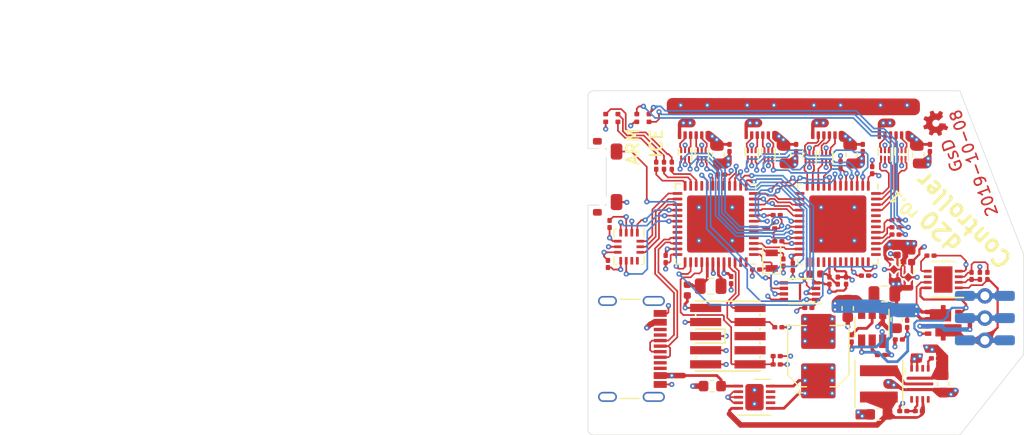
<source format=kicad_pcb>
(kicad_pcb (version 20221018) (generator pcbnew)
  (layers (0 "F.Cu" signal) (1 "In1.Cu" signal) (2 "In2.Cu" signal) (31 "B.Cu" signal) (34 "B.Paste" user) (35 "F.Paste" user) (36 "B.SilkS" user "B.Silkscreen") (37 "F.SilkS" user "F.Silkscreen") (38 "B.Mask" user) (39 "F.Mask" user) (44 "Edge.Cuts" user))
  (net 0 "")
  (net 1 "gnd")
  (net 2 "N$1")
  (net 3 "N$3")
  (net 4 "N$7")
  (net 5 "N$5")
  (net 6 "N$2")
  (net 7 "N$4")
  (net 8 "N$6")
  (net 9 "3v3")
  (net 10 "2v5")
  (net 11 "1v2_pll")
  (net 12 "1v2")
  (net 13 "led_r")
  (net 14 "led_b")
  (net 15 "led_g")
  (net 16 "N$12")
  (net 17 "N$13")
  (net 18 "N$15")
  (net 19 "ice_config_done")
  (net 20 "ice_config_mosi")
  (net 21 "ice_config_sck")
  (net 22 "ice_config_ss")
  (net 23 "ice_config_miso")
  (net 24 "ice_config_reset")
  (net 25 "4v5")
  (net 26 "pp_batt_prot")
  (net 27 "N$20")
  (net 28 "N$21")
  (net 29 "N$22")
  (net 30 "N$23")
  (net 31 "N$28")
  (net 32 "N$29")
  (net 33 "N$32")
  (net 34 "swdio")
  (net 35 "swdclk")
  (net 36 "swo")
  (net 37 "samd_rst")
  (net 38 "5v0_usb")
  (net 39 "samd_usb_p")
  (net 40 "samd_usb_n")
  (net 41 "5v_fb")
  (net 42 "3v3_fb")
  (net 43 "N$46")
  (net 44 "N$47")
  (net 45 "led0_sclk")
  (net 46 "led0_latch")
  (net 47 "led0_blank")
  (net 48 "led0_data")
  (net 49 "led1_sclk")
  (net 50 "led1_latch")
  (net 51 "led1_blank")
  (net 52 "led1_data")
  (net 53 "led2_sclk")
  (net 54 "led2_latch")
  (net 55 "led2_blank")
  (net 56 "led2_data")
  (net 57 "led3_latch")
  (net 58 "led3_sclk")
  (net 59 "led3_data")
  (net 60 "led3_blank")
  (net 61 "qspi_bus_cs")
  (net 62 "qspi_bus_sck")
  (net 63 "qspi_bus_io3")
  (net 64 "qspi_bus_io2")
  (net 65 "qspi_bus_io1")
  (net 66 "qspi_bus_io0")
  (net 67 "_led0_sclk")
  (net 68 "_led0_latch")
  (net 69 "_led0_blank")
  (net 70 "_led0_data")
  (net 71 "_led1_sclk")
  (net 72 "_led1_latch")
  (net 73 "_led1_blank")
  (net 74 "_led1_data")
  (net 75 "_led2_sclk")
  (net 76 "_led2_latch")
  (net 77 "_led2_blank")
  (net 78 "_led2_data")
  (net 79 "_led3_latch")
  (net 80 "_led3_sclk")
  (net 81 "_led3_data")
  (net 82 "_led3_blank")
  (net 83 "N$31")
  (net 84 "imu_int2")
  (net 85 "imu_int1")
  (net 86 "imu_miso")
  (net 87 "imu_cs")
  (net 88 "imu_sck")
  (net 89 "imu_mosi")
  (net 90 "N$24")
  (net 91 "pp_batt")
  (net 92 "N$25")
  (net 93 "ice_led_r")
  (net 94 "ice_led_b")
  (net 95 "ice_led_g")
  (net 96 "N$30")
  (net 97 "4v5_in")
  (footprint "Capacitor_SMD:C_0201_0603Metric" (layer "F.Cu") (at 162.75 117.3 90)
    (fp_text reference "C3" hide)
    (fp_text value "100nF" hide)
  )
  (footprint "Capacitor_SMD:C_0201_0603Metric" (layer "F.Cu") (at 164.6 102.15 90)
    (fp_text reference "C10" hide)
    (fp_text value "100nF" hide)
  )
  (footprint "Capacitor_SMD:C_0201_0603Metric" (layer "F.Cu") (at 163.95 111.65)
    (fp_text reference "C11" hide)
    (fp_text value "100nF" hide)
  )
  (footprint "Capacitor_SMD:C_0201_0603Metric" (layer "F.Cu") (at 146 110.15 90)
    (fp_text reference "C12" hide)
    (fp_text value "100nF" hide)
  )
  (footprint "gkl_conn:5034800600" (layer "F.Cu") (at 148.5 99 180)
    (fp_text reference "J2" hide)
    (fp_text value "Conn_01x06_Shielded" hide)
  )
  (footprint "gkl_conn:5034800600" (layer "F.Cu") (at 154.5 99 180)
    (fp_text reference "J3" hide)
    (fp_text value "Conn_01x06_Shielded" hide)
  )
  (footprint "gkl_conn:5034800600" (layer "F.Cu") (at 160.5 99 180)
    (fp_text reference "J4" hide)
    (fp_text value "Conn_01x06_Shielded" hide)
  )
  (footprint "Resistor_SMD:R_0201_0603Metric" (layer "F.Cu") (at 169.85 109.85)
    (fp_text reference "R1" hide)
    (fp_text value "510k" hide)
  )
  (footprint "Resistor_SMD:R_0201_0603Metric" (layer "F.Cu") (at 174.3 111.675 90)
    (fp_text reference "R2" hide)
    (fp_text value "25.3k" hide)
  )
  (footprint "Resistor_SMD:R_0201_0603Metric" (layer "F.Cu") (at 173.55 111.675 -90)
    (fp_text reference "R3" hide)
    (fp_text value "34.8k" hide)
  )
  (footprint "gkl_misc:UDFN-6_1x1mm_P0.35mm" (layer "F.Cu") (at 149.25 100.75 90)
    (fp_text reference "U9" hide)
    (fp_text value "NC7WZ17" hide)
  )
  (footprint "gkl_misc:UDFN-6_1x1mm_P0.35mm" (layer "F.Cu") (at 147.75 100.75 90)
    (fp_text reference "U10" hide)
    (fp_text value "NC7WZ17" hide)
  )
  (footprint "Capacitor_SMD:C_0603_1608Metric" (layer "F.Cu") (at 171 121.4 -90)
    (fp_text reference "C1" hide)
    (fp_text value "10uF" hide)
  )
  (footprint "Capacitor_SMD:C_0603_1608Metric" (layer "F.Cu") (at 165.2 124.15 180)
    (fp_text reference "C2" hide)
    (fp_text value "10uF" hide)
  )
  (footprint "Capacitor_SMD:C_0603_1608Metric" (layer "F.Cu") (at 162.4 114.6 -90)
    (fp_text reference "C4" hide)
    (fp_text value "10uF" hide)
  )
  (footprint "Capacitor_SMD:C_0603_1608Metric" (layer "F.Cu") (at 166.8 115.6 -90)
    (fp_text reference "C5" hide)
    (fp_text value "10uF" hide)
  )
  (footprint "Capacitor_SMD:C_0201_0603Metric" (layer "F.Cu") (at 155.5 107.4)
    (fp_text reference "C13" hide)
    (fp_text value "100nF" hide)
  )
  (footprint "Capacitor_SMD:C_0201_0603Metric" (layer "F.Cu") (at 154.145 111.1 180)
    (fp_text reference "C15" hide)
    (fp_text value "22pF" hide)
  )
  (footprint "Capacitor_SMD:C_0201_0603Metric" (layer "F.Cu") (at 156.6 110.47 -90)
    (fp_text reference "C16" hide)
    (fp_text value "22pF" hide)
  )
  (footprint "Capacitor_SMD:C_0201_0603Metric" (layer "F.Cu") (at 140.95 107 90)
    (fp_text reference "C17" hide)
    (fp_text value "100nF" hide)
  )
  (footprint "Capacitor_SMD:C_0201_0603Metric" (layer "F.Cu") (at 156.15 108.55 180)
    (fp_text reference "C19" hide)
    (fp_text value "100nF" hide)
  )
  (footprint "Inductor_SMD:L_Coilcraft_XxL4020" (layer "F.Cu") (at 165.2 121.4 -90)
    (fp_text reference "L1" hide)
    (fp_text value "1uH" hide)
  )
  (footprint "Inductor_SMD:L_0805_2012Metric" (layer "F.Cu") (at 165.7 113.3)
    (fp_text reference "L2" hide)
    (fp_text value "2.2uH" hide)
  )
  (footprint "Resistor_SMD:R_0201_0603Metric" (layer "F.Cu") (at 174.975 111.675 90)
    (fp_text reference "R4" hide)
    (fp_text value "750k" hide)
  )
  (footprint "Resistor_SMD:R_0201_0603Metric" (layer "F.Cu") (at 170.25 119.1)
    (fp_text reference "R5" hide)
    (fp_text value "100k" hide)
  )
  (footprint "Resistor_SMD:R_0201_0603Metric" (layer "F.Cu") (at 168.8 123.85)
    (fp_text reference "R6" hide)
    (fp_text value "510k" hide)
  )
  (footprint "Resistor_SMD:R_0201_0603Metric" (layer "F.Cu") (at 167.4 123.85 180)
    (fp_text reference "R7" hide)
    (fp_text value "93.1k" hide)
  )
  (footprint "Resistor_SMD:R_0201_0603Metric" (layer "F.Cu") (at 165.4 118.8)
    (fp_text reference "R8" hide)
    (fp_text value "100k" hide)
  )
  (footprint "Resistor_SMD:R_0201_0603Metric" (layer "F.Cu") (at 167.75 116 90)
    (fp_text reference "R9" hide)
    (fp_text value "33.2k" hide)
  )
  (footprint "Resistor_SMD:R_0201_0603Metric" (layer "F.Cu") (at 167 117.4 180)
    (fp_text reference "R10" hide)
    (fp_text value "10k" hide)
  )
  (footprint "Resistor_SMD:R_0201_0603Metric" (layer "F.Cu") (at 146.55 101.749999 90)
    (fp_text reference "R11" hide)
    (fp_text value "470R" hide)
  )
  (footprint "gkl_misc:UDFN-6_1x1mm_P0.35mm" (layer "F.Cu") (at 155.25 100.75 90)
    (fp_text reference "U11" hide)
    (fp_text value "NC7WZ17" hide)
  )
  (footprint "gkl_misc:UDFN-6_1x1mm_P0.35mm" (layer "F.Cu") (at 153.75 100.75 90)
    (fp_text reference "U12" hide)
    (fp_text value "NC7WZ17" hide)
  )
  (footprint "Capacitor_SMD:C_0201_0603Metric" (layer "F.Cu") (at 151 102.55 180)
    (fp_text reference "C18" hide)
    (fp_text value "100nF" hide)
  )
  (footprint "Capacitor_SMD:C_0201_0603Metric" (layer "F.Cu") (at 157.75 100.15 -90)
    (fp_text reference "C29" hide)
    (fp_text value "100nF" hide)
  )
  (footprint "gkl_misc:EVQP4" (layer "F.Cu") (at 139 102.75 -90)
    (fp_text reference "SW1" hide)
    (fp_text value "SW_Push" hide)
  )
  (footprint "Capacitor_SMD:C_0201_0603Metric" (layer "F.Cu") (at 160.75 112.1 -90)
    (fp_text reference "C21" hide)
    (fp_text value "100nF" hide)
  )
  (footprint "Capacitor_SMD:C_0201_0603Metric" (layer "F.Cu") (at 162.25 112.1 -90)
    (fp_text reference "C23" hide)
    (fp_text value "100nF" hide)
  )
  (footprint "Capacitor_SMD:C_0603_1608Metric" (layer "F.Cu") (at 156.75 100.75 -90)
    (fp_text reference "C24" hide)
    (fp_text value "10uF" hide)
  )
  (footprint "Capacitor_SMD:C_0201_0603Metric" (layer "F.Cu") (at 151.75 100.15 -90)
    (fp_text reference "C25" hide)
    (fp_text value "100nF" hide)
  )
  (footprint "Capacitor_SMD:C_0603_1608Metric" (layer "F.Cu") (at 168.75 100.75 -90)
    (fp_text reference "C26" hide)
    (fp_text value "10uF" hide)
  )
  (footprint "Capacitor_SMD:C_0201_0603Metric" (layer "F.Cu") (at 169.8 100.15 -90)
    (fp_text reference "C27" hide)
    (fp_text value "100nF" hide)
  )
  (footprint "Crystal:Crystal_SMD_2012-2Pin_2.0x1.2mm" (layer "F.Cu") (at 155.55 110.3 90)
    (fp_text reference "Y1" hide)
    (fp_text value "32.768kHz" hide)
  )
  (footprint "gkl_conn:5034800600" (layer "F.Cu") (at 166.5 99 180)
    (fp_text reference "J5" hide)
    (fp_text value "Conn_01x06_Shielded" hide)
  )
  (footprint "gkl_conn:FTSH-105-XX-X-DV" (layer "F.Cu") (at 151.6 117.1 90)
    (fp_text reference "J6" hide)
    (fp_text value "Conn_02x05_Odd_Even" hide)
  )
  (footprint "Connector_USB:USB_C_Receptacle_Palconn_UTC16-G" (layer "F.Cu") (at 143 118.25 -90)
    (fp_text reference "J7" hide)
    (fp_text value "USB_C_Receptacle_USB2.0" hide)
  )
  (footprint "Capacitor_SMD:C_0402_1005Metric" (layer "F.Cu") (at 168.15 109.95 90)
    (fp_text reference "C6" hide)
    (fp_text value "1uF" hide)
  )
  (footprint "Capacitor_SMD:C_0402_1005Metric" (layer "F.Cu") (at 166.85 109.3 90)
    (fp_text reference "C7" hide)
    (fp_text value "1uF" hide)
  )
  (footprint "Capacitor_SMD:C_0402_1005Metric" (layer "F.Cu") (at 159.45 111.5 180)
    (fp_text reference "C8" hide)
    (fp_text value "1uF" hide)
  )
  (footprint "Capacitor_SMD:CP_Elec_5x3.9" (layer "F.Cu") (at 159.75 118.9 90)
    (fp_text reference "C9" hide)
    (fp_text value "CP1" hide)
  )
  (footprint "Capacitor_SMD:C_0201_0603Metric" (layer "F.Cu") (at 157.45 110.85 -90)
    (fp_text reference "C20" hide)
    (fp_text value "100nF" hide)
  )
  (footprint "Capacitor_SMD:C_0201_0603Metric" (layer "F.Cu") (at 161.75 101.7 90)
    (fp_text reference "C22" hide)
    (fp_text value "100nF" hide)
  )
  (footprint "Capacitor_SMD:C_0603_1608Metric" (layer "F.Cu") (at 150.75 100.75 -90)
    (fp_text reference "C28" hide)
    (fp_text value "10uF" hide)
  )
  (footprint "Capacitor_SMD:C_0603_1608Metric" (layer "F.Cu") (at 162.75 100.75 -90)
    (fp_text reference "C30" hide)
    (fp_text value "10uF" hide)
  )
  (footprint "Capacitor_SMD:C_0201_0603Metric" (layer "F.Cu") (at 163.75 100.15 -90)
    (fp_text reference "C31" hide)
    (fp_text value "100nF" hide)
  )
  (footprint "Capacitor_SMD:C_0201_0603Metric" (layer "F.Cu") (at 156 118.9)
    (fp_text reference "C32" hide)
    (fp_text value "100nF" hide)
  )
  (footprint "Capacitor_SMD:C_0201_0603Metric" (layer "F.Cu") (at 151.9 112.05 -90)
    (fp_text reference "C33" hide)
    (fp_text value "100nF" hide)
  )
  (footprint "Inductor_SMD:L_0201_0603Metric" (layer "F.Cu") (at 161.5 112.1 -90)
    (fp_text reference "FB1" hide)
    (fp_text value "Ferrite_Bead_Small" hide)
  )
  (footprint "Resistor_SMD:R_0201_0603Metric" (layer "F.Cu") (at 145.15 101.75 90)
    (fp_text reference "R12" hide)
    (fp_text value "470R" hide)
  )
  (footprint "Resistor_SMD:R_0201_0603Metric" (layer "F.Cu") (at 145.85 101.75 90)
    (fp_text reference "R13" hide)
    (fp_text value "470R" hide)
  )
  (footprint "Resistor_SMD:R_0201_0603Metric" (layer "F.Cu") (at 166.7 107.95)
    (fp_text reference "R14" hide)
    (fp_text value "470R" hide)
  )
  (footprint "Resistor_SMD:R_0201_0603Metric" (layer "F.Cu") (at 166.7 107.3)
    (fp_text reference "R15" hide)
    (fp_text value "470R" hide)
  )
  (footprint "Package_DFN_QFN:DFN-8-1EP_3x3mm_P0.5mm_EP1.66x2.38mm" (layer "F.Cu") (at 171 112 180)
    (fp_text reference "U1" hide)
    (fp_text value "LTC4367" hide)
  )
  (footprint "gkl_housings_dfn:DFN3X3_8L_EP2_P" (layer "F.Cu") (at 171 115.899999 90)
    (fp_text reference "U2" hide)
    (fp_text value "AON7804" hide)
  )
  (footprint "gkl_misc:VQFN-11_3x2mm_P0.5mm" (layer "F.Cu") (at 168.9 121.4 -90)
    (fp_text reference "U3" hide)
    (fp_text value "TPS62135" hide)
  )
  (footprint "Package_TO_SOT_SMD:TSOT-23-6" (layer "F.Cu") (at 164.6 116.25 -90)
    (fp_text reference "U4" hide)
    (fp_text value "TPS561201" hide)
  )
  (footprint "gkl_housings_son:X2SON_4_1.0x1.0mm" (layer "F.Cu") (at 167.85 111.8 -90)
    (fp_text reference "U5" hide)
    (fp_text value "NP115-2.5" hide)
  )
  (footprint "gkl_housings_son:X2SON_4_1.0x1.0mm" (layer "F.Cu") (at 166.55 111.1 -90)
    (fp_text reference "U6" hide)
    (fp_text value "NP115-1.2" hide)
  )
  (footprint "Package_DFN_QFN:QFN-48-1EP_7x7mm_P0.5mm_EP5.15x5.15mm" (layer "F.Cu") (at 150.5 107 180)
    (fp_text reference "U7" hide)
    (fp_text value "ATSAMD51G19A" hide)
  )
  (footprint "Package_DFN_QFN:QFN-48-1EP_7x7mm_P0.5mm_EP5.15x5.15mm" (layer "F.Cu") (at 161.5 107 -90)
    (fp_text reference "U8" hide)
    (fp_text value "ICE40UP5K-SG48ITR" hide)
  )
  (footprint "gkl_misc:UDFN-6_1x1mm_P0.35mm" (layer "F.Cu") (at 160.45 101 90)
    (fp_text reference "U13" hide)
    (fp_text value "NC7WZ17" hide)
  )
  (footprint "gkl_misc:UDFN-6_1x1mm_P0.35mm" (layer "F.Cu") (at 158.95 101 90)
    (fp_text reference "U14" hide)
    (fp_text value "NC7WZ17" hide)
  )
  (footprint "gkl_misc:UDFN-6_1x1mm_P0.35mm" (layer "F.Cu") (at 167.25 100.75 90)
    (fp_text reference "U15" hide)
    (fp_text value "NC7WZ17" hide)
  )
  (footprint "gkl_misc:UDFN-6_1x1mm_P0.35mm" (layer "F.Cu") (at 165.75 100.75 90)
    (fp_text reference "U16" hide)
    (fp_text value "NC7WZ17" hide)
  )
  (footprint "Package_LGA:Bosch_LGA-14_3x2.5mm_P0.5mm" (layer "F.Cu") (at 142.7 109.05 -90)
    (fp_text reference "U17" hide)
    (fp_text value "BMX160" hide)
  )
  (footprint "gkl_housings_dfn:DFN-8-1EP_3x2mm_Pitch0.5mm" (layer "F.Cu") (at 158.1 113.05 180)
    (fp_text reference "U18" hide)
    (fp_text value "AT25SF081" hide)
  )
  (footprint "gkl_led:led_rbag_1515" (layer "F.Cu") (at 143.95 97.45)
    (fp_text reference "D2" hide)
    (fp_text value "LED_ARGB" hide)
  )
  (footprint "Resistor_SMD:R_0201_0603Metric" (layer "F.Cu") (at 166.7 106.65)
    (fp_text reference "R16" hide)
    (fp_text value "470R" hide)
  )
  (footprint "Resistor_SMD:R_0201_0603Metric" (layer "F.Cu") (at 156 106.2)
    (fp_text reference "R17" hide)
    (fp_text value "10k" hide)
  )
  (footprint "Resistor_SMD:R_0201_0603Metric" (layer "F.Cu") (at 156.15 116.3)
    (fp_text reference "R18" hide)
    (fp_text value "1k" hide)
  )
  (footprint "Resistor_SMD:R_0201_0603Metric" (layer "F.Cu") (at 156 119.65)
    (fp_text reference "R19" hide)
    (fp_text value "10k" hide)
  )
  (footprint "Capacitor_SMD:C_0201_0603Metric" (layer "F.Cu") (at 140.8 110.6 90)
    (fp_text reference "C34" hide)
    (fp_text value "100nF" hide)
  )
  (footprint "Resistor_SMD:R_0201_0603Metric" (layer "F.Cu") (at 158.85 114.55 180)
    (fp_text reference "R20" hide)
    (fp_text value "10k" hide)
  )
  (footprint "Capacitor_SMD:C_0402_1005Metric" (layer "F.Cu") (at 147.95 112.95 -90)
    (fp_text reference "C14" hide)
    (fp_text value "1uF" hide)
  )
  (footprint "gkl_led:led_rbag_1515" (layer "F.Cu") (at 141.15 97.45)
    (fp_text reference "D1" hide)
    (fp_text value "LED_ARGB" hide)
  )
  (footprint "Capacitor_SMD:C_0603_1608Metric" (layer "F.Cu") (at 150.2 121.6 180)
    (fp_text reference "C35" hide)
    (fp_text value "10uF" hide)
  )
  (footprint "Inductor_SMD:L_0805_2012Metric" (layer "F.Cu") (at 150.05 112.6 180)
    (fp_text reference "L3" hide)
    (fp_text value "10uH" hide)
  )
  (footprint "Package_DFN_QFN:DFN-10-1EP_3x3mm_P0.5mm_EP1.65x2.38mm" (layer "F.Cu") (at 154 122.6)
    (fp_text reference "U19" hide)
    (fp_text value "LTC4413-2" hide)
  )
  (footprint "gsd_logo_small" (layer "F.Cu") (at 171.85 100.8 110)
    (fp_text reference "G***" hide)
    (fp_text value "LOGO" hide)
  )
  (footprint "oshw_small" (layer "F.Cu") (at 170.25 97.95 110)
    (fp_text reference "G***" hide)
    (fp_text value "LOGO" hide)
  )
  (footprint "gkl_conn:3P_Battery_Connector" (layer "B.Cu") (at 174.75 115.475 90)
    (fp_text reference "J1" hide)
    (fp_text value "Conn_01x03" hide)
  )
  (gr_line (start 172.5 95.000001) (end 139.499999 95.000001) (stroke (width 0.05)) (layer "Edge.Cuts"))
  (gr_arc (start 139.499999 125.999999) (mid 139.146446 125.853553) (end 139 125.5) (stroke (width 0.05)) (layer "Edge.Cuts"))
  (gr_arc (start 139 95.5) (mid 139.146446 95.146447) (end 139.499999 95.000001) (stroke (width 0.05)) (layer "Edge.Cuts"))
  (gr_line (start 178.25 118.75) (end 172.5 126) (stroke (width 0.05)) (layer "Edge.Cuts"))
  (gr_line (start 178.25 109.75) (end 172.5 95.000001) (stroke (width 0.05)) (layer "Edge.Cuts"))
  (gr_line (start 139 95.5) (end 139 100.2) (stroke (width 0.05)) (layer "Edge.Cuts"))
  (gr_line (start 140.65 100.2) (end 140.65 105.3) (stroke (width 0.05)) (layer "Edge.Cuts"))
  (gr_line (start 139 100.2) (end 140.65 100.2) (stroke (width 0.05)) (layer "Edge.Cuts"))
  (gr_line (start 140.65 105.3) (end 139 105.3) (stroke (width 0.05)) (layer "Edge.Cuts"))
  (gr_line (start 139.499999 125.999999) (end 172.5 126) (stroke (width 0.05)) (layer "Edge.Cuts"))
  (gr_line (start 178.25 109.75) (end 178.25 118.75) (stroke (width 0.05)) (layer "Edge.Cuts"))
  (gr_line (start 139 105.3) (end 139 125.5) (stroke (width 0.05)) (layer "Edge.Cuts"))
  (gr_text "2019-10-08" (at 173.75 101.5 110) (layer "F.Cu") (effects (font (size 1 1))))
  (gr_text "ICE" (at 145.15 98.3 90) (layer "F.SilkS") (effects (font (size 1.1 1.1) (thickness 0.2)) (justify right)))
  (gr_text "Controller" (at 172.85 106.65 135) (layer "F.SilkS") (effects (font (size 1.5 1.5) (thickness 0.3))))
  (gr_text "r0.1" (at 167.4 105.3 135) (layer "F.SilkS") (effects (font (size 1 1) (thickness 0.2))))
  (gr_text "d20" (at 170.8 107.65 135) (layer "F.SilkS") (effects (font (size 1.5 1.5) (thickness 0.3))))
  (gr_text "ARM" (at 143.05 98.25 90) (layer "F.SilkS") (effects (font (size 1.1 1.1) (thickness 0.2)) (justify right)))
  (segment (start 176.55 115.475) (end 172.95 115.475) (width 0.5) (layer "B.Cu") (net 0))
  (segment (start 149.25 101.08) (end 149.25 101.75) (width 0.15) (layer "F.Cu") (net 1))
  (segment (start 155.25 101.08) (end 155.25 101.75) (width 0.15) (layer "F.Cu") (net 1))
  (segment (start 167.25 101.08) (end 167.25 101.75) (width 0.15) (layer "F.Cu") (net 1))
  (segment (start 153.75 101.08) (end 153.75 101.75) (width 0.15) (layer "F.Cu") (net 1))
  (segment (start 165.75 101.08) (end 165.75 101.75) (width 0.15) (layer "F.Cu") (net 1))
  (segment (start 153.825 111.675) (end 153.8 111.7) (width 0.15) (layer "F.Cu") (net 1))
  (segment (start 146 109.83) (end 146 109.4) (width 0.15) (layer "F.Cu") (net 1))
  (segment (start 155.3 108.55) (end 155.25 108.6) (width 0.15) (layer "F.Cu") (net 1))
  (segment (start 172.4 111.25) (end 172.9 111.25) (width 0.15) (layer "F.Cu") (net 1))
  (segment (start 168.15 120) (end 168.15 119.25) (width 0.2) (layer "F.Cu") (net 1))
  (segment (start 169.8 100.95) (end 169.65 101.1) (width 0.25) (layer "F.Cu") (net 1))
  (segment (start 155.82 107.7) (end 155.72 107.8) (width 0.15) (layer "F.Cu") (net 1))
  (segment (start 163.75 100.47) (end 163.75 101) (width 0.25) (layer "F.Cu") (net 1))
  (segment (start 161.4 113) (end 161.3 113.1) (width 0.2) (layer "F.Cu") (net 1))
  (segment (start 166.55 111.1) (end 165.699996 111.1) (width 0.15) (layer "F.Cu") (net 1))
  (segment (start 157.75 100.47) (end 157.75 101) (width 0.25) (layer "F.Cu") (net 1))
  (segment (start 165.4 115.95) (end 165.1 116.25) (width 0.4) (layer "F.Cu") (net 1))
  (segment (start 150.25 111.4066) (end 150.2934 111.45) (width 0.25) (layer "F.Cu") (net 1))
  (segment (start 167.405 108.95) (end 167.5 108.95) (width 0.15) (layer "F.Cu") (net 1))
  (segment (start 165.9875 116.3875) (end 165.55 115.95) (width 0.4) (layer "F.Cu") (net 1))
  (segment (start 162.4 115.3875) (end 162.4 116.25) (width 0.4) (layer "F.Cu") (net 1))
  (segment (start 166.55 111.1) (end 167.2 111.1) (width 0.15) (layer "F.Cu") (net 1))
  (segment (start 142.45 107.7875) (end 142.45 106.35) (width 0.15) (layer "F.Cu") (net 1))
  (segment (start 166.65 117.43) (end 166.68 117.4) (width 0.3) (layer "F.Cu") (net 1))
  (segment (start 150.75 102.92) (end 150.75 102.95) (width 0.15) (layer "F.Cu") (net 1))
  (segment (start 151.75 100.47) (end 151.75 101) (width 0.25) (layer "F.Cu") (net 1))
  (segment (start 173.05 110.65) (end 173.05 110.324731) (width 0.15) (layer "F.Cu") (net 1))
  (segment (start 167.5 110.55) (end 167.5 108.95) (width 0.15) (layer "F.Cu") (net 1))
  (segment (start 156.45 106.63) (end 156.45 107.15) (width 0.15) (layer "F.Cu") (net 1))
  (segment (start 147.75 101.08) (end 147.75 101.75) (width 0.15) (layer "F.Cu") (net 1))
  (segment (start 168.65 120) (end 168.65 119.25) (width 0.2) (layer "F.Cu") (net 1))
  (segment (start 167.85 111.8) (end 167.339878 111.8) (width 0.15) (layer "F.Cu") (net 1))
  (segment (start 166.185 108.815) (end 166.15 108.85) (width 0.15) (layer "F.Cu") (net 1))
  (segment (start 156.32 106.2) (end 156.32 106.5) (width 0.15) (layer "F.Cu") (net 1))
  (segment (start 164.6 101.83) (end 164.6 101.2566) (width 0.15) (layer "F.Cu") (net 1))
  (segment (start 158.965 111.5) (end 158.965 111.715) (width 0.2) (layer "F.Cu") (net 1))
  (segment (start 169.8 100.47) (end 169.8 100.95) (width 0.25) (layer "F.Cu") (net 1))
  (segment (start 173.05 110.324731) (end 172.575269 109.85) (width 0.15) (layer "F.Cu") (net 1))
  (segment (start 156.6 110.79) (end 156.6 111.4) (width 0.15) (layer "F.Cu") (net 1))
  (segment (start 155.83 108.55) (end 155.3 108.55) (width 0.15) (layer "F.Cu") (net 1))
  (segment (start 162.25 112.42) (end 162.25 112.8) (width 0.2) (layer "F.Cu") (net 1))
  (segment (start 152.1 123.1) (end 151.6 122.6) (width 0.15) (layer "F.Cu") (net 1))
  (segment (start 155.83 108.25) (end 155.72 108.14) (width 0.15) (layer "F.Cu") (net 1))
  (segment (start 152.1 122.1) (end 151.6 122.6) (width 0.15) (layer "F.Cu") (net 1))
  (segment (start 167.375 110.675) (end 167.5 110.55) (width 0.15) (layer "F.Cu") (net 1))
  (segment (start 151.42 118.37) (end 151.45 118.4) (width 0.15) (layer "F.Cu") (net 1))
  (segment (start 142.475 105.025) (end 142.5 105.05) (width 0.15) (layer "F.Cu") (net 1))
  (segment (start 166.225 110.6) (end 165.75 110.125) (width 0.15) (layer "F.Cu") (net 1))
  (segment (start 149.6 119.64) (end 151.44 119.64) (width 0.15) (layer "F.Cu") (net 1))
  (segment (start 165.75 110.125) (end 165.75 109.25) (width 0.15) (layer "F.Cu") (net 1))
  (segment (start 151.44 119.64) (end 151.45 119.65) (width 0.15) (layer "F.Cu") (net 1))
  (segment (start 155.82 107.4) (end 156.2 107.4) (width 0.15) (layer "F.Cu") (net 1))
  (segment (start 140.95 106.68) (end 141.28 106.35) (width 0.15) (layer "F.Cu") (net 1))
  (segment (start 157.75 101) (end 157.65 101.1) (width 0.25) (layer "F.Cu") (net 1))
  (segment (start 147.75 114.2) (end 147.75 114.55) (width 0.25) (layer "F.Cu") (net 1))
  (segment (start 141.6875 109.05) (end 140.85 109.05) (width 0.15) (layer "F.Cu") (net 1))
  (segment (start 167.2 110.85) (end 167.375 110.675) (width 0.15) (layer "F.Cu") (net 1))
  (segment (start 149.6 117.1) (end 151.45 117.1) (width 0.15) (layer "F.Cu") (net 1))
  (segment (start 160.2 112.3) (end 160.32 112.42) (width 0.2) (layer "F.Cu") (net 1))
  (segment (start 156.220001 107.379999) (end 156.45 107.15) (width 0.15) (layer "F.Cu") (net 1))
  (segment (start 168.15 108.95) (end 168.35 108.75) (width 0.15) (layer "F.Cu") (net 1))
  (segment (start 148.05 114.56) (end 148.04 114.55) (width 0.15) (layer "F.Cu") (net 1))
  (segment (start 167.7 108.75) (end 167.8 108.75) (width 0.15) (layer "F.Cu") (net 1))
  (segment (start 141.575 105.025) (end 142.475 105.025) (width 0.15) (layer "F.Cu") (net 1))
  (segment (start 162.05 113) (end 161.4 113) (width 0.2) (layer "F.Cu") (net 1))
  (segment (start 152.55 122.1) (end 152.1 122.1) (width 0.15) (layer "F.Cu") (net 1))
  (segment (start 140.45 109.93) (end 140.8 110.28) (width 0.15) (layer "F.Cu") (net 1))
  (segment (start 164.27 111.65) (end 164.85 111.65) (width 0.15) (layer "F.Cu") (net 1))
  (segment (start 155.83 108.55) (end 155.83 108.25) (width 0.15) (layer "F.Cu") (net 1))
  (segment (start 168.15 109.465) (end 168.15 108.95) (width 0.15) (layer "F.Cu") (net 1))
  (segment (start 151.9 112.22) (end 151.9 112.95) (width 0.15) (layer "F.Cu") (net 1))
  (segment (start 167.2 111.1) (end 167.2 110.85) (width 0.15) (layer "F.Cu") (net 1))
  (segment (start 147.77 115.83) (end 147.75 115.85) (width 0.15) (layer "F.Cu") (net 1))
  (segment (start 147.95 113.435) (end 147.95 114) (width 0.25) (layer "F.Cu") (net 1))
  (segment (start 145.51 121.45) (end 146.55 121.45) (width 0.15) (layer "F.Cu") (net 1))
  (segment (start 146.15 115.05) (end 145.51 115.05) (width 0.15) (layer "F.Cu") (net 1))
  (segment (start 146 109.4) (end 146.15 109.25) (width 0.15) (layer "F.Cu") (net 1))
  (segment (start 163.75 101) (end 163.65 101.1) (width 0.25) (layer "F.Cu") (net 1))
  (segment (start 167.339878 111.8) (end 167.2 111.660122) (width 0.15) (layer "F.Cu") (net 1))
  (segment (start 140.45 109.55) (end 140.45 109.93) (width 0.15) (layer "F.Cu") (net 1))
  (segment (start 172.575269 109.85) (end 172.2 109.85) (width 0.15) (layer "F.Cu") (net 1))
  (segment (start 150.25 110.4375) (end 150.25 111.4066) (width 0.25) (layer "F.Cu") (net 1))
  (segment (start 151.75 101) (end 151.65 101.1) (width 0.25) (layer "F.Cu") (net 1))
  (segment (start 165.75 109.25) (end 165.920001 109.079999) (width 0.15) (layer "F.Cu") (net 1))
  (segment (start 160.32 112.42) (end 160.75 112.42) (width 0.2) (layer "F.Cu") (net 1))
  (segment (start 174.3 111.38) (end 174.3 110.85) (width 0.15) (layer "F.Cu") (net 1))
  (segment (start 167.5 108.95) (end 167.7 108.75) (width 0.15) (layer "F.Cu") (net 1))
  (segment (start 149.4125 121.6) (end 148.45 121.6) (width 0.5) (layer "F.Cu") (net 1))
  (segment (start 161.75 101.38) (end 161.75 100.85) (width 0.15) (layer "F.Cu") (net 1))
  (segment (start 147.95 114) (end 147.75 114.2) (width 0.25) (layer "F.Cu") (net 1))
  (segment (start 162.25 112.8) (end 162.05 113) (width 0.2) (layer "F.Cu") (net 1))
  (segment (start 173.05 111.1) (end 173.05 110.65) (width 0.15) (layer "F.Cu") (net 1))
  (segment (start 156.2 107.4) (end 156.220001 107.379999) (width 0.15) (layer "F.Cu") (net 1))
  (segment (start 166.85 108.815) (end 166.185 108.815) (width 0.15) (layer "F.Cu") (net 1))
  (segment (start 166.85 108.815) (end 167.27 108.815) (width 0.15) (layer "F.Cu") (net 1))
  (segment (start 170.17 109.85) (end 172.2 109.85) (width 0.15) (layer "F.Cu") (net 1))
  (segment (start 165.920001 109.079999) (end 166.15 108.85) (width 0.15) (layer "F.Cu") (net 1))
  (segment (start 156.32 118.9) (end 157.25 118.9) (width 0.15) (layer "F.Cu") (net 1))
  (segment (start 147.0625 109.25) (end 146.15 109.25) (width 0.15) (layer "F.Cu") (net 1))
  (segment (start 141.28 106.35) (end 142.45 106.35) (width 0.15) (layer "F.Cu") (net 1))
  (segment (start 152.55 122.6) (end 151.6 122.6) (width 0.15) (layer "F.Cu") (net 1))
  (segment (start 148.04 114.55) (end 147.75 114.55) (width 0.15) (layer "F.Cu") (net 1))
  (segment (start 167.08 123.42) (end 167.35 123.15) (width 0.2) (layer "F.Cu") (net 1))
  (segment (start 154.7 107.8) (end 154.65 107.75) (width 0.15) (layer "F.Cu") (net 1))
  (segment (start 167.525 110.825) (end 167.375 110.675) (width 0.15) (layer "F.Cu") (net 1))
  (segment (start 141.6875 109.55) (end 140.45 109.55) (width 0.15) (layer "F.Cu") (net 1))
  (segment (start 150.68 102.55) (end 150.68 102.85) (width 0.15) (layer "F.Cu") (net 1))
  (segment (start 149.6 115.83) (end 147.77 115.83) (width 0.15) (layer "F.Cu") (net 1))
  (segment (start 155.72 108.14) (end 155.72 107.8) (width 0.15) (layer "F.Cu") (net 1))
  (segment (start 146.15 115.05) (end 146.25 114.95) (width 0.15) (layer "F.Cu") (net 1))
  (segment (start 165.55 115.95) (end 165.55 114.94) (width 0.4) (layer "F.Cu") (net 1))
  (segment (start 158.95 101.33) (end 158.95 101.9) (width 0.15) (layer "F.Cu") (net 1))
  (segment (start 159.55 112.3) (end 160.2 112.3) (width 0.2) (layer "F.Cu") (net 1))
  (segment (start 150.68 101.6075) (end 150.75 101.5375) (width 0.25) (layer "F.Cu") (net 1))
  (segment (start 150.68 102.85) (end 150.75 102.92) (width 0.15) (layer "F.Cu") (net 1))
  (segment (start 160.75 112.42) (end 160.75 113.1) (width 0.2) (layer "F.Cu") (net 1))
  (segment (start 155.72 107.8) (end 154.7 107.8) (width 0.15) (layer "F.Cu") (net 1))
  (segment (start 150.75 103.5625) (end 150.75 102.95) (width 0.15) (layer "F.Cu") (net 1))
  (segment (start 158.965 111.715) (end 159.55 112.3) (width 0.2) (layer "F.Cu") (net 1))
  (segment (start 167.08 123.85) (end 167.08 123.42) (width 0.2) (layer "F.Cu") (net 1))
  (segment (start 166.65 118.05) (end 166.65 117.43) (width 0.3) (layer "F.Cu") (net 1))
  (segment (start 152.55 123.1) (end 152.1 123.1) (width 0.15) (layer "F.Cu") (net 1))
  (segment (start 157.45 111.17) (end 157.45 111.8) (width 0.15) (layer "F.Cu") (net 1))
  (segment (start 142.95 107.7875) (end 142.95 106.7434) (width 0.15) (layer "F.Cu") (net 1))
  (segment (start 149.6 114.56) (end 148.05 114.56) (width 0.15) (layer "F.Cu") (net 1))
  (segment (start 165.55 115.95) (end 165.4 115.95) (width 0.4) (layer "F.Cu") (net 1))
  (segment (start 150.68 102.55) (end 150.68 101.6075) (width 0.25) (layer "F.Cu") (net 1))
  (segment (start 155.82 107.4) (end 155.82 107.7) (width 0.15) (layer "F.Cu") (net 1))
  (segment (start 160.45 101.33) (end 160.45 101.9) (width 0.15) (layer "F.Cu") (net 1))
  (segment (start 146.25 114.35) (end 146.25 114.95) (width 0.15) (layer "F.Cu") (net 1))
  (segment (start 153.825 111.1) (end 153.825 111.675) (width 0.15) (layer "F.Cu") (net 1))
  (segment (start 166.8 116.3875) (end 165.9875 116.3875) (width 0.4) (layer "F.Cu") (net 1))
  (segment (start 149.6 118.37) (end 151.42 118.37) (width 0.15) (layer "F.Cu") (net 1))
  (segment (start 156.32 106.5) (end 156.45 106.63) (width 0.15) (layer "F.Cu") (net 1))
  (segment (start 167.85 111.8) (end 168.65 111.8) (width 0.2) (layer "F.Cu") (net 1))
  (segment (start 164.6 101.2566) (end 164.6066 101.25) (width 0.15) (layer "F.Cu") (net 1))
  (segment (start 167.525 111.3) (end 167.525 110.825) (width 0.15) (layer "F.Cu") (net 1))
  (segment (start 167.27 108.815) (end 167.405 108.95) (width 0.15) (layer "F.Cu") (net 1))
  (segment (start 153.9375 107.75) (end 154.65 107.75) (width 0.15) (layer "F.Cu") (net 1))
  (segment (start 172.9 111.25) (end 173.05 111.1) (width 0.15) (layer "F.Cu") (net 1))
  (segment (start 161.3 113.1) (end 160.75 113.1) (width 0.2) (layer "F.Cu") (net 1))
  (segment (start 167.2 111.660122) (end 167.2 111.1) (width 0.15) (layer "F.Cu") (net 1))
  (segment (start 167.8 108.75) (end 168.35 108.75) (width 0.15) (layer "F.Cu") (net 1))
  (via (at 149.25 101.65) (size 0.46) (drill 0.2) (layers "F.Cu" "B.Cu") (net 1))
  (via (at 155.25 101.75) (size 0.46) (drill 0.2) (layers "F.Cu" "B.Cu") (net 1))
  (via (at 167.25 101.75) (size 0.46) (drill 0.2) (layers "F.Cu" "B.Cu") (net 1))
  (via (at 153.75 101.75) (size 0.46) (drill 0.2) (layers "F.Cu" "B.Cu") (net 1))
  (via (at 165.75 101.75) (size 0.46) (drill 0.2) (layers "F.Cu" "B.Cu") (net 1))
  (via (at 154.2 97.9) (size 0.46) (drill 0.2) (layers "F.Cu" "B.Cu") (net 1))
  (via (at 160.2 97.9) (size 0.46) (drill 0.2) (layers "F.Cu" "B.Cu") (net 1))
  (via (at 166.2 97.9) (size 0.46) (drill 0.2) (layers "F.Cu" "B.Cu") (net 1))
  (via (at 153.6 97.9) (size 0.46) (drill 0.2) (layers "F.Cu" "B.Cu") (net 1))
  (via (at 159.6 97.9) (size 0.46) (drill 0.2) (layers "F.Cu" "B.Cu") (net 1))
  (via (at 165.6 97.9) (size 0.46) (drill 0.2) (layers "F.Cu" "B.Cu") (net 1))
  (via (at 157.65 101.65) (size 0.46) (drill 0.2) (layers "F.Cu" "B.Cu") (net 1))
  (via (at 163.65 101.65) (size 0.46) (drill 0.2) (layers "F.Cu" "B.Cu") (net 1))
  (via (at 169.65 101.65) (size 0.46) (drill 0.2) (layers "F.Cu" "B.Cu") (net 1))
  (via (at 157.65 101.1) (size 0.46) (drill 0.2) (layers "F.Cu" "B.Cu") (net 1))
  (via (at 163.65 101.1) (size 0.46) (drill 0.2) (layers "F.Cu" "B.Cu") (net 1))
  (via (at 169.65 101.1) (size 0.46) (drill 0.2) (layers "F.Cu" "B.Cu") (net 1))
  (via (at 152 105.5) (size 0.46) (drill 0.2) (layers "F.Cu" "B.Cu") (net 1))
  (via (at 149 108.5) (size 0.46) (drill 0.2) (layers "F.Cu" "B.Cu") (net 1))
  (via (at 152 108.5) (size 0.46) (drill 0.2) (layers "F.Cu" "B.Cu") (net 1))
  (via (at 163 105.5) (size 0.46) (drill 0.2) (layers "F.Cu" "B.Cu") (net 1))
  (via (at 160 105.5) (size 0.46) (drill 0.2) (layers "F.Cu" "B.Cu") (net 1))
  (via (at 163 108.5) (size 0.46) (drill 0.2) (layers "F.Cu" "B.Cu") (net 1))
  (via (at 160 108.5) (size 0.46) (drill 0.2) (layers "F.Cu" "B.Cu") (net 1))
  (via (at 155.75 96.3) (size 0.46) (drill 0.2) (layers "F.Cu" "B.Cu") (net 1))
  (via (at 161.75 96.3) (size 0.46) (drill 0.2) (layers "F.Cu" "B.Cu") (net 1))
  (via (at 167.75 96.3) (size 0.46) (drill 0.2) (layers "F.Cu" "B.Cu") (net 1))
  (via (at 153.35 96.3) (size 0.46) (drill 0.2) (layers "F.Cu" "B.Cu") (net 1))
  (via (at 159.35 96.3) (size 0.46) (drill 0.2) (layers "F.Cu" "B.Cu") (net 1))
  (via (at 165.35 96.3) (size 0.46) (drill 0.2) (layers "F.Cu" "B.Cu") (net 1))
  (via (at 154 121.95) (size 0.46) (drill 0.2) (layers "F.Cu" "B.Cu") (net 1))
  (via (at 164.85 111.65) (size 0.46) (drill 0.2) (layers "F.Cu" "B.Cu") (net 1))
  (via (at 162.4 116.25) (size 0.46) (drill 0.2) (layers "F.Cu" "B.Cu") (net 1))
  (via (at 173.05 110.65) (size 0.46) (drill 0.2) (layers "F.Cu" "B.Cu") (net 1))
  (via (at 156.6 111.4) (size 0.46) (drill 0.2) (layers "F.Cu" "B.Cu") (net 1))
  (via (at 150.2934 111.45) (size 0.46) (drill 0.2) (layers "F.Cu" "B.Cu") (net 1))
  (via (at 161 115.55) (size 0.46) (drill 0.2) (layers "F.Cu" "B.Cu") (net 1))
  (via (at 142.45 106.35) (size 0.46) (drill 0.2) (layers "F.Cu" "B.Cu") (net 1))
  (via (at 167.35 123.15) (size 0.46) (drill 0.2) (layers "F.Cu" "B.Cu") (net 1))
  (via (at 161 116.5) (size 0.46) (drill 0.2) (layers "F.Cu" "B.Cu") (net 1))
  (via (at 167.8 108.75) (size 0.46) (drill 0.2) (layers "F.Cu" "B.Cu") (net 1))
  (via (at 174.3 110.85) (size 0.46) (drill 0.2) (layers "F.Cu" "B.Cu") (net 1))
  (via (at 151.65 101.65) (size 0.46) (drill 0.2) (layers "F.Cu" "B.Cu") (net 1))
  (via (at 158.55 117.55) (size 0.46) (drill 0.2) (layers "F.Cu" "B.Cu") (net 1))
  (via (at 151.45 117.1) (size 0.46) (drill 0.2) (layers "F.Cu" "B.Cu") (net 1))
  (via (at 140.85 109.05) (size 0.46) (drill 0.2) (layers "F.Cu" "B.Cu") (net 1))
  (via (at 172.1 122) (size 0.46) (drill 0.2) (layers "F.Cu" "B.Cu") (net 1))
  (via (at 147.75 101.65) (size 0.46) (drill 0.2) (layers "F.Cu" "B.Cu") (net 1))
  (via (at 156.45 107.15) (size 0.46) (drill 0.2) (layers "F.Cu" "B.Cu") (net 1))
  (via (at 171.7 122.35) (size 0.46) (drill 0.2) (layers "F.Cu" "B.Cu") (net 1))
  (via (at 161.75 100.85) (size 0.46) (drill 0.2) (layers "F.Cu" "B.Cu") (net 1))
  (via (at 163.7 124.3) (size 0.46) (drill 0.2) (layers "F.Cu" "B.Cu") (net 1))
  (via (at 166.05 121.25) (size 0.46) (drill 0.2) (layers "F.Cu" "B.Cu") (net 1))
  (via (at 147.35 96.3) (size 0.46) (drill 0.2) (layers "F.Cu" "B.Cu") (net 1))
  (via (at 147.6 97.9) (size 0.46) (drill 0.2) (layers "F.Cu" "B.Cu") (net 1))
  (via (at 158.55 116.5) (size 0.46) (drill 0.2) (layers "F.Cu" "B.Cu") (net 1))
  (via (at 168.9 118.9) (size 0.46) (drill 0.2) (layers "F.Cu" "B.Cu") (net 1))
  (via (at 163.35 123.95) (size 0.46) (drill 0.2) (layers "F.Cu" "B.Cu") (net 1))
  (via (at 147.75 114.55) (size 0.46) (drill 0.2) (layers "F.Cu" "B.Cu") (net 1))
  (via (at 155.25 108.6) (size 0.46) (drill 0.2) (layers "F.Cu" "B.Cu") (net 1))
  (via (at 158.55 115.55) (size 0.46) (drill 0.2) (layers "F.Cu" "B.Cu") (net 1))
  (via (at 148.45 121.6) (size 0.46) (drill 0.2) (layers "F.Cu" "B.Cu") (net 1))
  (via (at 165.1 116.25) (size 0.46) (drill 0.2) (layers "F.Cu" "B.Cu") (net 1))
  (via (at 160.75 113.1) (size 0.46) (drill 0.2) (layers "F.Cu" "B.Cu") (net 1))
  (via (at 157.45 111.8) (size 0.46) (drill 0.2) (layers "F.Cu" "B.Cu") (net 1))
  (via (at 146.15 109.25) (size 0.46) (drill 0.2) (layers "F.Cu" "B.Cu") (net 1))
  (via (at 161 117.55) (size 0.46) (drill 0.2) (layers "F.Cu" "B.Cu") (net 1))
  (via (at 168.65 111.8) (size 0.46) (drill 0.2) (layers "F.Cu" "B.Cu") (net 1))
  (via (at 147.75 115.85) (size 0.46) (drill 0.2) (layers "F.Cu" "B.Cu") (net 1))
  (via (at 151.45 119.65) (size 0.46) (drill 0.2) (layers "F.Cu" "B.Cu") (net 1))
  (via (at 166.15 108.85) (size 0.46) (drill 0.2) (layers "F.Cu" "B.Cu") (net 1))
  (via (at 154 123.2) (size 0.46) (drill 0.2) (layers "F.Cu" "B.Cu") (net 1))
  (via (at 168.35 108.75) (size 0.46) (drill 0.2) (layers "F.Cu" "B.Cu") (net 1))
  (via (at 151.6 122.6) (size 0.46) (drill 0.2) (layers "F.Cu" "B.Cu") (net 1))
  (via (at 153.8 111.7) (size 0.46) (drill 0.2) (layers "F.Cu" "B.Cu") (net 1))
  (via (at 146.55 121.45) (size 0.46) (drill 0.2) (layers "F.Cu" "B.Cu") (net 1))
  (via (at 164.6066 101.25) (size 0.46) (drill 0.2) (layers "F.Cu" "B.Cu") (net 1))
  (via (at 149 105.5) (size 0.46) (drill 0.2) (layers "F.Cu" "B.Cu") (net 1))
  (via (at 142.5 105.05) (size 0.46) (drill 0.2) (layers "F.Cu" "B.Cu") (net 1))
  (via (at 160.45 101.9) (size 0.46) (drill 0.2) (layers "F.Cu" "B.Cu") (net 1))
  (via (at 166.65 118.05) (size 0.46) (drill 0.2) (layers "F.Cu" "B.Cu") (net 1))
  (via (at 168.4 119.15) (size 0.46) (drill 0.2) (layers "F.Cu" "B.Cu") (net 1))
  (via (at 158.95 101.9) (size 0.46) (drill 0.2) (layers "F.Cu" "B.Cu") (net 1))
  (via (at 148.2 97.9) (size 0.46) (drill 0.2) (layers "F.Cu" "B.Cu") (net 1))
  (via (at 157.25 118.9) (size 0.46) (drill 0.2) (layers "F.Cu" "B.Cu") (net 1))
  (via (at 142.95 106.7434) (size 0.46) (drill 0.2) (layers "F.Cu" "B.Cu") (net 1))
  (via (at 166.55 121.5) (size 0.46) (drill 0.2) (layers "F.Cu" "B.Cu") (net 1))
  (via (at 146.25 114.35) (size 0.46) (drill 0.2) (layers "F.Cu" "B.Cu") (net 1))
  (via (at 151.65 101.1) (size 0.46) (drill 0.2) (layers "F.Cu" "B.Cu") (net 1))
  (via (at 151.45 118.4) (size 0.46) (drill 0.2) (layers "F.Cu" "B.Cu") (net 1))
  (via (at 149.75 96.3) (size 0.46) (drill 0.2) (layers "F.Cu" "B.Cu") (net 1))
  (via (at 151.9 112.95) (size 0.46) (drill 0.2) (layers "F.Cu" "B.Cu") (net 1))
  (via (at 140.45 109.55) (size 0.46) (drill 0.2) (layers "F.Cu" "B.Cu") (net 1))
  (via (at 165.699996 111.1) (size 0.46) (drill 0.2) (layers "F.Cu" "B.Cu") (net 1))
  (segment (start 172.95 113.475) (end 176.55 113.475) (width 0.5) (layer "B.Cu") (net 1))
  (segment (start 168.924999 116.224999) (end 168.9 116.2) (width 0.4) (layer "F.Cu") (net 2))
  (segment (start 172.36 115.574999) (end 173.174999 115.574999) (width 0.4) (layer "F.Cu") (net 2))
  (segment (start 173.4 115.8) (end 173.4 116.5) (width 0.4) (layer "F.Cu") (net 2))
  (segment (start 169.64 116.224999) (end 168.924999 116.224999) (width 0.4) (layer "F.Cu") (net 2))
  (segment (start 173.174999 115.574999) (end 173.4 115.8) (width 0.4) (layer "F.Cu") (net 2))
  (via (at 173.4 116.5) (size 0.46) (drill 0.2) (layers "F.Cu" "B.Cu") (net 2))
  (via (at 168.9 116.2) (size 0.46) (drill 0.2) (layers "F.Cu" "B.Cu") (net 2))
  (segment (start 173.074731 116.5) (end 173.4 116.5) (width 0.4) (layer "B.Cu") (net 2))
  (segment (start 171.15 116.5) (end 173.074731 116.5) (width 0.4) (layer "B.Cu") (net 2))
  (segment (start 170.85 116.2) (end 171.15 116.5) (width 0.4) (layer "B.Cu") (net 2))
  (segment (start 168.9 116.2) (end 170.85 116.2) (width 0.4) (layer "B.Cu") (net 2))
  (segment (start 169.6 111.25) (end 169.1 111.25) (width 0.15) (layer "F.Cu") (net 3))
  (segment (start 169 111.15) (end 169 110.38) (width 0.15) (layer "F.Cu") (net 3))
  (segment (start 169 110.38) (end 169.53 109.85) (width 0.15) (layer "F.Cu") (net 3))
  (segment (start 169.1 111.25) (end 169 111.15) (width 0.15) (layer "F.Cu") (net 3))
  (segment (start 173 112.25) (end 173.23 112.02) (width 0.15) (layer "F.Cu") (net 5))
  (segment (start 174.3 112.02) (end 173.55 112.02) (width 0.15) (layer "F.Cu") (net 5))
  (segment (start 173.23 112.02) (end 173.55 112.02) (width 0.15) (layer "F.Cu") (net 5))
  (segment (start 172.4 112.25) (end 173 112.25) (width 0.15) (layer "F.Cu") (net 5))
  (segment (start 169.25 113.8) (end 168.95 113.5) (width 0.2) (layer "F.Cu") (net 6))
  (segment (start 168.95 113.5) (end 168.95 112.85) (width 0.2) (layer "F.Cu") (net 6))
  (segment (start 172.36 114.924999) (end 172.675001 114.924999) (width 0.2) (layer "F.Cu") (net 6))
  (segment (start 169.64 116.874999) (end 168.925001 116.874999) (width 0.2) (layer "F.Cu") (net 6))
  (segment (start 169.05 112.75) (end 169.6 112.75) (width 0.2) (layer "F.Cu") (net 6))
  (segment (start 168.925001 116.874999) (end 168.9 116.9) (width 0.2) (layer "F.Cu") (net 6))
  (segment (start 173.05 114.55) (end 173.05 114.224731) (width 0.2) (layer "F.Cu") (net 6))
  (segment (start 172.675001 114.924999) (end 173.05 114.55) (width 0.2) (layer "F.Cu") (net 6))
  (segment (start 173.05 114.224731) (end 172.625269 113.8) (width 0.2) (layer "F.Cu") (net 6))
  (segment (start 168.95 112.85) (end 169.05 112.75) (width 0.2) (layer "F.Cu") (net 6))
  (segment (start 172.625269 113.8) (end 169.25 113.8) (width 0.2) (layer "F.Cu") (net 6))
  (via (at 173.05 114.55) (size 0.46) (drill 0.2) (layers "F.Cu" "B.Cu") (net 6))
  (via (at 168.9 116.9) (size 0.46) (drill 0.2) (layers "F.Cu" "B.Cu") (net 6))
  (segment (start 168.4 116.4) (end 168.4 115.95) (width 0.2) (layer "B.Cu") (net 6))
  (segment (start 168.65 115.7) (end 171 115.7) (width 0.2) (layer "B.Cu") (net 6))
  (segment (start 168.4 115.95) (end 168.65 115.7) (width 0.2) (layer "B.Cu") (net 6))
  (segment (start 168.9 116.9) (end 168.4 116.4) (width 0.2) (layer "B.Cu") (net 6))
  (segment (start 171.4 115.3) (end 171.4 114.95) (width 0.2) (layer "B.Cu") (net 6))
  (segment (start 171.8 114.55) (end 173.05 114.55) (width 0.2) (layer "B.Cu") (net 6))
  (segment (start 171 115.7) (end 171.4 115.3) (width 0.2) (layer "B.Cu") (net 6))
  (segment (start 171.4 114.95) (end 171.8 114.55) (width 0.2) (layer "B.Cu") (net 6))
  (segment (start 172.9 111.75) (end 173.05 111.6) (width 0.15) (layer "F.Cu") (net 7))
  (segment (start 173.05 111.6) (end 173.05 111.58) (width 0.15) (layer "F.Cu") (net 7))
  (segment (start 173.756601 110.443399) (end 173.55 110.65) (width 0.15) (layer "F.Cu") (net 7))
  (segment (start 172.4 111.75) (end 172.9 111.75) (width 0.15) (layer "F.Cu") (net 7))
  (segment (start 174.793399 110.443399) (end 173.756601 110.443399) (width 0.15) (layer "F.Cu") (net 7))
  (segment (start 175 110.65) (end 174.793399 110.443399) (width 0.15) (layer "F.Cu") (net 7))
  (segment (start 173.55 110.65) (end 173.55 111.38) (width 0.15) (layer "F.Cu") (net 7))
  (segment (start 173.25 111.38) (end 173.55 111.38) (width 0.15) (layer "F.Cu") (net 7))
  (segment (start 175 111.38) (end 175 110.65) (width 0.15) (layer "F.Cu") (net 7))
  (segment (start 173.05 111.58) (end 173.25 111.38) (width 0.15) (layer "F.Cu") (net 7))
  (segment (start 169.65 120) (end 169.65 119.38) (width 0.2) (layer "F.Cu") (net 8))
  (segment (start 169.65 119.38) (end 169.93 119.1) (width 0.2) (layer "F.Cu") (net 8))
  (segment (start 167.75 115.68) (end 167.75 115.1) (width 0.2) (layer "F.Cu") (net 9))
  (segment (start 163.63 111.65) (end 163.25 111.65) (width 0.15) (layer "F.Cu") (net 9))
  (segment (start 151.9 102.2) (end 151.9 102.4) (width 0.15) (layer "F.Cu") (net 9))
  (segment (start 154.65 107.25) (end 154.6 107.25) (width 0.15) (layer "F.Cu") (net 9))
  (segment (start 154.8 107.4) (end 154.65 107.25) (width 0.15) (layer "F.Cu") (net 9))
  (segment (start 140.59875 97.79875) (end 140.59875 98.44875) (width 0.15) (layer "F.Cu") (net 9))
  (segment (start 168.175 112.3) (end 168.175 112.675) (width 0.2) (layer "F.Cu") (net 9))
  (segment (start 166.8 113.4625) (end 166.6375 113.3) (width 0.3) (layer "F.Cu") (net 9))
  (segment (start 155.18 107.4) (end 155.78 106.8) (width 0.15) (layer "F.Cu") (net 9))
  (segment (start 151.25 102.92) (end 151.25 102.95) (width 0.15) (layer "F.Cu") (net 9))
  (segment (start 151.25 110.4375) (end 151.25 110.93) (width 0.15) (layer "F.Cu") (net 9))
  (segment (start 143.39875 97.79875) (end 143.20125 97.79875) (width 0.15) (layer "F.Cu") (net 9))
  (segment (start 165.02 102.47) (end 164.6 102.47) (width 0.15) (layer "F.Cu") (net 9))
  (segment (start 158.0625 108.75) (end 157.35 108.75) (width 0.15) (layer "F.Cu") (net 9))
  (segment (start 157.35 108.75) (end 156.67 108.75) (width 0.15) (layer "F.Cu") (net 9))
  (segment (start 146 110.47) (end 146 111.05) (width 0.15) (layer "F.Cu") (net 9))
  (segment (start 151.25 110.4375) (end 151.25 111.45) (width 0.25) (layer "F.Cu") (net 9))
  (segment (start 146.525 109.75) (end 146.45 109.825) (width 0.15) (layer "F.Cu") (net 9))
  (segment (start 164.25 102.82) (end 164.6 102.47) (width 0.15) (layer "F.Cu") (net 9))
  (segment (start 141.95 110.3125) (end 141.95 111.1) (width 0.15) (layer "F.Cu") (net 9))
  (segment (start 151.32 102.55) (end 151.32 102.85) (width 0.15) (layer "F.Cu") (net 9))
  (segment (start 141.6875 108.55) (end 141.25 108.55) (width 0.15) (layer "F.Cu") (net 9))
  (segment (start 163.25 111.65) (end 162.95 111.35) (width 0.15) (layer "F.Cu") (net 9))
  (segment (start 166.8 114.8125) (end 166.8 113.4625) (width 0.3) (layer "F.Cu") (net 9))
  (segment (start 153.9375 107.25) (end 154.6 107.25) (width 0.15) (layer "F.Cu") (net 9))
  (segment (start 158.53 114.55) (end 158.1 114.55) (width 0.15) (layer "F.Cu") (net 9))
  (segment (start 141.25 108.55) (end 140.95 108.25) (width 0.15) (layer "F.Cu") (net 9))
  (segment (start 146.45 110.35) (end 146.33 110.47) (width 0.15) (layer "F.Cu") (net 9))
  (segment (start 156.47 116.3) (end 157.1 116.3) (width 0.15) (layer "F.Cu") (net 9))
  (segment (start 155.78 106.8) (end 156 106.8) (width 0.15) (layer "F.Cu") (net 9))
  (segment (start 151.25 103.5625) (end 151.25 102.95) (width 0.15) (layer "F.Cu") (net 9))
  (segment (start 146.33 110.47) (end 146 110.47) (width 0.15) (layer "F.Cu") (net 9))
  (segment (start 140.59875 98.44875) (end 140.6 98.45) (width 0.15) (layer "F.Cu") (net 9))
  (segment (start 156.65 113.8) (end 155.5 113.8) (width 0.15) (layer "F.Cu") (net 9))
  (segment (start 166.875 111.6) (end 166.875 111.925) (width 0.2) (layer "F.Cu") (net 9))
  (segment (start 151.32 102.85) (end 151.25 102.92) (width 0.15) (layer "F.Cu") (net 9))
  (segment (start 162.75 111.15) (end 162.95 111.35) (width 0.15) (layer "F.Cu") (net 9))
  (segment (start 155.18 107.4) (end 154.8 107.4) (width 0.15) (layer "F.Cu") (net 9))
  (segment (start 141.95 111.1) (end 141.45 111.1) (width 0.15) (layer "F.Cu") (net 9))
  (segment (start 140.95 108.25) (end 140.95 107.32) (width 0.15) (layer "F.Cu") (net 9))
  (segment (start 141.28 111.1) (end 141.45 111.1) (width 0.15) (layer "F.Cu") (net 9))
  (segment (start 146.45 109.825) (end 146.45 110.35) (width 0.15) (layer "F.Cu") (net 9))
  (segment (start 151.75 102.55) (end 151.32 102.55) (width 0.15) (layer "F.Cu") (net 9))
  (segment (start 151.62 111.45) (end 151.9 111.73) (width 0.25) (layer "F.Cu") (net 9))
  (segment (start 167.4625 114.8125) (end 166.8 114.8125) (width 0.2) (layer "F.Cu") (net 9))
  (segment (start 167.525 112.32) (end 167.525 112.675) (width 0.2) (layer "F.Cu") (net 9))
  (segment (start 164.25 103.5625) (end 164.25 102.82) (width 0.15) (layer "F.Cu") (net 9))
  (segment (start 143.20125 97.79875) (end 142.85 98.15) (width 0.15) (layer "F.Cu") (net 9))
  (segment (start 147.0625 109.75) (end 146.525 109.75) (width 0.15) (layer "F.Cu") (net 9))
  (segment (start 162.75 110.4375) (end 162.75 111.15) (width 0.15) (layer "F.Cu") (net 9))
  (segment (start 156.67 108.75) (end 156.47 108.55) (width 0.15) (layer "F.Cu") (net 9))
  (segment (start 151.25 111.45) (end 151.62 111.45) (width 0.25) (layer "F.Cu") (net 9))
  (segment (start 155.5 113.8) (end 155.2 113.5) (width 0.15) (layer "F.Cu") (net 9))
  (segment (start 166.225 111.62) (end 166.225 111.875) (width 0.2) (layer "F.Cu") (net 9))
  (segment (start 156.32 119.65) (end 156.95 119.65) (width 0.15) (layer "F.Cu") (net 9))
  (segment (start 151.9 102.4) (end 151.75 102.55) (width 0.15) (layer "F.Cu") (net 9))
  (segment (start 141.1 110.92) (end 141.28 111.1) (width 0.15) (layer "F.Cu") (net 9))
  (segment (start 165.02 102.47) (end 165.2 102.65) (width 0.15) (layer "F.Cu") (net 9))
  (segment (start 167.75 115.1) (end 167.4625 114.8125) (width 0.2) (layer "F.Cu") (net 9))
  (segment (start 140.8 110.92) (end 141.1 110.92) (width 0.15) (layer "F.Cu") (net 9))
  (segment (start 158.1 114.55) (end 157.8 114.85) (width 0.15) (layer "F.Cu") (net 9))
  (via (at 146 111.05) (size 0.46) (drill 0.2) (layers "F.Cu" "B.Cu") (net 9))
  (via (at 157.35 108.75) (size 0.46) (drill 0.2) (layers "F.Cu" "B.Cu") (net 9))
  (via (at 140.95 108.25) (size 0.46) (drill 0.2) (layers "F.Cu" "B.Cu") (net 9))
  (via (at 141.95 111.1) (size 0.46) (drill 0.2) (layers "F.Cu" "B.Cu") (net 9))
  (via (at 157.1 116.3) (size 0.46) (drill 0.2) (layers "F.Cu" "B.Cu") (net 9))
  (via (at 157.8 114.85) (size 0.46) (drill 0.2) (layers "F.Cu" "B.Cu") (net 9))
  (via (at 156.95 119.65) (size 0.46) (drill 0.2) (layers "F.Cu" "B.Cu") (net 9))
  (via (at 151.9 102.2) (size 0.46) (drill 0.2) (layers "F.Cu" "B.Cu") (net 9))
  (via (at 156 106.8) (size 0.46) (drill 0.2) (layers "F.Cu" "B.Cu") (net 9))
  (via (at 142.85 98.15) (size 0.46) (drill 0.2) (layers "F.Cu" "B.Cu") (net 9))
  (via (at 167 112.4) (size 0.46) (drill 0.2) (layers "F.Cu" "B.Cu") (net 9))
  (via (at 155.2 113.5) (size 0.46) (drill 0.2) (layers "F.Cu" "B.Cu") (net 9))
  (via (at 166.5 112.4) (size 0.46) (drill 0.2) (layers "F.Cu" "B.Cu") (net 9))
  (via (at 165.2 102.65) (size 0.46) (drill 0.2) (layers "F.Cu" "B.Cu") (net 9))
  (via (at 151.25 111.45) (size 0.46) (drill 0.2) (layers "F.Cu" "B.Cu") (net 9))
  (via (at 162.95 111.35) (size 0.46) (drill 0.2) (layers "F.Cu" "B.Cu") (net 9))
  (via (at 140.6 98.45) (size 0.46) (drill 0.2) (layers "F.Cu" "B.Cu") (net 9))
  (segment (start 157.45 109.75) (end 157.3 109.9) (width 0.15) (layer "F.Cu") (net 10))
  (segment (start 168.175 111.28) (end 168.175 110.46) (width 0.2) (layer "F.Cu") (net 10))
  (segment (start 157.45 110.05) (end 157.3 109.9) (width 0.15) (layer "F.Cu") (net 10))
  (segment (start 168.85 109.735) (end 168.85 109.3) (width 0.2) (layer "F.Cu") (net 10))
  (segment (start 169.1 109.05) (end 169.3 109.05) (width 0.2) (layer "F.Cu") (net 10))
  (segment (start 158.0625 109.75) (end 157.45 109.75) (width 0.15) (layer "F.Cu") (net 10))
  (segment (start 168.15 110.435) (end 168.85 109.735) (width 0.2) (layer "F.Cu") (net 10))
  (segment (start 168.175 110.46) (end 168.15 110.435) (width 0.2) (layer "F.Cu") (net 10))
  (segment (start 157.45 110.53) (end 157.45 110.05) (width 0.15) (layer "F.Cu") (net 10))
  (segment (start 168.85 109.3) (end 169.1 109.05) (width 0.2) (layer "F.Cu") (net 10))
  (via (at 157.3 109.9) (size 0.46) (drill 0.2) (layers "F.Cu" "B.Cu") (net 10))
  (via (at 169.3 109.05) (size 0.46) (drill 0.2) (layers "F.Cu" "B.Cu") (net 10))
  (segment (start 160.75 111.75) (end 160.75 111.25) (width 0.2) (layer "F.Cu") (net 11))
  (segment (start 160.766544 111.78) (end 160.75 111.78) (width 0.2) (layer "F.Cu") (net 11))
  (segment (start 161.5 112.42) (end 161.406544 112.42) (width 0.2) (layer "F.Cu") (net 11))
  (segment (start 159.935 111.5) (end 160.47 111.5) (width 0.2) (layer "F.Cu") (net 11))
  (segment (start 161.406544 112.42) (end 160.766544 111.78) (width 0.2) (layer "F.Cu") (net 11))
  (segment (start 160.47 111.5) (end 160.75 111.78) (width 0.2) (layer "F.Cu") (net 11))
  (segment (start 160.75 110.4375) (end 160.75 111.25) (width 0.2) (layer "F.Cu") (net 11))
  (segment (start 162.55 111.78) (end 162.799998 112.029998) (width 0.2) (layer "F.Cu") (net 12))
  (segment (start 162.25 111.35) (end 162.25 111.78) (width 0.2) (layer "F.Cu") (net 12))
  (segment (start 162.25 103.5625) (end 162.25 102.45) (width 0.15) (layer "F.Cu") (net 12))
  (segment (start 162.799998 112.029998) (end 162.799998 112.05) (width 0.2) (layer "F.Cu") (net 12))
  (segment (start 166.875 110.58) (end 166.875 109.81) (width 0.2) (layer "F.Cu") (net 12))
  (segment (start 161.4 111.25) (end 162.15 111.25) (width 0.2) (layer "F.Cu") (net 12))
  (segment (start 161.25 111.1) (end 161.4 111.25) (width 0.2) (layer "F.Cu") (net 12))
  (segment (start 162.25 111.78) (end 161.5 111.78) (width 0.2) (layer "F.Cu") (net 12))
  (segment (start 162.25 111.78) (end 162.55 111.78) (width 0.2) (layer "F.Cu") (net 12))
  (segment (start 162.15 111.25) (end 162.25 111.35) (width 0.2) (layer "F.Cu") (net 12))
  (segment (start 161.82 102.02) (end 162.25 102.45) (width 0.15) (layer "F.Cu") (net 12))
  (segment (start 166.85 109.785) (end 166.372139 109.785) (width 0.2) (layer "F.Cu") (net 12))
  (segment (start 166.875 109.81) (end 166.85 109.785) (width 0.2) (layer "F.Cu") (net 12))
  (segment (start 166.372139 109.785) (end 166.258573 109.671434) (width 0.2) (layer "F.Cu") (net 12))
  (segment (start 161.25 110.4375) (end 161.25 111.1) (width 0.2) (layer "F.Cu") (net 12))
  (segment (start 161.75 102.02) (end 161.82 102.02) (width 0.15) (layer "F.Cu") (net 12))
  (via (at 162.799998 112.05) (size 0.46) (drill 0.2) (layers "F.Cu" "B.Cu") (net 12))
  (via (at 166.258573 109.671434) (size 0.46) (drill 0.2) (layers "F.Cu" "B.Cu") (net 12))
  (via (at 162.25 102.45) (size 0.46) (drill 0.2) (layers "F.Cu" "B.Cu") (net 12))
  (segment (start 142.7 98.75) (end 144.2 98.75) (width 0.15) (layer "F.Cu") (net 13))
  (segment (start 144.2 98.75) (end 146.15 100.7) (width 0.15) (layer "F.Cu") (net 13))
  (segment (start 146.25 100.7) (end 146.55 101) (width 0.15) (layer "F.Cu") (net 13))
  (segment (start 142.401609 98.451609) (end 142.7 98.75) (width 0.15) (layer "F.Cu") (net 13))
  (segment (start 146.55 101) (end 146.55 101.429999) (width 0.15) (layer "F.Cu") (net 13))
  (segment (start 140.59875 97.10125) (end 141.05 96.65) (width 0.15) (layer "F.Cu") (net 13))
  (segment (start 146.15 100.7) (end 146.25 100.7) (width 0.15) (layer "F.Cu") (net 13))
  (segment (start 142.401609 97.051609) (end 142.401609 98.451609) (width 0.15) (layer "F.Cu") (net 13))
  (segment (start 141.05 96.65) (end 142 96.65) (width 0.15) (layer "F.Cu") (net 13))
  (segment (start 142 96.65) (end 142.401609 97.051609) (width 0.15) (layer "F.Cu") (net 13))
  (segment (start 145.85 101.43) (end 145.85 100.85) (width 0.15) (layer "F.Cu") (net 14))
  (segment (start 142.15 97.55) (end 141.70125 97.10125) (width 0.15) (layer "F.Cu") (net 14))
  (segment (start 144.02339 99.02339) (end 142.52339 99.02339) (width 0.15) (layer "F.Cu") (net 14))
  (segment (start 142.52339 99.02339) (end 142.15 98.65) (width 0.15) (layer "F.Cu") (net 14))
  (segment (start 145.85 100.85) (end 144.02339 99.02339) (width 0.15) (layer "F.Cu") (net 14))
  (segment (start 142.15 98.65) (end 142.15 97.55) (width 0.15) (layer "F.Cu") (net 14))
  (segment (start 141.70125 98.60125) (end 142.375 99.275) (width 0.15) (layer "F.Cu") (net 15))
  (segment (start 142.375 99.275) (end 143.775 99.275) (width 0.15) (layer "F.Cu") (net 15))
  (segment (start 141.70125 97.79875) (end 141.70125 98.60125) (width 0.15) (layer "F.Cu") (net 15))
  (segment (start 145.15 101.43) (end 145.15 100.65) (width 0.15) (layer "F.Cu") (net 15))
  (segment (start 145.15 100.65) (end 143.775 99.275) (width 0.15) (layer "F.Cu") (net 15))
  (segment (start 164.6 117.56) (end 164.6 118.32) (width 0.3) (layer "F.Cu") (net 16))
  (segment (start 164.6 118.32) (end 165.08 118.8) (width 0.3) (layer "F.Cu") (net 16))
  (segment (start 165.55 117.56) (end 165.55 116.75) (width 0.3) (layer "F.Cu") (net 17))
  (segment (start 162.75 117.62) (end 162.75 118.3) (width 0.25) (layer "F.Cu") (net 17))
  (segment (start 165.55 116.75) (end 165.5 116.7) (width 0.3) (layer "F.Cu") (net 17))
  (via (at 165.5 116.7) (size 0.46) (drill 0.2) (layers "F.Cu" "B.Cu") (net 17))
  (via (at 162.75 118.3) (size 0.46) (drill 0.2) (layers "F.Cu" "B.Cu") (net 17))
  (segment (start 162.75 118.3) (end 162.979999 118.070001) (width 0.25) (layer "B.Cu") (net 17))
  (segment (start 165.5 117.55) (end 165.5 116.7) (width 0.25) (layer "B.Cu") (net 17))
  (segment (start 162.979999 118.070001) (end 164.979999 118.070001) (width 0.25) (layer "B.Cu") (net 17))
  (segment (start 165.468399 116.731601) (end 165.5 116.7) (width 0.3) (layer "B.Cu") (net 17))
  (segment (start 164.979999 118.070001) (end 165.5 117.55) (width 0.25) (layer "B.Cu") (net 17))
  (segment (start 164.1 116.4) (end 163.33 116.4) (width 0.25) (layer "F.Cu") (net 18))
  (segment (start 164.6 115.9) (end 164.1 116.4) (width 0.25) (layer "F.Cu") (net 18))
  (segment (start 163.33 116.4) (end 162.75 116.98) (width 0.25) (layer "F.Cu") (net 18))
  (segment (start 164.6 113.4625) (end 164.7625 113.3) (width 0.4) (layer "F.Cu") (net 18))
  (segment (start 164.6 114.94) (end 164.6 113.4625) (width 0.4) (layer "F.Cu") (net 18))
  (segment (start 164.6 114.94) (end 164.6 115.9) (width 0.25) (layer "F.Cu") (net 18))
  (segment (start 161.25 103.5625) (end 161.25 102.501156) (width 0.15) (layer "F.Cu") (net 19))
  (segment (start 156.1566 103.25) (end 155.45 103.9566) (width 0.15) (layer "F.Cu") (net 19))
  (segment (start 157.45 102.85) (end 157.05 103.25) (width 0.15) (layer "F.Cu") (net 19))
  (segment (start 161.25 102.501156) (end 161.252312 102.498844) (width 0.15) (layer "F.Cu") (net 19))
  (segment (start 157.05 103.25) (end 156.1566 103.25) (width 0.15) (layer "F.Cu") (net 19))
  (segment (start 155.15 106.75) (end 153.9375 106.75) (width 0.15) (layer "F.Cu") (net 19))
  (via (at 161.252312 102.498844) (size 0.46) (drill 0.2) (layers "F.Cu" "B.Cu") (net 19))
  (via (at 157.45 102.85) (size 0.46) (drill 0.2) (layers "F.Cu" "B.Cu") (net 19))
  (via (at 155.15 106.75) (size 0.46) (drill 0.2) (layers "F.Cu" "B.Cu") (net 19))
  (via (at 155.45 103.9566) (size 0.46) (drill 0.2) (layers "F.Cu" "B.Cu") (net 19))
  (segment (start 154.587569 103.9566) (end 154.098389 104.44578) (width 0.15) (layer "B.Cu") (net 19))
  (segment (start 155.45 103.9566) (end 154.587569 103.9566) (width 0.15) (layer "B.Cu") (net 19))
  (segment (start 157.9 103.3) (end 157.45 102.85) (width 0.15) (layer "B.Cu") (net 19))
  (segment (start 154.6 106.75) (end 154.824731 106.75) (width 0.15) (layer "B.Cu") (net 19))
  (segment (start 161.252312 102.899458) (end 160.85177 103.3) (width 0.15) (layer "B.Cu") (net 19))
  (segment (start 160.85177 103.3) (end 158.75 103.3) (width 0.15) (layer "B.Cu") (net 19))
  (segment (start 154.098389 104.44578) (end 154.098389 106.248389) (width 0.15) (layer "B.Cu") (net 19))
  (segment (start 161.252312 102.498844) (end 161.252312 102.899458) (width 0.15) (layer "B.Cu") (net 19))
  (segment (start 154.098389 106.248389) (end 154.6 106.75) (width 0.15) (layer "B.Cu") (net 19))
  (segment (start 154.824731 106.75) (end 155.15 106.75) (width 0.15) (layer "B.Cu") (net 19))
  (segment (start 158.75 103.3) (end 157.9 103.3) (width 0.15) (layer "B.Cu") (net 19))
  (segment (start 156.9 105.65) (end 154.7 105.65) (width 0.15) (layer "F.Cu") (net 20))
  (segment (start 157.5 106.25) (end 156.9 105.65) (width 0.15) (layer "F.Cu") (net 20))
  (segment (start 158.0625 106.25) (end 157.5 106.25) (width 0.15) (layer "F.Cu") (net 20))
  (segment (start 154.6 105.75) (end 153.9375 105.75) (width 0.15) (layer "F.Cu") (net 20))
  (segment (start 154.7 105.65) (end 154.6 105.75) (width 0.15) (layer "F.Cu") (net 20))
  (segment (start 154.15 105.25) (end 153.9375 105.25) (width 0.15) (layer "F.Cu") (net 21))
  (segment (start 157.4 105.25) (end 157.2 105.05) (width 0.15) (layer "F.Cu") (net 21))
  (segment (start 155.40483 104.743398) (end 154.898228 105.25) (width 0.15) (layer "F.Cu") (net 21))
  (segment (start 157.2 105.05) (end 156.101772 105.05) (width 0.15) (layer "F.Cu") (net 21))
  (segment (start 156.101772 105.05) (end 155.79517 104.743398) (width 0.15) (layer "F.Cu") (net 21))
  (segment (start 155.79517 104.743398) (end 155.40483 104.743398) (width 0.15) (layer "F.Cu") (net 21))
  (segment (start 154.898228 105.25) (end 154.15 105.25) (width 0.15) (layer "F.Cu") (net 21))
  (segment (start 158.0625 105.25) (end 157.4 105.25) (width 0.15) (layer "F.Cu") (net 21))
  (segment (start 153.9375 104.75) (end 154.803145 104.75) (width 0.15) (layer "F.Cu") (net 22))
  (segment (start 155.829999 105.379999) (end 157.129999 105.379999) (width 0.15) (layer "F.Cu") (net 22))
  (segment (start 157.129999 105.379999) (end 157.5 105.75) (width 0.15) (layer "F.Cu") (net 22))
  (segment (start 155.6 105.15) (end 155.829999 105.379999) (width 0.15) (layer "F.Cu") (net 22))
  (segment (start 154.803145 104.75) (end 154.80661 104.746535) (width 0.15) (layer "F.Cu") (net 22))
  (segment (start 157.5 105.75) (end 158.0625 105.75) (width 0.15) (layer "F.Cu") (net 22))
  (via (at 155.6 105.15) (size 0.46) (drill 0.2) (layers "F.Cu" "B.Cu") (net 22))
  (via (at 154.80661 104.746535) (size 0.46) (drill 0.2) (layers "F.Cu" "B.Cu") (net 22))
  (segment (start 155.6 105.15) (end 155.210075 105.15) (width 0.15) (layer "B.Cu") (net 22))
  (segment (start 155.210075 105.15) (end 155.036609 104.976534) (width 0.15) (layer "B.Cu") (net 22))
  (segment (start 155.036609 104.976534) (end 154.80661 104.746535) (width 0.15) (layer "B.Cu") (net 22))
  (segment (start 154.475 104.25) (end 153.9375 104.25) (width 0.15) (layer "F.Cu") (net 23))
  (segment (start 156.157603 104.75) (end 155.853801 104.446199) (width 0.15) (layer "F.Cu") (net 23))
  (segment (start 155.853801 104.446199) (end 155.196199 104.446199) (width 0.15) (layer "F.Cu") (net 23))
  (segment (start 155 104.25) (end 154.475 104.25) (width 0.15) (layer "F.Cu") (net 23))
  (segment (start 155.196199 104.446199) (end 155 104.25) (width 0.15) (layer "F.Cu") (net 23))
  (segment (start 158.0625 104.75) (end 156.157603 104.75) (width 0.15) (layer "F.Cu") (net 23))
  (segment (start 157.4 103.55) (end 158.1 102.85) (width 0.15) (layer "F.Cu") (net 24))
  (segment (start 156.08749 104.01251) (end 156.55 103.55) (width 0.15) (layer "F.Cu") (net 24))
  (segment (start 155.68 106.2) (end 155.3 106.2) (width 0.15) (layer "F.Cu") (net 24))
  (segment (start 154.85 106.25) (end 155.25 106.25) (width 0.15) (layer "F.Cu") (net 24))
  (segment (start 155.3 106.2) (end 155.25 106.25) (width 0.15) (layer "F.Cu") (net 24))
  (segment (start 154.85 106.25) (end 153.9375 106.25) (width 0.15) (layer "F.Cu") (net 24))
  (segment (start 160.75 103.5625) (end 160.75 102.75) (width 0.15) (layer "F.Cu") (net 24))
  (segment (start 156.55 103.55) (end 157.4 103.55) (width 0.15) (layer "F.Cu") (net 24))
  (via (at 160.75 102.8) (size 0.46) (drill 0.2) (layers "F.Cu" "B.Cu") (net 24))
  (via (at 158.1 102.85) (size 0.46) (drill 0.2) (layers "F.Cu" "B.Cu") (net 24))
  (via (at 156.08749 104.01251) (size 0.46) (drill 0.2) (layers "F.Cu" "B.Cu") (net 24))
  (via (at 154.85 106.25) (size 0.46) (drill 0.2) (layers "F.Cu" "B.Cu") (net 24))
  (segment (start 154.35 106.05) (end 154.35 104.55) (width 0.15) (layer "B.Cu") (net 24))
  (segment (start 160.424731 102.8) (end 160.224731 103) (width 0.15) (layer "B.Cu") (net 24))
  (segment (start 158.55 102.85) (end 158.1 102.85) (width 0.15) (layer "B.Cu") (net 24))
  (segment (start 155.7 104.4) (end 155.857491 104.242509) (width 0.15) (layer "B.Cu") (net 24))
  (segment (start 155.19163 104.3) (end 155.29163 104.4) (width 0.15) (layer "B.Cu") (net 24))
  (segment (start 154.35 104.55) (end 154.6 104.3) (width 0.15) (layer "B.Cu") (net 24))
  (segment (start 158.7 103) (end 158.55 102.85) (width 0.15) (layer "B.Cu") (net 24))
  (segment (start 160.224731 103) (end 158.7 103) (width 0.15) (layer "B.Cu") (net 24))
  (segment (start 155.857491 104.242509) (end 156.08749 104.01251) (width 0.15) (layer "B.Cu") (net 24))
  (segment (start 155.29163 104.4) (end 155.7 104.4) (width 0.15) (layer "B.Cu") (net 24))
  (segment (start 154.85 106.25) (end 154.55 106.25) (width 0.15) (layer "B.Cu") (net 24))
  (segment (start 154.6 104.3) (end 155.19163 104.3) (width 0.15) (layer "B.Cu") (net 24))
  (segment (start 154.55 106.25) (end 154.35 106.05) (width 0.15) (layer "B.Cu") (net 24))
  (segment (start 160.75 102.8) (end 160.424731 102.8) (width 0.15) (layer "B.Cu") (net 24))
  (segment (start 153.75 100.42) (end 153.75 99.900018) (width 0.15) (layer "F.Cu") (net 25))
  (segment (start 158.95 100.67) (end 158.95 100.150018) (width 0.15) (layer "F.Cu") (net 25))
  (segment (start 165.75 100.42) (end 165.75 99.900018) (width 0.15) (layer "F.Cu") (net 25))
  (segment (start 155.25 100.42) (end 155.25 99.9) (width 0.15) (layer "F.Cu") (net 25))
  (segment (start 160.45 100.67) (end 160.45 100.15) (width 0.15) (layer "F.Cu") (net 25))
  (segment (start 167.25 100.42) (end 167.25 99.9) (width 0.15) (layer "F.Cu") (net 25))
  (segment (start 156.65 123.6) (end 155.45 123.6) (width 0.25) (layer "F.Cu") (net 25))
  (segment (start 168.8825 99.83) (end 168.75 99.9625) (width 0.25) (layer "F.Cu") (net 25))
  (segment (start 151.75 99.83) (end 150.8825 99.83) (width 0.25) (layer "F.Cu") (net 25))
  (segment (start 156.8825 99.83) (end 156.75 99.9625) (width 0.25) (layer "F.Cu") (net 25))
  (segment (start 158 121.1) (end 157.5 121.6) (width 0.25) (layer "F.Cu") (net 25))
  (segment (start 155.45 121.6) (end 157.5 121.6) (width 0.25) (layer "F.Cu") (net 25))
  (segment (start 147.75 100.42) (end 147.75 99.900018) (width 0.15) (layer "F.Cu") (net 25))
  (segment (start 158.55 121.1) (end 158 121.1) (width 0.25) (layer "F.Cu") (net 25))
  (segment (start 169.8 99.83) (end 168.8825 99.83) (width 0.25) (layer "F.Cu") (net 25))
  (segment (start 162.8825 99.83) (end 162.75 99.9625) (width 0.25) (layer "F.Cu") (net 25))
  (segment (start 163.75 99.83) (end 162.8825 99.83) (width 0.25) (layer "F.Cu") (net 25))
  (segment (start 157.75 99.83) (end 156.8825 99.83) (width 0.25) (layer "F.Cu") (net 25))
  (segment (start 150.8825 99.83) (end 150.75 99.9625) (width 0.25) (layer "F.Cu") (net 25))
  (segment (start 158 122.25) (end 156.65 123.6) (width 0.25) (layer "F.Cu") (net 25))
  (segment (start 149.25 100.42) (end 149.25 99.9) (width 0.15) (layer "F.Cu") (net 25))
  (segment (start 158.55 122.25) (end 158 122.25) (width 0.25) (layer "F.Cu") (net 25))
  (via (at 155.25 99.9) (size 0.46) (drill 0.2) (layers "F.Cu" "B.Cu") (net 25))
  (via (at 160.45 100.15) (size 0.46) (drill 0.2) (layers "F.Cu" "B.Cu") (net 25))
  (via (at 167.25 99.9) (size 0.46) (drill 0.2) (layers "F.Cu" "B.Cu") (net 25))
  (via (at 153.75 99.900018) (size 0.46) (drill 0.2) (layers "F.Cu" "B.Cu") (net 25))
  (via (at 158.95 100.150018) (size 0.46) (drill 0.2) (layers "F.Cu" "B.Cu") (net 25))
  (via (at 165.75 99.900018) (size 0.46) (drill 0.2) (layers "F.Cu" "B.Cu") (net 25))
  (via (at 156.2 99.1) (size 0.46) (drill 0.2) (layers "F.Cu" "B.Cu") (net 25))
  (via (at 162.2 99.1) (size 0.46) (drill 0.2) (layers "F.Cu" "B.Cu") (net 25))
  (via (at 168.2 99.1) (size 0.46) (drill 0.2) (layers "F.Cu" "B.Cu") (net 25))
  (via (at 156.6 99.4) (size 0.46) (drill 0.2) (layers "F.Cu" "B.Cu") (net 25))
  (via (at 162.6 99.4) (size 0.46) (drill 0.2) (layers "F.Cu" "B.Cu") (net 25))
  (via (at 168.6 99.4) (size 0.46) (drill 0.2) (layers "F.Cu" "B.Cu") (net 25))
  (via (at 161 121.1) (size 0.46) (drill 0.2) (layers "F.Cu" "B.Cu") (net 25))
  (via (at 158.55 119.95) (size 0.46) (drill 0.2) (layers "F.Cu" "B.Cu") (net 25))
  (via (at 158.55 121.1) (size 0.46) (drill 0.2) (layers "F.Cu" "B.Cu") (net 25))
  (via (at 147.75 99.900018) (size 0.46) (drill 0.2) (layers "F.Cu" "B.Cu") (net 25))
  (via (at 150.6 99.4) (size 0.46) (drill 0.2) (layers "F.Cu" "B.Cu") (net 25))
  (via (at 158.55 122.25) (size 0.46) (drill 0.2) (layers "F.Cu" "B.Cu") (net 25))
  (via (at 150.2 99.1) (size 0.46) (drill 0.2) (layers "F.Cu" "B.Cu") (net 25))
  (via (at 149.25 99.9) (size 0.46) (drill 0.2) (layers "F.Cu" "B.Cu") (net 25))
  (via (at 161 122.25) (size 0.46) (drill 0.2) (layers "F.Cu" "B.Cu") (net 25))
  (via (at 161 119.95) (size 0.46) (drill 0.2) (layers "F.Cu" "B.Cu") (net 25))
  (segment (start 169.024999 115.574999) (end 168.55 115.1) (width 0.3) (layer "F.Cu") (net 26))
  (segment (start 169 112.25) (end 168.6 112.65) (width 0.15) (layer "F.Cu") (net 26))
  (segment (start 163.65 114.125) (end 163.3375 113.8125) (width 0.3) (layer "F.Cu") (net 26))
  (segment (start 162.4 113.8125) (end 161.5875 113.8125) (width 0.3) (layer "F.Cu") (net 26))
  (segment (start 161.25 114.69998) (end 161.24999 114.69999) (width 0.3) (layer "F.Cu") (net 26))
  (segment (start 163.65 114.94) (end 163.65 114.125) (width 0.3) (layer "F.Cu") (net 26))
  (segment (start 168.6 112.65) (end 168.6 114.45) (width 0.15) (layer "F.Cu") (net 26))
  (segment (start 169.64 115.574999) (end 170.3975 115.574999) (width 0.15) (layer "F.Cu") (net 26))
  (segment (start 169.6 112.25) (end 169 112.25) (width 0.15) (layer "F.Cu") (net 26))
  (segment (start 170.3975 115.574999) (end 170.75 115.222499) (width 0.15) (layer "F.Cu") (net 26))
  (segment (start 169.64 114.924999) (end 170.4525 114.924999) (width 0.15) (layer "F.Cu") (net 26))
  (segment (start 169.64 115.574999) (end 169.024999 115.574999) (width 0.3) (layer "F.Cu") (net 26))
  (segment (start 169.074999 114.924999) (end 168.6 114.45) (width 0.3) (layer "F.Cu") (net 26))
  (segment (start 163.3375 113.8125) (end 162.4 113.8125) (width 0.3) (layer "F.Cu") (net 26))
  (segment (start 170.4525 114.924999) (end 170.75 115.222499) (width 0.15) (layer "F.Cu") (net 26))
  (segment (start 169.64 114.924999) (end 169.074999 114.924999) (width 0.3) (layer "F.Cu") (net 26))
  (segment (start 161.25 114.15) (end 161.25 114.69998) (width 0.3) (layer "F.Cu") (net 26))
  (segment (start 161.5875 113.8125) (end 161.25 114.15) (width 0.3) (layer "F.Cu") (net 26))
  (segment (start 165.72 118.8) (end 166.35 118.8) (width 0.3) (layer "F.Cu") (net 26))
  (via (at 161.25 114.15) (size 0.46) (drill 0.2) (layers "F.Cu" "B.Cu") (net 26))
  (via (at 166.35 118.8) (size 0.46) (drill 0.2) (layers "F.Cu" "B.Cu") (net 26))
  (via (at 168.55 115.1) (size 0.46) (drill 0.2) (layers "F.Cu" "B.Cu") (net 26))
  (via (at 168.6 114.45) (size 0.46) (drill 0.2) (layers "F.Cu" "B.Cu") (net 26))
  (via (at 161.24999 114.69999) (size 0.46) (drill 0.2) (layers "F.Cu" "B.Cu") (net 26))
  (via (at 169.5 118.1) (size 0.46) (drill 0.2) (layers "F.Cu" "B.Cu") (net 26))
  (via (at 170 118.3) (size 0.46) (drill 0.2) (layers "F.Cu" "B.Cu") (net 26))
  (segment (start 166.35 118.8) (end 165.95 118.4) (width 0.3) (layer "B.Cu") (net 26))
  (segment (start 166.3 117.1) (end 166.3 115) (width 0.3) (layer "B.Cu") (net 26))
  (segment (start 165.95 118.4) (end 165.95 117.45) (width 0.3) (layer "B.Cu") (net 26))
  (segment (start 165.95 117.45) (end 166.3 117.1) (width 0.3) (layer "B.Cu") (net 26))
  (segment (start 149.75 111.9625) (end 149.1125 112.6) (width 0.25) (layer "F.Cu") (net 27))
  (segment (start 149.75 110.4375) (end 149.75 111.9625) (width 0.25) (layer "F.Cu") (net 27))
  (segment (start 147.95 112.465) (end 148.315 112.465) (width 0.25) (layer "F.Cu") (net 27))
  (segment (start 148.39 112.465) (end 148.315 112.465) (width 0.25) (layer "F.Cu") (net 27))
  (segment (start 149.1125 112.6) (end 148.525 112.6) (width 0.25) (layer "F.Cu") (net 27))
  (segment (start 148.525 112.6) (end 148.39 112.465) (width 0.25) (layer "F.Cu") (net 27))
  (segment (start 148.75 103.05) (end 148.75 103.5625) (width 0.15) (layer "F.Cu") (net 28))
  (segment (start 148.2 102.5) (end 148.75 103.05) (width 0.15) (layer "F.Cu") (net 28))
  (segment (start 146.55 102.069999) (end 146.55 102.3) (width 0.15) (layer "F.Cu") (net 28))
  (segment (start 146.75 102.5) (end 148.2 102.5) (width 0.15) (layer "F.Cu") (net 28))
  (segment (start 146.55 102.3) (end 146.75 102.5) (width 0.15) (layer "F.Cu") (net 28))
  (segment (start 147.75 103.3) (end 147.55 103.1) (width 0.15) (layer "F.Cu") (net 29))
  (segment (start 145.15 102.55) (end 145.15 102.07) (width 0.15) (layer "F.Cu") (net 29))
  (segment (start 147.75 103.5625) (end 147.75 103.3) (width 0.15) (layer "F.Cu") (net 29))
  (segment (start 145.7 103.1) (end 145.15 102.55) (width 0.15) (layer "F.Cu") (net 29))
  (segment (start 147.55 103.1) (end 145.7 103.1) (width 0.15) (layer "F.Cu") (net 29))
  (segment (start 146.2 102.8) (end 148 102.8) (width 0.15) (layer "F.Cu") (net 30))
  (segment (start 145.85 102.07) (end 145.85 102.45) (width 0.15) (layer "F.Cu") (net 30))
  (segment (start 148.25 103.05) (end 148.25 103.5625) (width 0.15) (layer "F.Cu") (net 30))
  (segment (start 148 102.8) (end 148.25 103.05) (width 0.15) (layer "F.Cu") (net 30))
  (segment (start 145.85 102.45) (end 146.2 102.8) (width 0.15) (layer "F.Cu") (net 30))
  (segment (start 166.38 107.95) (end 166.12524 108.20476) (width 0.15) (layer "F.Cu") (net 31))
  (segment (start 166.12524 108.20476) (end 166.00476 108.20476) (width 0.15) (layer "F.Cu") (net 31))
  (segment (start 165.45 108.75) (end 164.9375 108.75) (width 0.15) (layer "F.Cu") (net 31))
  (segment (start 166.00476 108.20476) (end 165.65523 108.55429) (width 0.15) (layer "F.Cu") (net 31))
  (segment (start 165.65523 108.55429) (end 165.64571 108.55429) (width 0.15) (layer "F.Cu") (net 31))
  (segment (start 165.64571 108.55429) (end 165.45 108.75) (width 0.15) (layer "F.Cu") (net 31))
  (segment (start 165.95161 107.39839) (end 166.05 107.3) (width 0.15) (layer "F.Cu") (net 32))
  (segment (start 165.95161 107.44839) (end 165.95161 107.39839) (width 0.15) (layer "F.Cu") (net 32))
  (segment (start 165.951609 107.848391) (end 165.95161 107.44839) (width 0.15) (layer "F.Cu") (net 32))
  (segment (start 165.55 108.25) (end 165.951609 107.848391) (width 0.15) (layer "F.Cu") (net 32))
  (segment (start 164.9375 108.25) (end 165.55 108.25) (width 0.15) (layer "F.Cu") (net 32))
  (segment (start 166.05 107.3) (end 166.38 107.3) (width 0.15) (layer "F.Cu") (net 32))
  (segment (start 154.65 108.75) (end 155 109.1) (width 0.15) (layer "F.Cu") (net 33))
  (segment (start 156.81417 109.25) (end 157.525 109.25) (width 0.15) (layer "F.Cu") (net 33))
  (segment (start 153.9375 108.75) (end 154.65 108.75) (width 0.15) (layer "F.Cu") (net 33))
  (segment (start 156.66417 109.1) (end 156.81417 109.25) (width 0.15) (layer "F.Cu") (net 33))
  (segment (start 157.525 109.25) (end 158.0625 109.25) (width 0.15) (layer "F.Cu") (net 33))
  (segment (start 155 109.1) (end 156.66417 109.1) (width 0.15) (layer "F.Cu") (net 33))
  (segment (start 152.25 110.9) (end 152.588456 111.238456) (width 0.15) (layer "F.Cu") (net 34))
  (segment (start 152.588456 111.238456) (end 152.588456 113.361544) (width 0.15) (layer "F.Cu") (net 34))
  (segment (start 152.25 110.4375) (end 152.25 110.9) (width 0.15) (layer "F.Cu") (net 34))
  (segment (start 152.588456 113.361544) (end 151.85 114.1) (width 0.15) (layer "F.Cu") (net 34))
  (segment (start 152.05 114.56) (end 153.6 114.56) (width 0.15) (layer "F.Cu") (net 34))
  (segment (start 151.85 114.1) (end 151.85 114.36) (width 0.15) (layer "F.Cu") (net 34))
  (segment (start 151.85 114.36) (end 152.05 114.56) (width 0.15) (layer "F.Cu") (net 34))
  (segment (start 151.55 115.45) (end 151.93 115.83) (width 0.15) (layer "F.Cu") (net 35))
  (segment (start 152.306601 111.365413) (end 152.306601 113.243399) (width 0.15) (layer "F.Cu") (net 35))
  (segment (start 155.36 115.83) (end 155.83 116.3) (width 0.15) (layer "F.Cu") (net 35))
  (segment (start 152.195594 111.254406) (end 152.306601 111.365413) (width 0.15) (layer "F.Cu") (net 35))
  (segment (start 151.75 110.4375) (end 151.75 110.9) (width 0.15) (layer "F.Cu") (net 35))
  (segment (start 152.104406 111.254406) (end 152.195594 111.254406) (width 0.15) (layer "F.Cu") (net 35))
  (segment (start 151.55 114) (end 151.55 115.45) (width 0.15) (layer "F.Cu") (net 35))
  (segment (start 151.75 110.9) (end 152.104406 111.254406) (width 0.15) (layer "F.Cu") (net 35))
  (segment (start 152.306601 113.243399) (end 151.55 114) (width 0.15) (layer "F.Cu") (net 35))
  (segment (start 151.93 115.83) (end 153.6 115.83) (width 0.15) (layer "F.Cu") (net 35))
  (segment (start 153.6 115.83) (end 155.36 115.83) (width 0.15) (layer "F.Cu") (net 35))
  (segment (start 151.99 119.64) (end 151.9 119.55) (width 0.15) (layer "F.Cu") (net 37))
  (segment (start 153.6 119.64) (end 151.99 119.64) (width 0.15) (layer "F.Cu") (net 37))
  (segment (start 155.68 119.65) (end 155.68 118.9) (width 0.15) (layer "F.Cu") (net 37))
  (segment (start 155.67 119.64) (end 155.68 119.65) (width 0.15) (layer "F.Cu") (net 37))
  (segment (start 151.25 115.65) (end 151.25 115.3) (width 0.15) (layer "F.Cu") (net 37))
  (segment (start 147.343399 114.943399) (end 147.343399 112.006601) (width 0.15) (layer "F.Cu") (net 37))
  (segment (start 147.55 111.8) (end 148.25 111.8) (width 0.15) (layer "F.Cu") (net 37))
  (segment (start 153.6 119.64) (end 155.67 119.64) (width 0.15) (layer "F.Cu") (net 37))
  (segment (start 149.25 111.25) (end 149.25 110.4375) (width 0.15) (layer "F.Cu") (net 37))
  (segment (start 148.25 111.8) (end 148.6 111.45) (width 0.15) (layer "F.Cu") (net 37))
  (segment (start 148.6 111.45) (end 149.05 111.45) (width 0.15) (layer "F.Cu") (net 37))
  (segment (start 151.9 116.3) (end 151.25 115.65) (width 0.15) (layer "F.Cu") (net 37))
  (segment (start 149.05 111.45) (end 149.25 111.25) (width 0.15) (layer "F.Cu") (net 37))
  (segment (start 151.25 115.3) (end 151.15 115.2) (width 0.15) (layer "F.Cu") (net 37))
  (segment (start 147.6 115.2) (end 147.343399 114.943399) (width 0.15) (layer "F.Cu") (net 37))
  (segment (start 151.9 119.55) (end 151.9 116.3) (width 0.15) (layer "F.Cu") (net 37))
  (segment (start 147.343399 112.006601) (end 147.55 111.8) (width 0.15) (layer "F.Cu") (net 37))
  (segment (start 151.15 115.2) (end 147.6 115.2) (width 0.15) (layer "F.Cu") (net 37))
  (segment (start 146.55 120.65) (end 147.6 120.65) (width 0.5) (layer "F.Cu") (net 38))
  (segment (start 150.6125 120.65) (end 147.6 120.65) (width 0.25) (layer "F.Cu") (net 38))
  (segment (start 144.762769 116.011601) (end 144.638399 116.011601) (width 0.5) (layer "F.Cu") (net 38))
  (segment (start 144.638399 116.011601) (end 144.3 116.35) (width 0.5) (layer "F.Cu") (net 38))
  (segment (start 150.9875 121.025) (end 150.6125 120.65) (width 0.25) (layer "F.Cu") (net 38))
  (segment (start 145.51 120.65) (end 146.55 120.65) (width 0.5) (layer "F.Cu") (net 38))
  (segment (start 145.51 115.85) (end 144.92437 115.85) (width 0.5) (layer "F.Cu") (net 38))
  (segment (start 144.92437 115.85) (end 144.762769 116.011601) (width 0.5) (layer "F.Cu") (net 38))
  (segment (start 152.55 121.6) (end 150.9875 121.6) (width 0.25) (layer "F.Cu") (net 38))
  (segment (start 150.9875 121.6) (end 150.9875 121.025) (width 0.25) (layer "F.Cu") (net 38))
  (via (at 146.55 120.65) (size 0.46) (drill 0.2) (layers "F.Cu" "B.Cu") (net 38))
  (via (at 144.3 116.35) (size 0.46) (drill 0.2) (layers "F.Cu" "B.Cu") (net 38))
  (segment (start 145.51 118) (end 146.24 118) (width 0.15) (layer "F.Cu") (net 39))
  (segment (start 146.5 108.75) (end 147.0625 108.75) (width 0.15) (layer "F.Cu") (net 39))
  (segment (start 145.51 119) (end 146.25 119) (width 0.15) (layer "F.Cu") (net 39))
  (segment (start 146.4 118.85) (end 146.4 118.16) (width 0.15) (layer "F.Cu") (net 39))
  (segment (start 147.05 113.05) (end 145.35 111.35) (width 0.15) (layer "F.Cu") (net 39))
  (segment (start 145.35 109.3) (end 145.99839 108.65161) (width 0.15) (layer "F.Cu") (net 39))
  (segment (start 145.35 111.35) (end 145.35 109.3) (width 0.15) (layer "F.Cu") (net 39))
  (segment (start 147.05 117.19) (end 147.05 113.05) (width 0.15) (layer "F.Cu") (net 39))
  (segment (start 146.25 119) (end 146.4 118.85) (width 0.15) (layer "F.Cu") (net 39))
  (segment (start 146.24 118) (end 147.05 117.19) (width 0.15) (layer "F.Cu") (net 39))
  (segment (start 146.4 118.16) (end 146.24 118) (width 0.15) (layer "F.Cu") (net 39))
  (segment (start 146.40161 108.65161) (end 146.5 108.75) (width 0.15) (layer "F.Cu") (net 39))
  (segment (start 145.99839 108.65161) (end 146.40161 108.65161) (width 0.15) (layer "F.Cu") (net 39))
  (segment (start 145.51 117.5) (end 146.24 117.5) (width 0.15) (layer "F.Cu") (net 40))
  (segment (start 146.75 116.99) (end 146.75 113.2) (width 0.15) (layer "F.Cu") (net 40))
  (segment (start 145.05 109.2) (end 145.85 108.4) (width 0.15) (layer "F.Cu") (net 40))
  (segment (start 144.75 118.5) (end 145.51 118.5) (width 0.15) (layer "F.Cu") (net 40))
  (segment (start 146.45 108.25) (end 147.0625 108.25) (width 0.15) (layer "F.Cu") (net 40))
  (segment (start 145.51 117.5) (end 144.78 117.5) (width 0.15) (layer "F.Cu") (net 40))
  (segment (start 146.24 117.5) (end 146.75 116.99) (width 0.15) (layer "F.Cu") (net 40))
  (segment (start 144.6 117.68) (end 144.6 118.35) (width 0.15) (layer "F.Cu") (net 40))
  (segment (start 145.05 111.5) (end 145.05 109.2) (width 0.15) (layer "F.Cu") (net 40))
  (segment (start 146.3 108.4) (end 146.45 108.25) (width 0.15) (layer "F.Cu") (net 40))
  (segment (start 145.85 108.4) (end 146.3 108.4) (width 0.15) (layer "F.Cu") (net 40))
  (segment (start 144.78 117.5) (end 144.6 117.68) (width 0.15) (layer "F.Cu") (net 40))
  (segment (start 144.6 118.35) (end 144.75 118.5) (width 0.15) (layer "F.Cu") (net 40))
  (segment (start 146.75 113.2) (end 145.05 111.5) (width 0.15) (layer "F.Cu") (net 40))
  (segment (start 168.48 123.85) (end 167.72 123.85) (width 0.2) (layer "F.Cu") (net 41))
  (segment (start 168.65 123.35) (end 168.48 123.52) (width 0.2) (layer "F.Cu") (net 41))
  (segment (start 168.65 122.8) (end 168.65 123.35) (width 0.2) (layer "F.Cu") (net 41))
  (segment (start 168.48 123.52) (end 168.48 123.85) (width 0.2) (layer "F.Cu") (net 41))
  (segment (start 167.32 117.4) (end 167.35 117.4) (width 0.2) (layer "F.Cu") (net 42))
  (segment (start 163.65 117.56) (end 163.65 118.55) (width 0.2) (layer "F.Cu") (net 42))
  (segment (start 167.35 117.4) (end 167.8 116.95) (width 0.2) (layer "F.Cu") (net 42))
  (segment (start 167.75 116.32) (end 167.75 116.9) (width 0.2) (layer "F.Cu") (net 42))
  (segment (start 167.75 116.9) (end 167.8 116.95) (width 0.2) (layer "F.Cu") (net 42))
  (via (at 163.65 118.55) (size 0.46) (drill 0.2) (layers "F.Cu" "B.Cu") (net 42))
  (via (at 167.8 116.95) (size 0.46) (drill 0.2) (layers "F.Cu" "B.Cu") (net 42))
  (segment (start 165.15 118.55) (end 166 119.4) (width 0.25) (layer "B.Cu") (net 42))
  (segment (start 166 119.4) (end 166.85 119.4) (width 0.25) (layer "B.Cu") (net 42))
  (segment (start 163.65 118.55) (end 165.15 118.55) (width 0.25) (layer "B.Cu") (net 42))
  (segment (start 167.8 118.45) (end 167.8 116.95) (width 0.25) (layer "B.Cu") (net 42))
  (segment (start 166.85 119.4) (end 167.8 118.45) (width 0.25) (layer "B.Cu") (net 42))
  (segment (start 147.179997 111.029999) (end 147.570001 111.029999) (width 0.15) (layer "F.Cu") (net 43))
  (segment (start 144.3 101.85) (end 142.925 100.475) (width 0.15) (layer "F.Cu") (net 43))
  (segment (start 144.3 105) (end 144.3 101.85) (width 0.15) (layer "F.Cu") (net 43))
  (segment (start 146.949998 110.8) (end 147.179997 111.029999) (width 0.15) (layer "F.Cu") (net 43))
  (segment (start 147.570001 111.029999) (end 147.75 110.85) (width 0.15) (layer "F.Cu") (net 43))
  (segment (start 147.75 110.85) (end 147.75 110.4375) (width 0.15) (layer "F.Cu") (net 43))
  (segment (start 142.925 100.475) (end 141.575 100.475) (width 0.15) (layer "F.Cu") (net 43))
  (via (at 146.949998 110.8) (size 0.46) (drill 0.2) (layers "F.Cu" "B.Cu") (net 43))
  (via (at 144.3 105) (size 0.46) (drill 0.2) (layers "F.Cu" "B.Cu") (net 43))
  (segment (start 146.8 105) (end 146.949998 105.149998) (width 0.15) (layer "B.Cu") (net 43))
  (segment (start 144.3 105) (end 146.8 105) (width 0.15) (layer "B.Cu") (net 43))
  (segment (start 146.949998 110.474731) (end 146.949998 110.8) (width 0.15) (layer "B.Cu") (net 43))
  (segment (start 146.949998 105.149998) (end 146.949998 110.474731) (width 0.15) (layer "B.Cu") (net 43))
  (segment (start 150.75 110.4375) (end 150.75 111.6) (width 0.25) (layer "F.Cu") (net 44))
  (segment (start 151 112.5875) (end 150.9875 112.6) (width 0.25) (layer "F.Cu") (net 44))
  (segment (start 151 111.85) (end 151 112.5875) (width 0.25) (layer "F.Cu") (net 44))
  (segment (start 150.75 111.6) (end 151 111.85) (width 0.25) (layer "F.Cu") (net 44))
  (segment (start 147.4 100.42) (end 147.4 100.151788) (width 0.15) (layer "F.Cu") (net 45))
  (segment (start 147.3 99.748248) (end 147.75 99.298248) (width 0.15) (layer "F.Cu") (net 45))
  (segment (start 147.4 100.151788) (end 147.3 100.051788) (width 0.15) (layer "F.Cu") (net 45))
  (segment (start 147.3 100.051788) (end 147.3 99.748248) (width 0.15) (layer "F.Cu") (net 45))
  (segment (start 147.75 99.298248) (end 147.75 99) (width 0.15) (layer "F.Cu") (net 45))
  (segment (start 148.1 100.151788) (end 148.25 100.001788) (width 0.15) (layer "F.Cu") (net 46))
  (segment (start 148.25 99.85) (end 148.25 99) (width 0.15) (layer "F.Cu") (net 46))
  (segment (start 148.25 100.001788) (end 148.25 99.85) (width 0.15) (layer "F.Cu") (net 46))
  (segment (start 148.1 100.42) (end 148.1 100.151788) (width 0.15) (layer "F.Cu") (net 46))
  (segment (start 148.75 100.00177) (end 148.75 99.85) (width 0.15) (layer "F.Cu") (net 47))
  (segment (start 148.9 100.15177) (end 148.75 100.00177) (width 0.15) (layer "F.Cu") (net 47))
  (segment (start 148.75 99.85) (end 148.75 99) (width 0.15) (layer "F.Cu") (net 47))
  (segment (start 148.9 100.42) (end 148.9 100.15177) (width 0.15) (layer "F.Cu") (net 47))
  (segment (start 149.7 100.05) (end 149.6 100.15) (width 0.15) (layer "F.Cu") (net 48))
  (segment (start 149.7 99.74823) (end 149.7 100.05) (width 0.15) (layer "F.Cu") (net 48))
  (segment (start 149.6 100.15) (end 149.6 100.42) (width 0.15) (layer "F.Cu") (net 48))
  (segment (start 149.25 99) (end 149.25 99.29823) (width 0.15) (layer "F.Cu") (net 48))
  (segment (start 149.25 99.29823) (end 149.7 99.74823) (width 0.15) (layer "F.Cu") (net 48))
  (segment (start 153.4 100.42) (end 153.4 100.151788) (width 0.15) (layer "F.Cu") (net 49))
  (segment (start 153.4 100.151788) (end 153.3 100.051788) (width 0.15) (layer "F.Cu") (net 49))
  (segment (start 153.75 99.298248) (end 153.75 99) (width 0.15) (layer "F.Cu") (net 49))
  (segment (start 153.3 100.051788) (end 153.3 99.748248) (width 0.15) (layer "F.Cu") (net 49))
  (segment (start 153.3 99.748248) (end 153.75 99.298248) (width 0.15) (layer "F.Cu") (net 49))
  (segment (start 154.1 100.151788) (end 154.25 100.001788) (width 0.15) (layer "F.Cu") (net 50))
  (segment (start 154.1 100.42) (end 154.1 100.151788) (width 0.15) (layer "F.Cu") (net 50))
  (segment (start 154.25 100.001788) (end 154.25 99.85) (width 0.15) (layer "F.Cu") (net 50))
  (segment (start 154.25 99.85) (end 154.25 99) (width 0.15) (layer "F.Cu") (net 50))
  (segment (start 154.75 99.85) (end 154.75 99) (width 0.15) (layer "F.Cu") (net 51))
  (segment (start 154.75 100.00177) (end 154.75 99.85) (width 0.15) (layer "F.Cu") (net 51))
  (segment (start 154.9 100.15177) (end 154.75 100.00177) (width 0.15) (layer "F.Cu") (net 51))
  (segment (start 154.9 100.42) (end 154.9 100.15177) (width 0.15) (layer "F.Cu") (net 51))
  (segment (start 155.7 100.05) (end 155.6 100.15) (width 0.15) (layer "F.Cu") (net 52))
  (segment (start 155.25 99.29823) (end 155.7 99.74823) (width 0.15) (layer "F.Cu") (net 52))
  (segment (start 155.25 99) (end 155.25 99.29823) (width 0.15) (layer "F.Cu") (net 52))
  (segment (start 155.7 99.74823) (end 155.7 100.05) (width 0.15) (layer "F.Cu") (net 52))
  (segment (start 155.6 100.15) (end 155.6 100.42) (width 0.15) (layer "F.Cu") (net 52))
  (segment (start 159.75 99.53657) (end 159.58657 99.7) (width 0.15) (layer "F.Cu") (net 53))
  (segment (start 159.75 99) (end 159.75 99.53657) (width 0.15) (layer "F.Cu") (net 53))
  (segment (start 158.6 100.4) (end 158.6 100.67) (width 0.15) (layer "F.Cu") (net 53))
  (segment (start 159.58657 99.7) (end 158.798248 99.7) (width 0.15) (layer "F.Cu") (net 53))
  (segment (start 158.543399 99.954849) (end 158.543399 100.343399) (width 0.15) (layer "F.Cu") (net 53))
  (segment (start 158.798248 99.7) (end 158.543399 99.954849) (width 0.15) (layer "F.Cu") (net 53))
  (segment (start 158.543399 100.343399) (end 158.6 100.4) (width 0.15) (layer "F.Cu") (net 53))
  (segment (start 159.49839 99.95161) (end 159.69079 99.95161) (width 0.15) (layer "F.Cu") (net 54))
  (segment (start 160.25 99.3924) (end 160.25 99) (width 0.15) (layer "F.Cu") (net 54))
  (segment (start 159.69079 99.95161) (end 160.25 99.3924) (width 0.15) (layer "F.Cu") (net 54))
  (segment (start 159.3 100.401788) (end 159.356601 100.345187) (width 0.15) (layer "F.Cu") (net 54))
  (segment (start 159.356601 100.345187) (end 159.356601 100.093399) (width 0.15) (layer "F.Cu") (net 54))
  (segment (start 159.356601 100.093399) (end 159.49839 99.95161) (width 0.15) (layer "F.Cu") (net 54))
  (segment (start 159.3 100.67) (end 159.3 100.401788) (width 0.15) (layer "F.Cu") (net 54))
  (segment (start 160.043399 99.954831) (end 160.254831 99.743399) (width 0.15) (layer "F.Cu") (net 55))
  (segment (start 160.1 100.40177) (end 160.043399 100.345169) (width 0.15) (layer "F.Cu") (net 55))
  (segment (start 160.75 99.45) (end 160.75 99) (width 0.15) (layer "F.Cu") (net 55))
  (segment (start 160.456601 99.743399) (end 160.75 99.45) (width 0.15) (layer "F.Cu") (net 55))
  (segment (start 160.1 100.67) (end 160.1 100.40177) (width 0.15) (layer "F.Cu") (net 55))
  (segment (start 160.254831 99.743399) (end 160.456601 99.743399) (width 0.15) (layer "F.Cu") (net 55))
  (segment (start 160.043399 100.345169) (end 160.043399 99.954831) (width 0.15) (layer "F.Cu") (net 55))
  (segment (start 161.25 99.756601) (end 160.856601 100.15) (width 0.15) (layer "F.Cu") (net 56))
  (segment (start 160.8 100.40177) (end 160.856601 100.345169) (width 0.15) (layer "F.Cu") (net 56))
  (segment (start 161.25 99) (end 161.25 99.756601) (width 0.15) (layer "F.Cu") (net 56))
  (segment (start 160.856601 100.345169) (end 160.856601 100.15) (width 0.15) (layer "F.Cu") (net 56))
  (segment (start 160.8 100.67) (end 160.8 100.40177) (width 0.15) (layer "F.Cu") (net 56))
  (segment (start 166.1 100.151788) (end 166.25 100.001788) (width 0.15) (layer "F.Cu") (net 57))
  (segment (start 166.1 100.42) (end 166.1 100.151788) (width 0.15) (layer "F.Cu") (net 57))
  (segment (start 166.25 100.001788) (end 166.25 99.85) (width 0.15) (layer "F.Cu") (net 57))
  (segment (start 166.25 99.85) (end 166.25 99) (width 0.15) (layer "F.Cu") (net 57))
  (segment (start 165.4 100.42) (end 165.4 100.151788) (width 0.15) (layer "F.Cu") (net 58))
  (segment (start 165.4 100.151788) (end 165.3 100.051788) (width 0.15) (layer "F.Cu") (net 58))
  (segment (start 165.75 99.298248) (end 165.75 99) (width 0.15) (layer "F.Cu") (net 58))
  (segment (start 165.3 100.051788) (end 165.3 99.748248) (width 0.15) (layer "F.Cu") (net 58))
  (segment (start 165.3 99.748248) (end 165.75 99.298248) (width 0.15) (layer "F.Cu") (net 58))
  (segment (start 167.7 100.05) (end 167.6 100.15) (width 0.15) (layer "F.Cu") (net 59))
  (segment (start 167.25 99.29823) (end 167.7 99.74823) (width 0.15) (layer "F.Cu") (net 59))
  (segment (start 167.25 99) (end 167.25 99.29823) (width 0.15) (layer "F.Cu") (net 59))
  (segment (start 167.7 99.74823) (end 167.7 100.05) (width 0.15) (layer "F.Cu") (net 59))
  (segment (start 167.6 100.15) (end 167.6 100.42) (width 0.15) (layer "F.Cu") (net 59))
  (segment (start 166.75 99.85) (end 166.75 99) (width 0.15) (layer "F.Cu") (net 60))
  (segment (start 166.75 100.00177) (end 166.75 99.85) (width 0.15) (layer "F.Cu") (net 60))
  (segment (start 166.9 100.15177) (end 166.75 100.00177) (width 0.15) (layer "F.Cu") (net 60))
  (segment (start 166.9 100.42) (end 166.9 100.15177) (width 0.15) (layer "F.Cu") (net 60))
  (segment (start 159.55 114.17) (end 159.17 114.55) (width 0.15) (layer "F.Cu") (net 61))
  (segment (start 149.75 103.5625) (end 149.75 103.1) (width 0.15) (layer "F.Cu") (net 61))
  (segment (start 159.55 113.8) (end 159.55 114.17) (width 0.15) (layer "F.Cu") (net 61))
  (segment (start 149.75 103.1) (end 149.25 102.6) (width 0.15) (layer "F.Cu") (net 61))
  (segment (start 158.7 113.8) (end 159.55 113.8) (width 0.15) (layer "F.Cu") (net 61))
  (via (at 149.25 102.6) (size 0.46) (drill 0.2) (layers "F.Cu" "B.Cu") (net 61))
  (via (at 158.7 113.8) (size 0.46) (drill 0.2) (layers "F.Cu" "B.Cu") (net 61))
  (segment (start 149.7 107.45) (end 149.7 103.05) (width 0.15) (layer "B.Cu") (net 61))
  (segment (start 154.55 113.95) (end 153.35 112.75) (width 0.15) (layer "B.Cu") (net 61))
  (segment (start 149.7 103.05) (end 149.25 102.6) (width 0.15) (layer "B.Cu") (net 61))
  (segment (start 153.35 112.75) (end 153.35 111.1) (width 0.15) (layer "B.Cu") (net 61))
  (segment (start 158.374731 113.8) (end 158.224731 113.95) (width 0.15) (layer "B.Cu") (net 61))
  (segment (start 158.224731 113.95) (end 154.55 113.95) (width 0.15) (layer "B.Cu") (net 61))
  (segment (start 158.7 113.8) (end 158.374731 113.8) (width 0.15) (layer "B.Cu") (net 61))
  (segment (start 153.35 111.1) (end 149.7 107.45) (width 0.15) (layer "B.Cu") (net 61))
  (segment (start 150.25 102.85) (end 150.05 102.65) (width 0.15) (layer "F.Cu") (net 62))
  (segment (start 150.25 103.5625) (end 150.25 102.85) (width 0.15) (layer "F.Cu") (net 62))
  (segment (start 155.350002 111.850002) (end 155.462366 111.962366) (width 0.15) (layer "F.Cu") (net 62))
  (segment (start 155.000002 111.850002) (end 155.350002 111.850002) (width 0.15) (layer "F.Cu") (net 62))
  (segment (start 155.462366 111.962366) (end 155.462366 112.637634) (width 0.15) (layer "F.Cu") (net 62))
  (segment (start 155.624731 112.8) (end 155.462366 112.637634) (width 0.15) (layer "F.Cu") (net 62))
  (segment (start 156.65 112.8) (end 155.624731 112.8) (width 0.15) (layer "F.Cu") (net 62))
  (via (at 150.05 102.65) (size 0.46) (drill 0.2) (layers "F.Cu" "B.Cu") (net 62))
  (via (at 155.000002 111.850002) (size 0.46) (drill 0.2) (layers "F.Cu" "B.Cu") (net 62))
  (segment (start 150.05 107.225269) (end 154.674733 111.850002) (width 0.15) (layer "B.Cu") (net 62))
  (segment (start 154.674733 111.850002) (end 155.000002 111.850002) (width 0.15) (layer "B.Cu") (net 62))
  (segment (start 150.05 102.65) (end 150.05 107.225269) (width 0.15) (layer "B.Cu") (net 62))
  (segment (start 152.35 102.125269) (end 152.35 101.8) (width 0.15) (layer "F.Cu") (net 63))
  (segment (start 152.343398 102.358372) (end 152.343398 102.131871) (width 0.15) (layer "F.Cu") (net 63))
  (segment (start 152.343398 102.131871) (end 152.35 102.125269) (width 0.15) (layer "F.Cu") (net 63))
  (segment (start 151.75 102.95177) (end 152.343398 102.358372) (width 0.15) (layer "F.Cu") (net 63))
  (segment (start 151.75 103.5625) (end 151.75 102.95177) (width 0.15) (layer "F.Cu") (net 63))
  (segment (start 156.65 113.3) (end 155.85 113.3) (width 0.15) (layer "F.Cu") (net 63))
  (via (at 155.85 113.3) (size 0.46) (drill 0.2) (layers "F.Cu" "B.Cu") (net 63))
  (via (at 152.35 101.8) (size 0.46) (drill 0.2) (layers "F.Cu" "B.Cu") (net 63))
  (segment (start 155.5 111.6) (end 156.275 110.825) (width 0.15) (layer "B.Cu") (net 63))
  (segment (start 153.54417 103.9) (end 153.45 103.9) (width 0.15) (layer "B.Cu") (net 63))
  (segment (start 158.4 110.15) (end 158.4 105.75) (width 0.15) (layer "B.Cu") (net 63))
  (segment (start 154.254221 103.901609) (end 153.54578 103.90161) (width 0.15) (layer "B.Cu") (net 63))
  (segment (start 152.343399 102.13187) (end 152.35 102.125269) (width 0.15) (layer "B.Cu") (net 63))
  (segment (start 156.2 103.55) (end 154.60583 103.55) (width 0.15) (layer "B.Cu") (net 63))
  (segment (start 154.60583 103.55) (end 154.254221 103.901609) (width 0.15) (layer "B.Cu") (net 63))
  (segment (start 155.5 112.95) (end 155.5 111.6) (width 0.15) (layer "B.Cu") (net 63))
  (segment (start 152.35 102.125269) (end 152.35 101.8) (width 0.15) (layer "B.Cu") (net 63))
  (segment (start 157.725 110.825) (end 158.4 110.15) (width 0.15) (layer "B.Cu") (net 63))
  (segment (start 152.343399 102.793399) (end 152.343399 102.13187) (width 0.15) (layer "B.Cu") (net 63))
  (segment (start 153.54578 103.90161) (end 153.54417 103.9) (width 0.15) (layer "B.Cu") (net 63))
  (segment (start 155.85 113.3) (end 155.5 112.95) (width 0.15) (layer "B.Cu") (net 63))
  (segment (start 156.275 110.825) (end 157.725 110.825) (width 0.15) (layer "B.Cu") (net 63))
  (segment (start 153.45 103.9) (end 152.343399 102.793399) (width 0.15) (layer "B.Cu") (net 63))
  (segment (start 158.4 105.75) (end 156.2 103.55) (width 0.15) (layer "B.Cu") (net 63))
  (segment (start 158.7 112.5) (end 158.7 112.3) (width 0.15) (layer "F.Cu") (net 64))
  (segment (start 152.25 103.5625) (end 152.25 102.85) (width 0.15) (layer "F.Cu") (net 64))
  (segment (start 159.55 112.8) (end 159 112.8) (width 0.15) (layer "F.Cu") (net 64))
  (segment (start 158.7 112.3) (end 158.2 111.8) (width 0.15) (layer "F.Cu") (net 64))
  (segment (start 152.25 102.85) (end 152.75 102.35) (width 0.15) (layer "F.Cu") (net 64))
  (segment (start 158.2 111.8) (end 158.2 111.6) (width 0.15) (layer "F.Cu") (net 64))
  (segment (start 159 112.8) (end 158.7 112.5) (width 0.15) (layer "F.Cu") (net 64))
  (segment (start 152.75 102.35) (end 152.75 102.3) (width 0.15) (layer "F.Cu") (net 64))
  (via (at 152.75 102.3) (size 0.46) (drill 0.2) (layers "F.Cu" "B.Cu") (net 64))
  (via (at 158.2 111.6) (size 0.46) (drill 0.2) (layers "F.Cu" "B.Cu") (net 64))
  (segment (start 152.75 102.3) (end 152.75 102.75) (width 0.15) (layer "B.Cu") (net 64))
  (segment (start 152.75 102.75) (end 153.65 103.65) (width 0.15) (layer "B.Cu") (net 64))
  (segment (start 158.7 111.1) (end 158.2 111.6) (width 0.15) (layer "B.Cu") (net 64))
  (segment (start 154.15 103.65) (end 154.55 103.25) (width 0.15) (layer "B.Cu") (net 64))
  (segment (start 156.3 103.25) (end 158.7 105.65) (width 0.15) (layer "B.Cu") (net 64))
  (segment (start 154.55 103.25) (end 156.3 103.25) (width 0.15) (layer "B.Cu") (net 64))
  (segment (start 158.7 105.65) (end 158.7 111.1) (width 0.15) (layer "B.Cu") (net 64))
  (segment (start 153.65 103.65) (end 154.15 103.65) (width 0.15) (layer "B.Cu") (net 64))
  (segment (start 158.75 113.3) (end 158.65 113.2) (width 0.15) (layer "F.Cu") (net 65))
  (segment (start 152.75 103.025) (end 153.13161 102.64339) (width 0.15) (layer "F.Cu") (net 65))
  (segment (start 159.55 113.3) (end 158.75 113.3) (width 0.15) (layer "F.Cu") (net 65))
  (segment (start 153.13161 102.64339) (end 153.424731 102.64339) (width 0.15) (layer "F.Cu") (net 65))
  (segment (start 153.424731 102.64339) (end 153.75 102.64339) (width 0.15) (layer "F.Cu") (net 65))
  (segment (start 152.75 103.5625) (end 152.75 103.025) (width 0.15) (layer "F.Cu") (net 65))
  (via (at 153.75 102.64339) (size 0.46) (drill 0.2) (layers "F.Cu" "B.Cu") (net 65))
  (via (at 158.65 113.2) (size 0.46) (drill 0.2) (layers "F.Cu" "B.Cu") (net 65))
  (segment (start 156.54339 102.64339) (end 159.3 105.4) (width 0.15) (layer "B.Cu") (net 65))
  (segment (start 159.3 112.55) (end 158.65 113.2) (width 0.15) (layer "B.Cu") (net 65))
  (segment (start 159.3 105.4) (end 159.3 112.55) (width 0.15) (layer "B.Cu") (net 65))
  (segment (start 153.75 102.64339) (end 156.54339 102.64339) (width 0.15) (layer "B.Cu") (net 65))
  (segment (start 153.35 103.05) (end 153.791216 103.05) (width 0.15) (layer "F.Cu") (net 66))
  (segment (start 156.65 112.3) (end 155.95 112.3) (width 0.15) (layer "F.Cu") (net 66))
  (segment (start 153.791216 103.05) (end 153.95 103.208784) (width 0.15) (layer "F.Cu") (net 66))
  (segment (start 153.25 103.5625) (end 153.25 103.15) (width 0.15) (layer "F.Cu") (net 66))
  (segment (start 153.25 103.15) (end 153.35 103.05) (width 0.15) (layer "F.Cu") (net 66))
  (via (at 153.95 103.208784) (size 0.46) (drill 0.2) (layers "F.Cu" "B.Cu") (net 66))
  (via (at 155.95 112.3) (size 0.46) (drill 0.2) (layers "F.Cu" "B.Cu") (net 66))
  (segment (start 156.4 102.95) (end 159 105.55) (width 0.15) (layer "B.Cu") (net 66))
  (segment (start 159 105.55) (end 159 111.6) (width 0.15) (layer "B.Cu") (net 66))
  (segment (start 158.3 112.3) (end 155.95 112.3) (width 0.15) (layer "B.Cu") (net 66))
  (segment (start 153.95 103.208784) (end 154.208784 102.95) (width 0.15) (layer "B.Cu") (net 66))
  (segment (start 154.208784 102.95) (end 156.4 102.95) (width 0.15) (layer "B.Cu") (net 66))
  (segment (start 159 111.6) (end 158.3 112.3) (width 0.15) (layer "B.Cu") (net 66))
  (segment (start 147.4 101.43) (end 147.3 101.53) (width 0.15) (layer "F.Cu") (net 67))
  (segment (start 147.3 101.53) (end 147.3 102.15) (width 0.15) (layer "F.Cu") (net 67))
  (segment (start 147.4 101.055) (end 147.4 101.43) (width 0.15) (layer "F.Cu") (net 67))
  (segment (start 158.0625 106.75) (end 157.3 106.75) (width 0.15) (layer "F.Cu") (net 67))
  (via (at 147.3 102.05) (size 0.46) (drill 0.2) (layers "F.Cu" "B.Cu") (net 67))
  (via (at 157.3 106.75) (size 0.46) (drill 0.2) (layers "F.Cu" "B.Cu") (net 67))
  (segment (start 155.593399 106.995169) (end 155.593399 106.604831) (width 0.15) (layer "B.Cu") (net 67))
  (segment (start 147.3 102.15) (end 147.3 101.4) (width 0.15) (layer "B.Cu") (net 67))
  (segment (start 148.05 100.65) (end 149.95 100.65) (width 0.15) (layer "B.Cu") (net 67))
  (segment (start 157.070001 106.520001) (end 157.3 106.75) (width 0.15) (layer "B.Cu") (net 67))
  (segment (start 147.3 101.4) (end 148.05 100.65) (width 0.15) (layer "B.Cu") (net 67))
  (segment (start 156.943399 106.393399) (end 157.070001 106.520001) (width 0.15) (layer "B.Cu") (net 67))
  (segment (start 151.35 105.9) (end 152.7 107.25) (width 0.15) (layer "B.Cu") (net 67))
  (segment (start 155.804831 106.393399) (end 156.943399 106.393399) (width 0.15) (layer "B.Cu") (net 67))
  (segment (start 155.338568 107.25) (end 155.593399 106.995169) (width 0.15) (layer "B.Cu") (net 67))
  (segment (start 149.95 100.65) (end 151.35 102.05) (width 0.15) (layer "B.Cu") (net 67))
  (segment (start 152.7 107.25) (end 155.338568 107.25) (width 0.15) (layer "B.Cu") (net 67))
  (segment (start 155.593399 106.604831) (end 155.804831 106.393399) (width 0.15) (layer "B.Cu") (net 67))
  (segment (start 151.35 102.05) (end 151.35 105.9) (width 0.15) (layer "B.Cu") (net 67))
  (segment (start 158.0625 107.25) (end 157.003006 107.25) (width 0.15) (layer "F.Cu") (net 68))
  (segment (start 148.2 102.15) (end 148.2 101.7) (width 0.15) (layer "F.Cu") (net 68))
  (segment (start 148.2 101.53) (end 148.2 101.7) (width 0.15) (layer "F.Cu") (net 68))
  (segment (start 148.1 101.43) (end 148.2 101.53) (width 0.15) (layer "F.Cu") (net 68))
  (segment (start 148.1 101.08) (end 148.1 101.43) (width 0.15) (layer "F.Cu") (net 68))
  (segment (start 157.003006 107.25) (end 157.002544 107.250462) (width 0.15) (layer "F.Cu") (net 68))
  (via (at 157.002544 107.250462) (size 0.46) (drill 0.2) (layers "F.Cu" "B.Cu") (net 68))
  (via (at 148.2 102.05) (size 0.46) (drill 0.2) (layers "F.Cu" "B.Cu") (net 68))
  (segment (start 156.721309 107.480461) (end 156.772545 107.480461) (width 0.15) (layer "B.Cu") (net 68))
  (segment (start 152.598389 107.548389) (end 155.79839 107.54839) (width 0.15) (layer "B.Cu") (net 68))
  (segment (start 155.79839 107.54839) (end 155.9 107.65) (width 0.15) (layer "B.Cu") (net 68))
  (segment (start 149.798389 100.948389) (end 151.05161 102.20161) (width 0.15) (layer "B.Cu") (net 68))
  (segment (start 151.051611 106.001611) (end 152.598389 107.548389) (width 0.15) (layer "B.Cu") (net 68))
  (segment (start 148.94578 100.948389) (end 149.798389 100.948389) (width 0.15) (layer "B.Cu") (net 68))
  (segment (start 156.772545 107.480461) (end 157.002544 107.250462) (width 0.15) (layer "B.Cu") (net 68))
  (segment (start 148.2 102.15) (end 148.2 101.694169) (width 0.15) (layer "B.Cu") (net 68))
  (segment (start 155.9 107.65) (end 156.55177 107.65) (width 0.15) (layer "B.Cu") (net 68))
  (segment (start 156.55177 107.65) (end 156.721309 107.480461) (width 0.15) (layer "B.Cu") (net 68))
  (segment (start 148.2 101.694169) (end 148.94578 100.948389) (width 0.15) (layer "B.Cu") (net 68))
  (segment (start 151.05161 102.20161) (end 151.051611 106.001611) (width 0.15) (layer "B.Cu") (net 68))
  (segment (start 148.9 101.43) (end 148.8 101.53) (width 0.15) (layer "F.Cu") (net 69))
  (segment (start 148.8 101.53) (end 148.8 102.15) (width 0.15) (layer "F.Cu") (net 69))
  (segment (start 148.9 101.055) (end 148.9 101.43) (width 0.15) (layer "F.Cu") (net 69))
  (segment (start 158.0625 107.75) (end 157.3 107.75) (width 0.15) (layer "F.Cu") (net 69))
  (via (at 148.8 102.05) (size 0.46) (drill 0.2) (layers "F.Cu" "B.Cu") (net 69))
  (via (at 157.3 107.75) (size 0.46) (drill 0.2) (layers "F.Cu" "B.Cu") (net 69))
  (segment (start 150.8 106.19417) (end 150.8 102.35) (width 0.15) (layer "B.Cu") (net 69))
  (segment (start 156.65 107.95) (end 155.7 107.95) (width 0.15) (layer "B.Cu") (net 69))
  (segment (start 150.8 102.35) (end 149.65 101.2) (width 0.15) (layer "B.Cu") (net 69))
  (segment (start 156.85 107.75) (end 156.65 107.95) (width 0.15) (layer "B.Cu") (net 69))
  (segment (start 149.05 101.2) (end 148.8 101.45) (width 0.15) (layer "B.Cu") (net 69))
  (segment (start 152.40583 107.8) (end 150.8 106.19417) (width 0.15) (layer "B.Cu") (net 69))
  (segment (start 148.8 101.45) (end 148.8 102.15) (width 0.15) (layer "B.Cu") (net 69))
  (segment (start 155.55 107.8) (end 152.40583 107.8) (width 0.15) (layer "B.Cu") (net 69))
  (segment (start 157.3 107.75) (end 156.85 107.75) (width 0.15) (layer "B.Cu") (net 69))
  (segment (start 155.7 107.95) (end 155.55 107.8) (width 0.15) (layer "B.Cu") (net 69))
  (segment (start 149.65 101.2) (end 149.05 101.2) (width 0.15) (layer "B.Cu") (net 69))
  (segment (start 149.7 101.53) (end 149.7 102.15) (width 0.15) (layer "F.Cu") (net 70))
  (segment (start 149.6 101.08) (end 149.6 101.43) (width 0.15) (layer "F.Cu") (net 70))
  (segment (start 149.6 101.43) (end 149.7 101.53) (width 0.15) (layer "F.Cu") (net 70))
  (segment (start 158.0625 108.25) (end 157.051156 108.25) (width 0.15) (layer "F.Cu") (net 70))
  (segment (start 157.051156 108.25) (end 157.048844 108.252312) (width 0.15) (layer "F.Cu") (net 70))
  (via (at 149.7 102.05) (size 0.46) (drill 0.2) (layers "F.Cu" "B.Cu") (net 70))
  (via (at 157.048844 108.252312) (size 0.46) (drill 0.2) (layers "F.Cu" "B.Cu") (net 70))
  (segment (start 150.15177 102.15) (end 150.5 102.49823) (width 0.15) (layer "B.Cu") (net 70))
  (segment (start 150.5 102.49823) (end 150.5 106.25) (width 0.15) (layer "B.Cu") (net 70))
  (segment (start 152.35 108.1) (end 155.45 108.1) (width 0.15) (layer "B.Cu") (net 70))
  (segment (start 155.45 108.1) (end 155.602312 108.252312) (width 0.15) (layer "B.Cu") (net 70))
  (segment (start 150.5 106.25) (end 152.35 108.1) (width 0.15) (layer "B.Cu") (net 70))
  (segment (start 149.7 102.15) (end 150.15177 102.15) (width 0.15) (layer "B.Cu") (net 70))
  (segment (start 155.602312 108.252312) (end 157.048844 108.252312) (width 0.15) (layer "B.Cu") (net 70))
  (segment (start 153.3 101.53) (end 153.3 102.15) (width 0.15) (layer "F.Cu") (net 71))
  (segment (start 153.4 101.43) (end 153.3 101.53) (width 0.15) (layer "F.Cu") (net 71))
  (segment (start 153.4 101.055) (end 153.4 101.43) (width 0.15) (layer "F.Cu") (net 71))
  (segment (start 163.75 102.75) (end 163.75 103.5625) (width 0.15) (layer "F.Cu") (net 71))
  (via (at 153.3 102.15) (size 0.46) (drill 0.2) (layers "F.Cu" "B.Cu") (net 71))
  (via (at 163.75 102.75) (size 0.46) (drill 0.2) (layers "F.Cu" "B.Cu") (net 71))
  (segment (start 153.5 101.15) (end 154.3 101.15) (width 0.15) (layer "B.Cu") (net 71))
  (segment (start 163 100.55) (end 164 100.55) (width 0.15) (layer "B.Cu") (net 71))
  (segment (start 160.85 100.85) (end 161.35 100.35) (width 0.15) (layer "B.Cu") (net 71))
  (segment (start 164 100.55) (end 164.2 100.75) (width 0.15) (layer "B.Cu") (net 71))
  (segment (start 153.3 101.35) (end 153.5 101.15) (width 0.15) (layer "B.Cu") (net 71))
  (segment (start 164.2 101.9) (end 163.75 102.35) (width 0.15) (layer "B.Cu") (net 71))
  (segment (start 162.8 100.35) (end 163 100.55) (width 0.15) (layer "B.Cu") (net 71))
  (segment (start 154.75 100.7) (end 156.75 100.7) (width 0.15) (layer "B.Cu") (net 71))
  (segment (start 153.3 102.15) (end 153.3 101.35) (width 0.15) (layer "B.Cu") (net 71))
  (segment (start 154.3 101.15) (end 154.75 100.7) (width 0.15) (layer "B.Cu") (net 71))
  (segment (start 161.35 100.35) (end 162.8 100.35) (width 0.15) (layer "B.Cu") (net 71))
  (segment (start 156.75 100.7) (end 157.1 100.35) (width 0.15) (layer "B.Cu") (net 71))
  (segment (start 164.2 100.75) (end 164.2 101.9) (width 0.15) (layer "B.Cu") (net 71))
  (segment (start 158.35 100.35) (end 158.85 100.85) (width 0.15) (layer "B.Cu") (net 71))
  (segment (start 157.1 100.35) (end 158.35 100.35) (width 0.15) (layer "B.Cu") (net 71))
  (segment (start 163.75 102.35) (end 163.75 102.75) (width 0.15) (layer "B.Cu") (net 71))
  (segment (start 158.85 100.85) (end 160.85 100.85) (width 0.15) (layer "B.Cu") (net 71))
  (segment (start 154.1 101.43) (end 154.2 101.53) (width 0.15) (layer "F.Cu") (net 72))
  (segment (start 154.2 101.53) (end 154.2 101.7) (width 0.15) (layer "F.Cu") (net 72))
  (segment (start 154.2 102.15) (end 154.2 101.7) (width 0.15) (layer "F.Cu") (net 72))
  (segment (start 154.1 101.08) (end 154.1 101.43) (width 0.15) (layer "F.Cu") (net 72))
  (segment (start 163.25 102.45) (end 163.25 103.5625) (width 0.15) (layer "F.Cu") (net 72))
  (via (at 154.2 102.15) (size 0.46) (drill 0.2) (layers "F.Cu" "B.Cu") (net 72))
  (via (at 163.25 102.45) (size 0.46) (drill 0.2) (layers "F.Cu" "B.Cu") (net 72))
  (segment (start 162.55 101.45) (end 163.25 102.15) (width 0.15) (layer "B.Cu") (net 72))
  (segment (start 154.9 101) (end 156.95 101) (width 0.15) (layer "B.Cu") (net 72))
  (segment (start 154.2 102.15) (end 154.2 101.7) (width 0.15) (layer "B.Cu") (net 72))
  (segment (start 157.3 100.65) (end 158.225 100.65) (width 0.15) (layer "B.Cu") (net 72))
  (segment (start 161.25 101.45) (end 162.55 101.45) (width 0.15) (layer "B.Cu") (net 72))
  (segment (start 156.95 101) (end 157.3 100.65) (width 0.15) (layer "B.Cu") (net 72))
  (segment (start 160.95 101.15) (end 161.25 101.45) (width 0.15) (layer "B.Cu") (net 72))
  (segment (start 158.725 101.15) (end 160.95 101.15) (width 0.15) (layer "B.Cu") (net 72))
  (segment (start 163.25 102.15) (end 163.25 102.45) (width 0.15) (layer "B.Cu") (net 72))
  (segment (start 154.2 101.7) (end 154.9 101) (width 0.15) (layer "B.Cu") (net 72))
  (segment (start 158.225 100.65) (end 158.725 101.15) (width 0.15) (layer "B.Cu") (net 72))
  (segment (start 154.8 101.53) (end 154.8 102.15) (width 0.15) (layer "F.Cu") (net 73))
  (segment (start 154.9 101.43) (end 154.8 101.53) (width 0.15) (layer "F.Cu") (net 73))
  (segment (start 154.9 101.055) (end 154.9 101.43) (width 0.15) (layer "F.Cu") (net 73))
  (segment (start 162.75 102.75) (end 162.75 103.5625) (width 0.15) (layer "F.Cu") (net 73))
  (via (at 154.8 102.15) (size 0.46) (drill 0.2) (layers "F.Cu" "B.Cu") (net 73))
  (via (at 162.75 102.75) (size 0.46) (drill 0.2) (layers "F.Cu" "B.Cu") (net 73))
  (segment (start 160.8 101.45) (end 161.1 101.75) (width 0.15) (layer "B.Cu") (net 73))
  (segment (start 162.75 102.2) (end 162.75 102.75) (width 0.15) (layer "B.Cu") (net 73))
  (segment (start 158.75 101.45) (end 160.8 101.45) (width 0.15) (layer "B.Cu") (net 73))
  (segment (start 154.8 101.59823) (end 155.09823 101.3) (width 0.15) (layer "B.Cu") (net 73))
  (segment (start 161.1 101.75) (end 162.3 101.75) (width 0.15) (layer "B.Cu") (net 73))
  (segment (start 155.09823 101.3) (end 156.625 101.3) (width 0.15) (layer "B.Cu") (net 73))
  (segment (start 157.425 102.1) (end 158.1 102.1) (width 0.15) (layer "B.Cu") (net 73))
  (segment (start 158.1 102.1) (end 158.75 101.45) (width 0.15) (layer "B.Cu") (net 73))
  (segment (start 162.3 101.75) (end 162.75 102.2) (width 0.15) (layer "B.Cu") (net 73))
  (segment (start 154.8 102.15) (end 154.8 101.59823) (width 0.15) (layer "B.Cu") (net 73))
  (segment (start 156.625 101.3) (end 157.425 102.1) (width 0.15) (layer "B.Cu") (net 73))
  (segment (start 155.6 101.08) (end 155.6 101.43) (width 0.15) (layer "F.Cu") (net 74))
  (segment (start 155.6 101.43) (end 155.7 101.53) (width 0.15) (layer "F.Cu") (net 74))
  (segment (start 155.7 101.53) (end 155.7 102.15) (width 0.15) (layer "F.Cu") (net 74))
  (segment (start 161.753689 103.558811) (end 161.75 103.5625) (width 0.15) (layer "F.Cu") (net 74))
  (segment (start 161.753689 102.751862) (end 161.753689 103.558811) (width 0.15) (layer "F.Cu") (net 74))
  (via (at 155.7 102.15) (size 0.46) (drill 0.2) (layers "F.Cu" "B.Cu") (net 74))
  (via (at 161.753689 102.751862) (size 0.46) (drill 0.2) (layers "F.Cu" "B.Cu") (net 74))
  (segment (start 161.55 102.05) (end 161.75 102.25) (width 0.15) (layer "B.Cu") (net 74))
  (segment (start 161.75 102.25) (end 161.75 102.8) (width 0.15) (layer "B.Cu") (net 74))
  (segment (start 157.05 102.15) (end 157.293399 102.393399) (width 0.15) (layer "B.Cu") (net 74))
  (segment (start 160.606601 102.393399) (end 160.95 102.05) (width 0.15) (layer "B.Cu") (net 74))
  (segment (start 157.293399 102.393399) (end 160.606601 102.393399) (width 0.15) (layer "B.Cu") (net 74))
  (segment (start 155.7 102.15) (end 157.05 102.15) (width 0.15) (layer "B.Cu") (net 74))
  (segment (start 160.95 102.05) (end 161.55 102.05) (width 0.15) (layer "B.Cu") (net 74))
  (segment (start 158.6 101.68) (end 158.5 101.78) (width 0.15) (layer "F.Cu") (net 75))
  (segment (start 158.75 102.4) (end 158.5 102.15) (width 0.15) (layer "F.Cu") (net 75))
  (segment (start 158.6 101.305) (end 158.6 101.68) (width 0.15) (layer "F.Cu") (net 75))
  (segment (start 158.75 103.5625) (end 158.75 102.4) (width 0.15) (layer "F.Cu") (net 75))
  (segment (start 158.5 101.78) (end 158.5 102.15) (width 0.15) (layer "F.Cu") (net 75))
  (segment (start 159.3 101.33) (end 159.3 101.68) (width 0.15) (layer "F.Cu") (net 76))
  (segment (start 159.35 102.2) (end 159.35 102.10177) (width 0.15) (layer "F.Cu") (net 76))
  (segment (start 159.356601 101.736601) (end 159.3 101.68) (width 0.15) (layer "F.Cu") (net 76))
  (segment (start 159.35 102.10177) (end 159.356601 102.095169) (width 0.15) (layer "F.Cu") (net 76))
  (segment (start 159.25 103.5625) (end 159.25 102.3) (width 0.15) (layer "F.Cu") (net 76))
  (segment (start 159.25 102.3) (end 159.35 102.2) (width 0.15) (layer "F.Cu") (net 76))
  (segment (start 159.356601 102.095169) (end 159.356601 101.736601) (width 0.15) (layer "F.Cu") (net 76))
  (segment (start 159.75 102.03) (end 160.1 101.68) (width 0.15) (layer "F.Cu") (net 77))
  (segment (start 160.1 101.68) (end 160.1 101.305) (width 0.15) (layer "F.Cu") (net 77))
  (segment (start 159.75 103.5625) (end 159.75 102.03) (width 0.15) (layer "F.Cu") (net 77))
  (segment (start 160.25 103.025) (end 160.25 103.5625) (width 0.15) (layer "F.Cu") (net 78))
  (segment (start 160.25 102.69823) (end 160.25 103.025) (width 0.15) (layer "F.Cu") (net 78))
  (segment (start 160.8 101.33) (end 160.8 101.68) (width 0.15) (layer "F.Cu") (net 78))
  (segment (start 160.8 101.68) (end 160.9 101.78) (width 0.15) (layer "F.Cu") (net 78))
  (segment (start 160.9 102.04823) (end 160.25 102.69823) (width 0.15) (layer "F.Cu") (net 78))
  (segment (start 160.9 101.78) (end 160.9 102.04823) (width 0.15) (layer "F.Cu") (net 78))
  (segment (start 166.4 103.825) (end 166.4 101.73) (width 0.15) (layer "F.Cu") (net 79))
  (segment (start 165.475 104.75) (end 166.4 103.825) (width 0.15) (layer "F.Cu") (net 79))
  (segment (start 164.9375 104.75) (end 165.475 104.75) (width 0.15) (layer "F.Cu") (net 79))
  (segment (start 166.4 101.73) (end 166.1 101.43) (width 0.15) (layer "F.Cu") (net 79))
  (segment (start 166.1 101.43) (end 166.1 101.08) (width 0.15) (layer "F.Cu") (net 79))
  (segment (start 166.1 103.7) (end 166.1 102.45) (width 0.15) (layer "F.Cu") (net 80))
  (segment (start 165.3 101.53) (end 165.4 101.43) (width 0.15) (layer "F.Cu") (net 80))
  (segment (start 165.45 102.2) (end 165.3 102.05) (width 0.15) (layer "F.Cu") (net 80))
  (segment (start 165.4 101.43) (end 165.4 101.055) (width 0.15) (layer "F.Cu") (net 80))
  (segment (start 165.55 104.25) (end 166.1 103.7) (width 0.15) (layer "F.Cu") (net 80))
  (segment (start 166.1 102.45) (end 165.85 102.2) (width 0.15) (layer "F.Cu") (net 80))
  (segment (start 165.3 102.05) (end 165.3 101.53) (width 0.15) (layer "F.Cu") (net 80))
  (segment (start 164.9375 104.25) (end 165.55 104.25) (width 0.15) (layer "F.Cu") (net 80))
  (segment (start 165.85 102.2) (end 165.45 102.2) (width 0.15) (layer "F.Cu") (net 80))
  (segment (start 167.5 102.2) (end 167.7 102) (width 0.15) (layer "F.Cu") (net 81))
  (segment (start 164.9375 105.75) (end 165.475 105.75) (width 0.15) (layer "F.Cu") (net 81))
  (segment (start 166.95 104.275) (end 166.95 102.5) (width 0.15) (layer "F.Cu") (net 81))
  (segment (start 167.7 101.53) (end 167.6 101.43) (width 0.15) (layer "F.Cu") (net 81))
  (segment (start 165.475 105.75) (end 166.95 104.275) (width 0.15) (layer "F.Cu") (net 81))
  (segment (start 167.25 102.2) (end 167.5 102.2) (width 0.15) (layer "F.Cu") (net 81))
  (segment (start 167.6 101.43) (end 167.6 101.08) (width 0.15) (layer "F.Cu") (net 81))
  (segment (start 166.95 102.5) (end 167.25 102.2) (width 0.15) (layer "F.Cu") (net 81))
  (segment (start 167.7 102) (end 167.7 101.53) (width 0.15) (layer "F.Cu") (net 81))
  (segment (start 166.9 101.43) (end 166.9 101.055) (width 0.15) (layer "F.Cu") (net 82))
  (segment (start 164.9375 105.25) (end 165.475 105.25) (width 0.15) (layer "F.Cu") (net 82))
  (segment (start 166.698389 101.631611) (end 166.9 101.43) (width 0.15) (layer "F.Cu") (net 82))
  (segment (start 165.475 105.25) (end 166.698389 104.026611) (width 0.15) (layer "F.Cu") (net 82))
  (segment (start 166.698389 104.026611) (end 166.698389 101.631611) (width 0.15) (layer "F.Cu") (net 82))
  (segment (start 163.75 110.4375) (end 163.75 110.975) (width 0.15) (layer "F.Cu") (net 83))
  (segment (start 164.004999 111.229999) (end 164.470001 111.229999) (width 0.15) (layer "F.Cu") (net 83))
  (segment (start 164.470001 111.229999) (end 164.620001 111.079999) (width 0.15) (layer "F.Cu") (net 83))
  (segment (start 148.25 110.4375) (end 148.25 111.25) (width 0.15) (layer "F.Cu") (net 83))
  (segment (start 148.25 111.25) (end 148 111.5) (width 0.15) (layer "F.Cu") (net 83))
  (segment (start 163.75 110.975) (end 164.004999 111.229999) (width 0.15) (layer "F.Cu") (net 83))
  (segment (start 148 111.5) (end 147.2 111.5) (width 0.15) (layer "F.Cu") (net 83))
  (segment (start 164.620001 111.079999) (end 164.85 110.85) (width 0.15) (layer "F.Cu") (net 83))
  (via (at 164.85 110.85) (size 0.46) (drill 0.2) (layers "F.Cu" "B.Cu") (net 83))
  (via (at 147.2 111.5) (size 0.46) (drill 0.2) (layers "F.Cu" "B.Cu") (net 83))
  (segment (start 160.15 113.45) (end 160.15 111.440002) (width 0.15) (layer "B.Cu") (net 83))
  (segment (start 159.3 114.3) (end 160.15 113.45) (width 0.15) (layer "B.Cu") (net 83))
  (segment (start 160.740002 110.85) (end 164.524731 110.85) (width 0.15) (layer "B.Cu") (net 83))
  (segment (start 147.2 111.5) (end 150 114.3) (width 0.15) (layer "B.Cu") (net 83))
  (segment (start 164.524731 110.85) (end 164.85 110.85) (width 0.15) (layer "B.Cu") (net 83))
  (segment (start 160.15 111.440002) (end 160.740002 110.85) (width 0.15) (layer "B.Cu") (net 83))
  (segment (start 150 114.3) (end 159.3 114.3) (width 0.15) (layer "B.Cu") (net 83))
  (segment (start 146.3 106.75) (end 147.0625 106.75) (width 0.15) (layer "F.Cu") (net 84))
  (segment (start 142.45 110.3125) (end 142.45 111.5) (width 0.15) (layer "F.Cu") (net 84))
  (via (at 146.3 106.75) (size 0.46) (drill 0.2) (layers "F.Cu" "B.Cu") (net 84))
  (via (at 142.45 111.5) (size 0.46) (drill 0.2) (layers "F.Cu" "B.Cu") (net 84))
  (segment (start 144.35 107.65) (end 145.25 106.75) (width 0.15) (layer "B.Cu") (net 84))
  (segment (start 145.25 106.75) (end 146.3 106.75) (width 0.15) (layer "B.Cu") (net 84))
  (segment (start 142.45 111.5) (end 143.9 111.5) (width 0.15) (layer "B.Cu") (net 84))
  (segment (start 144.35 111.05) (end 144.35 107.65) (width 0.15) (layer "B.Cu") (net 84))
  (segment (start 143.9 111.5) (end 144.35 111.05) (width 0.15) (layer "B.Cu") (net 84))
  (segment (start 147.0625 106.25) (end 145.9 106.25) (width 0.15) (layer "F.Cu") (net 85))
  (segment (start 141.95 106.85) (end 141.95 107.7875) (width 0.15) (layer "F.Cu") (net 85))
  (via (at 145.9 106.25) (size 0.46) (drill 0.2) (layers "F.Cu" "B.Cu") (net 85))
  (via (at 141.95 106.85) (size 0.46) (drill 0.2) (layers "F.Cu" "B.Cu") (net 85))
  (segment (start 144.3 107.15) (end 142.25 107.15) (width 0.15) (layer "B.Cu") (net 85))
  (segment (start 145.2 106.25) (end 144.3 107.15) (width 0.15) (layer "B.Cu") (net 85))
  (segment (start 145.9 106.25) (end 145.2 106.25) (width 0.15) (layer "B.Cu") (net 85))
  (segment (start 142.25 107.15) (end 141.95 106.85) (width 0.15) (layer "B.Cu") (net 85))
  (segment (start 143.45 107.024731) (end 143.45 107.7875) (width 0.15) (layer "F.Cu") (net 86))
  (segment (start 144.15 106.65) (end 143.824731 106.65) (width 0.15) (layer "F.Cu") (net 86))
  (segment (start 143.824731 106.65) (end 143.45 107.024731) (width 0.15) (layer "F.Cu") (net 86))
  (segment (start 147.0625 105.75) (end 146.3 105.75) (width 0.15) (layer "F.Cu") (net 86))
  (via (at 146.3 105.75) (size 0.46) (drill 0.2) (layers "F.Cu" "B.Cu") (net 86))
  (via (at 144.15 106.65) (size 0.46) (drill 0.2) (layers "F.Cu" "B.Cu") (net 86))
  (segment (start 145.05 105.75) (end 144.15 106.65) (width 0.15) (layer "B.Cu") (net 86))
  (segment (start 146.3 105.75) (end 145.05 105.75) (width 0.15) (layer "B.Cu") (net 86))
  (segment (start 146.2 105.25) (end 147.0625 105.25) (width 0.15) (layer "F.Cu") (net 87))
  (segment (start 143.7125 109.55) (end 144.15 109.55) (width 0.15) (layer "F.Cu") (net 87))
  (segment (start 144.15 109.55) (end 145.4 108.3) (width 0.15) (layer "F.Cu") (net 87))
  (segment (start 145.4 106.05) (end 146.2 105.25) (width 0.15) (layer "F.Cu") (net 87))
  (segment (start 145.4 108.3) (end 145.4 106.05) (width 0.15) (layer "F.Cu") (net 87))
  (segment (start 146.25 104.75) (end 147.0625 104.75) (width 0.15) (layer "F.Cu") (net 88))
  (segment (start 145.1 108.15) (end 145.1 105.9) (width 0.15) (layer "F.Cu") (net 88))
  (segment (start 144.2 109.05) (end 145.1 108.15) (width 0.15) (layer "F.Cu") (net 88))
  (segment (start 145.1 105.9) (end 146.25 104.75) (width 0.15) (layer "F.Cu") (net 88))
  (segment (start 143.7125 109.05) (end 144.2 109.05) (width 0.15) (layer "F.Cu") (net 88))
  (segment (start 146.25 104.25) (end 144.8 105.7) (width 0.15) (layer "F.Cu") (net 89))
  (segment (start 144.8 108) (end 144.25 108.55) (width 0.15) (layer "F.Cu") (net 89))
  (segment (start 144.25 108.55) (end 143.7125 108.55) (width 0.15) (layer "F.Cu") (net 89))
  (segment (start 144.8 105.7) (end 144.8 108) (width 0.15) (layer "F.Cu") (net 89))
  (segment (start 147.0625 104.25) (end 146.25 104.25) (width 0.15) (layer "F.Cu") (net 89))
  (segment (start 154.85 111) (end 154.8 111.05) (width 0.15) (layer "F.Cu") (net 90))
  (segment (start 155.55 110.55) (end 155.55 111) (width 0.15) (layer "F.Cu") (net 90))
  (segment (start 154.85 110.45) (end 155.45 110.45) (width 0.15) (layer "F.Cu") (net 90))
  (segment (start 155.55 111) (end 154.85 111) (width 0.15) (layer "F.Cu") (net 90))
  (segment (start 154.8 111.05) (end 154.8 111.1) (width 0.15) (layer "F.Cu") (net 90))
  (segment (start 154.7 109.95) (end 154.7 110.3) (width 0.15) (layer "F.Cu") (net 90))
  (segment (start 153.9375 109.75) (end 154.5 109.75) (width 0.15) (layer "F.Cu") (net 90))
  (segment (start 154.465 111.1) (end 154.8 111.1) (width 0.15) (layer "F.Cu") (net 90))
  (segment (start 155.45 110.45) (end 155.55 110.55) (width 0.15) (layer "F.Cu") (net 90))
  (segment (start 154.5 109.75) (end 154.7 109.95) (width 0.15) (layer "F.Cu") (net 90))
  (segment (start 154.7 110.3) (end 154.85 110.45) (width 0.15) (layer "F.Cu") (net 90))
  (segment (start 172.0625 116.577499) (end 172.36 116.874999) (width 0.5) (layer "F.Cu") (net 91))
  (segment (start 171.6025 116.224999) (end 171.25 116.577499) (width 0.2) (layer "F.Cu") (net 91))
  (segment (start 173.3 112.75) (end 172.4 112.75) (width 0.15) (layer "F.Cu") (net 91))
  (segment (start 172.36 116.224999) (end 171.6025 116.224999) (width 0.2) (layer "F.Cu") (net 91))
  (segment (start 171.25 116.577499) (end 172.0625 116.577499) (width 0.5) (layer "F.Cu") (net 91))
  (segment (start 173.54 112.51) (end 173.3 112.75) (width 0.15) (layer "F.Cu") (net 91))
  (segment (start 171.25 116.879999) (end 171 117.129999) (width 0.2) (layer "F.Cu") (net 91))
  (segment (start 174.75 117.475) (end 172.960001 117.475) (width 0.5) (layer "F.Cu") (net 91))
  (segment (start 172.960001 117.475) (end 172.36 116.874999) (width 0.5) (layer "F.Cu") (net 91))
  (segment (start 175.9 116.325) (end 174.75 117.475) (width 0.2) (layer "F.Cu") (net 91))
  (segment (start 175 112.02) (end 174.51 112.51) (width 0.15) (layer "F.Cu") (net 91))
  (segment (start 175.9 112.8) (end 175.9 116.325) (width 0.2) (layer "F.Cu") (net 91))
  (segment (start 174.51 112.51) (end 173.54 112.51) (width 0.15) (layer "F.Cu") (net 91))
  (segment (start 171.25 116.577499) (end 171.25 116.879999) (width 0.2) (layer "F.Cu") (net 91))
  (segment (start 175.12 112.02) (end 175.9 112.8) (width 0.2) (layer "F.Cu") (net 91))
  (segment (start 172.95 117.475) (end 176.55 117.475) (width 0.5) (layer "B.Cu") (net 91))
  (segment (start 155.55 109.6) (end 156.5 109.6) (width 0.15) (layer "F.Cu") (net 92))
  (segment (start 156.6 109.7) (end 156.6 110.15) (width 0.15) (layer "F.Cu") (net 92))
  (segment (start 156.5 109.6) (end 156.6 109.7) (width 0.15) (layer "F.Cu") (net 92))
  (segment (start 155.55 109.6) (end 155.1 109.6) (width 0.15) (layer "F.Cu") (net 92))
  (segment (start 155.1 109.6) (end 154.75 109.25) (width 0.15) (layer "F.Cu") (net 92))
  (segment (start 154.75 109.25) (end 153.9375 109.25) (width 0.15) (layer "F.Cu") (net 92))
  (segment (start 143.6 96.4) (end 144 96.4) (width 0.15) (layer "F.Cu") (net 93))
  (segment (start 143.39875 96.60125) (end 143.6 96.4) (width 0.15) (layer "F.Cu") (net 93))
  (segment (start 167.02 107.95) (end 167.6 107.95) (width 0.15) (layer "F.Cu") (net 93))
  (segment (start 143.39875 97.10125) (end 143.39875 96.60125) (width 0.15) (layer "F.Cu") (net 93))
  (via (at 167.6 107.95) (size 0.46) (drill 0.2) (layers "F.Cu" "B.Cu") (net 93))
  (via (at 144 96.4) (size 0.46) (drill 0.2) (layers "F.Cu" "B.Cu") (net 93))
  (segment (start 164.5 99.05) (end 165.501752 99.05) (width 0.15) (layer "B.Cu") (net 93))
  (segment (start 166.3 106.65) (end 167.370001 107.720001) (width 0.15) (layer "B.Cu") (net 93))
  (segment (start 145.05 97.45) (end 162.9 97.45) (width 0.15) (layer "B.Cu") (net 93))
  (segment (start 165.501752 99.05) (end 166.3 99.848248) (width 0.15) (layer "B.Cu") (net 93))
  (segment (start 167.370001 107.720001) (end 167.6 107.95) (width 0.15) (layer "B.Cu") (net 93))
  (segment (start 144 96.4) (end 145.05 97.45) (width 0.15) (layer "B.Cu") (net 93))
  (segment (start 166.3 99.848248) (end 166.3 106.65) (width 0.15) (layer "B.Cu") (net 93))
  (segment (start 162.9 97.45) (end 164.5 99.05) (width 0.15) (layer "B.Cu") (net 93))
  (segment (start 167.02 106.65) (end 167.6 106.65) (width 0.15) (layer "F.Cu") (net 94))
  (segment (start 144.9 96.5) (end 144.9 96.7025) (width 0.15) (layer "F.Cu") (net 94))
  (segment (start 144.9 96.7025) (end 144.50125 97.10125) (width 0.15) (layer "F.Cu") (net 94))
  (via (at 167.6 106.65) (size 0.46) (drill 0.2) (layers "F.Cu" "B.Cu") (net 94))
  (via (at 144.9 96.5) (size 0.46) (drill 0.2) (layers "F.Cu" "B.Cu") (net 94))
  (segment (start 145 96.4) (end 144.9 96.5) (width 0.15) (layer "B.Cu") (net 94))
  (segment (start 163.15 96.8) (end 145.95 96.8) (width 0.15) (layer "B.Cu") (net 94))
  (segment (start 145.55 96.4) (end 145 96.4) (width 0.15) (layer "B.Cu") (net 94))
  (segment (start 167.274731 106.65) (end 166.843399 106.218668) (width 0.15) (layer "B.Cu") (net 94))
  (segment (start 164.75 98.4) (end 163.15 96.8) (width 0.15) (layer "B.Cu") (net 94))
  (segment (start 145.95 96.8) (end 145.55 96.4) (width 0.15) (layer "B.Cu") (net 94))
  (segment (start 167.6 106.65) (end 167.274731 106.65) (width 0.15) (layer "B.Cu") (net 94))
  (segment (start 166.843399 99.593399) (end 165.65 98.4) (width 0.15) (layer "B.Cu") (net 94))
  (segment (start 165.65 98.4) (end 164.75 98.4) (width 0.15) (layer "B.Cu") (net 94))
  (segment (start 166.843399 106.218668) (end 166.843399 99.593399) (width 0.15) (layer "B.Cu") (net 94))
  (segment (start 144.50125 97.79875) (end 145.15125 97.79875) (width 0.15) (layer "F.Cu") (net 95))
  (segment (start 145.4 96.9) (end 145.4 97.55) (width 0.15) (layer "F.Cu") (net 95))
  (segment (start 145.4 97.55) (end 145.15125 97.79875) (width 0.15) (layer "F.Cu") (net 95))
  (segment (start 167.02 107.3) (end 167.85 107.3) (width 0.15) (layer "F.Cu") (net 95))
  (via (at 167.85 107.3) (size 0.46) (drill 0.2) (layers "F.Cu" "B.Cu") (net 95))
  (via (at 145.4 96.9) (size 0.46) (drill 0.2) (layers "F.Cu" "B.Cu") (net 95))
  (segment (start 163.027084 97.129999) (end 145.629999 97.129999) (width 0.15) (layer "B.Cu") (net 95))
  (segment (start 166.591789 106.367058) (end 166.591788 99.741788) (width 0.15) (layer "B.Cu") (net 95))
  (segment (start 164.597085 98.7) (end 163.027084 97.129999) (width 0.15) (layer "B.Cu") (net 95))
  (segment (start 145.629999 97.129999) (end 145.4 96.9) (width 0.15) (layer "B.Cu") (net 95))
  (segment (start 166.591788 99.741788) (end 165.55 98.7) (width 0.15) (layer "B.Cu") (net 95))
  (segment (start 167.524731 107.3) (end 166.591789 106.367058) (width 0.15) (layer "B.Cu") (net 95))
  (segment (start 165.55 98.7) (end 164.597085 98.7) (width 0.15) (layer "B.Cu") (net 95))
  (segment (start 167.85 107.3) (end 167.524731 107.3) (width 0.15) (layer "B.Cu") (net 95))
  (segment (start 165.7 106.9) (end 165.95 106.65) (width 0.15) (layer "F.Cu") (net 96))
  (segment (start 165.95 106.65) (end 166.38 106.65) (width 0.15) (layer "F.Cu") (net 96))
  (segment (start 165.55 107.75) (end 165.7 107.6) (width 0.15) (layer "F.Cu") (net 96))
  (segment (start 165.7 107.6) (end 165.7 106.9) (width 0.15) (layer "F.Cu") (net 96))
  (segment (start 164.9375 107.75) (end 165.55 107.75) (width 0.15) (layer "F.Cu") (net 96))
  (segment (start 151.75 124.1) (end 151.75 123.8) (width 0.25) (layer "F.Cu") (net 97))
  (segment (start 151.75 123.8) (end 151.95 123.6) (width 0.25) (layer "F.Cu") (net 97))
  (segment (start 165.0375 125.1) (end 152.75 125.1) (width 0.5) (layer "F.Cu") (net 97))
  (segment (start 152.75 125.1) (end 151.75 124.1) (width 0.5) (layer "F.Cu") (net 97))
  (segment (start 151.95 123.6) (end 152.55 123.6) (width 0.25) (layer "F.Cu") (net 97))
  (segment (start 165.9875 124.15) (end 165.0375 125.1) (width 0.5) (layer "F.Cu") (net 97))
  (zone (net 1) (net_name "gnd") (layer "F.Cu") (connect_pads yes (clearance 0.15)) (min_thickness 0.15) (fill yes (thermal_gap 0.508) (thermal_bridge_width 0.508) (smoothing fillet) (radius 0.5))
    (polygon (pts (xy 153.1 99.3) (xy 153.1 97.5) (xy 154.7 97.5) (xy 154.7 98.3) (xy 153.4 98.3) (xy 153.4 99.3)))
  )
  (zone (net 1) (net_name "gnd") (layer "F.Cu") (connect_pads yes (clearance 0.15)) (min_thickness 0.15) (fill yes (thermal_gap 0.508) (thermal_bridge_width 0.508) (smoothing fillet) (radius 0.5))
    (polygon (pts (xy 159.1 99.3) (xy 159.1 97.5) (xy 160.7 97.5) (xy 160.7 98.3) (xy 159.4 98.3) (xy 159.4 99.3)))
  )
  (zone (net 1) (net_name "gnd") (layer "F.Cu") (connect_pads yes (clearance 0.15)) (min_thickness 0.15) (fill yes (thermal_gap 0.508) (thermal_bridge_width 0.508) (smoothing fillet) (radius 0.5))
    (polygon (pts (xy 165.1 99.3) (xy 165.1 97.5) (xy 166.7 97.5) (xy 166.7 98.3) (xy 165.4 98.3) (xy 165.4 99.3)))
  )
  (zone (net 25) (net_name "4v5") (layer "F.Cu") (connect_pads yes (clearance 0.15)) (min_thickness 0.15) (fill yes (thermal_gap 0.508) (thermal_bridge_width 0.508) (smoothing fillet) (radius 0.5))
    (polygon (pts (xy 155.6 98.6) (xy 155.6 99.4) (xy 155.8 99.6) (xy 156 99.6) (xy 156 100.4) (xy 157.2 100.4) (xy 157.2 99.6) (xy 156 98.6)))
  )
  (zone (net 25) (net_name "4v5") (layer "F.Cu") (connect_pads yes (clearance 0.15)) (min_thickness 0.15) (fill yes (thermal_gap 0.508) (thermal_bridge_width 0.508) (smoothing fillet) (radius 0.5))
    (polygon (pts (xy 161.6 98.6) (xy 161.6 99.4) (xy 161.8 99.6) (xy 162 99.6) (xy 162 100.4) (xy 163.2 100.4) (xy 163.2 99.6) (xy 162 98.6)))
  )
  (zone (net 25) (net_name "4v5") (layer "F.Cu") (connect_pads yes (clearance 0.15)) (min_thickness 0.15) (fill yes (thermal_gap 0.508) (thermal_bridge_width 0.508) (smoothing fillet) (radius 0.5))
    (polygon (pts (xy 167.6 98.6) (xy 167.6 99.4) (xy 167.8 99.6) (xy 168 99.6) (xy 168 100.4) (xy 169.2 100.4) (xy 169.2 99.6) (xy 168 98.6)))
  )
  (zone (net 1) (net_name "gnd") (layer "F.Cu") (connect_pads yes (clearance 0.15)) (min_thickness 0.15) (fill yes (thermal_gap 0.508) (thermal_bridge_width 0.508) (smoothing fillet) (radius 0.5))
    (polygon (pts (xy 156.25 102) (xy 156.25 101.1) (xy 157.15 101.1) (xy 157.6 100.8) (xy 157.95 100.8) (xy 157.95 102)))
  )
  (zone (net 1) (net_name "gnd") (layer "F.Cu") (connect_pads yes (clearance 0.15)) (min_thickness 0.15) (fill yes (thermal_gap 0.508) (thermal_bridge_width 0.508) (smoothing fillet) (radius 0.5))
    (polygon (pts (xy 162.25 102) (xy 162.25 101.1) (xy 163.15 101.1) (xy 163.6 100.8) (xy 163.95 100.8) (xy 163.95 102)))
  )
  (zone (net 1) (net_name "gnd") (layer "F.Cu") (connect_pads yes (clearance 0.15)) (min_thickness 0.15) (fill yes (thermal_gap 0.508) (thermal_bridge_width 0.508) (smoothing fillet) (radius 0.5))
    (polygon (pts (xy 168.25 102) (xy 168.25 101.1) (xy 169.15 101.1) (xy 169.6 100.8) (xy 169.95 100.8) (xy 169.95 102)))
  )
  (zone (net 9) (net_name "3v3") (layer "F.Cu") (priority 3) (connect_pads yes (clearance 0.1)) (min_thickness 0.1) (fill yes (thermal_gap 0.1) (thermal_bridge_width 0.12) (smoothing fillet) (radius 0.2))
    (polygon (pts (xy 166.1 111.7) (xy 166.1 112.35) (xy 166.25 112.55) (xy 166.25 113.7) (xy 167.05 113.7) (xy 167.05 113.25) (xy 167.3 113) (xy 168.3 113) (xy 168.3 112.4) (xy 167.85 112.5) (xy 167.25 112.4) (xy 167.2 112) (xy 167.1 111.8) (xy 167 111.7) (xy 166.55 111.9)))
  )
  (zone (net 25) (net_name "4v5") (layer "F.Cu") (priority 3) (connect_pads yes (clearance 0.15)) (min_thickness 0.1) (fill yes (thermal_gap 0.1) (thermal_bridge_width 0.12) (smoothing fillet) (radius 0.2))
    (polygon (pts (xy 158.2 119.55) (xy 161.3 119.55) (xy 161.3 122.7) (xy 158.2 122.7)))
  )
  (zone (net 1) (net_name "gnd") (layer "F.Cu") (priority 7) (connect_pads yes (clearance 0.25)) (min_thickness 0.15) (fill yes (thermal_gap 0.508) (thermal_bridge_width 0.508) (smoothing fillet) (radius 0.5))
    (polygon (pts (xy 168.9 122.05) (xy 167.35 122.05) (xy 166.95 121.85) (xy 165.6 121.85) (xy 165.6 120.95) (xy 166.35 120.95) (xy 167.45 121.75) (xy 172.6 121.75) (xy 172.15 122.6) (xy 170.6 122.6) (xy 170 122.05)))
  )
  (zone (net 1) (net_name "gnd") (layer "F.Cu") (priority 16962) (connect_pads yes (clearance 0.1016)) (min_thickness 0.0254) (fill yes (thermal_gap 0.508) (thermal_bridge_width 0.508) (smoothing fillet) (radius 0.5))
    (polygon (pts (xy 151.917633 122.811567) (xy 151.900763 122.793481) (xy 151.885695 122.774764) (xy 151.872428 122.755416) (xy 151.860962 122.735436) (xy 151.851297 122.714825) (xy 151.843433 122.693583) (xy 151.83737 122.671709) (xy 151.833108 122.649204) (xy 151.830647 122.626067) (xy 151.829988 122.6023) (xy 151.518683 122.518683) (xy 151.6023 122.829988) (xy 151.626067 122.830647) (xy 151.649204 122.833108) (xy 151.671709 122.83737) (xy 151.693583 122.843433) (xy 151.714825 122.851297) (xy 151.735436 122.860962) (xy 151.755416 122.872428) (xy 151.774764 122.885695) (xy 151.793481 122.900763) (xy 151.811567 122.917633)))
  )
  (zone (net 1) (net_name "gnd") (layer "F.Cu") (priority 16962) (connect_pads yes (clearance 0.1016)) (min_thickness 0.0254) (fill yes (thermal_gap 0.508) (thermal_bridge_width 0.508) (smoothing fillet) (radius 0.5))
    (polygon (pts (xy 143.025 107.117601) (xy 143.025859 107.092884) (xy 143.028439 107.068994) (xy 143.032739 107.045931) (xy 143.038759 107.023696) (xy 143.046499 107.002287) (xy 143.055959 106.981706) (xy 143.067139 106.961952) (xy 143.080039 106.943025) (xy 143.094659 106.924924) (xy 143.111 106.907652) (xy 142.95 106.6284) (xy 142.789 106.907652) (xy 142.80534 106.924924) (xy 142.81996 106.943025) (xy 142.83286 106.961952) (xy 142.84404 106.981706) (xy 142.8535 107.002287) (xy 142.86124 107.023696) (xy 142.86726 107.045931) (xy 142.87156 107.068994) (xy 142.87414 107.092884) (xy 142.875 107.117601)))
  )
  (zone (net 83) (net_name "N$31") (layer "F.Cu") (priority 16962) (connect_pads yes (clearance 0.1016)) (min_thickness 0.0254) (fill yes (thermal_gap 0.508) (thermal_bridge_width 0.508) (smoothing fillet) (radius 0.5))
    (polygon (pts (xy 164.673035 111.133032) (xy 164.684546 111.122736) (xy 164.69738 111.11355) (xy 164.711538 111.105473) (xy 164.727019 111.098505) (xy 164.743824 111.092647) (xy 164.761952 111.087897) (xy 164.781404 111.084256) (xy 164.802179 111.081724) (xy 164.824278 111.080301) (xy 164.8477 111.079988) (xy 164.931317 110.768683) (xy 164.620012 110.8523) (xy 164.619698 110.875721) (xy 164.618275 110.89782) (xy 164.615743 110.918595) (xy 164.612102 110.938047) (xy 164.607353 110.956175) (xy 164.601494 110.97298) (xy 164.594526 110.988461) (xy 164.586449 111.002619) (xy 164.577263 111.015453) (xy 164.566968 111.026965)))
  )
  (zone (net 42) (net_name "3v3_fb") (layer "F.Cu") (priority 16962) (connect_pads yes (clearance 0.1016)) (min_thickness 0.0254) (fill yes (thermal_gap 0.508) (thermal_bridge_width 0.508) (smoothing fillet) (radius 0.5))
    (polygon (pts (xy 167.648789 117.242633) (xy 167.661707 117.230576) (xy 167.675065 117.219807) (xy 167.68886 117.210325) (xy 167.703094 117.20213) (xy 167.717766 117.195222) (xy 167.732876 117.189601) (xy 167.748424 117.185267) (xy 167.764411 117.18222) (xy 167.780836 117.18046) (xy 167.7977 117.179988) (xy 167.881317 116.868683) (xy 167.570012 116.9523) (xy 167.569539 116.969163) (xy 167.567779 116.985588) (xy 167.564732 117.001575) (xy 167.560398 117.017123) (xy 167.554777 117.032233) (xy 167.547869 117.046905) (xy 167.539674 117.061139) (xy 167.530192 117.074934) (xy 167.519423 117.088292) (xy 167.507367 117.101211)))
  )
  (zone (net 12) (net_name "1v2") (layer "F.Cu") (priority 16962) (connect_pads yes (clearance 0.1016)) (min_thickness 0.0254) (fill yes (thermal_gap 0.508) (thermal_bridge_width 0.508) (smoothing fillet) (radius 0.5))
    (polygon (pts (xy 161.932367 102.238433) (xy 161.949236 102.256518) (xy 161.964304 102.275235) (xy 161.977571 102.294583) (xy 161.989037 102.314563) (xy 161.998702 102.335174) (xy 162.006566 102.356416) (xy 162.012629 102.37829) (xy 162.016891 102.400795) (xy 162.019352 102.423932) (xy 162.020012 102.4477) (xy 162.331317 102.531317) (xy 162.2477 102.220012) (xy 162.223932 102.219352) (xy 162.200795 102.216891) (xy 162.17829 102.212629) (xy 162.156416 102.206566) (xy 162.135174 102.198702) (xy 162.114563 102.189037) (xy 162.094583 102.177571) (xy 162.075235 102.164304) (xy 162.056518 102.149236) (xy 162.038433 102.132367)))
  )
  (zone (net 9) (net_name "3v3") (layer "F.Cu") (priority 16962) (connect_pads yes (clearance 0.1016)) (min_thickness 0.0254) (fill yes (thermal_gap 0.508) (thermal_bridge_width 0.508) (smoothing fillet) (radius 0.5))
    (polygon (pts (xy 156.975799 108.825) (xy 157.000515 108.825859) (xy 157.024405 108.828439) (xy 157.047468 108.832739) (xy 157.069703 108.838759) (xy 157.091112 108.846499) (xy 157.111693 108.855959) (xy 157.131447 108.867139) (xy 157.150375 108.880039) (xy 157.168475 108.894659) (xy 157.185748 108.911) (xy 157.465 108.75) (xy 157.185748 108.589) (xy 157.168475 108.60534) (xy 157.150375 108.61996) (xy 157.131447 108.63286) (xy 157.111693 108.64404) (xy 157.091112 108.6535) (xy 157.069703 108.66124) (xy 157.047468 108.66726) (xy 157.024405 108.67156) (xy 157.000515 108.67414) (xy 156.975799 108.675)))
  )
  (zone (net 9) (net_name "3v3") (layer "F.Cu") (priority 16962) (connect_pads yes (clearance 0.1016)) (min_thickness 0.0254) (fill yes (thermal_gap 0.508) (thermal_bridge_width 0.508) (smoothing fillet) (radius 0.5))
    (polygon (pts (xy 145.925 110.675799) (xy 145.92414 110.700515) (xy 145.92156 110.724405) (xy 145.91726 110.747468) (xy 145.91124 110.769703) (xy 145.9035 110.791112) (xy 145.89404 110.811693) (xy 145.88286 110.831447) (xy 145.86996 110.850375) (xy 145.85534 110.868475) (xy 145.839 110.885748) (xy 146 111.165) (xy 146.161 110.885748) (xy 146.144659 110.868475) (xy 146.130039 110.850375) (xy 146.117139 110.831447) (xy 146.105959 110.811693) (xy 146.096499 110.791112) (xy 146.088759 110.769703) (xy 146.082739 110.747468) (xy 146.078439 110.724405) (xy 146.075859 110.700515) (xy 146.075 110.675799)))
  )
  (zone (net 25) (net_name "4v5") (layer "F.Cu") (priority 16962) (connect_pads yes (clearance 0.1016)) (min_thickness 0.0254) (fill yes (thermal_gap 0.508) (thermal_bridge_width 0.508) (smoothing fillet) (radius 0.5))
    (polygon (pts (xy 158.251 121.224999) (xy 158.27025 121.225359) (xy 158.288217 121.226439) (xy 158.3049 121.228239) (xy 158.3203 121.230759) (xy 158.334417 121.233999) (xy 158.34725 121.237959) (xy 158.3588 121.242639) (xy 158.369066 121.248039) (xy 158.378048 121.254159) (xy 158.385748 121.261) (xy 158.665 121.1) (xy 158.385748 120.939) (xy 158.378048 120.94584) (xy 158.369066 120.95196) (xy 158.3588 120.95736) (xy 158.34725 120.96204) (xy 158.334417 120.966) (xy 158.3203 120.96924) (xy 158.3049 120.97176) (xy 158.288217 120.97356) (xy 158.27025 120.97464) (xy 158.251 120.975001)))
  )
  (zone (net 19) (net_name "ice_config_done") (layer "F.Cu") (priority 16962) (connect_pads yes (clearance 0.1016)) (min_thickness 0.0254) (fill yes (thermal_gap 0.508) (thermal_bridge_width 0.508) (smoothing fillet) (radius 0.5))
    (polygon (pts (xy 161.325 102.875357) (xy 161.326299 102.8502) (xy 161.329272 102.825918) (xy 161.333918 102.802508) (xy 161.340239 102.779972) (xy 161.348233 102.758309) (xy 161.357901 102.73752) (xy 161.369243 102.717604) (xy 161.382259 102.698561) (xy 161.396948 102.680392) (xy 161.413312 102.663096) (xy 161.252312 102.383844) (xy 161.091312 102.663096) (xy 161.107629 102.680392) (xy 161.122179 102.698561) (xy 161.134964 102.717604) (xy 161.145982 102.73752) (xy 161.155234 102.758309) (xy 161.16272 102.779972) (xy 161.168439 102.802508) (xy 161.172392 102.825918) (xy 161.174579 102.8502) (xy 161.175 102.875357)))
  )
  (zone (net 1) (net_name "gnd") (layer "F.Cu") (priority 16962) (connect_pads yes (clearance 0.1016)) (min_thickness 0.0254) (fill yes (thermal_gap 0.508) (thermal_bridge_width 0.508) (smoothing fillet) (radius 0.5))
    (polygon (pts (xy 167.198789 123.442633) (xy 167.211707 123.430576) (xy 167.225065 123.419807) (xy 167.23886 123.410325) (xy 167.253094 123.40213) (xy 167.267766 123.395222) (xy 167.282876 123.389601) (xy 167.298424 123.385267) (xy 167.314411 123.38222) (xy 167.330836 123.38046) (xy 167.3477 123.379988) (xy 167.431317 123.068683) (xy 167.120012 123.1523) (xy 167.119539 123.169163) (xy 167.117779 123.185588) (xy 167.114732 123.201575) (xy 167.110398 123.217123) (xy 167.104777 123.232233) (xy 167.097869 123.246905) (xy 167.089674 123.261139) (xy 167.080192 123.274934) (xy 167.069423 123.288292) (xy 167.057367 123.301211)))
  )
  (zone (net 25) (net_name "4v5") (layer "F.Cu") (connect_pads yes (clearance 0.15)) (min_thickness 0.15) (fill yes (thermal_gap 0.508) (thermal_bridge_width 0.508) (smoothing fillet) (radius 0.5))
    (polygon (pts (xy 149.6 98.6) (xy 149.6 99.4) (xy 149.8 99.6) (xy 150 99.6) (xy 150 100.4) (xy 151.2 100.4) (xy 151.2 99.6) (xy 150 98.6)))
  )
  (zone (net 74) (net_name "_led1_data") (layer "F.Cu") (priority 16962) (connect_pads yes (clearance 0.1016)) (min_thickness 0.0254) (fill yes (thermal_gap 0.508) (thermal_bridge_width 0.508) (smoothing fillet) (radius 0.5))
    (polygon (pts (xy 155.625 101.775799) (xy 155.62414 101.800515) (xy 155.62156 101.824405) (xy 155.61726 101.847468) (xy 155.61124 101.869703) (xy 155.6035 101.891112) (xy 155.59404 101.911693) (xy 155.58286 101.931447) (xy 155.56996 101.950375) (xy 155.55534 101.968475) (xy 155.539 101.985748) (xy 155.7 102.265) (xy 155.861 101.985748) (xy 155.844659 101.968475) (xy 155.830039 101.950375) (xy 155.817139 101.931447) (xy 155.805959 101.911693) (xy 155.796499 101.891112) (xy 155.788759 101.869703) (xy 155.782739 101.847468) (xy 155.778439 101.824405) (xy 155.775859 101.800515) (xy 155.775 101.775799)))
  )
  (zone (net 9) (net_name "3v3") (layer "F.Cu") (priority 16962) (connect_pads yes (clearance 0.1016)) (min_thickness 0.0254) (fill yes (thermal_gap 0.508) (thermal_bridge_width 0.508) (smoothing fillet) (radius 0.5))
    (polygon (pts (xy 155.568433 107.117633) (xy 155.628318 107.100763) (xy 155.684435 107.085695) (xy 155.736783 107.072428) (xy 155.785363 107.060962) (xy 155.830174 107.051297) (xy 155.871216 107.043433) (xy 155.90849 107.03737) (xy 155.941995 107.033108) (xy 155.971732 107.030647) (xy 155.9977 107.029988) (xy 156.081317 106.718683) (xy 155.770012 106.8023) (xy 155.767152 106.826067) (xy 155.758091 106.849204) (xy 155.742829 106.871709) (xy 155.721366 106.893583) (xy 155.693702 106.914825) (xy 155.659837 106.935436) (xy 155.619771 106.955416) (xy 155.573504 106.974764) (xy 155.521036 106.993481) (xy 155.462367 107.011567)))
  )
  (zone (net 1) (net_name "gnd") (layer "F.Cu") (priority 16962) (connect_pads yes (clearance 0.1016)) (min_thickness 0.0254) (fill yes (thermal_gap 0.508) (thermal_bridge_width 0.508) (smoothing fillet) (radius 0.5))
    (polygon (pts (xy 151.065799 119.715) (xy 151.092415 119.717759) (xy 151.118005 119.722039) (xy 151.142568 119.727839) (xy 151.166103 119.735159) (xy 151.188612 119.743999) (xy 151.210093 119.754359) (xy 151.230547 119.766239) (xy 151.249975 119.779639) (xy 151.268375 119.794559) (xy 151.285748 119.811) (xy 151.565 119.65) (xy 151.285748 119.489) (xy 151.268375 119.50524) (xy 151.249975 119.51956) (xy 151.230547 119.53196) (xy 151.210093 119.54244) (xy 151.188612 119.551) (xy 151.166103 119.55764) (xy 151.142568 119.56236) (xy 151.118005 119.56516) (xy 151.092415 119.56604) (xy 151.065799 119.565)))
  )
  (zone (net 25) (net_name "4v5") (layer "F.Cu") (priority 16962) (connect_pads yes (clearance 0.1016)) (min_thickness 0.0254) (fill yes (thermal_gap 0.508) (thermal_bridge_width 0.508) (smoothing fillet) (radius 0.5))
    (polygon (pts (xy 159.025 100.524219) (xy 159.025859 100.499502) (xy 159.028439 100.475612) (xy 159.032739 100.452549) (xy 159.038759 100.430314) (xy 159.046499 100.408905) (xy 159.055959 100.388324) (xy 159.067139 100.36857) (xy 159.080039 100.349643) (xy 159.094659 100.331542) (xy 159.111 100.31427) (xy 158.95 100.035018) (xy 158.789 100.31427) (xy 158.80534 100.331542) (xy 158.81996 100.349643) (xy 158.83286 100.36857) (xy 158.84404 100.388324) (xy 158.8535 100.408905) (xy 158.86124 100.430314) (xy 158.86726 100.452549) (xy 158.87156 100.475612) (xy 158.87414 100.499502) (xy 158.875 100.524219)))
  )
  (zone (net 1) (net_name "gnd") (layer "F.Cu") (priority 16962) (connect_pads yes (clearance 0.1016)) (min_thickness 0.0254) (fill yes (thermal_gap 0.508) (thermal_bridge_width 0.508) (smoothing fillet) (radius 0.5))
    (polygon (pts (xy 151.075799 117.175) (xy 151.100515 117.175859) (xy 151.124405 117.178439) (xy 151.147468 117.182739) (xy 151.169703 117.188759) (xy 151.191112 117.196499) (xy 151.211693 117.205959) (xy 151.231447 117.217139) (xy 151.250375 117.230039) (xy 151.268475 117.244659) (xy 151.285748 117.261) (xy 151.565 117.1) (xy 151.285748 116.939) (xy 151.268475 116.95534) (xy 151.250375 116.96996) (xy 151.231447 116.98286) (xy 151.211693 116.99404) (xy 151.191112 117.0035) (xy 151.169703 117.01124) (xy 151.147468 117.01726) (xy 151.124405 117.02156) (xy 151.100515 117.02414) (xy 151.075799 117.025)))
  )
  (zone (net 1) (net_name "gnd") (layer "F.Cu") (priority 16962) (connect_pads yes (clearance 0.1016)) (min_thickness 0.0254) (fill yes (thermal_gap 0.508) (thermal_bridge_width 0.508) (smoothing fillet) (radius 0.5))
    (polygon (pts (xy 160.650001 112.786154) (xy 160.64939 112.803814) (xy 160.64756 112.820874) (xy 160.64451 112.837334) (xy 160.64024 112.853194) (xy 160.63475 112.868453) (xy 160.62804 112.883112) (xy 160.62011 112.897171) (xy 160.61096 112.91063) (xy 160.60059 112.923489) (xy 160.589 112.935748) (xy 160.75 113.215) (xy 160.911 112.935748) (xy 160.899409 112.923489) (xy 160.889039 112.91063) (xy 160.879889 112.897171) (xy 160.871959 112.883112) (xy 160.865249 112.868453) (xy 160.859759 112.853194) (xy 160.855489 112.837334) (xy 160.852439 112.820874) (xy 160.850609 112.803814) (xy 160.849999 112.786154)))
  )
  (zone (net 25) (net_name "4v5") (layer "F.Cu") (priority 16962) (connect_pads yes (clearance 0.1016)) (min_thickness 0.0254) (fill yes (thermal_gap 0.508) (thermal_bridge_width 0.508) (smoothing fillet) (radius 0.5))
    (polygon (pts (xy 147.825 100.274219) (xy 147.825859 100.249502) (xy 147.828439 100.225612) (xy 147.832739 100.202549) (xy 147.838759 100.180314) (xy 147.846499 100.158905) (xy 147.855959 100.138324) (xy 147.867139 100.11857) (xy 147.880039 100.099643) (xy 147.894659 100.081542) (xy 147.911 100.06427) (xy 147.75 99.785018) (xy 147.589 100.06427) (xy 147.60534 100.081542) (xy 147.61996 100.099643) (xy 147.63286 100.11857) (xy 147.64404 100.138324) (xy 147.6535 100.158905) (xy 147.66124 100.180314) (xy 147.66726 100.202549) (xy 147.67156 100.225612) (xy 147.67414 100.249502) (xy 147.675 100.274219)))
  )
  (zone (net 63) (net_name "qspi_bus_io3") (layer "F.Cu") (priority 16962) (connect_pads yes (clearance 0.1016)) (min_thickness 0.0254) (fill yes (thermal_gap 0.508) (thermal_bridge_width 0.508) (smoothing fillet) (radius 0.5))
    (polygon (pts (xy 152.425 102.125269) (xy 152.425859 102.109849) (xy 152.428439 102.094277) (xy 152.432739 102.078555) (xy 152.438759 102.06268) (xy 152.446499 102.046654) (xy 152.455959 102.030477) (xy 152.467139 102.014148) (xy 152.480039 101.997667) (xy 152.494659 101.981035) (xy 152.511 101.964252) (xy 152.35 101.685) (xy 152.189 101.964252) (xy 152.20534 101.981035) (xy 152.21996 101.997667) (xy 152.23286 102.014148) (xy 152.24404 102.030477) (xy 152.2535 102.046654) (xy 152.26124 102.06268) (xy 152.26726 102.078555) (xy 152.27156 102.094277) (xy 152.27414 102.109849) (xy 152.275 102.125269)))
  )
  (zone (net 1) (net_name "gnd") (layer "F.Cu") (priority 16962) (connect_pads yes (clearance 0.1016)) (min_thickness 0.0254) (fill yes (thermal_gap 0.508) (thermal_bridge_width 0.508) (smoothing fillet) (radius 0.5))
    (polygon (pts (xy 168.336154 111.899999) (xy 168.353814 111.900609) (xy 168.370874 111.902439) (xy 168.387334 111.905489) (xy 168.403194 111.909759) (xy 168.418453 111.915249) (xy 168.433112 111.921959) (xy 168.447171 111.929889) (xy 168.46063 111.939039) (xy 168.473489 111.949409) (xy 168.485748 111.961) (xy 168.765 111.8) (xy 168.485748 111.639) (xy 168.473489 111.65059) (xy 168.46063 111.66096) (xy 168.447171 111.67011) (xy 168.433112 111.67804) (xy 168.418453 111.68475) (xy 168.403194 111.69024) (xy 168.387334 111.69451) (xy 168.370874 111.69756) (xy 168.353814 111.69939) (xy 168.336154 111.700001)))
  )
  (zone (net 1) (net_name "gnd") (layer "F.Cu") (priority 16962) (connect_pads yes (clearance 0.1016)) (min_thickness 0.0254) (fill yes (thermal_gap 0.508) (thermal_bridge_width 0.508) (smoothing fillet) (radius 0.5))
    (polygon (pts (xy 142.075799 106.425) (xy 142.100515 106.425859) (xy 142.124405 106.428439) (xy 142.147468 106.432739) (xy 142.169703 106.438759) (xy 142.191112 106.446499) (xy 142.211693 106.455959) (xy 142.231447 106.467139) (xy 142.250375 106.480039) (xy 142.268475 106.494659) (xy 142.285748 106.511) (xy 142.565 106.35) (xy 142.285748 106.189) (xy 142.268475 106.20534) (xy 142.250375 106.21996) (xy 142.231447 106.23286) (xy 142.211693 106.24404) (xy 142.191112 106.2535) (xy 142.169703 106.26124) (xy 142.147468 106.26726) (xy 142.124405 106.27156) (xy 142.100515 106.27414) (xy 142.075799 106.275)))
  )
  (zone (net 1) (net_name "gnd") (layer "F.Cu") (priority 16962) (connect_pads yes (clearance 0.1016)) (min_thickness 0.0254) (fill yes (thermal_gap 0.508) (thermal_bridge_width 0.508) (smoothing fillet) (radius 0.5))
    (polygon (pts (xy 155.175 101.375799) (xy 155.17414 101.400515) (xy 155.17156 101.424405) (xy 155.16726 101.447468) (xy 155.16124 101.469703) (xy 155.1535 101.491112) (xy 155.14404 101.511693) (xy 155.13286 101.531447) (xy 155.11996 101.550375) (xy 155.10534 101.568475) (xy 155.089 101.585748) (xy 155.25 101.865) (xy 155.411 101.585748) (xy 155.394659 101.568475) (xy 155.380039 101.550375) (xy 155.367139 101.531447) (xy 155.355959 101.511693) (xy 155.346499 101.491112) (xy 155.338759 101.469703) (xy 155.332739 101.447468) (xy 155.328439 101.424405) (xy 155.325859 101.400515) (xy 155.325 101.375799)))
  )
  (zone (net 1) (net_name "gnd") (layer "F.Cu") (priority 16962) (connect_pads yes (clearance 0.1016)) (min_thickness 0.0254) (fill yes (thermal_gap 0.508) (thermal_bridge_width 0.508) (smoothing fillet) (radius 0.5))
    (polygon (pts (xy 153.75 111.300799) (xy 153.74439 111.330265) (xy 153.73756 111.358405) (xy 153.72951 111.385218) (xy 153.72024 111.410703) (xy 153.70975 111.434862) (xy 153.69804 111.457693) (xy 153.68511 111.479197) (xy 153.67096 111.499375) (xy 153.65559 111.518225) (xy 153.639 111.535748) (xy 153.8 111.815) (xy 153.961 111.535748) (xy 153.944909 111.518225) (xy 153.931039 111.499375) (xy 153.919389 111.479197) (xy 153.909959 111.457693) (xy 153.902749 111.434862) (xy 153.897759 111.410703) (xy 153.894989 111.385218) (xy 153.894439 111.358405) (xy 153.896109 111.330265) (xy 153.9 111.300799)))
  )
  (zone (net 1) (net_name "gnd") (layer "F.Cu") (priority 16962) (connect_pads yes (clearance 0.1016)) (min_thickness 0.0254) (fill yes (thermal_gap 0.508) (thermal_bridge_width 0.508) (smoothing fillet) (radius 0.5))
    (polygon (pts (xy 157.625001 100.701) (xy 157.60564 100.73925) (xy 157.58756 100.774217) (xy 157.57076 100.8059) (xy 157.55524 100.8343) (xy 157.541 100.859417) (xy 157.52804 100.88125) (xy 157.51636 100.8998) (xy 157.50596 100.915066) (xy 157.49684 100.927048) (xy 157.489 100.935748) (xy 157.65 101.215) (xy 157.811 100.935748) (xy 157.805159 100.927048) (xy 157.802039 100.915066) (xy 157.801639 100.8998) (xy 157.803959 100.88125) (xy 157.808999 100.859417) (xy 157.816759 100.8343) (xy 157.827239 100.8059) (xy 157.840439 100.774217) (xy 157.856359 100.73925) (xy 157.874999 100.701)))
  )
  (zone (net 1) (net_name "gnd") (layer "F.Cu") (priority 16962) (connect_pads yes (clearance 0.1016)) (min_thickness 0.0254) (fill yes (thermal_gap 0.508) (thermal_bridge_width 0.508) (smoothing fillet) (radius 0.5))
    (polygon (pts (xy 164.475799 111.725) (xy 164.500515 111.725859) (xy 164.524405 111.728439) (xy 164.547468 111.732739) (xy 164.569703 111.738759) (xy 164.591112 111.746499) (xy 164.611693 111.755959) (xy 164.631447 111.767139) (xy 164.650375 111.780039) (xy 164.668475 111.794659) (xy 164.685748 111.811) (xy 164.965 111.65) (xy 164.685748 111.489) (xy 164.668475 111.50534) (xy 164.650375 111.51996) (xy 164.631447 111.53286) (xy 164.611693 111.54404) (xy 164.591112 111.5535) (xy 164.569703 111.56124) (xy 164.547468 111.56726) (xy 164.524405 111.57156) (xy 164.500515 111.57414) (xy 164.475799 111.575)))
  )
  (zone (net 25) (net_name "4v5") (layer "F.Cu") (priority 16962) (connect_pads yes (clearance 0.1016)) (min_thickness 0.0254) (fill yes (thermal_gap 0.508) (thermal_bridge_width 0.508) (smoothing fillet) (radius 0.5))
    (polygon (pts (xy 165.825 100.274219) (xy 165.825859 100.249502) (xy 165.828439 100.225612) (xy 165.832739 100.202549) (xy 165.838759 100.180314) (xy 165.846499 100.158905) (xy 165.855959 100.138324) (xy 165.867139 100.11857) (xy 165.880039 100.099643) (xy 165.894659 100.081542) (xy 165.911 100.06427) (xy 165.75 99.785018) (xy 165.589 100.06427) (xy 165.60534 100.081542) (xy 165.61996 100.099643) (xy 165.63286 100.11857) (xy 165.64404 100.138324) (xy 165.6535 100.158905) (xy 165.66124 100.180314) (xy 165.66726 100.202549) (xy 165.67156 100.225612) (xy 165.67414 100.249502) (xy 165.675 100.274219)))
  )
  (zone (net 61) (net_name "qspi_bus_cs") (layer "F.Cu") (priority 16962) (connect_pads yes (clearance 0.1016)) (min_thickness 0.0254) (fill yes (thermal_gap 0.508) (thermal_bridge_width 0.508) (smoothing fillet) (radius 0.5))
    (polygon (pts (xy 159.074201 113.725) (xy 159.049484 113.72414) (xy 159.025594 113.72156) (xy 159.002531 113.71726) (xy 158.980296 113.71124) (xy 158.958887 113.7035) (xy 158.938306 113.69404) (xy 158.918552 113.68286) (xy 158.899625 113.66996) (xy 158.881524 113.65534) (xy 158.864252 113.639) (xy 158.585 113.8) (xy 158.864252 113.961) (xy 158.881524 113.944659) (xy 158.899625 113.930039) (xy 158.918552 113.917139) (xy 158.938306 113.905959) (xy 158.958887 113.896499) (xy 158.980296 113.888759) (xy 159.002531 113.882739) (xy 159.025594 113.878439) (xy 159.049484 113.875859) (xy 159.074201 113.875)))
  )
  (zone (net 1) (net_name "gnd") (layer "F.Cu") (connect_pads yes (clearance 0.15)) (min_thickness 0.15) (fill yes (thermal_gap 0.508) (thermal_bridge_width 0.508) (smoothing fillet) (radius 0.5))
    (polygon (pts (xy 147.1 99.3) (xy 147.1 97.5) (xy 148.7 97.5) (xy 148.7 98.3) (xy 147.4 98.3) (xy 147.4 99.3)))
  )
  (zone (net 61) (net_name "qspi_bus_cs") (layer "F.Cu") (priority 16962) (connect_pads yes (clearance 0.1016)) (min_thickness 0.0254) (fill yes (thermal_gap 0.508) (thermal_bridge_width 0.508) (smoothing fillet) (radius 0.5))
    (polygon (pts (xy 149.567633 102.811567) (xy 149.550763 102.793481) (xy 149.535695 102.774764) (xy 149.522428 102.755416) (xy 149.510962 102.735436) (xy 149.501297 102.714825) (xy 149.493433 102.693583) (xy 149.48737 102.671709) (xy 149.483108 102.649204) (xy 149.480647 102.626067) (xy 149.479988 102.6023) (xy 149.168683 102.518683) (xy 149.2523 102.829988) (xy 149.276067 102.830647) (xy 149.299204 102.833108) (xy 149.321709 102.83737) (xy 149.343583 102.843433) (xy 149.364825 102.851297) (xy 149.385436 102.860962) (xy 149.405416 102.872428) (xy 149.424764 102.885695) (xy 149.443481 102.900763) (xy 149.461567 102.917633)))
  )
  (zone (net 1) (net_name "gnd") (layer "F.Cu") (priority 16962) (connect_pads yes (clearance 0.1016)) (min_thickness 0.0254) (fill yes (thermal_gap 0.508) (thermal_bridge_width 0.508) (smoothing fillet) (radius 0.5))
    (polygon (pts (xy 167.975799 108.825) (xy 168.000515 108.825859) (xy 168.024405 108.828439) (xy 168.047468 108.832739) (xy 168.069703 108.838759) (xy 168.091112 108.846499) (xy 168.111693 108.855959) (xy 168.131447 108.867139) (xy 168.150375 108.880039) (xy 168.168475 108.894659) (xy 168.185748 108.911) (xy 168.465 108.75) (xy 168.185748 108.589) (xy 168.168475 108.60534) (xy 168.150375 108.61996) (xy 168.131447 108.63286) (xy 168.111693 108.64404) (xy 168.091112 108.6535) (xy 168.069703 108.66124) (xy 168.047468 108.66726) (xy 168.024405 108.67156) (xy 168.000515 108.67414) (xy 167.975799 108.675)))
  )
  (zone (net 1) (net_name "gnd") (layer "F.Cu") (priority 16962) (connect_pads yes (clearance 0.1016)) (min_thickness 0.0254) (fill yes (thermal_gap 0.508) (thermal_bridge_width 0.508) (smoothing fillet) (radius 0.5))
    (polygon (pts (xy 147.675 101.375799) (xy 147.67414 101.381515) (xy 147.67156 101.388405) (xy 147.66726 101.396468) (xy 147.66124 101.405703) (xy 147.6535 101.416112) (xy 147.64404 101.427693) (xy 147.63286 101.440447) (xy 147.61996 101.454375) (xy 147.60534 101.469475) (xy 147.589 101.485748) (xy 147.75 101.765) (xy 147.911 101.485748) (xy 147.894659 101.469475) (xy 147.880039 101.454375) (xy 147.867139 101.440447) (xy 147.855959 101.427693) (xy 147.846499 101.416112) (xy 147.838759 101.405703) (xy 147.832739 101.396468) (xy 147.828439 101.388405) (xy 147.825859 101.381515) (xy 147.825 101.375799)))
  )
  (zone (net 1) (net_name "gnd") (layer "F.Cu") (priority 16962) (connect_pads yes (clearance 0.1016)) (min_thickness 0.0254) (fill yes (thermal_gap 0.508) (thermal_bridge_width 0.508) (smoothing fillet) (radius 0.5))
    (polygon (pts (xy 151.825 112.575799) (xy 151.82414 112.600515) (xy 151.82156 112.624405) (xy 151.81726 112.647468) (xy 151.81124 112.669703) (xy 151.8035 112.691112) (xy 151.79404 112.711693) (xy 151.78286 112.731447) (xy 151.76996 112.750375) (xy 151.75534 112.768475) (xy 151.739 112.785748) (xy 151.9 113.065) (xy 152.061 112.785748) (xy 152.044659 112.768475) (xy 152.030039 112.750375) (xy 152.017139 112.731447) (xy 152.005959 112.711693) (xy 151.996499 112.691112) (xy 151.988759 112.669703) (xy 151.982739 112.647468) (xy 151.978439 112.624405) (xy 151.975859 112.600515) (xy 151.975 112.575799)))
  )
  (zone (net 1) (net_name "gnd") (layer "F.Cu") (priority 16962) (connect_pads yes (clearance 0.1016)) (min_thickness 0.0254) (fill yes (thermal_gap 0.508) (thermal_bridge_width 0.508) (smoothing fillet) (radius 0.5))
    (polygon (pts (xy 153.675 101.375799) (xy 153.67414 101.400515) (xy 153.67156 101.424405) (xy 153.66726 101.447468) (xy 153.66124 101.469703) (xy 153.6535 101.491112) (xy 153.64404 101.511693) (xy 153.63286 101.531447) (xy 153.61996 101.550375) (xy 153.60534 101.568475) (xy 153.589 101.585748) (xy 153.75 101.865) (xy 153.911 101.585748) (xy 153.894659 101.568475) (xy 153.880039 101.550375) (xy 153.867139 101.531447) (xy 153.855959 101.511693) (xy 153.846499 101.491112) (xy 153.838759 101.469703) (xy 153.832739 101.447468) (xy 153.828439 101.424405) (xy 153.825859 101.400515) (xy 153.825 101.375799)))
  )
  (zone (net 1) (net_name "gnd") (layer "F.Cu") (priority 16962) (connect_pads yes (clearance 0.1016)) (min_thickness 0.0254) (fill yes (thermal_gap 0.508) (thermal_bridge_width 0.508) (smoothing fillet) (radius 0.5))
    (polygon (pts (xy 146.524201 109.175) (xy 146.499484 109.17414) (xy 146.475594 109.17156) (xy 146.452531 109.16726) (xy 146.430296 109.16124) (xy 146.408887 109.1535) (xy 146.388306 109.14404) (xy 146.368552 109.13286) (xy 146.349625 109.11996) (xy 146.331524 109.10534) (xy 146.314252 109.089) (xy 146.035 109.25) (xy 146.314252 109.411) (xy 146.331524 109.394659) (xy 146.349625 109.380039) (xy 146.368552 109.367139) (xy 146.388306 109.355959) (xy 146.408887 109.346499) (xy 146.430296 109.338759) (xy 146.452531 109.332739) (xy 146.475594 109.328439) (xy 146.499484 109.325859) (xy 146.524201 109.325)))
  )
  (zone (net 24) (net_name "ice_config_reset") (layer "F.Cu") (priority 16962) (connect_pads yes (clearance 0.1016)) (min_thickness 0.0254) (fill yes (thermal_gap 0.508) (thermal_bridge_width 0.508) (smoothing fillet) (radius 0.5))
    (polygon (pts (xy 157.888433 103.167633) (xy 157.906518 103.150763) (xy 157.925235 103.135695) (xy 157.944583 103.122428) (xy 157.964563 103.110962) (xy 157.985174 103.101297) (xy 158.006416 103.093433) (xy 158.02829 103.08737) (xy 158.050795 103.083108) (xy 158.073932 103.080647) (xy 158.0977 103.079988) (xy 158.181317 102.768683) (xy 157.870012 102.8523) (xy 157.869352 102.876067) (xy 157.866891 102.899204) (xy 157.862629 102.921709) (xy 157.856566 102.943583) (xy 157.848702 102.964825) (xy 157.839037 102.985436) (xy 157.827571 103.005416) (xy 157.814304 103.024764) (xy 157.799236 103.043481) (xy 157.782367 103.061567)))
  )
  (zone (net 1) (net_name "gnd") (layer "F.Cu") (priority 16962) (connect_pads yes (clearance 0.1016)) (min_thickness 0.0254) (fill yes (thermal_gap 0.508) (thermal_bridge_width 0.508) (smoothing fillet) (radius 0.5))
    (polygon (pts (xy 147.625001 114.251) (xy 147.62464 114.27025) (xy 147.62356 114.288217) (xy 147.62176 114.3049) (xy 147.61924 114.3203) (xy 147.616 114.334417) (xy 147.61204 114.34725) (xy 147.60736 114.3588) (xy 147.60196 114.369066) (xy 147.59584 114.378048) (xy 147.589 114.385748) (xy 147.75 114.665) (xy 147.911 114.385748) (xy 147.904159 114.378048) (xy 147.898039 114.369066) (xy 147.892639 114.3588) (xy 147.887959 114.34725) (xy 147.883999 114.334417) (xy 147.880759 114.3203) (xy 147.878239 114.3049) (xy 147.876439 114.288217) (xy 147.875359 114.27025) (xy 147.874999 114.251)))
  )
  (zone (net 19) (net_name "ice_config_done") (layer "F.Cu") (priority 16962) (connect_pads yes (clearance 0.1016)) (min_thickness 0.0254) (fill yes (thermal_gap 0.508) (thermal_bridge_width 0.508) (smoothing fillet) (radius 0.5))
    (polygon (pts (xy 155.661567 103.638967) (xy 155.643481 103.655836) (xy 155.624764 103.670904) (xy 155.605416 103.684171) (xy 155.585436 103.695637) (xy 155.564825 103.705302) (xy 155.543583 103.713166) (xy 155.521709 103.719229) (xy 155.499204 103.723491) (xy 155.476067 103.725952) (xy 155.4523 103.726612) (xy 155.368683 104.037917) (xy 155.679988 103.9543) (xy 155.680647 103.930532) (xy 155.683108 103.907395) (xy 155.68737 103.88489) (xy 155.693433 103.863016) (xy 155.701297 103.841774) (xy 155.710962 103.821163) (xy 155.722428 103.801183) (xy 155.735695 103.781835) (xy 155.750763 103.763118) (xy 155.767633 103.745033)))
  )
  (zone (net 1) (net_name "gnd") (layer "F.Cu") (priority 16962) (connect_pads yes (clearance 0.1016)) (min_thickness 0.0254) (fill yes (thermal_gap 0.508) (thermal_bridge_width 0.508) (smoothing fillet) (radius 0.5))
    (polygon (pts (xy 161.825 101.224201) (xy 161.825859 101.199484) (xy 161.828439 101.175594) (xy 161.832739 101.152531) (xy 161.838759 101.130296) (xy 161.846499 101.108887) (xy 161.855959 101.088306) (xy 161.867139 101.068552) (xy 161.880039 101.049625) (xy 161.894659 101.031524) (xy 161.911 101.014252) (xy 161.75 100.735) (xy 161.589 101.014252) (xy 161.60534 101.031524) (xy 161.61996 101.049625) (xy 161.63286 101.068552) (xy 161.64404 101.088306) (xy 161.6535 101.108887) (xy 161.66124 101.130296) (xy 161.66726 101.152531) (xy 161.67156 101.175594) (xy 161.67414 101.199484) (xy 161.675 101.224201)))
  )
  (zone (net 69) (net_name "_led0_blank") (layer "F.Cu") (priority 16962) (connect_pads yes (clearance 0.1016)) (min_thickness 0.0254) (fill yes (thermal_gap 0.508) (thermal_bridge_width 0.508) (smoothing fillet) (radius 0.5))
    (polygon (pts (xy 157.674201 107.675) (xy 157.649484 107.67414) (xy 157.625594 107.67156) (xy 157.602531 107.66726) (xy 157.580296 107.66124) (xy 157.558887 107.6535) (xy 157.538306 107.64404) (xy 157.518552 107.63286) (xy 157.499625 107.61996) (xy 157.481524 107.60534) (xy 157.464252 107.589) (xy 157.185 107.75) (xy 157.464252 107.911) (xy 157.481524 107.894659) (xy 157.499625 107.880039) (xy 157.518552 107.867139) (xy 157.538306 107.855959) (xy 157.558887 107.846499) (xy 157.580296 107.838759) (xy 157.602531 107.832739) (xy 157.625594 107.828439) (xy 157.649484 107.825859) (xy 157.674201 107.825)))
  )
  (zone (net 1) (net_name "gnd") (layer "F.Cu") (priority 16962) (connect_pads yes (clearance 0.1016)) (min_thickness 0.0254) (fill yes (thermal_gap 0.508) (thermal_bridge_width 0.508) (smoothing fillet) (radius 0.5))
    (polygon (pts (xy 156.375 106.775799) (xy 156.37414 106.800515) (xy 156.37156 106.824405) (xy 156.36726 106.847468) (xy 156.36124 106.869703) (xy 156.3535 106.891112) (xy 156.34404 106.911693) (xy 156.33286 106.931447) (xy 156.31996 106.950375) (xy 156.30534 106.968475) (xy 156.289 106.985748) (xy 156.45 107.265) (xy 156.611 106.985748) (xy 156.594659 106.968475) (xy 156.580039 106.950375) (xy 156.567139 106.931447) (xy 156.555959 106.911693) (xy 156.546499 106.891112) (xy 156.538759 106.869703) (xy 156.532739 106.847468) (xy 156.528439 106.824405) (xy 156.525859 106.800515) (xy 156.525 106.775799)))
  )
  (zone (net 1) (net_name "gnd") (layer "F.Cu") (priority 16962) (connect_pads yes (clearance 0.1016)) (min_thickness 0.0254) (fill yes (thermal_gap 0.508) (thermal_bridge_width 0.508) (smoothing fillet) (radius 0.5))
    (polygon (pts (xy 142.100799 105.1) (xy 142.130265 105.105609) (xy 142.158405 105.112439) (xy 142.185218 105.120489) (xy 142.210703 105.129759) (xy 142.234862 105.140249) (xy 142.257693 105.151959) (xy 142.279197 105.164889) (xy 142.299375 105.179039) (xy 142.318225 105.194409) (xy 142.335748 105.211) (xy 142.615 105.05) (xy 142.335748 104.889) (xy 142.318225 104.90509) (xy 142.299375 104.91896) (xy 142.279197 104.93061) (xy 142.257693 104.94004) (xy 142.234862 104.94725) (xy 142.210703 104.95224) (xy 142.185218 104.95501) (xy 142.158405 104.95556) (xy 142.130265 104.95389) (xy 142.100799 104.95)))
  )
  (zone (net 42) (net_name "3v3_fb") (layer "F.Cu") (priority 16962) (connect_pads yes (clearance 0.1016)) (min_thickness 0.0254) (fill yes (thermal_gap 0.508) (thermal_bridge_width 0.508) (smoothing fillet) (radius 0.5))
    (polygon (pts (xy 163.550001 118.236154) (xy 163.54939 118.253814) (xy 163.54756 118.270874) (xy 163.54451 118.287334) (xy 163.54024 118.303194) (xy 163.53475 118.318453) (xy 163.52804 118.333112) (xy 163.52011 118.347171) (xy 163.51096 118.36063) (xy 163.50059 118.373489) (xy 163.489 118.385748) (xy 163.65 118.665) (xy 163.811 118.385748) (xy 163.799409 118.373489) (xy 163.789039 118.36063) (xy 163.779889 118.347171) (xy 163.771959 118.333112) (xy 163.765249 118.318453) (xy 163.759759 118.303194) (xy 163.755489 118.287334) (xy 163.752439 118.270874) (xy 163.750609 118.253814) (xy 163.749999 118.236154)))
  )
  (zone (net 43) (net_name "N$46") (layer "F.Cu") (priority 16962) (connect_pads yes (clearance 0.1016)) (min_thickness 0.0254) (fill yes (thermal_gap 0.508) (thermal_bridge_width 0.508) (smoothing fillet) (radius 0.5))
    (polygon (pts (xy 147.23303 110.976965) (xy 147.222734 110.965453) (xy 147.213548 110.952619) (xy 147.205471 110.938461) (xy 147.198503 110.92298) (xy 147.192645 110.906175) (xy 147.187895 110.888047) (xy 147.184254 110.868595) (xy 147.181722 110.84782) (xy 147.180299 110.825721) (xy 147.179986 110.8023) (xy 146.868681 110.718683) (xy 146.952298 111.029988) (xy 146.975719 111.030301) (xy 146.997818 111.031724) (xy 147.018593 111.034256) (xy 147.038045 111.037897) (xy 147.056173 111.042647) (xy 147.072978 111.048505) (xy 147.088459 111.055473) (xy 147.102617 111.06355) (xy 147.115451 111.072736) (xy 147.126963 111.083032)))
  )
  (zone (net 22) (net_name "ice_config_ss") (layer "F.Cu") (priority 16962) (connect_pads yes (clearance 0.1016)) (min_thickness 0.0254) (fill yes (thermal_gap 0.508) (thermal_bridge_width 0.508) (smoothing fillet) (radius 0.5))
    (polygon (pts (xy 154.428944 104.825) (xy 154.454319 104.825201) (xy 154.478798 104.827192) (xy 154.50238 104.830972) (xy 154.525066 104.836541) (xy 154.546856 104.8439) (xy 154.567749 104.853048) (xy 154.587746 104.863986) (xy 154.606846 104.876713) (xy 154.62505 104.891229) (xy 154.642358 104.907535) (xy 154.92161 104.746535) (xy 154.642358 104.585535) (xy 154.62505 104.601909) (xy 154.606846 104.616633) (xy 154.587746 104.629707) (xy 154.567749 104.641129) (xy 154.546856 104.650901) (xy 154.525066 104.659022) (xy 154.50238 104.665493) (xy 154.478798 104.670312) (xy 154.454319 104.673481) (xy 154.428944 104.675)))
  )
  (zone (net 24) (net_name "ice_config_reset") (layer "F.Cu") (priority 16962) (connect_pads yes (clearance 0.1016)) (min_thickness 0.0254) (fill yes (thermal_gap 0.508) (thermal_bridge_width 0.508) (smoothing fillet) (radius 0.5))
    (polygon (pts (xy 160.825 103.124201) (xy 160.825859 103.108984) (xy 160.828439 103.093594) (xy 160.832739 103.078031) (xy 160.838759 103.062296) (xy 160.846499 103.046387) (xy 160.855959 103.030306) (xy 160.867139 103.014052) (xy 160.880039 102.997625) (xy 160.894659 102.981024) (xy 160.911 102.964252) (xy 160.75 102.685) (xy 160.589 102.964252) (xy 160.60534 102.981024) (xy 160.61996 102.997625) (xy 160.63286 103.014052) (xy 160.64404 103.030306) (xy 160.6535 103.046387) (xy 160.66124 103.062296) (xy 160.66726 103.078031) (xy 160.67156 103.093594) (xy 160.67414 103.108984) (xy 160.675 103.124201)))
  )
  (zone (net 93) (net_name "ice_led_r") (layer "F.Cu") (priority 16962) (connect_pads yes (clearance 0.1016)) (min_thickness 0.0254) (fill yes (thermal_gap 0.508) (thermal_bridge_width 0.508) (smoothing fillet) (radius 0.5))
    (polygon (pts (xy 143.625799 96.475) (xy 143.650515 96.475859) (xy 143.674405 96.478439) (xy 143.697468 96.482739) (xy 143.719703 96.488759) (xy 143.741112 96.496499) (xy 143.761693 96.505959) (xy 143.781447 96.517139) (xy 143.800375 96.530039) (xy 143.818475 96.544659) (xy 143.835748 96.561) (xy 144.115 96.4) (xy 143.835748 96.239) (xy 143.818475 96.25534) (xy 143.800375 96.26996) (xy 143.781447 96.28286) (xy 143.761693 96.29404) (xy 143.741112 96.3035) (xy 143.719703 96.31124) (xy 143.697468 96.31726) (xy 143.674405 96.32156) (xy 143.650515 96.32414) (xy 143.625799 96.325)))
  )
  (zone (net 26) (net_name "pp_batt_prot") (layer "F.Cu") (priority 16962) (connect_pads yes (clearance 0.1016)) (min_thickness 0.0254) (fill yes (thermal_gap 0.508) (thermal_bridge_width 0.508) (smoothing fillet) (radius 0.5))
    (polygon (pts (xy 168.91749 114.555358) (xy 168.900836 114.538549) (xy 168.88594 114.523185) (xy 168.872799 114.509267) (xy 168.861414 114.496793) (xy 168.851786 114.485765) (xy 168.843914 114.476182) (xy 168.837798 114.468044) (xy 168.833438 114.46135) (xy 168.830835 114.456102) (xy 168.829988 114.4523) (xy 168.518683 114.368683) (xy 168.6023 114.679988) (xy 168.606102 114.680835) (xy 168.61135 114.683438) (xy 168.618044 114.687798) (xy 168.626182 114.693914) (xy 168.635765 114.701786) (xy 168.646793 114.711414) (xy 168.659267 114.722799) (xy 168.673185 114.73594) (xy 168.688549 114.750836) (xy 168.705358 114.76749)))
  )
  (zone (net 10) (net_name "2v5") (layer "F.Cu") (priority 16962) (connect_pads yes (clearance 0.1016)) (min_thickness 0.0254) (fill yes (thermal_gap 0.508) (thermal_bridge_width 0.508) (smoothing fillet) (radius 0.5))
    (polygon (pts (xy 157.525 110.424201) (xy 157.497359 110.370984) (xy 157.474439 110.321594) (xy 157.456239 110.276031) (xy 157.442759 110.234296) (xy 157.433999 110.196387) (xy 157.429959 110.162306) (xy 157.430639 110.132052) (xy 157.436039 110.105625) (xy 157.446159 110.083024) (xy 157.461 110.064252) (xy 157.3 109.785) (xy 157.139 110.064252) (xy 157.15684 110.083024) (xy 157.17596 110.105625) (xy 157.19636 110.132052) (xy 157.21804 110.162306) (xy 157.241 110.196387) (xy 157.26524 110.234296) (xy 157.29076 110.276031) (xy 157.31756 110.321594) (xy 157.34564 110.370984) (xy 157.375 110.424201)))
  )
  (zone (net 17) (net_name "N$13") (layer "F.Cu") (priority 16962) (connect_pads yes (clearance 0.1016)) (min_thickness 0.0254) (fill yes (thermal_gap 0.508) (thermal_bridge_width 0.508) (smoothing fillet) (radius 0.5))
    (polygon (pts (xy 165.7 117.049) (xy 165.690609 117.015838) (xy 165.682439 116.985941) (xy 165.675489 116.959307) (xy 165.669759 116.935937) (xy 165.665249 116.91583) (xy 165.661959 116.898987) (xy 165.659889 116.885408) (xy 165.659039 116.875092) (xy 165.659409 116.86804) (xy 165.661 116.864252) (xy 165.5 116.585) (xy 165.339 116.864252) (xy 165.34159 116.86804) (xy 165.34496 116.875092) (xy 165.34911 116.885408) (xy 165.35404 116.898987) (xy 165.35975 116.91583) (xy 165.36624 116.935937) (xy 165.37351 116.959307) (xy 165.38156 116.985941) (xy 165.39039 117.015838) (xy 165.4 117.049)))
  )
  (zone (net 74) (net_name "_led1_data") (layer "F.Cu") (priority 16962) (connect_pads yes (clearance 0.1016)) (min_thickness 0.0254) (fill yes (thermal_gap 0.508) (thermal_bridge_width 0.508) (smoothing fillet) (radius 0.5))
    (polygon (pts (xy 161.828689 103.126063) (xy 161.829548 103.101346) (xy 161.832128 103.077456) (xy 161.836428 103.054393) (xy 161.842448 103.032158) (xy 161.850188 103.010749) (xy 161.859648 102.990168) (xy 161.870828 102.970414) (xy 161.883728 102.951487) (xy 161.898348 102.933386) (xy 161.914689 102.916114) (xy 161.753689 102.636862) (xy 161.592689 102.916114) (xy 161.609029 102.933386) (xy 161.623649 102.951487) (xy 161.636549 102.970414) (xy 161.647729 102.990168) (xy 161.657189 103.010749) (xy 161.664929 103.032158) (xy 161.670949 103.054393) (xy 161.675249 103.077456) (xy 161.677829 103.101346) (xy 161.678689 103.126063)))
  )
  (zone (net 24) (net_name "ice_config_reset") (layer "F.Cu") (priority 16962) (connect_pads yes (clearance 0.1016)) (min_thickness 0.0254) (fill yes (thermal_gap 0.508) (thermal_bridge_width 0.508) (smoothing fillet) (radius 0.5))
    (polygon (pts (xy 155.224201 106.175) (xy 155.199484 106.17414) (xy 155.175594 106.17156) (xy 155.152531 106.16726) (xy 155.130296 106.16124) (xy 155.108887 106.1535) (xy 155.088306 106.14404) (xy 155.068552 106.13286) (xy 155.049625 106.11996) (xy 155.031524 106.10534) (xy 155.014252 106.089) (xy 154.735 106.25) (xy 155.014252 106.411) (xy 155.031524 106.394659) (xy 155.049625 106.380039) (xy 155.068552 106.367139) (xy 155.088306 106.355959) (xy 155.108887 106.346499) (xy 155.130296 106.338759) (xy 155.152531 106.332739) (xy 155.175594 106.328439) (xy 155.199484 106.325859) (xy 155.224201 106.325)))
  )
  (zone (net 9) (net_name "3v3") (layer "F.Cu") (priority 16962) (connect_pads yes (clearance 0.1016)) (min_thickness 0.0254) (fill yes (thermal_gap 0.508) (thermal_bridge_width 0.508) (smoothing fillet) (radius 0.5))
    (polygon (pts (xy 151.549 111.325001) (xy 151.529749 111.32464) (xy 151.511782 111.32356) (xy 151.495099 111.32176) (xy 151.479699 111.31924) (xy 151.465582 111.316) (xy 151.452749 111.31204) (xy 151.441199 111.30736) (xy 151.430933 111.30196) (xy 151.421951 111.29584) (xy 151.414252 111.289) (xy 151.135 111.45) (xy 151.414252 111.611) (xy 151.421951 111.604159) (xy 151.430933 111.598039) (xy 151.441199 111.592639) (xy 151.452749 111.587959) (xy 151.465582 111.583999) (xy 151.479699 111.580759) (xy 151.495099 111.578239) (xy 151.511782 111.576439) (xy 151.529749 111.575359) (xy 151.549 111.574999)))
  )
  (zone (net 86) (net_name "imu_miso") (layer "F.Cu") (priority 16962) (connect_pads yes (clearance 0.1016)) (min_thickness 0.0254) (fill yes (thermal_gap 0.508) (thermal_bridge_width 0.508) (smoothing fillet) (radius 0.5))
    (polygon (pts (xy 143.824731 106.725) (xy 143.84015 106.725859) (xy 143.855722 106.728439) (xy 143.871444 106.732739) (xy 143.887319 106.738759) (xy 143.903345 106.746499) (xy 143.919522 106.755959) (xy 143.935851 106.767139) (xy 143.952332 106.780039) (xy 143.968964 106.794659) (xy 143.985748 106.811) (xy 144.265 106.65) (xy 143.985748 106.489) (xy 143.968964 106.50534) (xy 143.952332 106.51996) (xy 143.935851 106.53286) (xy 143.919522 106.54404) (xy 143.903345 106.5535) (xy 143.887319 106.56124) (xy 143.871444 106.56726) (xy 143.855722 106.57156) (xy 143.84015 106.57414) (xy 143.824731 106.575)))
  )
  (zone (net 68) (net_name "_led0_latch") (layer "F.Cu") (priority 16962) (connect_pads yes (clearance 0.1016)) (min_thickness 0.0254) (fill yes (thermal_gap 0.508) (thermal_bridge_width 0.508) (smoothing fillet) (radius 0.5))
    (polygon (pts (xy 157.377207 107.175) (xy 157.352402 107.174227) (xy 157.328434 107.171726) (xy 157.305302 107.167496) (xy 157.283006 107.161536) (xy 157.261547 107.153847) (xy 157.240924 107.144428) (xy 157.221137 107.13328) (xy 157.202187 107.120403) (xy 157.184073 107.105797) (xy 157.166796 107.089462) (xy 156.887544 107.250462) (xy 157.166796 107.411462) (xy 157.184073 107.395117) (xy 157.202187 107.380483) (xy 157.221137 107.36756) (xy 157.240924 107.356347) (xy 157.261547 107.346846) (xy 157.283006 107.339055) (xy 157.305302 107.332975) (xy 157.328434 107.328606) (xy 157.352402 107.325947) (xy 157.377207 107.325)))
  )
  (zone (net 9) (net_name "3v3") (layer "F.Cu") (priority 16962) (connect_pads yes (clearance 0.1016)) (min_thickness 0.0254) (fill yes (thermal_gap 0.508) (thermal_bridge_width 0.508) (smoothing fillet) (radius 0.5))
    (polygon (pts (xy 158.011567 114.532367) (xy 157.993481 114.549236) (xy 157.974764 114.564304) (xy 157.955416 114.577571) (xy 157.935436 114.589037) (xy 157.914825 114.598702) (xy 157.893583 114.606566) (xy 157.871709 114.612629) (xy 157.849204 114.616891) (xy 157.826067 114.619352) (xy 157.8023 114.620012) (xy 157.718683 114.931317) (xy 158.029988 114.8477) (xy 158.030647 114.823932) (xy 158.033108 114.800795) (xy 158.03737 114.77829) (xy 158.043433 114.756416) (xy 158.051297 114.735174) (xy 158.060962 114.714563) (xy 158.072428 114.694583) (xy 158.085695 114.675235) (xy 158.100763 114.656518) (xy 158.117633 114.638433)))
  )
  (zone (net 68) (net_name "_led0_latch") (layer "F.Cu") (priority 16962) (connect_pads yes (clearance 0.1016)) (min_thickness 0.0254) (fill yes (thermal_gap 0.508) (thermal_bridge_width 0.508) (smoothing fillet) (radius 0.5))
    (polygon (pts (xy 148.125 101.775799) (xy 148.12414 101.781515) (xy 148.12156 101.788405) (xy 148.11726 101.796468) (xy 148.11124 101.805703) (xy 148.1035 101.816112) (xy 148.09404 101.827693) (xy 148.08286 101.840447) (xy 148.06996 101.854375) (xy 148.05534 101.869475) (xy 148.039 101.885748) (xy 148.2 102.165) (xy 148.361 101.885748) (xy 148.344659 101.869475) (xy 148.330039 101.854375) (xy 148.317139 101.840447) (xy 148.305959 101.827693) (xy 148.296499 101.816112) (xy 148.288759 101.805703) (xy 148.282739 101.796468) (xy 148.278439 101.788405) (xy 148.275859 101.781515) (xy 148.275 101.775799)))
  )
  (zone (net 25) (net_name "4v5") (layer "F.Cu") (priority 16962) (connect_pads yes (clearance 0.1016)) (min_thickness 0.0254) (fill yes (thermal_gap 0.508) (thermal_bridge_width 0.508) (smoothing fillet) (radius 0.5))
    (polygon (pts (xy 167.325 100.274201) (xy 167.325859 100.249484) (xy 167.328439 100.225594) (xy 167.332739 100.202531) (xy 167.338759 100.180296) (xy 167.346499 100.158887) (xy 167.355959 100.138306) (xy 167.367139 100.118552) (xy 167.380039 100.099625) (xy 167.394659 100.081524) (xy 167.411 100.064252) (xy 167.25 99.785) (xy 167.089 100.064252) (xy 167.10534 100.081524) (xy 167.11996 100.099625) (xy 167.13286 100.118552) (xy 167.14404 100.138306) (xy 167.1535 100.158887) (xy 167.16124 100.180296) (xy 167.16726 100.202531) (xy 167.17156 100.225594) (xy 167.17414 100.249484) (xy 167.175 100.274201)))
  )
  (zone (net 85) (net_name "imu_int1") (layer "F.Cu") (priority 16962) (connect_pads yes (clearance 0.1016)) (min_thickness 0.0254) (fill yes (thermal_gap 0.508) (thermal_bridge_width 0.508) (smoothing fillet) (radius 0.5))
    (polygon (pts (xy 142.025 107.224201) (xy 142.025859 107.199484) (xy 142.028439 107.175594) (xy 142.032739 107.152531) (xy 142.038759 107.130296) (xy 142.046499 107.108887) (xy 142.055959 107.088306) (xy 142.067139 107.068552) (xy 142.080039 107.049625) (xy 142.094659 107.031524) (xy 142.111 107.014252) (xy 141.95 106.735) (xy 141.789 107.014252) (xy 141.80534 107.031524) (xy 141.81996 107.049625) (xy 141.83286 107.068552) (xy 141.84404 107.088306) (xy 141.8535 107.108887) (xy 141.86124 107.130296) (xy 141.86726 107.152531) (xy 141.87156 107.175594) (xy 141.87414 107.199484) (xy 141.875 107.224201)))
  )
  (zone (net 72) (net_name "_led1_latch") (layer "F.Cu") (priority 16962) (connect_pads yes (clearance 0.1016)) (min_thickness 0.0254) (fill yes (thermal_gap 0.508) (thermal_bridge_width 0.508) (smoothing fillet) (radius 0.5))
    (polygon (pts (xy 163.325 102.824201) (xy 163.325859 102.799484) (xy 163.328439 102.775594) (xy 163.332739 102.752531) (xy 163.338759 102.730296) (xy 163.346499 102.708887) (xy 163.355959 102.688306) (xy 163.367139 102.668552) (xy 163.380039 102.649625) (xy 163.394659 102.631524) (xy 163.411 102.614252) (xy 163.25 102.335) (xy 163.089 102.614252) (xy 163.10534 102.631524) (xy 163.11996 102.649625) (xy 163.13286 102.668552) (xy 163.14404 102.688306) (xy 163.1535 102.708887) (xy 163.16124 102.730296) (xy 163.16726 102.752531) (xy 163.17156 102.775594) (xy 163.17414 102.799484) (xy 163.175 102.824201)))
  )
  (zone (net 72) (net_name "_led1_latch") (layer "F.Cu") (priority 16962) (connect_pads yes (clearance 0.1016)) (min_thickness 0.0254) (fill yes (thermal_gap 0.508) (thermal_bridge_width 0.508) (smoothing fillet) (radius 0.5))
    (polygon (pts (xy 154.125 101.775799) (xy 154.12414 101.800515) (xy 154.12156 101.824405) (xy 154.11726 101.847468) (xy 154.11124 101.869703) (xy 154.1035 101.891112) (xy 154.09404 101.911693) (xy 154.08286 101.931447) (xy 154.06996 101.950375) (xy 154.05534 101.968475) (xy 154.039 101.985748) (xy 154.2 102.265) (xy 154.361 101.985748) (xy 154.344659 101.968475) (xy 154.330039 101.950375) (xy 154.317139 101.931447) (xy 154.305959 101.911693) (xy 154.296499 101.891112) (xy 154.288759 101.869703) (xy 154.282739 101.847468) (xy 154.278439 101.824405) (xy 154.275859 101.800515) (xy 154.275 101.775799)))
  )
  (zone (net 1) (net_name "gnd") (layer "F.Cu") (priority 16962) (connect_pads yes (clearance 0.1016)) (min_thickness 0.0254) (fill yes (thermal_gap 0.508) (thermal_bridge_width 0.508) (smoothing fillet) (radius 0.5))
    (polygon (pts (xy 168.174201 108.675) (xy 168.149484 108.67414) (xy 168.125594 108.67156) (xy 168.102531 108.66726) (xy 168.080296 108.66124) (xy 168.058887 108.6535) (xy 168.038306 108.64404) (xy 168.018552 108.63286) (xy 167.999625 108.61996) (xy 167.981524 108.60534) (xy 167.964252 108.589) (xy 167.685 108.75) (xy 167.964252 108.911) (xy 167.981524 108.894659) (xy 167.999625 108.880039) (xy 168.018552 108.867139) (xy 168.038306 108.855959) (xy 168.058887 108.846499) (xy 168.080296 108.838759) (xy 168.102531 108.832739) (xy 168.125594 108.828439) (xy 168.149484 108.825859) (xy 168.174201 108.825)))
  )
  (zone (net 67) (net_name "_led0_sclk") (layer "F.Cu") (priority 16962) (connect_pads yes (clearance 0.1016)) (min_thickness 0.0254) (fill yes (thermal_gap 0.508) (thermal_bridge_width 0.508) (smoothing fillet) (radius 0.5))
    (polygon (pts (xy 147.225 101.775799) (xy 147.22414 101.781515) (xy 147.22156 101.788405) (xy 147.21726 101.796468) (xy 147.21124 101.805703) (xy 147.2035 101.816112) (xy 147.19404 101.827693) (xy 147.18286 101.840447) (xy 147.16996 101.854375) (xy 147.15534 101.869475) (xy 147.139 101.885748) (xy 147.3 102.165) (xy 147.461 101.885748) (xy 147.444659 101.869475) (xy 147.430039 101.854375) (xy 147.417139 101.840447) (xy 147.405959 101.827693) (xy 147.396499 101.816112) (xy 147.388759 101.805703) (xy 147.382739 101.796468) (xy 147.378439 101.788405) (xy 147.375859 101.781515) (xy 147.375 101.775799)))
  )
  (zone (net 1) (net_name "gnd") (layer "F.Cu") (priority 16962) (connect_pads yes (clearance 0.1016)) (min_thickness 0.0254) (fill yes (thermal_gap 0.508) (thermal_bridge_width 0.508) (smoothing fillet) (radius 0.5))
    (polygon (pts (xy 166.074197 111.025) (xy 166.04948 111.02414) (xy 166.02559 111.02156) (xy 166.002527 111.01726) (xy 165.980292 111.01124) (xy 165.958883 111.0035) (xy 165.938302 110.99404) (xy 165.918548 110.98286) (xy 165.899621 110.96996) (xy 165.88152 110.95534) (xy 165.864248 110.939) (xy 165.584996 111.1) (xy 165.864248 111.261) (xy 165.88152 111.244659) (xy 165.899621 111.230039) (xy 165.918548 111.217139) (xy 165.938302 111.205959) (xy 165.958883 111.196499) (xy 165.980292 111.188759) (xy 166.002527 111.182739) (xy 166.02559 111.178439) (xy 166.04948 111.175859) (xy 166.074197 111.175)))
  )
  (zone (net 86) (net_name "imu_miso") (layer "F.Cu") (priority 16962) (connect_pads yes (clearance 0.1016)) (min_thickness 0.0254) (fill yes (thermal_gap 0.508) (thermal_bridge_width 0.508) (smoothing fillet) (radius 0.5))
    (polygon (pts (xy 146.674201 105.675) (xy 146.649484 105.67414) (xy 146.625594 105.67156) (xy 146.602531 105.66726) (xy 146.580296 105.66124) (xy 146.558887 105.6535) (xy 146.538306 105.64404) (xy 146.518552 105.63286) (xy 146.499625 105.61996) (xy 146.481524 105.60534) (xy 146.464252 105.589) (xy 146.185 105.75) (xy 146.464252 105.911) (xy 146.481524 105.894659) (xy 146.499625 105.880039) (xy 146.518552 105.867139) (xy 146.538306 105.855959) (xy 146.558887 105.846499) (xy 146.580296 105.838759) (xy 146.602531 105.832739) (xy 146.625594 105.828439) (xy 146.649484 105.825859) (xy 146.674201 105.825)))
  )
  (zone (net 62) (net_name "qspi_bus_sck") (layer "F.Cu") (priority 16962) (connect_pads yes (clearance 0.1016)) (min_thickness 0.0254) (fill yes (thermal_gap 0.508) (thermal_bridge_width 0.508) (smoothing fillet) (radius 0.5))
    (polygon (pts (xy 155.350002 111.775003) (xy 155.329883 111.774142) (xy 155.310107 111.771562) (xy 155.290675 111.767262) (xy 155.271585 111.761242) (xy 155.252839 111.753502) (xy 155.234436 111.744042) (xy 155.216376 111.732862) (xy 155.198658 111.719962) (xy 155.181284 111.705342) (xy 155.164254 111.689002) (xy 154.885002 111.850002) (xy 155.164254 112.011002) (xy 155.181284 111.994661) (xy 155.198658 111.980041) (xy 155.216376 111.967141) (xy 155.234436 111.955961) (xy 155.252839 111.946501) (xy 155.271585 111.938761) (xy 155.290675 111.932741) (xy 155.310107 111.928441) (xy 155.329883 111.925861) (xy 155.350002 111.925001)))
  )
  (zone (net 83) (net_name "N$31") (layer "F.Cu") (priority 16962) (connect_pads yes (clearance 0.1016)) (min_thickness 0.0254) (fill yes (thermal_gap 0.508) (thermal_bridge_width 0.508) (smoothing fillet) (radius 0.5))
    (polygon (pts (xy 147.574201 111.425) (xy 147.549484 111.42414) (xy 147.525594 111.42156) (xy 147.502531 111.41726) (xy 147.480296 111.41124) (xy 147.458887 111.4035) (xy 147.438306 111.39404) (xy 147.418552 111.38286) (xy 147.399625 111.36996) (xy 147.381524 111.35534) (xy 147.364252 111.339) (xy 147.085 111.5) (xy 147.364252 111.661) (xy 147.381524 111.644659) (xy 147.399625 111.630039) (xy 147.418552 111.617139) (xy 147.438306 111.605959) (xy 147.458887 111.596499) (xy 147.480296 111.588759) (xy 147.502531 111.582739) (xy 147.525594 111.578439) (xy 147.549484 111.575859) (xy 147.574201 111.575)))
  )
  (zone (net 19) (net_name "ice_config_done") (layer "F.Cu") (priority 16962) (connect_pads yes (clearance 0.1016)) (min_thickness 0.0254) (fill yes (thermal_gap 0.508) (thermal_bridge_width 0.508) (smoothing fillet) (radius 0.5))
    (polygon (pts (xy 157.238433 103.167633) (xy 157.256518 103.150763) (xy 157.275235 103.135695) (xy 157.294583 103.122428) (xy 157.314563 103.110962) (xy 157.335174 103.101297) (xy 157.356416 103.093433) (xy 157.37829 103.08737) (xy 157.400795 103.083108) (xy 157.423932 103.080647) (xy 157.4477 103.079988) (xy 157.531317 102.768683) (xy 157.220012 102.8523) (xy 157.219352 102.876067) (xy 157.216891 102.899204) (xy 157.212629 102.921709) (xy 157.206566 102.943583) (xy 157.198702 102.964825) (xy 157.189037 102.985436) (xy 157.177571 103.005416) (xy 157.164304 103.024764) (xy 157.149236 103.043481) (xy 157.132367 103.061567)))
  )
  (zone (net 64) (net_name "qspi_bus_io2") (layer "F.Cu") (priority 16962) (connect_pads yes (clearance 0.1016)) (min_thickness 0.0254) (fill yes (thermal_gap 0.508) (thermal_bridge_width 0.508) (smoothing fillet) (radius 0.5))
    (polygon (pts (xy 158.517633 112.011567) (xy 158.500763 111.955481) (xy 158.485695 111.902764) (xy 158.472428 111.853416) (xy 158.460962 111.807436) (xy 158.451297 111.764825) (xy 158.443433 111.725583) (xy 158.43737 111.689709) (xy 158.433108 111.657204) (xy 158.430647 111.628067) (xy 158.429988 111.6023) (xy 158.118683 111.518683) (xy 158.2023 111.829988) (xy 158.226067 111.832647) (xy 158.249204 111.841108) (xy 158.271709 111.85537) (xy 158.293583 111.875433) (xy 158.314825 111.901297) (xy 158.335436 111.932962) (xy 158.355416 111.970428) (xy 158.374764 112.013695) (xy 158.393481 112.062763) (xy 158.411567 112.117633)))
  )
  (zone (net 26) (net_name "pp_batt_prot") (layer "F.Cu") (priority 7) (connect_pads yes (clearance 0.25)) (min_thickness 0.15) (fill yes (thermal_gap 0.508) (thermal_bridge_width 0.508) (smoothing fillet) (radius 0.5))
    (polygon (pts (xy 160.95 115) (xy 161.55 115) (xy 161.55 114.25) (xy 163.35 114.25) (xy 163.35 115.45) (xy 163.9 115.45) (xy 163.9 113.95) (xy 163.35 113.4) (xy 161.45 113.4) (xy 160.95 113.9)))
  )
  (zone (net 26) (net_name "pp_batt_prot") (layer "F.Cu") (priority 16962) (connect_pads yes (clearance 0.1016)) (min_thickness 0.0254) (fill yes (thermal_gap 0.508) (thermal_bridge_width 0.508) (smoothing fillet) (radius 0.5))
    (polygon (pts (xy 168.525 114.075799) (xy 168.52414 114.100515) (xy 168.52156 114.124405) (xy 168.51726 114.147468) (xy 168.51124 114.169703) (xy 168.5035 114.191112) (xy 168.49404 114.211693) (xy 168.48286 114.231447) (xy 168.46996 114.250375) (xy 168.45534 114.268475) (xy 168.439 114.285748) (xy 168.6 114.565) (xy 168.761 114.285748) (xy 168.744659 114.268475) (xy 168.730039 114.250375) (xy 168.717139 114.231447) (xy 168.705959 114.211693) (xy 168.696499 114.191112) (xy 168.688759 114.169703) (xy 168.682739 114.147468) (xy 168.678439 114.124405) (xy 168.675859 114.100515) (xy 168.675 114.075799)))
  )
  (zone (net 19) (net_name "ice_config_done") (layer "F.Cu") (priority 16962) (connect_pads yes (clearance 0.1016)) (min_thickness 0.0254) (fill yes (thermal_gap 0.508) (thermal_bridge_width 0.508) (smoothing fillet) (radius 0.5))
    (polygon (pts (xy 154.775799 106.825) (xy 154.800515 106.825859) (xy 154.824405 106.828439) (xy 154.847468 106.832739) (xy 154.869703 106.838759) (xy 154.891112 106.846499) (xy 154.911693 106.855959) (xy 154.931447 106.867139) (xy 154.950375 106.880039) (xy 154.968475 106.894659) (xy 154.985748 106.911) (xy 155.265 106.75) (xy 154.985748 106.589) (xy 154.968475 106.60534) (xy 154.950375 106.61996) (xy 154.931447 106.63286) (xy 154.911693 106.64404) (xy 154.891112 106.6535) (xy 154.869703 106.66124) (xy 154.847468 106.66726) (xy 154.824405 106.67156) (xy 154.800515 106.67414) (xy 154.775799 106.675)))
  )
  (zone (net 1) (net_name "gnd") (layer "F.Cu") (priority 16962) (connect_pads yes (clearance 0.1016)) (min_thickness 0.0254) (fill yes (thermal_gap 0.508) (thermal_bridge_width 0.508) (smoothing fillet) (radius 0.5))
    (polygon (pts (xy 148.144201 115.755) (xy 148.115684 115.75794) (xy 148.088394 115.75876) (xy 148.062331 115.75746) (xy 148.037496 115.75404) (xy 148.013887 115.7485) (xy 147.991506 115.74084) (xy 147.970352 115.73106) (xy 147.950425 115.71916) (xy 147.931724 115.70514) (xy 147.914252 115.689) (xy 147.635 115.85) (xy 147.914252 116.011) (xy 147.931724 115.994459) (xy 147.950425 115.979239) (xy 147.970352 115.965339) (xy 147.991506 115.952759) (xy 148.013887 115.941499) (xy 148.037496 115.931559) (xy 148.062331 115.922939) (xy 148.088394 115.915639) (xy 148.115684 115.909659) (xy 148.144201 115.905)))
  )
  (zone (net 1) (net_name "gnd") (layer "F.Cu") (priority 16962) (connect_pads yes (clearance 0.1016)) (min_thickness 0.0254) (fill yes (thermal_gap 0.508) (thermal_bridge_width 0.508) (smoothing fillet) (radius 0.5))
    (polygon (pts (xy 157.375 111.425799) (xy 157.37414 111.450515) (xy 157.37156 111.474405) (xy 157.36726 111.497468) (xy 157.36124 111.519703) (xy 157.3535 111.541112) (xy 157.34404 111.561693) (xy 157.33286 111.581447) (xy 157.31996 111.600375) (xy 157.30534 111.618475) (xy 157.289 111.635748) (xy 157.45 111.915) (xy 157.611 111.635748) (xy 157.594659 111.618475) (xy 157.580039 111.600375) (xy 157.567139 111.581447) (xy 157.555959 111.561693) (xy 157.546499 111.541112) (xy 157.538759 111.519703) (xy 157.532739 111.497468) (xy 157.528439 111.474405) (xy 157.525859 111.450515) (xy 157.525 111.425799)))
  )
  (zone (net 84) (net_name "imu_int2") (layer "F.Cu") (priority 16962) (connect_pads yes (clearance 0.1016)) (min_thickness 0.0254) (fill yes (thermal_gap 0.508) (thermal_bridge_width 0.508) (smoothing fillet) (radius 0.5))
    (polygon (pts (xy 142.375 111.125799) (xy 142.37414 111.150515) (xy 142.37156 111.174405) (xy 142.36726 111.197468) (xy 142.36124 111.219703) (xy 142.3535 111.241112) (xy 142.34404 111.261693) (xy 142.33286 111.281447) (xy 142.31996 111.300375) (xy 142.30534 111.318475) (xy 142.289 111.335748) (xy 142.45 111.615) (xy 142.611 111.335748) (xy 142.594659 111.318475) (xy 142.580039 111.300375) (xy 142.567139 111.281447) (xy 142.555959 111.261693) (xy 142.546499 111.241112) (xy 142.538759 111.219703) (xy 142.532739 111.197468) (xy 142.528439 111.174405) (xy 142.525859 111.150515) (xy 142.525 111.125799)))
  )
  (zone (net 1) (net_name "gnd") (layer "F.Cu") (priority 16962) (connect_pads yes (clearance 0.1016)) (min_thickness 0.0254) (fill yes (thermal_gap 0.508) (thermal_bridge_width 0.508) (smoothing fillet) (radius 0.5))
    (polygon (pts (xy 172.975 110.324731) (xy 172.97414 110.34015) (xy 172.97156 110.355722) (xy 172.96726 110.371444) (xy 172.96124 110.387319) (xy 172.9535 110.403345) (xy 172.94404 110.419522) (xy 172.93286 110.435851) (xy 172.91996 110.452332) (xy 172.90534 110.468964) (xy 172.889 110.485748) (xy 173.05 110.765) (xy 173.211 110.485748) (xy 173.194659 110.468964) (xy 173.180039 110.452332) (xy 173.167139 110.435851) (xy 173.155959 110.419522) (xy 173.146499 110.403345) (xy 173.138759 110.387319) (xy 173.132739 110.371444) (xy 173.128439 110.355722) (xy 173.125859 110.34015) (xy 173.125 110.324731)))
  )
  (zone (net 1) (net_name "gnd") (layer "F.Cu") (priority 10) (connect_pads yes (clearance 0.25)) (min_thickness 0.15) (fill yes (thermal_gap 0.508) (thermal_bridge_width 0.508) (smoothing fillet) (radius 0.5))
    (polygon (pts (xy 146.1 95.65) (xy 168.9 95.7) (xy 168.9 97.2) (xy 146.1 97.2)))
  )
  (zone (net 26) (net_name "pp_batt_prot") (layer "F.Cu") (priority 16962) (connect_pads yes (clearance 0.1016)) (min_thickness 0.0254) (fill yes (thermal_gap 0.508) (thermal_bridge_width 0.508) (smoothing fillet) (radius 0.5))
    (polygon (pts (xy 161.1 114.40098) (xy 161.099888 114.424643) (xy 161.099556 114.446042) (xy 161.099005 114.465177) (xy 161.098234 114.482049) (xy 161.097243 114.496657) (xy 161.096032 114.509) (xy 161.094601 114.51908) (xy 161.09295 114.526897) (xy 161.09108 114.532449) (xy 161.08899 114.535738) (xy 161.24999 114.81499) (xy 161.41099 114.535738) (xy 161.408899 114.532449) (xy 161.40703 114.526897) (xy 161.40538 114.51908) (xy 161.403951 114.509) (xy 161.402742 114.496657) (xy 161.401753 114.482049) (xy 161.400984 114.465177) (xy 161.400436 114.446042) (xy 161.400107 114.424643) (xy 161.4 114.40098)))
  )
  (zone (net 1) (net_name "gnd") (layer "F.Cu") (priority 16962) (connect_pads yes (clearance 0.1016)) (min_thickness 0.0254) (fill yes (thermal_gap 0.508) (thermal_bridge_width 0.508) (smoothing fillet) (radius 0.5))
    (polygon (pts (xy 174.375 111.224201) (xy 174.375859 111.199484) (xy 174.378439 111.175594) (xy 174.382739 111.152531) (xy 174.388759 111.130296) (xy 174.396499 111.108887) (xy 174.405959 111.088306) (xy 174.417139 111.068552) (xy 174.430039 111.049625) (xy 174.444659 111.031524) (xy 174.461 111.014252) (xy 174.3 110.735) (xy 174.139 111.014252) (xy 174.15534 111.031524) (xy 174.16996 111.049625) (xy 174.18286 111.068552) (xy 174.19404 111.088306) (xy 174.2035 111.108887) (xy 174.21124 111.130296) (xy 174.21726 111.152531) (xy 174.22156 111.175594) (xy 174.22414 111.199484) (xy 174.225 111.224201)))
  )
  (zone (net 1) (net_name "gnd") (layer "F.Cu") (priority 16962) (connect_pads yes (clearance 0.1016)) (min_thickness 0.0254) (fill yes (thermal_gap 0.508) (thermal_bridge_width 0.508) (smoothing fillet) (radius 0.5))
    (polygon (pts (xy 156.273035 107.433032) (xy 156.284546 107.422736) (xy 156.29738 107.41355) (xy 156.311538 107.405473) (xy 156.327019 107.398505) (xy 156.343824 107.392647) (xy 156.361952 107.387897) (xy 156.381404 107.384256) (xy 156.402179 107.381724) (xy 156.424278 107.380301) (xy 156.4477 107.379988) (xy 156.531317 107.068683) (xy 156.220012 107.1523) (xy 156.219698 107.175721) (xy 156.218275 107.19782) (xy 156.215743 107.218595) (xy 156.212102 107.238047) (xy 156.207353 107.256175) (xy 156.201494 107.27298) (xy 156.194526 107.288461) (xy 156.186449 107.302619) (xy 156.177263 107.315453) (xy 156.166968 107.326965)))
  )
  (zone (net 1) (net_name "gnd") (layer "F.Cu") (priority 16962) (connect_pads yes (clearance 0.1016)) (min_thickness 0.0254) (fill yes (thermal_gap 0.508) (thermal_bridge_width 0.508) (smoothing fillet) (radius 0.5))
    (polygon (pts (xy 167.175 101.375799) (xy 167.17414 101.400515) (xy 167.17156 101.424405) (xy 167.16726 101.447468) (xy 167.16124 101.469703) (xy 167.1535 101.491112) (xy 167.14404 101.511693) (xy 167.13286 101.531447) (xy 167.11996 101.550375) (xy 167.10534 101.568475) (xy 167.089 101.585748) (xy 167.25 101.865) (xy 167.411 101.585748) (xy 167.394659 101.568475) (xy 167.380039 101.550375) (xy 167.367139 101.531447) (xy 167.355959 101.511693) (xy 167.346499 101.491112) (xy 167.338759 101.469703) (xy 167.332739 101.447468) (xy 167.328439 101.424405) (xy 167.325859 101.400515) (xy 167.325 101.375799)))
  )
  (zone (net 1) (net_name "gnd") (layer "F.Cu") (priority 7) (connect_pads yes (clearance 0.25)) (min_thickness 0.15) (fill yes (thermal_gap 0.508) (thermal_bridge_width 0.508) (smoothing fillet) (radius 0.1))
    (polygon (pts (xy 168 119.5) (xy 169.05 119.5) (xy 169.2 118.65) (xy 168.1 118.65)))
  )
  (zone (net 10) (net_name "2v5") (layer "F.Cu") (priority 16962) (connect_pads yes (clearance 0.1016)) (min_thickness 0.0254) (fill yes (thermal_gap 0.508) (thermal_bridge_width 0.508) (smoothing fillet) (radius 0.5))
    (polygon (pts (xy 168.948789 109.342633) (xy 168.999707 109.330576) (xy 169.047065 109.319807) (xy 169.09086 109.310325) (xy 169.131094 109.30213) (xy 169.167766 109.295222) (xy 169.200876 109.289601) (xy 169.230424 109.285267) (xy 169.256411 109.28222) (xy 169.278836 109.28046) (xy 169.2977 109.279988) (xy 169.381317 108.968683) (xy 169.070012 109.0523) (xy 169.067539 109.069163) (xy 169.059779 109.085588) (xy 169.046732 109.101575) (xy 169.028398 109.117123) (xy 169.004777 109.132233) (xy 168.975869 109.146905) (xy 168.941674 109.161139) (xy 168.902192 109.174934) (xy 168.857423 109.188292) (xy 168.807367 109.201211)))
  )
  (zone (net 94) (net_name "ice_led_b") (layer "F.Cu") (priority 16962) (connect_pads yes (clearance 0.1016)) (min_thickness 0.0254) (fill yes (thermal_gap 0.508) (thermal_bridge_width 0.508) (smoothing fillet) (radius 0.5))
    (polygon (pts (xy 144.688433 97.020133) (xy 144.706518 96.964788) (xy 144.725235 96.915295) (xy 144.744583 96.871653) (xy 144.764563 96.833862) (xy 144.785174 96.801922) (xy 144.806416 96.775833) (xy 144.82829 96.755595) (xy 144.850795 96.741208) (xy 144.873932 96.732672) (xy 144.8977 96.729988) (xy 144.981317 96.418683) (xy 144.670012 96.5023) (xy 144.669352 96.528092) (xy 144.666891 96.557304) (xy 144.662629 96.589934) (xy 144.656566 96.625983) (xy 144.648702 96.66545) (xy 144.639037 96.708336) (xy 144.627571 96.754641) (xy 144.614304 96.804364) (xy 144.599236 96.857506) (xy 144.582367 96.914067)))
  )
  (zone (net 1) (net_name "gnd") (layer "F.Cu") (priority 16962) (connect_pads yes (clearance 0.1016)) (min_thickness 0.0254) (fill yes (thermal_gap 0.508) (thermal_bridge_width 0.508) (smoothing fillet) (radius 0.5))
    (polygon (pts (xy 169.675001 100.651) (xy 169.64614 100.69875) (xy 169.61956 100.742217) (xy 169.59526 100.7814) (xy 169.57324 100.8163) (xy 169.5535 100.846917) (xy 169.53604 100.87325) (xy 169.52086 100.8953) (xy 169.50796 100.913066) (xy 169.49734 100.926548) (xy 169.489 100.935748) (xy 169.65 101.215) (xy 169.811 100.935748) (xy 169.805659 100.926548) (xy 169.804039 100.913066) (xy 169.806139 100.8953) (xy 169.811959 100.87325) (xy 169.821499 100.846917) (xy 169.834759 100.8163) (xy 169.851739 100.7814) (xy 169.872439 100.742217) (xy 169.896859 100.69875) (xy 169.924999 100.651)))
  )
  (zone (net 97) (net_name "4v5_in") (layer "F.Cu") (priority 7) (connect_pads yes (clearance 0.25)) (min_thickness 0.15) (fill yes (thermal_gap 0.508) (thermal_bridge_width 0.508) (smoothing fillet) (radius 0.5))
    (polygon (pts (xy 166.9 122.85) (xy 166.4 123.65) (xy 166.4 124.0375) (xy 166.7 124.3) (xy 168.7 124.3) (xy 168.9 124.1) (xy 168.9 123.65) (xy 169.05 123.4) (xy 169.05 122.55) (xy 169.3 122.55) (xy 169.3 123.2) (xy 169.35 123.55) (xy 169.35 124.15) (xy 168.7 124.55) (xy 166.4 124.55) (xy 166.4 124.6) (xy 165.55 124.6) (xy 165.55 123.65) (xy 163.5 122.85) (xy 163.5 122.1) (xy 166.9 122.1)))
  )
  (zone (net 1) (net_name "gnd") (layer "F.Cu") (connect_pads yes (clearance 0.15)) (min_thickness 0.15) (fill yes (thermal_gap 0.508) (thermal_bridge_width 0.508) (smoothing fillet) (radius 0.5))
    (polygon (pts (xy 150.25 102) (xy 150.25 101.1) (xy 151.15 101.1) (xy 151.6 100.8) (xy 151.95 100.8) (xy 151.95 102)))
  )
  (zone (net 93) (net_name "ice_led_r") (layer "F.Cu") (priority 16962) (connect_pads yes (clearance 0.1016)) (min_thickness 0.0254) (fill yes (thermal_gap 0.508) (thermal_bridge_width 0.508) (smoothing fillet) (radius 0.5))
    (polygon (pts (xy 167.225799 108.025) (xy 167.250515 108.025859) (xy 167.274405 108.028439) (xy 167.297468 108.032739) (xy 167.319703 108.038759) (xy 167.341112 108.046499) (xy 167.361693 108.055959) (xy 167.381447 108.067139) (xy 167.400375 108.080039) (xy 167.418475 108.094659) (xy 167.435748 108.111) (xy 167.715 107.95) (xy 167.435748 107.789) (xy 167.418475 107.80534) (xy 167.400375 107.81996) (xy 167.381447 107.83286) (xy 167.361693 107.84404) (xy 167.341112 107.8535) (xy 167.319703 107.86124) (xy 167.297468 107.86726) (xy 167.274405 107.87156) (xy 167.250515 107.87414) (xy 167.225799 107.875)))
  )
  (zone (net 1) (net_name "gnd") (layer "F.Cu") (priority 16962) (connect_pads yes (clearance 0.1016)) (min_thickness 0.0254) (fill yes (thermal_gap 0.508) (thermal_bridge_width 0.508) (smoothing fillet) (radius 0.5))
    (polygon (pts (xy 146.325 114.724201) (xy 146.325859 114.699484) (xy 146.328439 114.675594) (xy 146.332739 114.652531) (xy 146.338759 114.630296) (xy 146.346499 114.608887) (xy 146.355959 114.588306) (xy 146.367139 114.568552) (xy 146.380039 114.549625) (xy 146.394659 114.531524) (xy 146.411 114.514252) (xy 146.25 114.235) (xy 146.089 114.514252) (xy 146.10534 114.531524) (xy 146.11996 114.549625) (xy 146.13286 114.568552) (xy 146.14404 114.588306) (xy 146.1535 114.608887) (xy 146.16124 114.630296) (xy 146.16726 114.652531) (xy 146.17156 114.675594) (xy 146.17414 114.699484) (xy 146.175 114.724201)))
  )
  (zone (net 12) (net_name "1v2") (layer "F.Cu") (priority 16962) (connect_pads yes (clearance 0.1016)) (min_thickness 0.0254) (fill yes (thermal_gap 0.508) (thermal_bridge_width 0.508) (smoothing fillet) (radius 0.5))
    (polygon (pts (xy 166.685985 109.685001) (xy 166.646747 109.662813) (xy 166.61038 109.641676) (xy 166.576886 109.621591) (xy 166.546262 109.602558) (xy 166.518511 109.584575) (xy 166.49363 109.567644) (xy 166.471622 109.551765) (xy 166.452484 109.536936) (xy 166.436219 109.523159) (xy 166.422825 109.510434) (xy 166.143573 109.671434) (xy 166.422825 109.832434) (xy 166.436219 109.821979) (xy 166.452484 109.815016) (xy 166.471622 109.811544) (xy 166.49363 109.811564) (xy 166.518511 109.815075) (xy 166.546262 109.822077) (xy 166.576886 109.83257) (xy 166.61038 109.846555) (xy 166.646747 109.864031) (xy 166.685985 109.884999)))
  )
  (zone (net 1) (net_name "gnd") (layer "F.Cu") (priority 16962) (connect_pads yes (clearance 0.1016)) (min_thickness 0.0254) (fill yes (thermal_gap 0.508) (thermal_bridge_width 0.508) (smoothing fillet) (radius 0.5))
    (polygon (pts (xy 160.375 101.525799) (xy 160.37414 101.550515) (xy 160.37156 101.574405) (xy 160.36726 101.597468) (xy 160.36124 101.619703) (xy 160.3535 101.641112) (xy 160.34404 101.661693) (xy 160.33286 101.681447) (xy 160.31996 101.700375) (xy 160.30534 101.718475) (xy 160.289 101.735748) (xy 160.45 102.015) (xy 160.611 101.735748) (xy 160.594659 101.718475) (xy 160.580039 101.700375) (xy 160.567139 101.681447) (xy 160.555959 101.661693) (xy 160.546499 101.641112) (xy 160.538759 101.619703) (xy 160.532739 101.597468) (xy 160.528439 101.574405) (xy 160.525859 101.550515) (xy 160.525 101.525799)))
  )
  (zone (net 22) (net_name "ice_config_ss") (layer "F.Cu") (priority 16962) (connect_pads yes (clearance 0.1016)) (min_thickness 0.0254) (fill yes (thermal_gap 0.508) (thermal_bridge_width 0.508) (smoothing fillet) (radius 0.5))
    (polygon (pts (xy 155.883032 105.326965) (xy 155.872736 105.315453) (xy 155.86355 105.302619) (xy 155.855473 105.288461) (xy 155.848505 105.27298) (xy 155.842647 105.256175) (xy 155.837897 105.238047) (xy 155.834256 105.218595) (xy 155.831724 105.19782) (xy 155.830301 105.175721) (xy 155.829988 105.1523) (xy 155.518683 105.068683) (xy 155.6023 105.379988) (xy 155.625721 105.380301) (xy 155.64782 105.381724) (xy 155.668595 105.384256) (xy 155.688047 105.387897) (xy 155.706175 105.392647) (xy 155.72298 105.398505) (xy 155.738461 105.405473) (xy 155.752619 105.41355) (xy 155.765453 105.422736) (xy 155.776965 105.433032)))
  )
  (zone (net 9) (net_name "3v3") (layer "F.Cu") (priority 16962) (connect_pads yes (clearance 0.1016)) (min_thickness 0.0254) (fill yes (thermal_gap 0.508) (thermal_bridge_width 0.508) (smoothing fillet) (radius 0.5))
    (polygon (pts (xy 156.725799 116.375) (xy 156.750515 116.375859) (xy 156.774405 116.378439) (xy 156.797468 116.382739) (xy 156.819703 116.388759) (xy 156.841112 116.396499) (xy 156.861693 116.405959) (xy 156.881447 116.417139) (xy 156.900375 116.430039) (xy 156.918475 116.444659) (xy 156.935748 116.461) (xy 157.215 116.3) (xy 156.935748 116.139) (xy 156.918475 116.15534) (xy 156.900375 116.16996) (xy 156.881447 116.18286) (xy 156.861693 116.19404) (xy 156.841112 116.2035) (xy 156.819703 116.21124) (xy 156.797468 116.21726) (xy 156.774405 116.22156) (xy 156.750515 116.22414) (xy 156.725799 116.225)))
  )
  (zone (net 9) (net_name "3v3") (layer "F.Cu") (priority 16962) (connect_pads yes (clearance 0.1016)) (min_thickness 0.0254) (fill yes (thermal_gap 0.508) (thermal_bridge_width 0.508) (smoothing fillet) (radius 0.5))
    (polygon (pts (xy 163.267633 111.561567) (xy 163.250763 111.543481) (xy 163.235695 111.524764) (xy 163.222428 111.505416) (xy 163.210962 111.485436) (xy 163.201297 111.464825) (xy 163.193433 111.443583) (xy 163.18737 111.421709) (xy 163.183108 111.399204) (xy 163.180647 111.376067) (xy 163.179988 111.3523) (xy 162.868683 111.268683) (xy 162.9523 111.579988) (xy 162.976067 111.580647) (xy 162.999204 111.583108) (xy 163.021709 111.58737) (xy 163.043583 111.593433) (xy 163.064825 111.601297) (xy 163.085436 111.610962) (xy 163.105416 111.622428) (xy 163.124764 111.635695) (xy 163.143481 111.650763) (xy 163.161567 111.667633)))
  )
  (zone (net 1) (net_name "gnd") (layer "F.Cu") (priority 16962) (connect_pads yes (clearance 0.1016)) (min_thickness 0.0254) (fill yes (thermal_gap 0.508) (thermal_bridge_width 0.508) (smoothing fillet) (radius 0.5))
    (polygon (pts (xy 163.625001 100.701) (xy 163.60564 100.73925) (xy 163.58756 100.774217) (xy 163.57076 100.8059) (xy 163.55524 100.8343) (xy 163.541 100.859417) (xy 163.52804 100.88125) (xy 163.51636 100.8998) (xy 163.50596 100.915066) (xy 163.49684 100.927048) (xy 163.489 100.935748) (xy 163.65 101.215) (xy 163.811 100.935748) (xy 163.805159 100.927048) (xy 163.802039 100.915066) (xy 163.801639 100.8998) (xy 163.803959 100.88125) (xy 163.808999 100.859417) (xy 163.816759 100.8343) (xy 163.827239 100.8059) (xy 163.840439 100.774217) (xy 163.856359 100.73925) (xy 163.874999 100.701)))
  )
  (zone (net 1) (net_name "gnd") (layer "F.Cu") (priority 16962) (connect_pads yes (clearance 0.1016)) (min_thickness 0.0254) (fill yes (thermal_gap 0.508) (thermal_bridge_width 0.508) (smoothing fillet) (radius 0.5))
    (polygon (pts (xy 166.559201 108.74) (xy 166.527834 108.74579) (xy 166.497994 108.74916) (xy 166.469681 108.75011) (xy 166.442896 108.74864) (xy 166.417637 108.74475) (xy 166.393906 108.73844) (xy 166.371702 108.72971) (xy 166.351025 108.71856) (xy 166.331874 108.70499) (xy 166.314252 108.689) (xy 166.035 108.85) (xy 166.314252 109.011) (xy 166.331874 108.994309) (xy 166.351025 108.978639) (xy 166.371702 108.963989) (xy 166.393906 108.950359) (xy 166.417637 108.937749) (xy 166.442896 108.926159) (xy 166.469681 108.915589) (xy 166.497994 108.906039) (xy 166.527834 108.897509) (xy 166.559201 108.89)))
  )
  (zone (net 85) (net_name "imu_int1") (layer "F.Cu") (priority 16962) (connect_pads yes (clearance 0.1016)) (min_thickness 0.0254) (fill yes (thermal_gap 0.508) (thermal_bridge_width 0.508) (smoothing fillet) (radius 0.5))
    (polygon (pts (xy 146.274201 106.175) (xy 146.249484 106.17414) (xy 146.225594 106.17156) (xy 146.202531 106.16726) (xy 146.180296 106.16124) (xy 146.158887 106.1535) (xy 146.138306 106.14404) (xy 146.118552 106.13286) (xy 146.099625 106.11996) (xy 146.081524 106.10534) (xy 146.064252 106.089) (xy 145.785 106.25) (xy 146.064252 106.411) (xy 146.081524 106.394659) (xy 146.099625 106.380039) (xy 146.118552 106.367139) (xy 146.138306 106.355959) (xy 146.158887 106.346499) (xy 146.180296 106.338759) (xy 146.202531 106.332739) (xy 146.225594 106.328439) (xy 146.249484 106.325859) (xy 146.274201 106.325)))
  )
  (zone (net 9) (net_name "3v3") (layer "F.Cu") (priority 16962) (connect_pads yes (clearance 0.1016)) (min_thickness 0.0254) (fill yes (thermal_gap 0.508) (thermal_bridge_width 0.508) (smoothing fillet) (radius 0.5))
    (polygon (pts (xy 140.875 107.875799) (xy 140.87414 107.900515) (xy 140.87156 107.924405) (xy 140.86726 107.947468) (xy 140.86124 107.969703) (xy 140.8535 107.991112) (xy 140.84404 108.011693) (xy 140.83286 108.031447) (xy 140.81996 108.050375) (xy 140.80534 108.068475) (xy 140.789 108.085748) (xy 140.95 108.365) (xy 141.111 108.085748) (xy 141.094659 108.068475) (xy 141.080039 108.050375) (xy 141.067139 108.031447) (xy 141.055959 108.011693) (xy 141.046499 107.991112) (xy 141.038759 107.969703) (xy 141.032739 107.947468) (xy 141.028439 107.924405) (xy 141.025859 107.900515) (xy 141.025 107.875799)))
  )
  (zone (net 95) (net_name "ice_led_g") (layer "F.Cu") (priority 16962) (connect_pads yes (clearance 0.1016)) (min_thickness 0.0254) (fill yes (thermal_gap 0.508) (thermal_bridge_width 0.508) (smoothing fillet) (radius 0.5))
    (polygon (pts (xy 145.475 97.274201) (xy 145.475859 97.249484) (xy 145.478439 97.225594) (xy 145.482739 97.202531) (xy 145.488759 97.180296) (xy 145.496499 97.158887) (xy 145.505959 97.138306) (xy 145.517139 97.118552) (xy 145.530039 97.099625) (xy 145.544659 97.081524) (xy 145.561 97.064252) (xy 145.4 96.785) (xy 145.239 97.064252) (xy 145.25534 97.081524) (xy 145.26996 97.099625) (xy 145.28286 97.118552) (xy 145.29404 97.138306) (xy 145.3035 97.158887) (xy 145.31124 97.180296) (xy 145.31726 97.202531) (xy 145.32156 97.225594) (xy 145.32414 97.249484) (xy 145.325 97.274201)))
  )
  (zone (net 1) (net_name "gnd") (layer "F.Cu") (priority 16962) (connect_pads yes (clearance 0.1016)) (min_thickness 0.0254) (fill yes (thermal_gap 0.508) (thermal_bridge_width 0.508) (smoothing fillet) (radius 0.5))
    (polygon (pts (xy 156.525 111.025799) (xy 156.52414 111.050515) (xy 156.52156 111.074405) (xy 156.51726 111.097468) (xy 156.51124 111.119703) (xy 156.5035 111.141112) (xy 156.49404 111.161693) (xy 156.48286 111.181447) (xy 156.46996 111.200375) (xy 156.45534 111.218475) (xy 156.439 111.235748) (xy 156.6 111.515) (xy 156.761 111.235748) (xy 156.744659 111.218475) (xy 156.730039 111.200375) (xy 156.717139 111.181447) (xy 156.705959 111.161693) (xy 156.696499 111.141112) (xy 156.688759 111.119703) (xy 156.682739 111.097468) (xy 156.678439 111.074405) (xy 156.675859 111.050515) (xy 156.675 111.025799)))
  )
  (zone (net 69) (net_name "_led0_blank") (layer "F.Cu") (priority 16962) (connect_pads yes (clearance 0.1016)) (min_thickness 0.0254) (fill yes (thermal_gap 0.508) (thermal_bridge_width 0.508) (smoothing fillet) (radius 0.5))
    (polygon (pts (xy 148.725 101.775799) (xy 148.72414 101.781515) (xy 148.72156 101.788405) (xy 148.71726 101.796468) (xy 148.71124 101.805703) (xy 148.7035 101.816112) (xy 148.69404 101.827693) (xy 148.68286 101.840447) (xy 148.66996 101.854375) (xy 148.65534 101.869475) (xy 148.639 101.885748) (xy 148.8 102.165) (xy 148.961 101.885748) (xy 148.944659 101.869475) (xy 148.930039 101.854375) (xy 148.917139 101.840447) (xy 148.905959 101.827693) (xy 148.896499 101.816112) (xy 148.888759 101.805703) (xy 148.882739 101.796468) (xy 148.878439 101.788405) (xy 148.875859 101.781515) (xy 148.875 101.775799)))
  )
  (zone (net 17) (net_name "N$13") (layer "F.Cu") (priority 16962) (connect_pads yes (clearance 0.1016)) (min_thickness 0.0254) (fill yes (thermal_gap 0.508) (thermal_bridge_width 0.508) (smoothing fillet) (radius 0.5))
    (polygon (pts (xy 162.625001 118.001) (xy 162.62464 118.02025) (xy 162.62356 118.038217) (xy 162.62176 118.0549) (xy 162.61924 118.0703) (xy 162.616 118.084417) (xy 162.61204 118.09725) (xy 162.60736 118.1088) (xy 162.60196 118.119066) (xy 162.59584 118.128048) (xy 162.589 118.135748) (xy 162.75 118.415) (xy 162.911 118.135748) (xy 162.904159 118.128048) (xy 162.898039 118.119066) (xy 162.892639 118.1088) (xy 162.887959 118.09725) (xy 162.883999 118.084417) (xy 162.880759 118.0703) (xy 162.878239 118.0549) (xy 162.876439 118.038217) (xy 162.875359 118.02025) (xy 162.874999 118.001)))
  )
  (zone (net 6) (net_name "N$2") (layer "F.Cu") (priority 16962) (connect_pads yes (clearance 0.1016)) (min_thickness 0.0254) (fill yes (thermal_gap 0.508) (thermal_bridge_width 0.508) (smoothing fillet) (radius 0.5))
    (polygon (pts (xy 172.950001 114.236154) (xy 172.94939 114.253814) (xy 172.94756 114.270874) (xy 172.94451 114.287334) (xy 172.94024 114.303194) (xy 172.93475 114.318453) (xy 172.92804 114.333112) (xy 172.92011 114.347171) (xy 172.91096 114.36063) (xy 172.90059 114.373489) (xy 172.889 114.385748) (xy 173.05 114.665) (xy 173.211 114.385748) (xy 173.199409 114.373489) (xy 173.189039 114.36063) (xy 173.179889 114.347171) (xy 173.171959 114.333112) (xy 173.165249 114.318453) (xy 173.159759 114.303194) (xy 173.155489 114.287334) (xy 173.152439 114.270874) (xy 173.150609 114.253814) (xy 173.149999 114.236154)))
  )
  (zone (net 91) (net_name "pp_batt") (layer "F.Cu") (priority 16962) (connect_pads yes (clearance 0.1016)) (min_thickness 0.0254) (fill yes (thermal_gap 0.508) (thermal_bridge_width 0.508) (smoothing fillet) (radius 0.5))
    (polygon (pts (xy 175.703547 116.380032) (xy 175.621997 116.456065) (xy 175.537536 116.52398) (xy 175.450162 116.583777) (xy 175.359876 116.635455) (xy 175.266677 116.679015) (xy 175.170566 116.714456) (xy 175.071543 116.741779) (xy 174.969608 116.760983) (xy 174.86476 116.772068) (xy 174.757 116.775036) (xy 174.502513 117.722487) (xy 175.449964 117.468) (xy 175.452931 117.360239) (xy 175.464016 117.255391) (xy 175.48322 117.153456) (xy 175.510543 117.054433) (xy 175.545984 116.958322) (xy 175.589544 116.865123) (xy 175.641222 116.774837) (xy 175.701019 116.687463) (xy 175.768934 116.603002) (xy 175.844968 116.521453)))
  )
  (zone (net 25) (net_name "4v5") (layer "F.Cu") (priority 16962) (connect_pads yes (clearance 0.1016)) (min_thickness 0.0254) (fill yes (thermal_gap 0.508) (thermal_bridge_width 0.508) (smoothing fillet) (radius 0.5))
    (polygon (pts (xy 160.525 100.524201) (xy 160.525859 100.499484) (xy 160.528439 100.475594) (xy 160.532739 100.452531) (xy 160.538759 100.430296) (xy 160.546499 100.408887) (xy 160.555959 100.388306) (xy 160.567139 100.368552) (xy 160.580039 100.349625) (xy 160.594659 100.331524) (xy 160.611 100.314252) (xy 160.45 100.035) (xy 160.289 100.314252) (xy 160.30534 100.331524) (xy 160.31996 100.349625) (xy 160.33286 100.368552) (xy 160.34404 100.388306) (xy 160.3535 100.408887) (xy 160.36124 100.430296) (xy 160.36726 100.452531) (xy 160.37156 100.475594) (xy 160.37414 100.499484) (xy 160.375 100.524201)))
  )
  (zone (net 9) (net_name "3v3") (layer "F.Cu") (priority 16962) (connect_pads yes (clearance 0.1016)) (min_thickness 0.0254) (fill yes (thermal_gap 0.508) (thermal_bridge_width 0.508) (smoothing fillet) (radius 0.5))
    (polygon (pts (xy 157.724201 108.675) (xy 157.699484 108.67414) (xy 157.675594 108.67156) (xy 157.652531 108.66726) (xy 157.630296 108.66124) (xy 157.608887 108.6535) (xy 157.588306 108.64404) (xy 157.568552 108.63286) (xy 157.549625 108.61996) (xy 157.531524 108.60534) (xy 157.514252 108.589) (xy 157.235 108.75) (xy 157.514252 108.911) (xy 157.531524 108.894659) (xy 157.549625 108.880039) (xy 157.568552 108.867139) (xy 157.588306 108.855959) (xy 157.608887 108.846499) (xy 157.630296 108.838759) (xy 157.652531 108.832739) (xy 157.675594 108.828439) (xy 157.699484 108.825859) (xy 157.724201 108.825)))
  )
  (zone (net 9) (net_name "3v3") (layer "F.Cu") (priority 16962) (connect_pads yes (clearance 0.1016)) (min_thickness 0.0254) (fill yes (thermal_gap 0.508) (thermal_bridge_width 0.508) (smoothing fillet) (radius 0.5))
    (polygon (pts (xy 141.875 110.725799) (xy 141.87414 110.750515) (xy 141.87156 110.774405) (xy 141.86726 110.797468) (xy 141.86124 110.819703) (xy 141.8535 110.841112) (xy 141.84404 110.861693) (xy 141.83286 110.881447) (xy 141.81996 110.900375) (xy 141.80534 110.918475) (xy 141.789 110.935748) (xy 141.95 111.215) (xy 142.111 110.935748) (xy 142.094659 110.918475) (xy 142.080039 110.900375) (xy 142.067139 110.881447) (xy 142.055959 110.861693) (xy 142.046499 110.841112) (xy 142.038759 110.819703) (xy 142.032739 110.797468) (xy 142.028439 110.774405) (xy 142.025859 110.750515) (xy 142.025 110.725799)))
  )
  (zone (net 1) (net_name "gnd") (layer "F.Cu") (priority 16962) (connect_pads yes (clearance 0.1016)) (min_thickness 0.0254) (fill yes (thermal_gap 0.508) (thermal_bridge_width 0.508) (smoothing fillet) (radius 0.5))
    (polygon (pts (xy 155.674201 108.475) (xy 155.639984 108.48364) (xy 155.607594 108.48956) (xy 155.577031 108.49276) (xy 155.548296 108.49324) (xy 155.521387 108.491) (xy 155.496306 108.48604) (xy 155.473052 108.47836) (xy 155.451625 108.46796) (xy 155.432024 108.45484) (xy 155.414252 108.439) (xy 155.135 108.6) (xy 155.414252 108.761) (xy 155.432024 108.744159) (xy 155.451625 108.728039) (xy 155.473052 108.712639) (xy 155.496306 108.697959) (xy 155.521387 108.683999) (xy 155.548296 108.670759) (xy 155.577031 108.658239) (xy 155.607594 108.646439) (xy 155.639984 108.635359) (xy 155.674201 108.625)))
  )
  (zone (net 73) (net_name "_led1_blank") (layer "F.Cu") (priority 16962) (connect_pads yes (clearance 0.1016)) (min_thickness 0.0254) (fill yes (thermal_gap 0.508) (thermal_bridge_width 0.508) (smoothing fillet) (radius 0.5))
    (polygon (pts (xy 154.725 101.775799) (xy 154.72414 101.800515) (xy 154.72156 101.824405) (xy 154.71726 101.847468) (xy 154.71124 101.869703) (xy 154.7035 101.891112) (xy 154.69404 101.911693) (xy 154.68286 101.931447) (xy 154.66996 101.950375) (xy 154.65534 101.968475) (xy 154.639 101.985748) (xy 154.8 102.265) (xy 154.961 101.985748) (xy 154.944659 101.968475) (xy 154.930039 101.950375) (xy 154.917139 101.931447) (xy 154.905959 101.911693) (xy 154.896499 101.891112) (xy 154.888759 101.869703) (xy 154.882739 101.847468) (xy 154.878439 101.824405) (xy 154.875859 101.800515) (xy 154.875 101.775799)))
  )
  (zone (net 70) (net_name "_led0_data") (layer "F.Cu") (priority 16962) (connect_pads yes (clearance 0.1016)) (min_thickness 0.0254) (fill yes (thermal_gap 0.508) (thermal_bridge_width 0.508) (smoothing fillet) (radius 0.5))
    (polygon (pts (xy 157.425357 108.175) (xy 157.4002 108.174579) (xy 157.375918 108.172392) (xy 157.352508 108.168439) (xy 157.329972 108.16272) (xy 157.308309 108.155234) (xy 157.28752 108.145982) (xy 157.267604 108.134964) (xy 157.248561 108.122179) (xy 157.230392 108.107629) (xy 157.213096 108.091312) (xy 156.933844 108.252312) (xy 157.213096 108.413312) (xy 157.230392 108.396948) (xy 157.248561 108.382259) (xy 157.267604 108.369243) (xy 157.28752 108.357901) (xy 157.308309 108.348233) (xy 157.329972 108.340239) (xy 157.352508 108.333918) (xy 157.375918 108.329272) (xy 157.4002 108.326299) (xy 157.425357 108.325)))
  )
  (zone (net 9) (net_name "3v3") (layer "F.Cu") (priority 16962) (connect_pads yes (clearance 0.1016)) (min_thickness 0.0254) (fill yes (thermal_gap 0.508) (thermal_bridge_width 0.508) (smoothing fillet) (radius 0.5))
    (polygon (pts (xy 156.575799 119.725) (xy 156.600515 119.725859) (xy 156.624405 119.728439) (xy 156.647468 119.732739) (xy 156.669703 119.738759) (xy 156.691112 119.746499) (xy 156.711693 119.755959) (xy 156.731447 119.767139) (xy 156.750375 119.780039) (xy 156.768475 119.794659) (xy 156.785748 119.811) (xy 157.065 119.65) (xy 156.785748 119.489) (xy 156.768475 119.50534) (xy 156.750375 119.51996) (xy 156.731447 119.53286) (xy 156.711693 119.54404) (xy 156.691112 119.5535) (xy 156.669703 119.56124) (xy 156.647468 119.56726) (xy 156.624405 119.57156) (xy 156.600515 119.57414) (xy 156.575799 119.575)))
  )
  (zone (net 4) (net_name "N$7") (layer "F.Cu") (priority 7) (connect_pads yes (clearance 0.25)) (min_thickness 0.15) (fill yes (thermal_gap 0.508) (thermal_bridge_width 0.508) (smoothing fillet) (radius 0.5))
    (polygon (pts (xy 170.1 121.55) (xy 167.5 121.55) (xy 166.6 120.7) (xy 163.55 120.7) (xy 163.55 119.75) (xy 166.85 119.75) (xy 167.55 121.25) (xy 170.1 121.25)))
  )
  (zone (net 25) (net_name "4v5") (layer "F.Cu") (priority 16962) (connect_pads yes (clearance 0.1016)) (min_thickness 0.0254) (fill yes (thermal_gap 0.508) (thermal_bridge_width 0.508) (smoothing fillet) (radius 0.5))
    (polygon (pts (xy 158.251 122.374999) (xy 158.27025 122.375359) (xy 158.288217 122.376439) (xy 158.3049 122.378239) (xy 158.3203 122.380759) (xy 158.334417 122.383999) (xy 158.34725 122.387959) (xy 158.3588 122.392639) (xy 158.369066 122.398039) (xy 158.378048 122.404159) (xy 158.385748 122.411) (xy 158.665 122.25) (xy 158.385748 122.089) (xy 158.378048 122.09584) (xy 158.369066 122.10196) (xy 158.3588 122.10736) (xy 158.34725 122.11204) (xy 158.334417 122.116) (xy 158.3203 122.11924) (xy 158.3049 122.12176) (xy 158.288217 122.12356) (xy 158.27025 122.12464) (xy 158.251 122.125001)))
  )
  (zone (net 1) (net_name "gnd") (layer "F.Cu") (priority 16962) (connect_pads yes (clearance 0.1016)) (min_thickness 0.0254) (fill yes (thermal_gap 0.508) (thermal_bridge_width 0.508) (smoothing fillet) (radius 0.5))
    (polygon (pts (xy 165.973035 109.133032) (xy 165.984546 109.122736) (xy 165.99738 109.11355) (xy 166.011538 109.105473) (xy 166.027019 109.098505) (xy 166.043824 109.092647) (xy 166.061952 109.087897) (xy 166.081404 109.084256) (xy 166.102179 109.081724) (xy 166.124278 109.080301) (xy 166.1477 109.079988) (xy 166.231317 108.768683) (xy 165.920012 108.8523) (xy 165.919698 108.875721) (xy 165.918275 108.89782) (xy 165.915743 108.918595) (xy 165.912102 108.938047) (xy 165.907353 108.956175) (xy 165.901494 108.97298) (xy 165.894526 108.988461) (xy 165.886449 109.002619) (xy 165.877263 109.015453) (xy 165.866968 109.026965)))
  )
  (zone (net 95) (net_name "ice_led_g") (layer "F.Cu") (priority 16962) (connect_pads yes (clearance 0.1016)) (min_thickness 0.0254) (fill yes (thermal_gap 0.508) (thermal_bridge_width 0.508) (smoothing fillet) (radius 0.5))
    (polygon (pts (xy 167.475799 107.375) (xy 167.500515 107.375859) (xy 167.524405 107.378439) (xy 167.547468 107.382739) (xy 167.569703 107.388759) (xy 167.591112 107.396499) (xy 167.611693 107.405959) (xy 167.631447 107.417139) (xy 167.650375 107.430039) (xy 167.668475 107.444659) (xy 167.685748 107.461) (xy 167.965 107.3) (xy 167.685748 107.139) (xy 167.668475 107.15534) (xy 167.650375 107.16996) (xy 167.631447 107.18286) (xy 167.611693 107.19404) (xy 167.591112 107.2035) (xy 167.569703 107.21124) (xy 167.547468 107.21726) (xy 167.524405 107.22156) (xy 167.500515 107.22414) (xy 167.475799 107.225)))
  )
  (zone (net 1) (net_name "gnd") (layer "F.Cu") (priority 16962) (connect_pads yes (clearance 0.1016)) (min_thickness 0.0254) (fill yes (thermal_gap 0.508) (thermal_bridge_width 0.508) (smoothing fillet) (radius 0.5))
    (polygon (pts (xy 161.063846 113.000001) (xy 161.046185 112.99939) (xy 161.029125 112.99756) (xy 161.012665 112.99451) (xy 160.996805 112.99024) (xy 160.981546 112.98475) (xy 160.966887 112.97804) (xy 160.952828 112.97011) (xy 160.939369 112.96096) (xy 160.92651 112.95059) (xy 160.914252 112.939) (xy 160.635 113.1) (xy 160.914252 113.261) (xy 160.92651 113.249409) (xy 160.939369 113.239039) (xy 160.952828 113.229889) (xy 160.966887 113.221959) (xy 160.981546 113.215249) (xy 160.996806 113.209759) (xy 161.012665 113.205489) (xy 161.029125 113.202439) (xy 161.046185 113.200609) (xy 161.063846 113.199999)))
  )
  (zone (net 65) (net_name "qspi_bus_io1") (layer "F.Cu") (priority 16962) (connect_pads yes (clearance 0.1016)) (min_thickness 0.0254) (fill yes (thermal_gap 0.508) (thermal_bridge_width 0.508) (smoothing fillet) (radius 0.5))
    (polygon (pts (xy 153.424731 102.71839) (xy 153.44015 102.719249) (xy 153.455722 102.721829) (xy 153.471444 102.726129) (xy 153.487319 102.732149) (xy 153.503345 102.739889) (xy 153.519522 102.749349) (xy 153.535851 102.760529) (xy 153.552332 102.773429) (xy 153.568964 102.788049) (xy 153.585748 102.80439) (xy 153.865 102.64339) (xy 153.585748 102.48239) (xy 153.568964 102.49873) (xy 153.552332 102.51335) (xy 153.535851 102.52625) (xy 153.519522 102.53743) (xy 153.503345 102.54689) (xy 153.487319 102.55463) (xy 153.471444 102.56065) (xy 153.455722 102.56495) (xy 153.44015 102.56753) (xy 153.424731 102.56839)))
  )
  (zone (net 70) (net_name "_led0_data") (layer "F.Cu") (priority 16962) (connect_pads yes (clearance 0.1016)) (min_thickness 0.0254) (fill yes (thermal_gap 0.508) (thermal_bridge_width 0.508) (smoothing fillet) (radius 0.5))
    (polygon (pts (xy 149.625 101.775799) (xy 149.62414 101.781515) (xy 149.62156 101.788405) (xy 149.61726 101.796468) (xy 149.61124 101.805703) (xy 149.6035 101.816112) (xy 149.59404 101.827693) (xy 149.58286 101.840447) (xy 149.56996 101.854375) (xy 149.55534 101.869475) (xy 149.539 101.885748) (xy 149.7 102.165) (xy 149.861 101.885748) (xy 149.844659 101.869475) (xy 149.830039 101.854375) (xy 149.817139 101.840447) (xy 149.805959 101.827693) (xy 149.796499 101.816112) (xy 149.788759 101.805703) (xy 149.782739 101.796468) (xy 149.778439 101.788405) (xy 149.775859 101.781515) (xy 149.775 101.775799)))
  )
  (zone (net 6) (net_name "N$2") (layer "F.Cu") (priority 16962) (connect_pads yes (clearance 0.1016)) (min_thickness 0.0254) (fill yes (thermal_gap 0.508) (thermal_bridge_width 0.508) (smoothing fillet) (radius 0.5))
    (polygon (pts (xy 172.898789 114.842633) (xy 172.911707 114.830576) (xy 172.925065 114.819807) (xy 172.93886 114.810325) (xy 172.953094 114.80213) (xy 172.967766 114.795222) (xy 172.982876 114.789601) (xy 172.998424 114.785267) (xy 173.014411 114.78222) (xy 173.030836 114.78046) (xy 173.0477 114.779988) (xy 173.131317 114.468683) (xy 172.820012 114.5523) (xy 172.819539 114.569163) (xy 172.817779 114.585588) (xy 172.814732 114.601575) (xy 172.810398 114.617123) (xy 172.804777 114.632233) (xy 172.797869 114.646905) (xy 172.789674 114.661139) (xy 172.780192 114.674934) (xy 172.769423 114.688292) (xy 172.757367 114.701211)))
  )
  (zone (net 1) (net_name "gnd") (layer "F.Cu") (priority 16962) (connect_pads yes (clearance 0.1016)) (min_thickness 0.0254) (fill yes (thermal_gap 0.508) (thermal_bridge_width 0.508) (smoothing fillet) (radius 0.5))
    (polygon (pts (xy 156.875799 118.975) (xy 156.900515 118.975859) (xy 156.924405 118.978439) (xy 156.947468 118.982739) (xy 156.969703 118.988759) (xy 156.991112 118.996499) (xy 157.011693 119.005959) (xy 157.031447 119.017139) (xy 157.050375 119.030039) (xy 157.068475 119.044659) (xy 157.085748 119.061) (xy 157.365 118.9) (xy 157.085748 118.739) (xy 157.068475 118.75534) (xy 157.050375 118.76996) (xy 157.031447 118.78286) (xy 157.011693 118.79404) (xy 156.991112 118.8035) (xy 156.969703 118.81124) (xy 156.947468 118.81726) (xy 156.924405 118.82156) (xy 156.900515 118.82414) (xy 156.875799 118.825)))
  )
  (zone (net 6) (net_name "N$2") (layer "F.Cu") (priority 16962) (connect_pads yes (clearance 0.1016)) (min_thickness 0.0254) (fill yes (thermal_gap 0.508) (thermal_bridge_width 0.508) (smoothing fillet) (radius 0.5))
    (polygon (pts (xy 169.238847 116.775) (xy 169.216436 116.77914) (xy 169.195126 116.78156) (xy 169.174916 116.78226) (xy 169.155806 116.78124) (xy 169.137796 116.7785) (xy 169.120887 116.77404) (xy 169.105078 116.76786) (xy 169.090369 116.75996) (xy 169.07676 116.75034) (xy 169.064252 116.739) (xy 168.785 116.9) (xy 169.064252 117.061) (xy 169.07676 117.049159) (xy 169.090369 117.038039) (xy 169.105078 117.027639) (xy 169.120887 117.017959) (xy 169.137796 117.008999) (xy 169.155806 117.000759) (xy 169.174916 116.993239) (xy 169.195126 116.986438) (xy 169.216436 116.980358) (xy 169.238847 116.974998)))
  )
  (zone (net 1) (net_name "gnd") (layer "F.Cu") (priority 16962) (connect_pads yes (clearance 0.1016)) (min_thickness 0.0254) (fill yes (thermal_gap 0.508) (thermal_bridge_width 0.508) (smoothing fillet) (radius 0.5))
    (polygon (pts (xy 141.224201 108.975) (xy 141.199484 108.97414) (xy 141.175594 108.97156) (xy 141.152531 108.96726) (xy 141.130296 108.96124) (xy 141.108887 108.9535) (xy 141.088306 108.94404) (xy 141.068552 108.93286) (xy 141.049625 108.91996) (xy 141.031524 108.90534) (xy 141.014252 108.889) (xy 140.735 109.05) (xy 141.014252 109.211) (xy 141.031524 109.194659) (xy 141.049625 109.180039) (xy 141.068552 109.167139) (xy 141.088306 109.155959) (xy 141.108887 109.146499) (xy 141.130296 109.138759) (xy 141.152531 109.132739) (xy 141.175594 109.128439) (xy 141.199484 109.125859) (xy 141.224201 109.125)))
  )
  (zone (net 9) (net_name "3v3") (layer "F.Cu") (priority 16962) (connect_pads yes (clearance 0.1016)) (min_thickness 0.0254) (fill yes (thermal_gap 0.508) (thermal_bridge_width 0.508) (smoothing fillet) (radius 0.5))
    (polygon (pts (xy 151.125001 111.151) (xy 151.12464 111.17025) (xy 151.12356 111.188217) (xy 151.12176 111.2049) (xy 151.11924 111.2203) (xy 151.116 111.234417) (xy 151.11204 111.24725) (xy 151.10736 111.2588) (xy 151.10196 111.269066) (xy 151.09584 111.278048) (xy 151.089 111.285748) (xy 151.25 111.565) (xy 151.411 111.285748) (xy 151.404159 111.278048) (xy 151.398039 111.269066) (xy 151.392639 111.2588) (xy 151.387959 111.24725) (xy 151.383999 111.234417) (xy 151.380759 111.2203) (xy 151.378239 111.2049) (xy 151.376439 111.188217) (xy 151.375359 111.17025) (xy 151.374999 111.151)))
  )
  (zone (net 1) (net_name "gnd") (layer "F.Cu") (priority 16962) (connect_pads yes (clearance 0.1016)) (min_thickness 0.0254) (fill yes (thermal_gap 0.508) (thermal_bridge_width 0.508) (smoothing fillet) (radius 0.5))
    (polygon (pts (xy 151.045799 118.445) (xy 151.076215 118.451559) (xy 151.105205 118.459239) (xy 151.132768 118.468039) (xy 151.158903 118.477959) (xy 151.183612 118.488999) (xy 151.206893 118.501159) (xy 151.228747 118.514439) (xy 151.249175 118.528839) (xy 151.268175 118.544359) (xy 151.285748 118.561) (xy 151.565 118.4) (xy 151.285748 118.239) (xy 151.268175 118.25504) (xy 151.249175 118.26876) (xy 151.228747 118.28016) (xy 151.206893 118.28924) (xy 151.183612 118.296) (xy 151.158903 118.30044) (xy 151.132768 118.30256) (xy 151.105205 118.30236) (xy 151.076215 118.29984) (xy 151.045799 118.295)))
  )
  (zone (net 25) (net_name "4v5") (layer "F.Cu") (priority 16962) (connect_pads yes (clearance 0.1016)) (min_thickness 0.0254) (fill yes (thermal_gap 0.508) (thermal_bridge_width 0.508) (smoothing fillet) (radius 0.5))
    (polygon (pts (xy 155.325 100.274201) (xy 155.325859 100.249484) (xy 155.328439 100.225594) (xy 155.332739 100.202531) (xy 155.338759 100.180296) (xy 155.346499 100.158887) (xy 155.355959 100.138306) (xy 155.367139 100.118552) (xy 155.380039 100.099625) (xy 155.394659 100.081524) (xy 155.411 100.064252) (xy 155.25 99.785) (xy 155.089 100.064252) (xy 155.10534 100.081524) (xy 155.11996 100.099625) (xy 155.13286 100.118552) (xy 155.14404 100.138306) (xy 155.1535 100.158887) (xy 155.16124 100.180296) (xy 155.16726 100.202531) (xy 155.17156 100.225594) (xy 155.17414 100.249484) (xy 155.175 100.274201)))
  )
  (zone (net 26) (net_name "pp_batt_prot") (layer "F.Cu") (priority 16962) (connect_pads yes (clearance 0.1016)) (min_thickness 0.0254) (fill yes (thermal_gap 0.508) (thermal_bridge_width 0.508) (smoothing fillet) (radius 0.5))
    (polygon (pts (xy 161.4 114.449) (xy 161.400109 114.425338) (xy 161.400439 114.403941) (xy 161.400989 114.384807) (xy 161.401759 114.367937) (xy 161.402749 114.35333) (xy 161.403959 114.340987) (xy 161.405389 114.330908) (xy 161.407039 114.323092) (xy 161.408909 114.31754) (xy 161.411 114.314252) (xy 161.25 114.035) (xy 161.089 114.314252) (xy 161.09109 114.31754) (xy 161.09296 114.323092) (xy 161.09461 114.330908) (xy 161.09604 114.340987) (xy 161.09725 114.35333) (xy 161.09824 114.367937) (xy 161.09901 114.384807) (xy 161.09956 114.403941) (xy 161.09989 114.425338) (xy 161.1 114.449)))
  )
  (zone (net 12) (net_name "1v2") (layer "F.Cu") (priority 16962) (connect_pads yes (clearance 0.1016)) (min_thickness 0.0254) (fill yes (thermal_gap 0.508) (thermal_bridge_width 0.508) (smoothing fillet) (radius 0.5))
    (polygon (pts (xy 162.325 102.824201) (xy 162.325859 102.799484) (xy 162.328439 102.775594) (xy 162.332739 102.752531) (xy 162.338759 102.730296) (xy 162.346499 102.708887) (xy 162.355959 102.688306) (xy 162.367139 102.668552) (xy 162.380039 102.649625) (xy 162.394659 102.631524) (xy 162.411 102.614252) (xy 162.25 102.335) (xy 162.089 102.614252) (xy 162.10534 102.631524) (xy 162.11996 102.649625) (xy 162.13286 102.668552) (xy 162.14404 102.688306) (xy 162.1535 102.708887) (xy 162.16124 102.730296) (xy 162.16726 102.752531) (xy 162.17156 102.775594) (xy 162.17414 102.799484) (xy 162.175 102.824201)))
  )
  (zone (net 24) (net_name "ice_config_reset") (layer "F.Cu") (priority 16962) (connect_pads yes (clearance 0.1016)) (min_thickness 0.0254) (fill yes (thermal_gap 0.508) (thermal_bridge_width 0.508) (smoothing fillet) (radius 0.5))
    (polygon (pts (xy 156.299057 103.694877) (xy 156.280971 103.711746) (xy 156.262254 103.726814) (xy 156.242906 103.740081) (xy 156.222926 103.751547) (xy 156.202315 103.761212) (xy 156.181073 103.769076) (xy 156.159199 103.775139) (xy 156.136694 103.779401) (xy 156.113557 103.781862) (xy 156.08979 103.782522) (xy 156.006173 104.093827) (xy 156.317478 104.01021) (xy 156.318137 103.986442) (xy 156.320598 103.963305) (xy 156.32486 103.9408) (xy 156.330923 103.918926) (xy 156.338787 103.897684) (xy 156.348452 103.877073) (xy 156.359918 103.857093) (xy 156.373185 103.837745) (xy 156.388253 103.819028) (xy 156.405123 103.800943)))
  )
  (zone (net 65) (net_name "qspi_bus_io1") (layer "F.Cu") (priority 16962) (connect_pads yes (clearance 0.1016)) (min_thickness 0.0254) (fill yes (thermal_gap 0.508) (thermal_bridge_width 0.508) (smoothing fillet) (radius 0.5))
    (polygon (pts (xy 159.124201 113.225) (xy 159.080484 113.20514) (xy 159.039594 113.18556) (xy 159.001531 113.16626) (xy 158.966296 113.14724) (xy 158.933887 113.1285) (xy 158.904306 113.11004) (xy 158.877552 113.09186) (xy 158.853625 113.07396) (xy 158.832524 113.05634) (xy 158.814252 113.039) (xy 158.535 113.2) (xy 158.814252 113.361) (xy 158.832524 113.345659) (xy 158.853625 113.334039) (xy 158.877552 113.326139) (xy 158.904306 113.321959) (xy 158.933887 113.321499) (xy 158.966296 113.324759) (xy 159.001531 113.331739) (xy 159.039594 113.342439) (xy 159.080484 113.356859) (xy 159.124201 113.375)))
  )
  (zone (net 26) (net_name "pp_batt_prot") (layer "F.Cu") (priority 16962) (connect_pads yes (clearance 0.1016)) (min_thickness 0.0254) (fill yes (thermal_gap 0.508) (thermal_bridge_width 0.508) (smoothing fillet) (radius 0.5))
    (polygon (pts (xy 166.051 118.95) (xy 166.074661 118.950109) (xy 166.096058 118.950439) (xy 166.115192 118.950989) (xy 166.132062 118.951759) (xy 166.146669 118.952749) (xy 166.159012 118.953959) (xy 166.169091 118.955389) (xy 166.176907 118.957039) (xy 166.182459 118.958909) (xy 166.185748 118.961) (xy 166.465 118.8) (xy 166.185748 118.639) (xy 166.182459 118.64109) (xy 166.176907 118.64296) (xy 166.169091 118.64461) (xy 166.159012 118.64604) (xy 166.146669 118.64725) (xy 166.132062 118.64824) (xy 166.115192 118.64901) (xy 166.096058 118.64956) (xy 166.074661 118.64989) (xy 166.051 118.65)))
  )
  (zone (net 1) (net_name "gnd") (layer "F.Cu") (priority 16962) (connect_pads yes (clearance 0.1016)) (min_thickness 0.0254) (fill yes (thermal_gap 0.508) (thermal_bridge_width 0.508) (smoothing fillet) (radius 0.5))
    (polygon (pts (xy 166.5 117.751) (xy 166.49989 117.774661) (xy 166.49956 117.796058) (xy 166.49901 117.815192) (xy 166.49824 117.832062) (xy 166.49725 117.846669) (xy 166.49604 117.859012) (xy 166.49461 117.869091) (xy 166.49296 117.876907) (xy 166.49109 117.882459) (xy 166.489 117.885748) (xy 166.65 118.165) (xy 166.811 117.885748) (xy 166.808909 117.882459) (xy 166.807039 117.876907) (xy 166.805389 117.869091) (xy 166.803959 117.859012) (xy 166.802749 117.846669) (xy 166.801759 117.832062) (xy 166.800989 117.815192) (xy 166.800439 117.796058) (xy 166.800109 117.774661) (xy 166.8 117.751)))
  )
  (zone (net 1) (net_name "gnd") (layer "F.Cu") (priority 3) (connect_pads yes (clearance 0.15)) (min_thickness 0.1) (fill yes (thermal_gap 0.1) (thermal_bridge_width 0.12) (smoothing fillet) (radius 0.2))
    (polygon (pts (xy 167.15 110.65) (xy 167.85 110.65) (xy 167.85 109.7) (xy 168.5 109.7) (xy 168.5 109.15) (xy 168.65 108.95) (xy 168.65 108.45) (xy 166.15 108.4) (xy 165.6 109) (xy 165.6 109.9) (xy 166 110.3) (xy 167.15 110.3)))
  )
  (zone (net 24) (net_name "ice_config_reset") (layer "F.Cu") (priority 16962) (connect_pads yes (clearance 0.1016)) (min_thickness 0.0254) (fill yes (thermal_gap 0.508) (thermal_bridge_width 0.508) (smoothing fillet) (radius 0.5))
    (polygon (pts (xy 154.475799 106.325) (xy 154.500515 106.325859) (xy 154.524405 106.328439) (xy 154.547468 106.332739) (xy 154.569703 106.338759) (xy 154.591112 106.346499) (xy 154.611693 106.355959) (xy 154.631447 106.367139) (xy 154.650375 106.380039) (xy 154.668475 106.394659) (xy 154.685748 106.411) (xy 154.965 106.25) (xy 154.685748 106.089) (xy 154.668475 106.10534) (xy 154.650375 106.11996) (xy 154.631447 106.13286) (xy 154.611693 106.14404) (xy 154.591112 106.1535) (xy 154.569703 106.16124) (xy 154.547468 106.16726) (xy 154.524405 106.17156) (xy 154.500515 106.17414) (xy 154.475799 106.175)))
  )
  (zone (net 67) (net_name "_led0_sclk") (layer "F.Cu") (priority 16962) (connect_pads yes (clearance 0.1016)) (min_thickness 0.0254) (fill yes (thermal_gap 0.508) (thermal_bridge_width 0.508) (smoothing fillet) (radius 0.5))
    (polygon (pts (xy 157.674201 106.675) (xy 157.649484 106.67414) (xy 157.625594 106.67156) (xy 157.602531 106.66726) (xy 157.580296 106.66124) (xy 157.558887 106.6535) (xy 157.538306 106.64404) (xy 157.518552 106.63286) (xy 157.499625 106.61996) (xy 157.481524 106.60534) (xy 157.464252 106.589) (xy 157.185 106.75) (xy 157.464252 106.911) (xy 157.481524 106.894659) (xy 157.499625 106.880039) (xy 157.518552 106.867139) (xy 157.538306 106.855959) (xy 157.558887 106.846499) (xy 157.580296 106.838759) (xy 157.602531 106.832739) (xy 157.625594 106.828439) (xy 157.649484 106.825859) (xy 157.674201 106.825)))
  )
  (zone (net 71) (net_name "_led1_sclk") (layer "F.Cu") (priority 16962) (connect_pads yes (clearance 0.1016)) (min_thickness 0.0254) (fill yes (thermal_gap 0.508) (thermal_bridge_width 0.508) (smoothing fillet) (radius 0.5))
    (polygon (pts (xy 153.225 101.775799) (xy 153.22414 101.800515) (xy 153.22156 101.824405) (xy 153.21726 101.847468) (xy 153.21124 101.869703) (xy 153.2035 101.891112) (xy 153.19404 101.911693) (xy 153.18286 101.931447) (xy 153.16996 101.950375) (xy 153.15534 101.968475) (xy 153.139 101.985748) (xy 153.3 102.265) (xy 153.461 101.985748) (xy 153.444659 101.968475) (xy 153.430039 101.950375) (xy 153.417139 101.931447) (xy 153.405959 101.911693) (xy 153.396499 101.891112) (xy 153.388759 101.869703) (xy 153.382739 101.847468) (xy 153.378439 101.824405) (xy 153.375859 101.800515) (xy 153.375 101.775799)))
  )
  (zone (net 1) (net_name "gnd") (layer "F.Cu") (priority 16962) (connect_pads yes (clearance 0.1016)) (min_thickness 0.0254) (fill yes (thermal_gap 0.508) (thermal_bridge_width 0.508) (smoothing fillet) (radius 0.5))
    (polygon (pts (xy 151.811567 122.282367) (xy 151.793481 122.299236) (xy 151.774764 122.314304) (xy 151.755416 122.327571) (xy 151.735436 122.339037) (xy 151.714825 122.348702) (xy 151.693583 122.356566) (xy 151.671709 122.362629) (xy 151.649204 122.366891) (xy 151.626067 122.369352) (xy 151.6023 122.370012) (xy 151.518683 122.681317) (xy 151.829988 122.5977) (xy 151.830647 122.573932) (xy 151.833108 122.550795) (xy 151.83737 122.52829) (xy 151.843433 122.506416) (xy 151.851297 122.485174) (xy 151.860962 122.464563) (xy 151.872428 122.444583) (xy 151.885695 122.425235) (xy 151.900763 122.406518) (xy 151.917633 122.388433)))
  )
  (zone (net 1) (net_name "gnd") (layer "F.Cu") (priority 16962) (connect_pads yes (clearance 0.1016)) (min_thickness 0.0254) (fill yes (thermal_gap 0.508) (thermal_bridge_width 0.508) (smoothing fillet) (radius 0.5))
    (polygon (pts (xy 146.175799 121.525) (xy 146.200515 121.525859) (xy 146.224405 121.528439) (xy 146.247468 121.532739) (xy 146.269703 121.538759) (xy 146.291112 121.546499) (xy 146.311693 121.555959) (xy 146.331447 121.567139) (xy 146.350375 121.580039) (xy 146.368475 121.594659) (xy 146.385748 121.611) (xy 146.665 121.45) (xy 146.385748 121.289) (xy 146.368475 121.30534) (xy 146.350375 121.31996) (xy 146.331447 121.33286) (xy 146.311693 121.34404) (xy 146.291112 121.3535) (xy 146.269703 121.36124) (xy 146.247468 121.36726) (xy 146.224405 121.37156) (xy 146.200515 121.37414) (xy 146.175799 121.375)))
  )
  (zone (net 91) (net_name "pp_batt") (layer "F.Cu") (priority 16962) (connect_pads yes (clearance 0.1016)) (min_thickness 0.0254) (fill yes (thermal_gap 0.508) (thermal_bridge_width 0.508) (smoothing fillet) (radius 0.5))
    (polygon (pts (xy 173.66361 117.725) (xy 173.732698 117.727399) (xy 173.799467 117.734599) (xy 173.863916 117.746599) (xy 173.926045 117.763399) (xy 173.985854 117.784999) (xy 174.043343 117.811399) (xy 174.098512 117.842599) (xy 174.151362 117.878599) (xy 174.201891 117.919399) (xy 174.250101 117.964999) (xy 175.1 117.475) (xy 174.250101 116.985001) (xy 174.201891 117.0306) (xy 174.151362 117.0714) (xy 174.098512 117.1074) (xy 174.043343 117.1386) (xy 173.985854 117.165) (xy 173.926045 117.1866) (xy 173.863916 117.2034) (xy 173.799467 117.2154) (xy 173.732698 117.2226) (xy 173.66361 117.225)))
  )
  (zone (net 1) (net_name "gnd") (layer "F.Cu") (priority 16962) (connect_pads yes (clearance 0.1016)) (min_thickness 0.0254) (fill yes (thermal_gap 0.508) (thermal_bridge_width 0.508) (smoothing fillet) (radius 0.5))
    (polygon (pts (xy 140.824201 109.475) (xy 140.799484 109.47414) (xy 140.775594 109.47156) (xy 140.752531 109.46726) (xy 140.730296 109.46124) (xy 140.708887 109.4535) (xy 140.688306 109.44404) (xy 140.668552 109.43286) (xy 140.649625 109.41996) (xy 140.631524 109.40534) (xy 140.614252 109.389) (xy 140.335 109.55) (xy 140.614252 109.711) (xy 140.631524 109.694659) (xy 140.649625 109.680039) (xy 140.668552 109.667139) (xy 140.688306 109.655959) (xy 140.708887 109.646499) (xy 140.730296 109.638759) (xy 140.752531 109.632739) (xy 140.775594 109.628439) (xy 140.799484 109.625859) (xy 140.824201 109.625)))
  )
  (zone (net 1) (net_name "gnd") (layer "F.Cu") (priority 7) (connect_pads yes (clearance 0.25)) (min_thickness 0.15) (fill yes (thermal_gap 0.508) (thermal_bridge_width 0.508) (smoothing fillet) (radius 0.1))
    (polygon (pts (xy 164.85 124.6) (xy 163.1 124.6) (xy 163.1 123.7) (xy 164.85 123.7)))
  )
  (zone (net 9) (net_name "3v3") (layer "F.Cu") (priority 16962) (connect_pads yes (clearance 0.1016)) (min_thickness 0.0254) (fill yes (thermal_gap 0.508) (thermal_bridge_width 0.508) (smoothing fillet) (radius 0.5))
    (polygon (pts (xy 140.52375 98.074549) (xy 140.523127 98.099503) (xy 140.52076 98.123605) (xy 140.516647 98.146855) (xy 140.51079 98.169253) (xy 140.503188 98.190799) (xy 140.49384 98.211493) (xy 140.482747 98.231335) (xy 140.46991 98.250325) (xy 140.455327 98.268462) (xy 140.439 98.285748) (xy 140.6 98.565) (xy 140.761 98.285748) (xy 140.744647 98.268462) (xy 140.729989 98.250325) (xy 140.717027 98.231335) (xy 140.705759 98.211493) (xy 140.696187 98.190799) (xy 140.688309 98.169253) (xy 140.682127 98.146855) (xy 140.677639 98.123605) (xy 140.674847 98.099503) (xy 140.67375 98.074549)))
  )
  (zone (net 1) (net_name "gnd") (layer "F.Cu") (priority 16962) (connect_pads yes (clearance 0.1016)) (min_thickness 0.0254) (fill yes (thermal_gap 0.508) (thermal_bridge_width 0.508) (smoothing fillet) (radius 0.5))
    (polygon (pts (xy 149.175 101.375799) (xy 149.17414 101.381515) (xy 149.17156 101.388405) (xy 149.16726 101.396468) (xy 149.16124 101.405703) (xy 149.1535 101.416112) (xy 149.14404 101.427693) (xy 149.13286 101.440447) (xy 149.11996 101.454375) (xy 149.10534 101.469475) (xy 149.089 101.485748) (xy 149.25 101.765) (xy 149.411 101.485748) (xy 149.394659 101.469475) (xy 149.380039 101.454375) (xy 149.367139 101.440447) (xy 149.355959 101.427693) (xy 149.346499 101.416112) (xy 149.338759 101.405703) (xy 149.332739 101.396468) (xy 149.328439 101.388405) (xy 149.325859 101.381515) (xy 149.325 101.375799)))
  )
  (zone (net 26) (net_name "pp_batt_prot") (layer "F.Cu") (priority 16962) (connect_pads yes (clearance 0.1016)) (min_thickness 0.0254) (fill yes (thermal_gap 0.508) (thermal_bridge_width 0.508) (smoothing fillet) (radius 0.5))
    (polygon (pts (xy 161.355358 113.83251) (xy 161.338549 113.849163) (xy 161.323185 113.86406) (xy 161.309267 113.8772) (xy 161.296793 113.888585) (xy 161.285765 113.898213) (xy 161.276182 113.906085) (xy 161.268044 113.912201) (xy 161.26135 113.916561) (xy 161.256102 113.919164) (xy 161.2523 113.920012) (xy 161.168683 114.231317) (xy 161.479988 114.1477) (xy 161.480835 114.143897) (xy 161.483438 114.138649) (xy 161.487798 114.131955) (xy 161.493914 114.123817) (xy 161.501786 114.114234) (xy 161.511414 114.103206) (xy 161.522799 114.090732) (xy 161.53594 114.076814) (xy 161.550836 114.06145) (xy 161.56749 114.044642)))
  )
  (zone (net 1) (net_name "gnd") (layer "F.Cu") (priority 16962) (connect_pads yes (clearance 0.1016)) (min_thickness 0.0254) (fill yes (thermal_gap 0.508) (thermal_bridge_width 0.508) (smoothing fillet) (radius 0.5))
    (polygon (pts (xy 140.525 109.924201) (xy 140.525859 109.899484) (xy 140.528439 109.875594) (xy 140.532739 109.852531) (xy 140.538759 109.830296) (xy 140.546499 109.808887) (xy 140.555959 109.788306) (xy 140.567139 109.768552) (xy 140.580039 109.749625) (xy 140.594659 109.731524) (xy 140.611 109.714252) (xy 140.45 109.435) (xy 140.289 109.714252) (xy 140.30534 109.731524) (xy 140.31996 109.749625) (xy 140.33286 109.768552) (xy 140.34404 109.788306) (xy 140.3535 109.808887) (xy 140.36124 109.830296) (xy 140.36726 109.852531) (xy 140.37156 109.875594) (xy 140.37414 109.899484) (xy 140.375 109.924201)))
  )
  (zone (net 42) (net_name "3v3_fb") (layer "F.Cu") (priority 16962) (connect_pads yes (clearance 0.1016)) (min_thickness 0.0254) (fill yes (thermal_gap 0.508) (thermal_bridge_width 0.508) (smoothing fillet) (radius 0.5))
    (polygon (pts (xy 167.650001 116.586154) (xy 167.65889 116.613314) (xy 167.66556 116.638874) (xy 167.67001 116.662834) (xy 167.67224 116.685194) (xy 167.67225 116.705953) (xy 167.67004 116.725112) (xy 167.66561 116.742671) (xy 167.65896 116.75863) (xy 167.65009 116.772989) (xy 167.639 116.785748) (xy 167.8 117.065) (xy 167.961 116.785748) (xy 167.948909 116.772989) (xy 167.937039 116.75863) (xy 167.925389 116.742671) (xy 167.913959 116.725112) (xy 167.902749 116.705953) (xy 167.891759 116.685194) (xy 167.880989 116.662834) (xy 167.870439 116.638874) (xy 167.860109 116.613314) (xy 167.849999 116.586154)))
  )
  (zone (net 1) (net_name "gnd") (layer "F.Cu") (priority 16962) (connect_pads yes (clearance 0.1016)) (min_thickness 0.0254) (fill yes (thermal_gap 0.508) (thermal_bridge_width 0.508) (smoothing fillet) (radius 0.5))
    (polygon (pts (xy 164.675 101.630801) (xy 164.677113 101.60483) (xy 164.680815 101.579818) (xy 164.686105 101.555765) (xy 164.692983 101.532672) (xy 164.701449 101.510537) (xy 164.711503 101.489362) (xy 164.723145 101.469146) (xy 164.736375 101.449889) (xy 164.751193 101.43159) (xy 164.7676 101.414252) (xy 164.6066 101.135) (xy 164.4456 101.414252) (xy 164.461874 101.43159) (xy 164.476296 101.449889) (xy 164.488866 101.469146) (xy 164.499584 101.489362) (xy 164.50845 101.510537) (xy 164.515464 101.532672) (xy 164.520626 101.555765) (xy 164.523936 101.579818) (xy 164.525394 101.60483) (xy 164.525 101.630801)))
  )
  (zone (net 71) (net_name "_led1_sclk") (layer "F.Cu") (priority 16962) (connect_pads yes (clearance 0.1016)) (min_thickness 0.0254) (fill yes (thermal_gap 0.508) (thermal_bridge_width 0.508) (smoothing fillet) (radius 0.5))
    (polygon (pts (xy 163.825 103.124201) (xy 163.825859 103.099484) (xy 163.828439 103.075594) (xy 163.832739 103.052531) (xy 163.838759 103.030296) (xy 163.846499 103.008887) (xy 163.855959 102.988306) (xy 163.867139 102.968552) (xy 163.880039 102.949625) (xy 163.894659 102.931524) (xy 163.911 102.914252) (xy 163.75 102.635) (xy 163.589 102.914252) (xy 163.60534 102.931524) (xy 163.61996 102.949625) (xy 163.63286 102.968552) (xy 163.64404 102.988306) (xy 163.6535 103.008887) (xy 163.66124 103.030296) (xy 163.66726 103.052531) (xy 163.67156 103.075594) (xy 163.67414 103.099484) (xy 163.675 103.124201)))
  )
  (zone (net 1) (net_name "gnd") (layer "F.Cu") (priority 16962) (connect_pads yes (clearance 0.1016)) (min_thickness 0.0254) (fill yes (thermal_gap 0.508) (thermal_bridge_width 0.508) (smoothing fillet) (radius 0.5))
    (polygon (pts (xy 142.525 106.724201) (xy 142.525859 106.699484) (xy 142.528439 106.675594) (xy 142.532739 106.652531) (xy 142.538759 106.630296) (xy 142.546499 106.608887) (xy 142.555959 106.588306) (xy 142.567139 106.568552) (xy 142.580039 106.549625) (xy 142.594659 106.531524) (xy 142.611 106.514252) (xy 142.45 106.235) (xy 142.289 106.514252) (xy 142.30534 106.531524) (xy 142.31996 106.549625) (xy 142.33286 106.568552) (xy 142.34404 106.588306) (xy 142.3535 106.608887) (xy 142.36124 106.630296) (xy 142.36726 106.652531) (xy 142.37156 106.675594) (xy 142.37414 106.699484) (xy 142.375 106.724201)))
  )
  (zone (net 84) (net_name "imu_int2") (layer "F.Cu") (priority 16962) (connect_pads yes (clearance 0.1016)) (min_thickness 0.0254) (fill yes (thermal_gap 0.508) (thermal_bridge_width 0.508) (smoothing fillet) (radius 0.5))
    (polygon (pts (xy 146.674201 106.675) (xy 146.649484 106.67414) (xy 146.625594 106.67156) (xy 146.602531 106.66726) (xy 146.580296 106.66124) (xy 146.558887 106.6535) (xy 146.538306 106.64404) (xy 146.518552 106.63286) (xy 146.499625 106.61996) (xy 146.481524 106.60534) (xy 146.464252 106.589) (xy 146.185 106.75) (xy 146.464252 106.911) (xy 146.481524 106.894659) (xy 146.499625 106.880039) (xy 146.518552 106.867139) (xy 146.538306 106.855959) (xy 146.558887 106.846499) (xy 146.580296 106.838759) (xy 146.602531 106.832739) (xy 146.625594 106.828439) (xy 146.649484 106.825859) (xy 146.674201 106.825)))
  )
  (zone (net 94) (net_name "ice_led_b") (layer "F.Cu") (priority 16962) (connect_pads yes (clearance 0.1016)) (min_thickness 0.0254) (fill yes (thermal_gap 0.508) (thermal_bridge_width 0.508) (smoothing fillet) (radius 0.5))
    (polygon (pts (xy 167.225799 106.725) (xy 167.250515 106.725859) (xy 167.274405 106.728439) (xy 167.297468 106.732739) (xy 167.319703 106.738759) (xy 167.341112 106.746499) (xy 167.361693 106.755959) (xy 167.381447 106.767139) (xy 167.400375 106.780039) (xy 167.418475 106.794659) (xy 167.435748 106.811) (xy 167.715 106.65) (xy 167.435748 106.489) (xy 167.418475 106.50534) (xy 167.400375 106.51996) (xy 167.381447 106.53286) (xy 167.361693 106.54404) (xy 167.341112 106.5535) (xy 167.319703 106.56124) (xy 167.297468 106.56726) (xy 167.274405 106.57156) (xy 167.250515 106.57414) (xy 167.225799 106.575)))
  )
  (zone (net 1) (net_name "gnd") (layer "F.Cu") (priority 16962) (connect_pads yes (clearance 0.1016)) (min_thickness 0.0254) (fill yes (thermal_gap 0.508) (thermal_bridge_width 0.508) (smoothing fillet) (radius 0.5))
    (polygon (pts (xy 151.974201 122.525) (xy 151.949484 122.52414) (xy 151.925594 122.52156) (xy 151.902531 122.51726) (xy 151.880296 122.51124) (xy 151.858887 122.5035) (xy 151.838306 122.49404) (xy 151.818552 122.48286) (xy 151.799625 122.46996) (xy 151.781524 122.45534) (xy 151.764252 122.439) (xy 151.485 122.6) (xy 151.764252 122.761) (xy 151.781524 122.744659) (xy 151.799625 122.730039) (xy 151.818552 122.717139) (xy 151.838306 122.705959) (xy 151.858887 122.696499) (xy 151.880296 122.688759) (xy 151.902531 122.682739) (xy 151.925594 122.678439) (xy 151.949484 122.675859) (xy 151.974201 122.675)))
  )
  (zone (net 1) (net_name "gnd") (layer "F.Cu") (priority 16962) (connect_pads yes (clearance 0.1016)) (min_thickness 0.0254) (fill yes (thermal_gap 0.508) (thermal_bridge_width 0.508) (smoothing fillet) (radius 0.5))
    (polygon (pts (xy 165.675 101.375799) (xy 165.67414 101.400515) (xy 165.67156 101.424405) (xy 165.66726 101.447468) (xy 165.66124 101.469703) (xy 165.6535 101.491112) (xy 165.64404 101.511693) (xy 165.63286 101.531447) (xy 165.61996 101.550375) (xy 165.60534 101.568475) (xy 165.589 101.585748) (xy 165.75 101.865) (xy 165.911 101.585748) (xy 165.894659 101.568475) (xy 165.880039 101.550375) (xy 165.867139 101.531447) (xy 165.855959 101.511693) (xy 165.846499 101.491112) (xy 165.838759 101.469703) (xy 165.832739 101.447468) (xy 165.828439 101.424405) (xy 165.825859 101.400515) (xy 165.825 101.375799)))
  )
  (zone (net 66) (net_name "qspi_bus_io0") (layer "F.Cu") (priority 16962) (connect_pads yes (clearance 0.1016)) (min_thickness 0.0254) (fill yes (thermal_gap 0.508) (thermal_bridge_width 0.508) (smoothing fillet) (radius 0.5))
    (polygon (pts (xy 153.417015 103.125) (xy 153.4719 103.156028) (xy 153.522783 103.185601) (xy 153.569664 103.213719) (xy 153.612541 103.240381) (xy 153.651416 103.265587) (xy 153.686288 103.289338) (xy 153.717157 103.311633) (xy 153.744023 103.332472) (xy 153.766887 103.351855) (xy 153.785748 103.369784) (xy 154.065 103.208784) (xy 153.785748 103.047784) (xy 153.766887 103.062536) (xy 153.744023 103.072392) (xy 153.717157 103.077353) (xy 153.686288 103.077419) (xy 153.651416 103.072588) (xy 153.612541 103.062862) (xy 153.569664 103.04824) (xy 153.522783 103.028722) (xy 153.4719 103.004309) (xy 153.417015 102.975)))
  )
  (zone (net 9) (net_name "3v3") (layer "F.Cu") (priority 16962) (connect_pads yes (clearance 0.1016)) (min_thickness 0.0254) (fill yes (thermal_gap 0.508) (thermal_bridge_width 0.508) (smoothing fillet) (radius 0.5))
    (polygon (pts (xy 141.575799 111.175) (xy 141.600515 111.175859) (xy 141.624405 111.178439) (xy 141.647468 111.182739) (xy 141.669703 111.188759) (xy 141.691112 111.196499) (xy 141.711693 111.205959) (xy 141.731447 111.217139) (xy 141.750375 111.230039) (xy 141.768475 111.244659) (xy 141.785748 111.261) (xy 142.065 111.1) (xy 141.785748 110.939) (xy 141.768475 110.95534) (xy 141.750375 110.96996) (xy 141.731447 110.98286) (xy 141.711693 110.99404) (xy 141.691112 111.0035) (xy 141.669703 111.01124) (xy 141.647468 111.01726) (xy 141.624405 111.02156) (xy 141.600515 111.02414) (xy 141.575799 111.025)))
  )
  (zone (net 9) (net_name "3v3") (layer "F.Cu") (priority 16962) (connect_pads yes (clearance 0.1016)) (min_thickness 0.0254) (fill yes (thermal_gap 0.508) (thermal_bridge_width 0.508) (smoothing fillet) (radius 0.5))
    (polygon (pts (xy 141.267633 108.461567) (xy 141.250763 108.443481) (xy 141.235695 108.424764) (xy 141.222428 108.405416) (xy 141.210962 108.385436) (xy 141.201297 108.364825) (xy 141.193433 108.343583) (xy 141.18737 108.321709) (xy 141.183108 108.299204) (xy 141.180647 108.276067) (xy 141.179988 108.2523) (xy 140.868683 108.168683) (xy 140.9523 108.479988) (xy 140.976067 108.480647) (xy 140.999204 108.483108) (xy 141.021709 108.48737) (xy 141.043583 108.493433) (xy 141.064825 108.501297) (xy 141.085436 108.510962) (xy 141.105416 108.522428) (xy 141.124764 108.535695) (xy 141.143481 108.550763) (xy 141.161567 108.567633)))
  )
  (zone (net 66) (net_name "qspi_bus_io0") (layer "F.Cu") (priority 16962) (connect_pads yes (clearance 0.1016)) (min_thickness 0.0254) (fill yes (thermal_gap 0.508) (thermal_bridge_width 0.508) (smoothing fillet) (radius 0.5))
    (polygon (pts (xy 156.324201 112.225) (xy 156.299484 112.22414) (xy 156.275594 112.22156) (xy 156.252531 112.21726) (xy 156.230296 112.21124) (xy 156.208887 112.2035) (xy 156.188306 112.19404) (xy 156.168552 112.18286) (xy 156.149625 112.16996) (xy 156.131524 112.15534) (xy 156.114252 112.139) (xy 155.835 112.3) (xy 156.114252 112.461) (xy 156.131524 112.444659) (xy 156.149625 112.430039) (xy 156.168552 112.417139) (xy 156.188306 112.405959) (xy 156.208887 112.396499) (xy 156.230296 112.388759) (xy 156.252531 112.382739) (xy 156.275594 112.378439) (xy 156.299484 112.375859) (xy 156.324201 112.375)))
  )
  (zone (net 1) (net_name "gnd") (layer "F.Cu") (priority 16962) (connect_pads yes (clearance 0.1016)) (min_thickness 0.0254) (fill yes (thermal_gap 0.508) (thermal_bridge_width 0.508) (smoothing fillet) (radius 0.5))
    (polygon (pts (xy 158.875 101.525799) (xy 158.87414 101.550515) (xy 158.87156 101.574405) (xy 158.86726 101.597468) (xy 158.86124 101.619703) (xy 158.8535 101.641112) (xy 158.84404 101.661693) (xy 158.83286 101.681447) (xy 158.81996 101.700375) (xy 158.80534 101.718475) (xy 158.789 101.735748) (xy 158.95 102.015) (xy 159.111 101.735748) (xy 159.094659 101.718475) (xy 159.080039 101.700375) (xy 159.067139 101.681447) (xy 159.055959 101.661693) (xy 159.046499 101.641112) (xy 159.038759 101.619703) (xy 159.032739 101.597468) (xy 159.028439 101.574405) (xy 159.025859 101.550515) (xy 159.025 101.525799)))
  )
  (zone (net 10) (net_name "2v5") (layer "F.Cu") (priority 16962) (connect_pads yes (clearance 0.1016)) (min_thickness 0.0254) (fill yes (thermal_gap 0.508) (thermal_bridge_width 0.508) (smoothing fillet) (radius 0.5))
    (polygon (pts (xy 157.824201 109.675) (xy 157.770984 109.70264) (xy 157.721594 109.72556) (xy 157.676031 109.74376) (xy 157.634296 109.75724) (xy 157.596387 109.766) (xy 157.562306 109.77004) (xy 157.532052 109.76936) (xy 157.505625 109.76396) (xy 157.483024 109.75384) (xy 157.464252 109.739) (xy 157.185 109.9) (xy 157.464252 110.061) (xy 157.483024 110.043159) (xy 157.505625 110.024039) (xy 157.532052 110.003639) (xy 157.562306 109.981959) (xy 157.596387 109.958999) (xy 157.634296 109.934759) (xy 157.676031 109.909239) (xy 157.721594 109.882439) (xy 157.770984 109.854359) (xy 157.824201 109.825)))
  )
  (zone (net 25) (net_name "4v5") (layer "F.Cu") (priority 16962) (connect_pads yes (clearance 0.1016)) (min_thickness 0.0254) (fill yes (thermal_gap 0.508) (thermal_bridge_width 0.508) (smoothing fillet) (radius 0.5))
    (polygon (pts (xy 153.825 100.274219) (xy 153.825859 100.249502) (xy 153.828439 100.225612) (xy 153.832739 100.202549) (xy 153.838759 100.180314) (xy 153.846499 100.158905) (xy 153.855959 100.138324) (xy 153.867139 100.11857) (xy 153.880039 100.099643) (xy 153.894659 100.081542) (xy 153.911 100.06427) (xy 153.75 99.785018) (xy 153.589 100.06427) (xy 153.60534 100.081542) (xy 153.61996 100.099643) (xy 153.63286 100.11857) (xy 153.64404 100.138324) (xy 153.6535 100.158905) (xy 153.66124 100.180314) (xy 153.66726 100.202549) (xy 153.67156 100.225612) (xy 153.67414 100.249502) (xy 153.675 100.274219)))
  )
  (zone (net 43) (net_name "N$46") (layer "F.Cu") (priority 16962) (connect_pads yes (clearance 0.1016)) (min_thickness 0.0254) (fill yes (thermal_gap 0.508) (thermal_bridge_width 0.508) (smoothing fillet) (radius 0.5))
    (polygon (pts (xy 144.225 104.625799) (xy 144.22414 104.650515) (xy 144.22156 104.674405) (xy 144.21726 104.697468) (xy 144.21124 104.719703) (xy 144.2035 104.741112) (xy 144.19404 104.761693) (xy 144.18286 104.781447) (xy 144.16996 104.800375) (xy 144.15534 104.818475) (xy 144.139 104.835748) (xy 144.3 105.115) (xy 144.461 104.835748) (xy 144.444659 104.818475) (xy 144.430039 104.800375) (xy 144.417139 104.781447) (xy 144.405959 104.761693) (xy 144.396499 104.741112) (xy 144.388759 104.719703) (xy 144.382739 104.697468) (xy 144.378439 104.674405) (xy 144.375859 104.650515) (xy 144.375 104.625799)))
  )
  (zone (net 1) (net_name "gnd") (layer "F.Cu") (priority 16962) (connect_pads yes (clearance 0.1016)) (min_thickness 0.0254) (fill yes (thermal_gap 0.508) (thermal_bridge_width 0.508) (smoothing fillet) (radius 0.5))
    (polygon (pts (xy 151.625001 100.701) (xy 151.60564 100.73925) (xy 151.58756 100.774217) (xy 151.57076 100.8059) (xy 151.55524 100.8343) (xy 151.541 100.859417) (xy 151.52804 100.88125) (xy 151.51636 100.8998) (xy 151.50596 100.915066) (xy 151.49684 100.927048) (xy 151.489 100.935748) (xy 151.65 101.215) (xy 151.811 100.935748) (xy 151.805159 100.927048) (xy 151.802039 100.915066) (xy 151.801639 100.8998) (xy 151.803959 100.88125) (xy 151.808999 100.859417) (xy 151.816759 100.8343) (xy 151.827239 100.8059) (xy 151.840439 100.774217) (xy 151.856359 100.73925) (xy 151.874999 100.701)))
  )
  (zone (net 9) (net_name "3v3") (layer "F.Cu") (priority 16962) (connect_pads yes (clearance 0.1016)) (min_thickness 0.0254) (fill yes (thermal_gap 0.508) (thermal_bridge_width 0.508) (smoothing fillet) (radius 0.5))
    (polygon (pts (xy 143.061567 97.832367) (xy 143.043481 97.849236) (xy 143.024764 97.864304) (xy 143.005416 97.877571) (xy 142.985436 97.889037) (xy 142.964825 97.898702) (xy 142.943583 97.906566) (xy 142.921709 97.912629) (xy 142.899204 97.916891) (xy 142.876067 97.919352) (xy 142.8523 97.920012) (xy 142.768683 98.231317) (xy 143.079988 98.1477) (xy 143.080647 98.123932) (xy 143.083108 98.100795) (xy 143.08737 98.07829) (xy 143.093433 98.056416) (xy 143.101297 98.035174) (xy 143.110962 98.014563) (xy 143.122428 97.994583) (xy 143.135695 97.975235) (xy 143.150763 97.956518) (xy 143.167633 97.938433)))
  )
  (zone (net 26) (net_name "pp_batt_prot") (layer "F.Cu") (priority 16962) (connect_pads yes (clearance 0.1016)) (min_thickness 0.0254) (fill yes (thermal_gap 0.508) (thermal_bridge_width 0.508) (smoothing fillet) (radius 0.5))
    (polygon (pts (xy 168.86749 115.205358) (xy 168.850836 115.188549) (xy 168.83594 115.173185) (xy 168.822799 115.159267) (xy 168.811414 115.146793) (xy 168.801786 115.135765) (xy 168.793914 115.126182) (xy 168.787798 115.118044) (xy 168.783438 115.11135) (xy 168.780835 115.106102) (xy 168.779988 115.1023) (xy 168.468683 115.018683) (xy 168.5523 115.329988) (xy 168.556102 115.330835) (xy 168.56135 115.333438) (xy 168.568044 115.337798) (xy 168.576182 115.343914) (xy 168.585765 115.351786) (xy 168.596793 115.361414) (xy 168.609267 115.372799) (xy 168.623185 115.38594) (xy 168.638549 115.400836) (xy 168.655358 115.41749)))
  )
  (zone (net 1) (net_name "gnd") (layer "F.Cu") (priority 16962) (connect_pads yes (clearance 0.1016)) (min_thickness 0.0254) (fill yes (thermal_gap 0.508) (thermal_bridge_width 0.508) (smoothing fillet) (radius 0.5))
    (polygon (pts (xy 173.125 111.024201) (xy 173.125859 110.999484) (xy 173.128439 110.975594) (xy 173.132739 110.952531) (xy 173.138759 110.930296) (xy 173.146499 110.908887) (xy 173.155959 110.888306) (xy 173.167139 110.868552) (xy 173.180039 110.849625) (xy 173.194659 110.831524) (xy 173.211 110.814252) (xy 173.05 110.535) (xy 172.889 110.814252) (xy 172.90534 110.831524) (xy 172.91996 110.849625) (xy 172.93286 110.868552) (xy 172.94404 110.888306) (xy 172.9535 110.908887) (xy 172.96124 110.930296) (xy 172.96726 110.952531) (xy 172.97156 110.975594) (xy 172.97414 110.999484) (xy 172.975 111.024201)))
  )
  (zone (net 1) (net_name "gnd") (layer "F.Cu") (priority 16962) (connect_pads yes (clearance 0.1016)) (min_thickness 0.0254) (fill yes (thermal_gap 0.508) (thermal_bridge_width 0.508) (smoothing fillet) (radius 0.5))
    (polygon (pts (xy 150.125001 111.1076) (xy 150.132886 111.135096) (xy 150.139184 111.160441) (xy 150.143894 111.183634) (xy 150.147016 111.204676) (xy 150.14855 111.223567) (xy 150.148496 111.240306) (xy 150.146854 111.254894) (xy 150.143624 111.26733) (xy 150.138806 111.277614) (xy 150.1324 111.285748) (xy 150.2934 111.565) (xy 150.4544 111.285748) (xy 150.447125 111.277614) (xy 150.439703 111.26733) (xy 150.432133 111.254894) (xy 150.424415 111.240306) (xy 150.416549 111.223567) (xy 150.408535 111.204676) (xy 150.400373 111.183634) (xy 150.392063 111.160441) (xy 150.383605 111.135096) (xy 150.374999 111.1076)))
  )
  (zone (net 1) (net_name "gnd") (layer "F.Cu") (priority 16962) (connect_pads yes (clearance 0.1016)) (min_thickness 0.0254) (fill yes (thermal_gap 0.508) (thermal_bridge_width 0.508) (smoothing fillet) (radius 0.5))
    (polygon (pts (xy 146.075 109.774201) (xy 146.104359 109.720984) (xy 146.132439 109.671594) (xy 146.159239 109.626031) (xy 146.184759 109.584296) (xy 146.208999 109.546387) (xy 146.231959 109.512306) (xy 146.253639 109.482052) (xy 146.274039 109.455625) (xy 146.293159 109.433024) (xy 146.311 109.414252) (xy 146.15 109.135) (xy 145.989 109.414252) (xy 146.00384 109.433024) (xy 146.01396 109.455625) (xy 146.01936 109.482052) (xy 146.02004 109.512306) (xy 146.016 109.546387) (xy 146.00724 109.584296) (xy 145.99376 109.626031) (xy 145.97556 109.671594) (xy 145.95264 109.720984) (xy 145.925 109.774201)))
  )
  (zone (net 63) (net_name "qspi_bus_io3") (layer "F.Cu") (priority 16962) (connect_pads yes (clearance 0.1016)) (min_thickness 0.0254) (fill yes (thermal_gap 0.508) (thermal_bridge_width 0.508) (smoothing fillet) (radius 0.5))
    (polygon (pts (xy 156.224201 113.225) (xy 156.199484 113.22414) (xy 156.175594 113.22156) (xy 156.152531 113.21726) (xy 156.130296 113.21124) (xy 156.108887 113.2035) (xy 156.088306 113.19404) (xy 156.068552 113.18286) (xy 156.049625 113.16996) (xy 156.031524 113.15534) (xy 156.014252 113.139) (xy 155.735 113.3) (xy 156.014252 113.461) (xy 156.031524 113.444659) (xy 156.049625 113.430039) (xy 156.068552 113.417139) (xy 156.088306 113.405959) (xy 156.108887 113.396499) (xy 156.130296 113.388759) (xy 156.152531 113.382739) (xy 156.175594 113.378439) (xy 156.199484 113.375859) (xy 156.224201 113.375)))
  )
  (zone (net 64) (net_name "qspi_bus_io2") (layer "F.Cu") (priority 16962) (connect_pads yes (clearance 0.1016)) (min_thickness 0.0254) (fill yes (thermal_gap 0.508) (thermal_bridge_width 0.508) (smoothing fillet) (radius 0.5))
    (polygon (pts (xy 152.538433 102.667633) (xy 152.556518 102.641263) (xy 152.575235 102.617695) (xy 152.594583 102.596928) (xy 152.614563 102.578962) (xy 152.635174 102.563797) (xy 152.656416 102.551433) (xy 152.67829 102.54187) (xy 152.700795 102.535108) (xy 152.723932 102.531147) (xy 152.7477 102.529988) (xy 152.831317 102.218683) (xy 152.520012 102.3023) (xy 152.519352 102.326567) (xy 152.516891 102.351204) (xy 152.512629 102.376209) (xy 152.506566 102.401583) (xy 152.498702 102.427325) (xy 152.489037 102.453436) (xy 152.477571 102.479916) (xy 152.464304 102.506764) (xy 152.449236 102.533981) (xy 152.432367 102.561567)))
  )
  (zone (net 25) (net_name "4v5") (layer "F.Cu") (priority 16962) (connect_pads yes (clearance 0.1016)) (min_thickness 0.0254) (fill yes (thermal_gap 0.508) (thermal_bridge_width 0.508) (smoothing fillet) (radius 0.5))
    (polygon (pts (xy 149.325 100.274201) (xy 149.325859 100.249484) (xy 149.328439 100.225594) (xy 149.332739 100.202531) (xy 149.338759 100.180296) (xy 149.346499 100.158887) (xy 149.355959 100.138306) (xy 149.367139 100.118552) (xy 149.380039 100.099625) (xy 149.394659 100.081524) (xy 149.411 100.064252) (xy 149.25 99.785) (xy 149.089 100.064252) (xy 149.10534 100.081524) (xy 149.11996 100.099625) (xy 149.13286 100.118552) (xy 149.14404 100.138306) (xy 149.1535 100.158887) (xy 149.16124 100.180296) (xy 149.16726 100.202531) (xy 149.17156 100.225594) (xy 149.17414 100.249484) (xy 149.175 100.274201)))
  )
  (zone (net 12) (net_name "1v2") (layer "F.Cu") (priority 16962) (connect_pads yes (clearance 0.1016)) (min_thickness 0.0254) (fill yes (thermal_gap 0.508) (thermal_bridge_width 0.508) (smoothing fillet) (radius 0.5))
    (polygon (pts (xy 162.507365 111.878787) (xy 162.519421 111.895506) (xy 162.53019 111.912263) (xy 162.539672 111.929059) (xy 162.547867 111.945893) (xy 162.554775 111.962765) (xy 162.560396 111.979676) (xy 162.56473 111.996624) (xy 162.567777 112.013611) (xy 162.569537 112.030636) (xy 162.57001 112.0477) (xy 162.881315 112.131317) (xy 162.797698 111.820012) (xy 162.780834 111.819339) (xy 162.764409 111.816979) (xy 162.748422 111.812932) (xy 162.732874 111.807198) (xy 162.717764 111.799777) (xy 162.703092 111.790669) (xy 162.688858 111.779873) (xy 162.675063 111.767391) (xy 162.661705 111.753221) (xy 162.648787 111.737365)))
  )
  (zone (net 73) (net_name "_led1_blank") (layer "F.Cu") (priority 16962) (connect_pads yes (clearance 0.1016)) (min_thickness 0.0254) (fill yes (thermal_gap 0.508) (thermal_bridge_width 0.508) (smoothing fillet) (radius 0.5))
    (polygon (pts (xy 162.825 103.124201) (xy 162.825859 103.099484) (xy 162.828439 103.075594) (xy 162.832739 103.052531) (xy 162.838759 103.030296) (xy 162.846499 103.008887) (xy 162.855959 102.988306) (xy 162.867139 102.968552) (xy 162.880039 102.949625) (xy 162.894659 102.931524) (xy 162.911 102.914252) (xy 162.75 102.635) (xy 162.589 102.914252) (xy 162.60534 102.931524) (xy 162.61996 102.949625) (xy 162.63286 102.968552) (xy 162.64404 102.988306) (xy 162.6535 103.008887) (xy 162.66124 103.030296) (xy 162.66726 103.052531) (xy 162.67156 103.075594) (xy 162.67414 103.099484) (xy 162.675 103.124201)))
  )
  (zone (net 1) (net_name "gnd") (layer "F.Cu") (priority 3) (connect_pads yes (clearance 0.15)) (min_thickness 0.1) (fill yes (thermal_gap 0.1) (thermal_bridge_width 0.12) (smoothing fillet) (radius 0.2))
    (polygon (pts (xy 158.2 115.1) (xy 161.3 115.1) (xy 161.3 118.25) (xy 158.2 118.25)))
  )
  (zone (net 26) (net_name "pp_batt_prot") (layer "F.Cu") (priority 7) (connect_pads yes (clearance 0.25)) (min_thickness 0.15) (fill yes (thermal_gap 0.508) (thermal_bridge_width 0.508) (smoothing fillet) (radius 0.1))
    (polygon (pts (xy 167.75 121) (xy 170.2 121) (xy 170.5 121.05) (xy 171.45 121.05) (xy 171.45 118.85) (xy 170.475 117.85) (xy 169.125 117.85) (xy 169.4 118.6) (xy 170.35 118.6) (xy 170.35 119.85) (xy 169.9 120.75) (xy 167.75 120.75)))
  )
  (zone (net 9) (net_name "3v3") (layer "F.Cu") (priority 16962) (connect_pads yes (clearance 0.1016)) (min_thickness 0.0254) (fill yes (thermal_gap 0.508) (thermal_bridge_width 0.508) (smoothing fillet) (radius 0.5))
    (polygon (pts (xy 155.517633 113.711567) (xy 155.500763 113.693481) (xy 155.485695 113.674764) (xy 155.472428 113.655416) (xy 155.460962 113.635436) (xy 155.451297 113.614825) (xy 155.443433 113.593583) (xy 155.43737 113.571709) (xy 155.433108 113.549204) (xy 155.430647 113.526067) (xy 155.429988 113.5023) (xy 155.118683 113.418683) (xy 155.2023 113.729988) (xy 155.226067 113.730647) (xy 155.249204 113.733108) (xy 155.271709 113.73737) (xy 155.293583 113.743433) (xy 155.314825 113.751297) (xy 155.335436 113.760962) (xy 155.355416 113.772428) (xy 155.374764 113.785695) (xy 155.393481 113.800763) (xy 155.411567 113.817633)))
  )
  (zone (net 0) (net_name "") (layers "F.Cu" "In1.Cu" "In2.Cu" "B.Cu") (connect_pads yes (clearance 0)) (min_thickness 0.15)
    (keepout (tracks allowed) (vias allowed) (pads allowed) (copperpour not_allowed) (footprints allowed))
    (fill (thermal_gap 0.508) (thermal_bridge_width 0.508))
    (polygon (pts (xy 141.3 107.4) (xy 141.3 110.7) (xy 144.1 110.7) (xy 144.1 107.4)))
  )
  (zone (net 93) (net_name "ice_led_r") (layer "B.Cu") (priority 16962) (connect_pads yes (clearance 0.1016)) (min_thickness 0.0254) (fill yes (thermal_gap 0.508) (thermal_bridge_width 0.508) (smoothing fillet) (radius 0.5))
    (polygon (pts (xy 144.317633 96.611567) (xy 144.300763 96.593481) (xy 144.285695 96.574764) (xy 144.272428 96.555416) (xy 144.260962 96.535436) (xy 144.251297 96.514825) (xy 144.243433 96.493583) (xy 144.23737 96.471709) (xy 144.233108 96.449204) (xy 144.230647 96.426067) (xy 144.229988 96.4023) (xy 143.918683 96.318683) (xy 144.0023 96.629988) (xy 144.026067 96.630647) (xy 144.049204 96.633108) (xy 144.071709 96.63737) (xy 144.093583 96.643433) (xy 144.114825 96.651297) (xy 144.135436 96.660962) (xy 144.155416 96.672428) (xy 144.174764 96.685695) (xy 144.193481 96.700763) (xy 144.211567 96.717633)))
  )
  (zone (net 6) (net_name "N$2") (layer "B.Cu") (priority 16962) (connect_pads yes (clearance 0.1016)) (min_thickness 0.0254) (fill yes (thermal_gap 0.508) (thermal_bridge_width 0.508) (smoothing fillet) (radius 0.5))
    (polygon (pts (xy 172.736154 114.649999) (xy 172.753814 114.650609) (xy 172.770874 114.652439) (xy 172.787334 114.655489) (xy 172.803194 114.659759) (xy 172.818453 114.665249) (xy 172.833112 114.671959) (xy 172.847171 114.679889) (xy 172.86063 114.689039) (xy 172.873489 114.699409) (xy 172.885748 114.711) (xy 173.165 114.55) (xy 172.885748 114.389) (xy 172.873489 114.40059) (xy 172.86063 114.41096) (xy 172.847171 114.42011) (xy 172.833112 114.42804) (xy 172.818453 114.43475) (xy 172.803194 114.44024) (xy 172.787334 114.44451) (xy 172.770874 114.44756) (xy 172.753814 114.44939) (xy 172.736154 114.450001)))
  )
  (zone (net 17) (net_name "N$13") (layer "B.Cu") (priority 16962) (connect_pads yes (clearance 0.1016)) (min_thickness 0.0254) (fill yes (thermal_gap 0.508) (thermal_bridge_width 0.508) (smoothing fillet) (radius 0.5))
    (polygon (pts (xy 165.624999 116.999) (xy 165.625359 116.979749) (xy 165.626439 116.961782) (xy 165.628239 116.945099) (xy 165.630759 116.929699) (xy 165.633999 116.915582) (xy 165.637959 116.902749) (xy 165.642639 116.891199) (xy 165.648039 116.880933) (xy 165.654159 116.871951) (xy 165.661 116.864252) (xy 165.5 116.585) (xy 165.339 116.864252) (xy 165.34584 116.871951) (xy 165.35196 116.880933) (xy 165.35736 116.891199) (xy 165.36204 116.902749) (xy 165.366 116.915582) (xy 165.36924 116.929699) (xy 165.37176 116.945099) (xy 165.37356 116.961782) (xy 165.37464 116.979749) (xy 165.375001 116.999)))
  )
  (zone (net 84) (net_name "imu_int2") (layer "B.Cu") (priority 16962) (connect_pads yes (clearance 0.1016)) (min_thickness 0.0254) (fill yes (thermal_gap 0.508) (thermal_bridge_width 0.508) (smoothing fillet) (radius 0.5))
    (polygon (pts (xy 142.824201 111.425) (xy 142.799484 111.42414) (xy 142.775594 111.42156) (xy 142.752531 111.41726) (xy 142.730296 111.41124) (xy 142.708887 111.4035) (xy 142.688306 111.39404) (xy 142.668552 111.38286) (xy 142.649625 111.36996) (xy 142.631524 111.35534) (xy 142.614252 111.339) (xy 142.335 111.5) (xy 142.614252 111.661) (xy 142.631524 111.644659) (xy 142.649625 111.630039) (xy 142.668552 111.617139) (xy 142.688306 111.605959) (xy 142.708887 111.596499) (xy 142.730296 111.588759) (xy 142.752531 111.582739) (xy 142.775594 111.578439) (xy 142.799484 111.575859) (xy 142.824201 111.575)))
  )
  (zone (net 84) (net_name "imu_int2") (layer "B.Cu") (priority 16962) (connect_pads yes (clearance 0.1016)) (min_thickness 0.0254) (fill yes (thermal_gap 0.508) (thermal_bridge_width 0.508) (smoothing fillet) (radius 0.5))
    (polygon (pts (xy 145.925799 106.825) (xy 145.950515 106.825859) (xy 145.974405 106.828439) (xy 145.997468 106.832739) (xy 146.019703 106.838759) (xy 146.041112 106.846499) (xy 146.061693 106.855959) (xy 146.081447 106.867139) (xy 146.100375 106.880039) (xy 146.118475 106.894659) (xy 146.135748 106.911) (xy 146.415 106.75) (xy 146.135748 106.589) (xy 146.118475 106.60534) (xy 146.100375 106.61996) (xy 146.081447 106.63286) (xy 146.061693 106.64404) (xy 146.041112 106.6535) (xy 146.019703 106.66124) (xy 145.997468 106.66726) (xy 145.974405 106.67156) (xy 145.950515 106.67414) (xy 145.925799 106.675)))
  )
  (zone (net 72) (net_name "_led1_latch") (layer "B.Cu") (priority 16962) (connect_pads yes (clearance 0.1016)) (min_thickness 0.0254) (fill yes (thermal_gap 0.508) (thermal_bridge_width 0.508) (smoothing fillet) (radius 0.5))
    (polygon (pts (xy 154.125 101.775799) (xy 154.12414 101.800515) (xy 154.12156 101.824405) (xy 154.11726 101.847468) (xy 154.11124 101.869703) (xy 154.1035 101.891112) (xy 154.09404 101.911693) (xy 154.08286 101.931447) (xy 154.06996 101.950375) (xy 154.05534 101.968475) (xy 154.039 101.985748) (xy 154.2 102.265) (xy 154.361 101.985748) (xy 154.344659 101.968475) (xy 154.330039 101.950375) (xy 154.317139 101.931447) (xy 154.305959 101.911693) (xy 154.296499 101.891112) (xy 154.288759 101.869703) (xy 154.282739 101.847468) (xy 154.278439 101.824405) (xy 154.275859 101.800515) (xy 154.275 101.775799)))
  )
  (zone (net 69) (net_name "_led0_blank") (layer "B.Cu") (priority 16962) (connect_pads yes (clearance 0.1016)) (min_thickness 0.0254) (fill yes (thermal_gap 0.508) (thermal_bridge_width 0.508) (smoothing fillet) (radius 0.5))
    (polygon (pts (xy 156.925799 107.825) (xy 156.950515 107.825859) (xy 156.974405 107.828439) (xy 156.997468 107.832739) (xy 157.019703 107.838759) (xy 157.041112 107.846499) (xy 157.061693 107.855959) (xy 157.081447 107.867139) (xy 157.100375 107.880039) (xy 157.118475 107.894659) (xy 157.135748 107.911) (xy 157.415 107.75) (xy 157.135748 107.589) (xy 157.118475 107.60534) (xy 157.100375 107.61996) (xy 157.081447 107.63286) (xy 157.061693 107.64404) (xy 157.041112 107.6535) (xy 157.019703 107.66124) (xy 156.997468 107.66726) (xy 156.974405 107.67156) (xy 156.950515 107.67414) (xy 156.925799 107.675)))
  )
  (zone (net 63) (net_name "qspi_bus_io3") (layer "B.Cu") (priority 16962) (connect_pads yes (clearance 0.1016)) (min_thickness 0.0254) (fill yes (thermal_gap 0.508) (thermal_bridge_width 0.508) (smoothing fillet) (radius 0.5))
    (polygon (pts (xy 155.532367 113.088433) (xy 155.549236 113.106518) (xy 155.564304 113.125235) (xy 155.577571 113.144583) (xy 155.589037 113.164563) (xy 155.598702 113.185174) (xy 155.606566 113.206416) (xy 155.612629 113.22829) (xy 155.616891 113.250795) (xy 155.619352 113.273932) (xy 155.620012 113.2977) (xy 155.931317 113.381317) (xy 155.8477 113.070012) (xy 155.823932 113.069352) (xy 155.800795 113.066891) (xy 155.77829 113.062629) (xy 155.756416 113.056566) (xy 155.735174 113.048702) (xy 155.714563 113.039037) (xy 155.694583 113.027571) (xy 155.675235 113.014304) (xy 155.656518 112.999236) (xy 155.638433 112.982367)))
  )
  (zone (net 6) (net_name "N$2") (layer "B.Cu") (priority 16962) (connect_pads yes (clearance 0.1016)) (min_thickness 0.0254) (fill yes (thermal_gap 0.508) (thermal_bridge_width 0.508) (smoothing fillet) (radius 0.5))
    (polygon (pts (xy 168.607367 116.748789) (xy 168.619423 116.761707) (xy 168.630192 116.775065) (xy 168.639674 116.78886) (xy 168.647869 116.803094) (xy 168.654777 116.817766) (xy 168.660398 116.832876) (xy 168.664732 116.848424) (xy 168.667779 116.864411) (xy 168.669539 116.880836) (xy 168.670012 116.8977) (xy 168.981317 116.981317) (xy 168.8977 116.670012) (xy 168.880836 116.669539) (xy 168.864411 116.667779) (xy 168.848424 116.664732) (xy 168.832876 116.660398) (xy 168.817766 116.654777) (xy 168.803094 116.647869) (xy 168.78886 116.639674) (xy 168.775065 116.630192) (xy 168.761707 116.619423) (xy 168.748789 116.607367)))
  )
  (zone (net 19) (net_name "ice_config_done") (layer "B.Cu") (priority 16962) (connect_pads yes (clearance 0.1016)) (min_thickness 0.0254) (fill yes (thermal_gap 0.508) (thermal_bridge_width 0.508) (smoothing fillet) (radius 0.5))
    (polygon (pts (xy 154.824731 106.825) (xy 154.84015 106.825859) (xy 154.855722 106.828439) (xy 154.871444 106.832739) (xy 154.887319 106.838759) (xy 154.903345 106.846499) (xy 154.919522 106.855959) (xy 154.935851 106.867139) (xy 154.952332 106.880039) (xy 154.968964 106.894659) (xy 154.985748 106.911) (xy 155.265 106.75) (xy 154.985748 106.589) (xy 154.968964 106.60534) (xy 154.952332 106.61996) (xy 154.935851 106.63286) (xy 154.919522 106.64404) (xy 154.903345 106.6535) (xy 154.887319 106.66124) (xy 154.871444 106.66726) (xy 154.855722 106.67156) (xy 154.84015 106.67414) (xy 154.824731 106.675)))
  )
  (zone (net 61) (net_name "qspi_bus_cs") (layer "B.Cu") (priority 16962) (connect_pads yes (clearance 0.1016)) (min_thickness 0.0254) (fill yes (thermal_gap 0.508) (thermal_bridge_width 0.508) (smoothing fillet) (radius 0.5))
    (polygon (pts (xy 158.374731 113.875) (xy 158.39015 113.875859) (xy 158.405722 113.878439) (xy 158.421444 113.882739) (xy 158.437319 113.888759) (xy 158.453345 113.896499) (xy 158.469522 113.905959) (xy 158.485851 113.917139) (xy 158.502332 113.930039) (xy 158.518964 113.944659) (xy 158.535748 113.961) (xy 158.815 113.8) (xy 158.535748 113.639) (xy 158.518964 113.65534) (xy 158.502332 113.66996) (xy 158.485851 113.68286) (xy 158.469522 113.69404) (xy 158.453345 113.7035) (xy 158.437319 113.71124) (xy 158.421444 113.71726) (xy 158.405722 113.72156) (xy 158.39015 113.72414) (xy 158.374731 113.725)))
  )
  (zone (net 74) (net_name "_led1_data") (layer "B.Cu") (priority 16962) (connect_pads yes (clearance 0.1016)) (min_thickness 0.0254) (fill yes (thermal_gap 0.508) (thermal_bridge_width 0.508) (smoothing fillet) (radius 0.5))
    (polygon (pts (xy 156.074201 102.075) (xy 156.049484 102.07414) (xy 156.025594 102.07156) (xy 156.002531 102.06726) (xy 155.980296 102.06124) (xy 155.958887 102.0535) (xy 155.938306 102.04404) (xy 155.918552 102.03286) (xy 155.899625 102.01996) (xy 155.881524 102.00534) (xy 155.864252 101.989) (xy 155.585 102.15) (xy 155.864252 102.311) (xy 155.881524 102.294659) (xy 155.899625 102.280039) (xy 155.918552 102.267139) (xy 155.938306 102.255959) (xy 155.958887 102.246499) (xy 155.980296 102.238759) (xy 156.002531 102.232739) (xy 156.025594 102.228439) (xy 156.049484 102.225859) (xy 156.074201 102.225)))
  )
  (zone (net 71) (net_name "_led1_sclk") (layer "B.Cu") (priority 16962) (connect_pads yes (clearance 0.1016)) (min_thickness 0.0254) (fill yes (thermal_gap 0.508) (thermal_bridge_width 0.508) (smoothing fillet) (radius 0.5))
    (polygon (pts (xy 163.675 102.375799) (xy 163.67414 102.400515) (xy 163.67156 102.424405) (xy 163.66726 102.447468) (xy 163.66124 102.469703) (xy 163.6535 102.491112) (xy 163.64404 102.511693) (xy 163.63286 102.531447) (xy 163.61996 102.550375) (xy 163.60534 102.568475) (xy 163.589 102.585748) (xy 163.75 102.865) (xy 163.911 102.585748) (xy 163.894659 102.568475) (xy 163.880039 102.550375) (xy 163.867139 102.531447) (xy 163.855959 102.511693) (xy 163.846499 102.491112) (xy 163.838759 102.469703) (xy 163.832739 102.447468) (xy 163.828439 102.424405) (xy 163.825859 102.400515) (xy 163.825 102.375799)))
  )
  (zone (net 22) (net_name "ice_config_ss") (layer "B.Cu") (priority 16962) (connect_pads yes (clearance 0.1016)) (min_thickness 0.0254) (fill yes (thermal_gap 0.508) (thermal_bridge_width 0.508) (smoothing fillet) (radius 0.5))
    (polygon (pts (xy 155.225799 105.225) (xy 155.250515 105.225859) (xy 155.274405 105.228439) (xy 155.297468 105.232739) (xy 155.319703 105.238759) (xy 155.341112 105.246499) (xy 155.361693 105.255959) (xy 155.381447 105.267139) (xy 155.400375 105.280039) (xy 155.418475 105.294659) (xy 155.435748 105.311) (xy 155.715 105.15) (xy 155.435748 104.989) (xy 155.418475 105.00534) (xy 155.400375 105.01996) (xy 155.381447 105.03286) (xy 155.361693 105.04404) (xy 155.341112 105.0535) (xy 155.319703 105.06124) (xy 155.297468 105.06726) (xy 155.274405 105.07156) (xy 155.250515 105.07414) (xy 155.225799 105.075)))
  )
  (zone (net 72) (net_name "_led1_latch") (layer "B.Cu") (priority 16962) (connect_pads yes (clearance 0.1016)) (min_thickness 0.0254) (fill yes (thermal_gap 0.508) (thermal_bridge_width 0.508) (smoothing fillet) (radius 0.5))
    (polygon (pts (xy 163.175 102.15) (xy 163.17414 102.160618) (xy 163.17156 102.171894) (xy 163.16726 102.183826) (xy 163.16124 102.196416) (xy 163.1535 102.209662) (xy 163.14404 102.223565) (xy 163.13286 102.238125) (xy 163.11996 102.253343) (xy 163.10534 102.269217) (xy 163.089 102.285748) (xy 163.25 102.565) (xy 163.411 102.285748) (xy 163.394659 102.269217) (xy 163.380039 102.253343) (xy 163.367139 102.238125) (xy 163.355959 102.223565) (xy 163.346499 102.209662) (xy 163.338759 102.196416) (xy 163.332739 102.183826) (xy 163.328439 102.171894) (xy 163.325859 102.160618) (xy 163.325 102.15)))
  )
  (zone (net 83) (net_name "N$31") (layer "B.Cu") (priority 16962) (connect_pads yes (clearance 0.1016)) (min_thickness 0.0254) (fill yes (thermal_gap 0.508) (thermal_bridge_width 0.508) (smoothing fillet) (radius 0.5))
    (polygon (pts (xy 164.524731 110.925) (xy 164.54015 110.925859) (xy 164.555722 110.928439) (xy 164.571444 110.932739) (xy 164.587319 110.938759) (xy 164.603345 110.946499) (xy 164.619522 110.955959) (xy 164.635851 110.967139) (xy 164.652332 110.980039) (xy 164.668964 110.994659) (xy 164.685748 111.011) (xy 164.965 110.85) (xy 164.685748 110.689) (xy 164.668964 110.70534) (xy 164.652332 110.71996) (xy 164.635851 110.73286) (xy 164.619522 110.74404) (xy 164.603345 110.7535) (xy 164.587319 110.76124) (xy 164.571444 110.76726) (xy 164.555722 110.77156) (xy 164.54015 110.77414) (xy 164.524731 110.775)))
  )
  (zone (net 68) (net_name "_led0_latch") (layer "B.Cu") (priority 16962) (connect_pads yes (clearance 0.1016)) (min_thickness 0.0254) (fill yes (thermal_gap 0.508) (thermal_bridge_width 0.508) (smoothing fillet) (radius 0.5))
    (polygon (pts (xy 148.125 101.775799) (xy 148.12414 101.781515) (xy 148.12156 101.788405) (xy 148.11726 101.796468) (xy 148.11124 101.805703) (xy 148.1035 101.816112) (xy 148.09404 101.827693) (xy 148.08286 101.840447) (xy 148.06996 101.854375) (xy 148.05534 101.869475) (xy 148.039 101.885748) (xy 148.2 102.165) (xy 148.361 101.885748) (xy 148.344659 101.869475) (xy 148.330039 101.854375) (xy 148.317139 101.840447) (xy 148.305959 101.827693) (xy 148.296499 101.816112) (xy 148.288759 101.805703) (xy 148.282739 101.796468) (xy 148.278439 101.788405) (xy 148.275859 101.781515) (xy 148.275 101.775799)))
  )
  (zone (net 26) (net_name "pp_batt_prot") (layer "B.Cu") (priority 16962) (connect_pads yes (clearance 0.1016)) (min_thickness 0.0254) (fill yes (thermal_gap 0.508) (thermal_bridge_width 0.508) (smoothing fillet) (radius 0.5))
    (polygon (pts (xy 166.03251 118.694642) (xy 166.049163 118.71145) (xy 166.06406 118.726814) (xy 166.0772 118.740732) (xy 166.088585 118.753206) (xy 166.098213 118.764234) (xy 166.106085 118.773817) (xy 166.112201 118.781955) (xy 166.116561 118.788649) (xy 166.119164 118.793897) (xy 166.120012 118.7977) (xy 166.431317 118.881317) (xy 166.3477 118.570012) (xy 166.343897 118.569164) (xy 166.338649 118.566561) (xy 166.331955 118.562201) (xy 166.323817 118.556085) (xy 166.314234 118.548213) (xy 166.303206 118.538585) (xy 166.290732 118.5272) (xy 166.276814 118.51406) (xy 166.26145 118.499163) (xy 166.244642 118.48251)))
  )
  (zone (net 64) (net_name "qspi_bus_io2") (layer "B.Cu") (priority 16962) (connect_pads yes (clearance 0.1016)) (min_thickness 0.0254) (fill yes (thermal_gap 0.508) (thermal_bridge_width 0.508) (smoothing fillet) (radius 0.5))
    (polygon (pts (xy 158.411567 111.282367) (xy 158.393481 111.299236) (xy 158.374764 111.314304) (xy 158.355416 111.327571) (xy 158.335436 111.339037) (xy 158.314825 111.348702) (xy 158.293583 111.356566) (xy 158.271709 111.362629) (xy 158.249204 111.366891) (xy 158.226067 111.369352) (xy 158.2023 111.370012) (xy 158.118683 111.681317) (xy 158.429988 111.5977) (xy 158.430647 111.573932) (xy 158.433108 111.550795) (xy 158.43737 111.52829) (xy 158.443433 111.506416) (xy 158.451297 111.485174) (xy 158.460962 111.464563) (xy 158.472428 111.444583) (xy 158.485695 111.425235) (xy 158.500763 111.406518) (xy 158.517633 111.388433)))
  )
  (zone (net 66) (net_name "qspi_bus_io0") (layer "B.Cu") (priority 16962) (connect_pads yes (clearance 0.1016)) (min_thickness 0.0254) (fill yes (thermal_gap 0.508) (thermal_bridge_width 0.508) (smoothing fillet) (radius 0.5))
    (polygon (pts (xy 156.324201 112.225) (xy 156.299484 112.22414) (xy 156.275594 112.22156) (xy 156.252531 112.21726) (xy 156.230296 112.21124) (xy 156.208887 112.2035) (xy 156.188306 112.19404) (xy 156.168552 112.18286) (xy 156.149625 112.16996) (xy 156.131524 112.15534) (xy 156.114252 112.139) (xy 155.835 112.3) (xy 156.114252 112.461) (xy 156.131524 112.444659) (xy 156.149625 112.430039) (xy 156.168552 112.417139) (xy 156.188306 112.405959) (xy 156.208887 112.396499) (xy 156.230296 112.388759) (xy 156.252531 112.382739) (xy 156.275594 112.378439) (xy 156.299484 112.375859) (xy 156.324201 112.375)))
  )
  (zone (net 69) (net_name "_led0_blank") (layer "B.Cu") (priority 16962) (connect_pads yes (clearance 0.1016)) (min_thickness 0.0254) (fill yes (thermal_gap 0.508) (thermal_bridge_width 0.508) (smoothing fillet) (radius 0.5))
    (polygon (pts (xy 148.725 101.775799) (xy 148.72414 101.781515) (xy 148.72156 101.788405) (xy 148.71726 101.796468) (xy 148.71124 101.805703) (xy 148.7035 101.816112) (xy 148.69404 101.827693) (xy 148.68286 101.840447) (xy 148.66996 101.854375) (xy 148.65534 101.869475) (xy 148.639 101.885748) (xy 148.8 102.165) (xy 148.961 101.885748) (xy 148.944659 101.869475) (xy 148.930039 101.854375) (xy 148.917139 101.840447) (xy 148.905959 101.827693) (xy 148.896499 101.816112) (xy 148.888759 101.805703) (xy 148.882739 101.796468) (xy 148.878439 101.788405) (xy 148.875859 101.781515) (xy 148.875 101.775799)))
  )
  (zone (net 19) (net_name "ice_config_done") (layer "B.Cu") (priority 16962) (connect_pads yes (clearance 0.1016)) (min_thickness 0.0254) (fill yes (thermal_gap 0.508) (thermal_bridge_width 0.508) (smoothing fillet) (radius 0.5))
    (polygon (pts (xy 155.075799 104.0316) (xy 155.100515 104.032459) (xy 155.124405 104.035039) (xy 155.147468 104.039339) (xy 155.169703 104.045359) (xy 155.191112 104.053099) (xy 155.211693 104.062559) (xy 155.231447 104.073739) (xy 155.250375 104.086639) (xy 155.268475 104.101259) (xy 155.285748 104.1176) (xy 155.565 103.9566) (xy 155.285748 103.7956) (xy 155.268475 103.81194) (xy 155.250375 103.82656) (xy 155.231447 103.83946) (xy 155.211693 103.85064) (xy 155.191112 103.8601) (xy 155.169703 103.86784) (xy 155.147468 103.87386) (xy 155.124405 103.87816) (xy 155.100515 103.88074) (xy 155.075799 103.8816)))
  )
  (zone (net 43) (net_name "N$46") (layer "B.Cu") (priority 16962) (connect_pads yes (clearance 0.1016)) (min_thickness 0.0254) (fill yes (thermal_gap 0.508) (thermal_bridge_width 0.508) (smoothing fillet) (radius 0.5))
    (polygon (pts (xy 146.874998 110.474731) (xy 146.874138 110.49015) (xy 146.871558 110.505722) (xy 146.867258 110.521444) (xy 146.861238 110.537319) (xy 146.853498 110.553345) (xy 146.844038 110.569522) (xy 146.832858 110.585851) (xy 146.819958 110.602332) (xy 146.805338 110.618964) (xy 146.788998 110.635748) (xy 146.949998 110.915) (xy 147.110998 110.635748) (xy 147.094657 110.618964) (xy 147.080037 110.602332) (xy 147.067137 110.585851) (xy 147.055957 110.569522) (xy 147.046497 110.553345) (xy 147.038757 110.537319) (xy 147.032737 110.521444) (xy 147.028437 110.505722) (xy 147.025857 110.49015) (xy 147.024998 110.474731)))
  )
  (zone (net 95) (net_name "ice_led_g") (layer "B.Cu") (priority 16962) (connect_pads yes (clearance 0.1016)) (min_thickness 0.0254) (fill yes (thermal_gap 0.508) (thermal_bridge_width 0.508) (smoothing fillet) (radius 0.5))
    (polygon (pts (xy 167.524731 107.375) (xy 167.54015 107.375859) (xy 167.555722 107.378439) (xy 167.571444 107.382739) (xy 167.587319 107.388759) (xy 167.603345 107.396499) (xy 167.619522 107.405959) (xy 167.635851 107.417139) (xy 167.652332 107.430039) (xy 167.668964 107.444659) (xy 167.685748 107.461) (xy 167.965 107.3) (xy 167.685748 107.139) (xy 167.668964 107.15534) (xy 167.652332 107.16996) (xy 167.635851 107.18286) (xy 167.619522 107.19404) (xy 167.603345 107.2035) (xy 167.587319 107.21124) (xy 167.571444 107.21726) (xy 167.555722 107.22156) (xy 167.54015 107.22414) (xy 167.524731 107.225)))
  )
  (zone (net 61) (net_name "qspi_bus_cs") (layer "B.Cu") (priority 16962) (connect_pads yes (clearance 0.1016)) (min_thickness 0.0254) (fill yes (thermal_gap 0.508) (thermal_bridge_width 0.508) (smoothing fillet) (radius 0.5))
    (polygon (pts (xy 149.567633 102.811567) (xy 149.550763 102.793481) (xy 149.535695 102.774764) (xy 149.522428 102.755416) (xy 149.510962 102.735436) (xy 149.501297 102.714825) (xy 149.493433 102.693583) (xy 149.48737 102.671709) (xy 149.483108 102.649204) (xy 149.480647 102.626067) (xy 149.479988 102.6023) (xy 149.168683 102.518683) (xy 149.2523 102.829988) (xy 149.276067 102.830647) (xy 149.299204 102.833108) (xy 149.321709 102.83737) (xy 149.343583 102.843433) (xy 149.364825 102.851297) (xy 149.385436 102.860962) (xy 149.405416 102.872428) (xy 149.424764 102.885695) (xy 149.443481 102.900763) (xy 149.461567 102.917633)))
  )
  (zone (net 67) (net_name "_led0_sclk") (layer "B.Cu") (priority 16962) (connect_pads yes (clearance 0.1016)) (min_thickness 0.0254) (fill yes (thermal_gap 0.508) (thermal_bridge_width 0.508) (smoothing fillet) (radius 0.5))
    (polygon (pts (xy 157.016968 106.573035) (xy 157.027263 106.584546) (xy 157.036449 106.59738) (xy 157.044526 106.611538) (xy 157.051494 106.627019) (xy 157.057353 106.643824) (xy 157.062102 106.661952) (xy 157.065743 106.681404) (xy 157.068275 106.702179) (xy 157.069698 106.724278) (xy 157.070012 106.7477) (xy 157.381317 106.831317) (xy 157.2977 106.520012) (xy 157.274278 106.519698) (xy 157.252179 106.518275) (xy 157.231404 106.515743) (xy 157.211952 106.512102) (xy 157.193824 106.507353) (xy 157.177019 106.501494) (xy 157.161538 106.494526) (xy 157.14738 106.486449) (xy 157.134546 106.477263) (xy 157.123035 106.466968)))
  )
  (zone (net 26) (net_name "pp_batt_prot") (layer "B.Cu") (priority 7) (connect_pads yes (clearance 0.25)) (min_thickness 0.15) (fill yes (thermal_gap 0.508) (thermal_bridge_width 0.508) (smoothing fillet) (radius 0.5))
    (polygon (pts (xy 160.95 113.8) (xy 165.05 113.8) (xy 166.9 114.15) (xy 168.9 114.15) (xy 168.9 115.4) (xy 166.9 115.4) (xy 165.05 115) (xy 160.95 115)))
  )
  (zone (net 95) (net_name "ice_led_g") (layer "B.Cu") (priority 16962) (connect_pads yes (clearance 0.1016)) (min_thickness 0.0254) (fill yes (thermal_gap 0.508) (thermal_bridge_width 0.508) (smoothing fillet) (radius 0.5))
    (polygon (pts (xy 145.683032 97.076965) (xy 145.672736 97.065453) (xy 145.66355 97.052619) (xy 145.655473 97.038461) (xy 145.648505 97.02298) (xy 145.642647 97.006175) (xy 145.637897 96.988047) (xy 145.634256 96.968595) (xy 145.631724 96.94782) (xy 145.630301 96.925721) (xy 145.629988 96.9023) (xy 145.318683 96.818683) (xy 145.4023 97.129988) (xy 145.425721 97.130301) (xy 145.44782 97.131724) (xy 145.468595 97.134256) (xy 145.488047 97.137897) (xy 145.506175 97.142647) (xy 145.52298 97.148505) (xy 145.538461 97.155473) (xy 145.552619 97.16355) (xy 145.565453 97.172736) (xy 145.576965 97.183032)))
  )
  (zone (net 74) (net_name "_led1_data") (layer "B.Cu") (priority 16962) (connect_pads yes (clearance 0.1016)) (min_thickness 0.0254) (fill yes (thermal_gap 0.508) (thermal_bridge_width 0.508) (smoothing fillet) (radius 0.5))
    (polygon (pts (xy 161.675 102.425799) (xy 161.674841 102.441369) (xy 161.672888 102.457075) (xy 161.669141 102.472917) (xy 161.663601 102.488895) (xy 161.656267 102.505008) (xy 161.647139 102.521257) (xy 161.636217 102.537642) (xy 161.623501 102.554162) (xy 161.608992 102.570818) (xy 161.592689 102.58761) (xy 161.753689 102.866862) (xy 161.914689 102.58761) (xy 161.898311 102.570818) (xy 161.883581 102.554162) (xy 161.870496 102.537642) (xy 161.859058 102.521257) (xy 161.849266 102.505008) (xy 161.84112 102.488895) (xy 161.83462 102.472917) (xy 161.829767 102.457075) (xy 161.82656 102.441369) (xy 161.825 102.425799)))
  )
  (zone (net 83) (net_name "N$31") (layer "B.Cu") (priority 16962) (connect_pads yes (clearance 0.1016)) (min_thickness 0.0254) (fill yes (thermal_gap 0.508) (thermal_bridge_width 0.508) (smoothing fillet) (radius 0.5))
    (polygon (pts (xy 147.517633 111.711567) (xy 147.500763 111.693481) (xy 147.485695 111.674764) (xy 147.472428 111.655416) (xy 147.460962 111.635436) (xy 147.451297 111.614825) (xy 147.443433 111.593583) (xy 147.43737 111.571709) (xy 147.433108 111.549204) (xy 147.430647 111.526067) (xy 147.429988 111.5023) (xy 147.118683 111.418683) (xy 147.2023 111.729988) (xy 147.226067 111.730647) (xy 147.249204 111.733108) (xy 147.271709 111.73737) (xy 147.293583 111.743433) (xy 147.314825 111.751297) (xy 147.335436 111.760962) (xy 147.355416 111.772428) (xy 147.374764 111.785695) (xy 147.393481 111.800763) (xy 147.411567 111.817633)))
  )
  (zone (net 62) (net_name "qspi_bus_sck") (layer "B.Cu") (priority 16962) (connect_pads yes (clearance 0.1016)) (min_thickness 0.0254) (fill yes (thermal_gap 0.508) (thermal_bridge_width 0.508) (smoothing fillet) (radius 0.5))
    (polygon (pts (xy 154.674733 111.925002) (xy 154.690152 111.925861) (xy 154.705724 111.928441) (xy 154.721446 111.932741) (xy 154.737321 111.938761) (xy 154.753347 111.946501) (xy 154.769524 111.955961) (xy 154.785853 111.967141) (xy 154.802334 111.980041) (xy 154.818966 111.994661) (xy 154.83575 112.011002) (xy 155.115002 111.850002) (xy 154.83575 111.689002) (xy 154.818966 111.705342) (xy 154.802334 111.719962) (xy 154.785853 111.732862) (xy 154.769524 111.744042) (xy 154.753347 111.753502) (xy 154.737321 111.761242) (xy 154.721446 111.767262) (xy 154.705724 111.771562) (xy 154.690152 111.774142) (xy 154.674733 111.775002)))
  )
  (zone (net 86) (net_name "imu_miso") (layer "B.Cu") (priority 16962) (connect_pads yes (clearance 0.1016)) (min_thickness 0.0254) (fill yes (thermal_gap 0.508) (thermal_bridge_width 0.508) (smoothing fillet) (radius 0.5))
    (polygon (pts (xy 145.925799 105.825) (xy 145.950515 105.825859) (xy 145.974405 105.828439) (xy 145.997468 105.832739) (xy 146.019703 105.838759) (xy 146.041112 105.846499) (xy 146.061693 105.855959) (xy 146.081447 105.867139) (xy 146.100375 105.880039) (xy 146.118475 105.894659) (xy 146.135748 105.911) (xy 146.415 105.75) (xy 146.135748 105.589) (xy 146.118475 105.60534) (xy 146.100375 105.61996) (xy 146.081447 105.63286) (xy 146.061693 105.64404) (xy 146.041112 105.6535) (xy 146.019703 105.66124) (xy 145.997468 105.66726) (xy 145.974405 105.67156) (xy 145.950515 105.67414) (xy 145.925799 105.675)))
  )
  (zone (net 43) (net_name "N$46") (layer "B.Cu") (priority 16962) (connect_pads yes (clearance 0.1016)) (min_thickness 0.0254) (fill yes (thermal_gap 0.508) (thermal_bridge_width 0.508) (smoothing fillet) (radius 0.5))
    (polygon (pts (xy 144.674201 104.925) (xy 144.649484 104.92414) (xy 144.625594 104.92156) (xy 144.602531 104.91726) (xy 144.580296 104.91124) (xy 144.558887 104.9035) (xy 144.538306 104.89404) (xy 144.518552 104.88286) (xy 144.499625 104.86996) (xy 144.481524 104.85534) (xy 144.464252 104.839) (xy 144.185 105) (xy 144.464252 105.161) (xy 144.481524 105.144659) (xy 144.499625 105.130039) (xy 144.518552 105.117139) (xy 144.538306 105.105959) (xy 144.558887 105.096499) (xy 144.580296 105.088759) (xy 144.602531 105.082739) (xy 144.625594 105.078439) (xy 144.649484 105.075859) (xy 144.674201 105.075)))
  )
  (zone (net 65) (net_name "qspi_bus_io1") (layer "B.Cu") (priority 16962) (connect_pads yes (clearance 0.1016)) (min_thickness 0.0254) (fill yes (thermal_gap 0.508) (thermal_bridge_width 0.508) (smoothing fillet) (radius 0.5))
    (polygon (pts (xy 158.861567 112.882367) (xy 158.843481 112.899236) (xy 158.824764 112.914304) (xy 158.805416 112.927571) (xy 158.785436 112.939037) (xy 158.764825 112.948702) (xy 158.743583 112.956566) (xy 158.721709 112.962629) (xy 158.699204 112.966891) (xy 158.676067 112.969352) (xy 158.6523 112.970012) (xy 158.568683 113.281317) (xy 158.879988 113.1977) (xy 158.880647 113.173932) (xy 158.883108 113.150795) (xy 158.88737 113.12829) (xy 158.893433 113.106416) (xy 158.901297 113.085174) (xy 158.910962 113.064563) (xy 158.922428 113.044583) (xy 158.935695 113.025235) (xy 158.950763 113.006518) (xy 158.967633 112.988433)))
  )
  (zone (net 86) (net_name "imu_miso") (layer "B.Cu") (priority 16962) (connect_pads yes (clearance 0.1016)) (min_thickness 0.0254) (fill yes (thermal_gap 0.508) (thermal_bridge_width 0.508) (smoothing fillet) (radius 0.5))
    (polygon (pts (xy 144.361567 106.332367) (xy 144.343481 106.349236) (xy 144.324764 106.364304) (xy 144.305416 106.377571) (xy 144.285436 106.389037) (xy 144.264825 106.398702) (xy 144.243583 106.406566) (xy 144.221709 106.412629) (xy 144.199204 106.416891) (xy 144.176067 106.419352) (xy 144.1523 106.420012) (xy 144.068683 106.731317) (xy 144.379988 106.6477) (xy 144.380647 106.623932) (xy 144.383108 106.600795) (xy 144.38737 106.57829) (xy 144.393433 106.556416) (xy 144.401297 106.535174) (xy 144.410962 106.514563) (xy 144.422428 106.494583) (xy 144.435695 106.475235) (xy 144.450763 106.456518) (xy 144.467633 106.438433)))
  )
  (zone (net 63) (net_name "qspi_bus_io3") (layer "B.Cu") (priority 16962) (connect_pads yes (clearance 0.1016)) (min_thickness 0.0254) (fill yes (thermal_gap 0.508) (thermal_bridge_width 0.508) (smoothing fillet) (radius 0.5))
    (polygon (pts (xy 152.425 102.125269) (xy 152.425859 102.109849) (xy 152.428439 102.094277) (xy 152.432739 102.078555) (xy 152.438759 102.06268) (xy 152.446499 102.046654) (xy 152.455959 102.030477) (xy 152.467139 102.014148) (xy 152.480039 101.997667) (xy 152.494659 101.981035) (xy 152.511 101.964252) (xy 152.35 101.685) (xy 152.189 101.964252) (xy 152.20534 101.981035) (xy 152.21996 101.997667) (xy 152.23286 102.014148) (xy 152.24404 102.030477) (xy 152.2535 102.046654) (xy 152.26124 102.06268) (xy 152.26726 102.078555) (xy 152.27156 102.094277) (xy 152.27414 102.109849) (xy 152.275 102.125269)))
  )
  (zone (net 17) (net_name "N$13") (layer "B.Cu") (priority 16962) (connect_pads yes (clearance 0.1016)) (min_thickness 0.0254) (fill yes (thermal_gap 0.508) (thermal_bridge_width 0.508) (smoothing fillet) (radius 0.5))
    (polygon (pts (xy 162.873036 118.000187) (xy 162.859169 118.013544) (xy 162.845701 118.025485) (xy 162.832631 118.036009) (xy 162.81996 118.045116) (xy 162.807687 118.052807) (xy 162.795813 118.059081) (xy 162.784337 118.063939) (xy 162.773259 118.06738) (xy 162.76258 118.069404) (xy 162.7523 118.070012) (xy 162.668683 118.381317) (xy 162.979988 118.2977) (xy 162.980595 118.287419) (xy 162.982619 118.27674) (xy 162.98606 118.265662) (xy 162.990918 118.254186) (xy 162.997192 118.242312) (xy 163.004883 118.230039) (xy 163.01399 118.217368) (xy 163.024514 118.204298) (xy 163.036455 118.19083) (xy 163.049813 118.176964)))
  )
  (zone (net 22) (net_name "ice_config_ss") (layer "B.Cu") (priority 16962) (connect_pads yes (clearance 0.1016)) (min_thickness 0.0254) (fill yes (thermal_gap 0.508) (thermal_bridge_width 0.508) (smoothing fillet) (radius 0.5))
    (polygon (pts (xy 155.089642 104.9235) (xy 155.079346 104.911988) (xy 155.07016 104.899154) (xy 155.062083 104.884996) (xy 155.055115 104.869515) (xy 155.049257 104.85271) (xy 155.044507 104.834582) (xy 155.040866 104.81513) (xy 155.038334 104.794355) (xy 155.036911 104.772256) (xy 155.036598 104.748835) (xy 154.725293 104.665218) (xy 154.80891 104.976523) (xy 154.832331 104.976836) (xy 154.85443 104.978259) (xy 154.875205 104.980791) (xy 154.894657 104.984432) (xy 154.912785 104.989182) (xy 154.92959 104.99504) (xy 154.945071 105.002008) (xy 154.959229 105.010085) (xy 154.972063 105.019271) (xy 154.983575 105.029567)))
  )
  (zone (net 93) (net_name "ice_led_r") (layer "B.Cu") (priority 16962) (connect_pads yes (clearance 0.1016)) (min_thickness 0.0254) (fill yes (thermal_gap 0.508) (thermal_bridge_width 0.508) (smoothing fillet) (radius 0.5))
    (polygon (pts (xy 167.316968 107.773035) (xy 167.327263 107.784546) (xy 167.336449 107.79738) (xy 167.344526 107.811538) (xy 167.351494 107.827019) (xy 167.357353 107.843824) (xy 167.362102 107.861952) (xy 167.365743 107.881404) (xy 167.368275 107.902179) (xy 167.369698 107.924278) (xy 167.370012 107.9477) (xy 167.681317 108.031317) (xy 167.5977 107.720012) (xy 167.574278 107.719698) (xy 167.552179 107.718275) (xy 167.531404 107.715743) (xy 167.511952 107.712102) (xy 167.493824 107.707353) (xy 167.477019 107.701494) (xy 167.461538 107.694526) (xy 167.44738 107.686449) (xy 167.434546 107.677263) (xy 167.423035 107.666968)))
  )
  (zone (net 66) (net_name "qspi_bus_io0") (layer "B.Cu") (priority 16962) (connect_pads yes (clearance 0.1016)) (min_thickness 0.0254) (fill yes (thermal_gap 0.508) (thermal_bridge_width 0.508) (smoothing fillet) (radius 0.5))
    (polygon (pts (xy 154.15575 102.896967) (xy 154.138769 102.912731) (xy 154.121041 102.92681) (xy 154.102566 102.939205) (xy 154.083342 102.949915) (xy 154.063371 102.95894) (xy 154.042652 102.966281) (xy 154.021186 102.971937) (xy 153.998971 102.975908) (xy 153.976009 102.978194) (xy 153.9523 102.978796) (xy 153.868683 103.290101) (xy 154.179988 103.206484) (xy 154.180589 103.182774) (xy 154.182875 103.159812) (xy 154.186846 103.137597) (xy 154.192502 103.116131) (xy 154.199843 103.095412) (xy 154.208868 103.075441) (xy 154.219578 103.056217) (xy 154.231973 103.037742) (xy 154.246052 103.020014) (xy 154.261817 103.003034)))
  )
  (zone (net 24) (net_name "ice_config_reset") (layer "B.Cu") (priority 16962) (connect_pads yes (clearance 0.1016)) (min_thickness 0.0254) (fill yes (thermal_gap 0.508) (thermal_bridge_width 0.508) (smoothing fillet) (radius 0.5))
    (polygon (pts (xy 155.910525 104.295542) (xy 155.922036 104.285246) (xy 155.93487 104.27606) (xy 155.949028 104.267983) (xy 155.964509 104.261015) (xy 155.981314 104.255157) (xy 155.999442 104.250407) (xy 156.018894 104.246766) (xy 156.039669 104.244234) (xy 156.061768 104.242811) (xy 156.08519 104.242498) (xy 156.168807 103.931193) (xy 155.857502 104.01481) (xy 155.857188 104.038231) (xy 155.855765 104.06033) (xy 155.853233 104.081105) (xy 155.849592 104.100557) (xy 155.844843 104.118685) (xy 155.838984 104.13549) (xy 155.832016 104.150971) (xy 155.823939 104.165129) (xy 155.814753 104.177963) (xy 155.804458 104.189475)))
  )
  (zone (net 62) (net_name "qspi_bus_sck") (layer "B.Cu") (priority 16962) (connect_pads yes (clearance 0.1016)) (min_thickness 0.0254) (fill yes (thermal_gap 0.508) (thermal_bridge_width 0.508) (smoothing fillet) (radius 0.5))
    (polygon (pts (xy 150.125 103.024201) (xy 150.125859 102.999484) (xy 150.128439 102.975594) (xy 150.132739 102.952531) (xy 150.138759 102.930296) (xy 150.146499 102.908887) (xy 150.155959 102.888306) (xy 150.167139 102.868552) (xy 150.180039 102.849625) (xy 150.194659 102.831524) (xy 150.211 102.814252) (xy 150.05 102.535) (xy 149.889 102.814252) (xy 149.90534 102.831524) (xy 149.91996 102.849625) (xy 149.93286 102.868552) (xy 149.94404 102.888306) (xy 149.9535 102.908887) (xy 149.96124 102.930296) (xy 149.96726 102.952531) (xy 149.97156 102.975594) (xy 149.97414 102.999484) (xy 149.975 103.024201)))
  )
  (zone (net 70) (net_name "_led0_data") (layer "B.Cu") (priority 16962) (connect_pads yes (clearance 0.1016)) (min_thickness 0.0254) (fill yes (thermal_gap 0.508) (thermal_bridge_width 0.508) (smoothing fillet) (radius 0.5))
    (polygon (pts (xy 150.074201 102.075) (xy 150.049484 102.05514) (xy 150.025594 102.03556) (xy 150.002531 102.01626) (xy 149.980296 101.99724) (xy 149.958887 101.9785) (xy 149.938306 101.96004) (xy 149.918552 101.94186) (xy 149.899625 101.92396) (xy 149.881524 101.90634) (xy 149.864252 101.889) (xy 149.585 102.05) (xy 149.864252 102.211) (xy 149.881524 102.195659) (xy 149.899625 102.184039) (xy 149.918552 102.176139) (xy 149.938306 102.171959) (xy 149.958887 102.171499) (xy 149.980296 102.174759) (xy 150.002531 102.181739) (xy 150.025594 102.192439) (xy 150.049484 102.206859) (xy 150.074201 102.225)))
  )
  (zone (net 73) (net_name "_led1_blank") (layer "B.Cu") (priority 16962) (connect_pads yes (clearance 0.1016)) (min_thickness 0.0254) (fill yes (thermal_gap 0.508) (thermal_bridge_width 0.508) (smoothing fillet) (radius 0.5))
    (polygon (pts (xy 162.675 102.375799) (xy 162.67414 102.400515) (xy 162.67156 102.424405) (xy 162.66726 102.447468) (xy 162.66124 102.469703) (xy 162.6535 102.491112) (xy 162.64404 102.511693) (xy 162.63286 102.531447) (xy 162.61996 102.550375) (xy 162.60534 102.568475) (xy 162.589 102.585748) (xy 162.75 102.865) (xy 162.911 102.585748) (xy 162.894659 102.568475) (xy 162.880039 102.550375) (xy 162.867139 102.531447) (xy 162.855959 102.511693) (xy 162.846499 102.491112) (xy 162.838759 102.469703) (xy 162.832739 102.447468) (xy 162.828439 102.424405) (xy 162.825859 102.400515) (xy 162.825 102.375799)))
  )
  (zone (net 24) (net_name "ice_config_reset") (layer "B.Cu") (priority 16962) (connect_pads yes (clearance 0.1016)) (min_thickness 0.0254) (fill yes (thermal_gap 0.508) (thermal_bridge_width 0.508) (smoothing fillet) (radius 0.5))
    (polygon (pts (xy 160.424731 102.875) (xy 160.44015 102.875859) (xy 160.455722 102.878439) (xy 160.471444 102.882739) (xy 160.487319 102.888759) (xy 160.503345 102.896499) (xy 160.519522 102.905959) (xy 160.535851 102.917139) (xy 160.552332 102.930039) (xy 160.568964 102.944659) (xy 160.585748 102.961) (xy 160.865 102.8) (xy 160.585748 102.639) (xy 160.568964 102.65534) (xy 160.552332 102.66996) (xy 160.535851 102.68286) (xy 160.519522 102.69404) (xy 160.503345 102.7035) (xy 160.487319 102.71124) (xy 160.471444 102.71726) (xy 160.455722 102.72156) (xy 160.44015 102.72414) (xy 160.424731 102.725)))
  )
  (zone (net 85) (net_name "imu_int1") (layer "B.Cu") (priority 16962) (connect_pads yes (clearance 0.1016)) (min_thickness 0.0254) (fill yes (thermal_gap 0.508) (thermal_bridge_width 0.508) (smoothing fillet) (radius 0.5))
    (polygon (pts (xy 145.525799 106.325) (xy 145.550515 106.325859) (xy 145.574405 106.328439) (xy 145.597468 106.332739) (xy 145.619703 106.338759) (xy 145.641112 106.346499) (xy 145.661693 106.355959) (xy 145.681447 106.367139) (xy 145.700375 106.380039) (xy 145.718475 106.394659) (xy 145.735748 106.411) (xy 146.015 106.25) (xy 145.735748 106.089) (xy 145.718475 106.10534) (xy 145.700375 106.11996) (xy 145.681447 106.13286) (xy 145.661693 106.14404) (xy 145.641112 106.1535) (xy 145.619703 106.16124) (xy 145.597468 106.16726) (xy 145.574405 106.17156) (xy 145.550515 106.17414) (xy 145.525799 106.175)))
  )
  (zone (net 70) (net_name "_led0_data") (layer "B.Cu") (priority 16962) (connect_pads yes (clearance 0.1016)) (min_thickness 0.0254) (fill yes (thermal_gap 0.508) (thermal_bridge_width 0.508) (smoothing fillet) (radius 0.5))
    (polygon (pts (xy 156.674643 108.327312) (xy 156.699359 108.328171) (xy 156.723249 108.330751) (xy 156.746312 108.335051) (xy 156.768547 108.341071) (xy 156.789956 108.348811) (xy 156.810537 108.358271) (xy 156.830291 108.369451) (xy 156.849219 108.382351) (xy 156.867319 108.396971) (xy 156.884592 108.413312) (xy 157.163844 108.252312) (xy 156.884592 108.091312) (xy 156.867319 108.107652) (xy 156.849219 108.122272) (xy 156.830291 108.135172) (xy 156.810537 108.146352) (xy 156.789956 108.155812) (xy 156.768547 108.163552) (xy 156.746312 108.169572) (xy 156.723249 108.173872) (xy 156.699359 108.176452) (xy 156.674643 108.177312)))
  )
  (zone (net 85) (net_name "imu_int1") (layer "B.Cu") (priority 16962) (connect_pads yes (clearance 0.1016)) (min_thickness 0.0254) (fill yes (thermal_gap 0.508) (thermal_bridge_width 0.508) (smoothing fillet) (radius 0.5))
    (polygon (pts (xy 142.267633 107.061567) (xy 142.250763 107.043481) (xy 142.235695 107.024764) (xy 142.222428 107.005416) (xy 142.210962 106.985436) (xy 142.201297 106.964825) (xy 142.193433 106.943583) (xy 142.18737 106.921709) (xy 142.183108 106.899204) (xy 142.180647 106.876067) (xy 142.179988 106.8523) (xy 141.868683 106.768683) (xy 141.9523 107.079988) (xy 141.976067 107.080647) (xy 141.999204 107.083108) (xy 142.021709 107.08737) (xy 142.043583 107.093433) (xy 142.064825 107.101297) (xy 142.085436 107.110962) (xy 142.105416 107.122428) (xy 142.124764 107.135695) (xy 142.143481 107.150763) (xy 142.161567 107.167633)))
  )
  (zone (net 65) (net_name "qspi_bus_io1") (layer "B.Cu") (priority 16962) (connect_pads yes (clearance 0.1016)) (min_thickness 0.0254) (fill yes (thermal_gap 0.508) (thermal_bridge_width 0.508) (smoothing fillet) (radius 0.5))
    (polygon (pts (xy 154.124201 102.56839) (xy 154.099484 102.56753) (xy 154.075594 102.56495) (xy 154.052531 102.56065) (xy 154.030296 102.55463) (xy 154.008887 102.54689) (xy 153.988306 102.53743) (xy 153.968552 102.52625) (xy 153.949625 102.51335) (xy 153.931524 102.49873) (xy 153.914252 102.48239) (xy 153.635 102.64339) (xy 153.914252 102.80439) (xy 153.931524 102.788049) (xy 153.949625 102.773429) (xy 153.968552 102.760529) (xy 153.988306 102.749349) (xy 154.008887 102.739889) (xy 154.030296 102.732149) (xy 154.052531 102.726129) (xy 154.075594 102.721829) (xy 154.099484 102.719249) (xy 154.124201 102.71839)))
  )
  (zone (net 24) (net_name "ice_config_reset") (layer "B.Cu") (priority 16962) (connect_pads yes (clearance 0.1016)) (min_thickness 0.0254) (fill yes (thermal_gap 0.508) (thermal_bridge_width 0.508) (smoothing fillet) (radius 0.5))
    (polygon (pts (xy 154.55 106.325) (xy 154.560618 106.325859) (xy 154.571894 106.328439) (xy 154.583826 106.332739) (xy 154.596416 106.338759) (xy 154.609662 106.346499) (xy 154.623565 106.355959) (xy 154.638125 106.367139) (xy 154.653343 106.380039) (xy 154.669217 106.394659) (xy 154.685748 106.411) (xy 154.965 106.25) (xy 154.685748 106.089) (xy 154.669217 106.10534) (xy 154.653343 106.11996) (xy 154.638125 106.13286) (xy 154.623565 106.14404) (xy 154.609662 106.1535) (xy 154.596416 106.16124) (xy 154.583826 106.16726) (xy 154.571894 106.17156) (xy 154.560618 106.17414) (xy 154.55 106.175)))
  )
  (zone (net 67) (net_name "_led0_sclk") (layer "B.Cu") (priority 16962) (connect_pads yes (clearance 0.1016)) (min_thickness 0.0254) (fill yes (thermal_gap 0.508) (thermal_bridge_width 0.508) (smoothing fillet) (radius 0.5))
    (polygon (pts (xy 147.225 101.775799) (xy 147.22414 101.781515) (xy 147.22156 101.788405) (xy 147.21726 101.796468) (xy 147.21124 101.805703) (xy 147.2035 101.816112) (xy 147.19404 101.827693) (xy 147.18286 101.840447) (xy 147.16996 101.854375) (xy 147.15534 101.869475) (xy 147.139 101.885748) (xy 147.3 102.165) (xy 147.461 101.885748) (xy 147.444659 101.869475) (xy 147.430039 101.854375) (xy 147.417139 101.840447) (xy 147.405959 101.827693) (xy 147.396499 101.816112) (xy 147.388759 101.805703) (xy 147.382739 101.796468) (xy 147.378439 101.788405) (xy 147.375859 101.781515) (xy 147.375 101.775799)))
  )
  (zone (net 19) (net_name "ice_config_done") (layer "B.Cu") (priority 16962) (connect_pads yes (clearance 0.1016)) (min_thickness 0.0254) (fill yes (thermal_gap 0.508) (thermal_bridge_width 0.508) (smoothing fillet) (radius 0.5))
    (polygon (pts (xy 161.327312 102.873045) (xy 161.328171 102.848328) (xy 161.330751 102.824438) (xy 161.335051 102.801375) (xy 161.341071 102.77914) (xy 161.348811 102.757731) (xy 161.358271 102.73715) (xy 161.369451 102.717396) (xy 161.382351 102.698469) (xy 161.396971 102.680368) (xy 161.413312 102.663096) (xy 161.252312 102.383844) (xy 161.091312 102.663096) (xy 161.107652 102.680368) (xy 161.122272 102.698469) (xy 161.135172 102.717396) (xy 161.146352 102.73715) (xy 161.155812 102.757731) (xy 161.163552 102.77914) (xy 161.169572 102.801375) (xy 161.173872 102.824438) (xy 161.176452 102.848328) (xy 161.177312 102.873045)))
  )
  (zone (net 42) (net_name "3v3_fb") (layer "B.Cu") (priority 16962) (connect_pads yes (clearance 0.1016)) (min_thickness 0.0254) (fill yes (thermal_gap 0.508) (thermal_bridge_width 0.508) (smoothing fillet) (radius 0.5))
    (polygon (pts (xy 163.949 118.425001) (xy 163.929749 118.42464) (xy 163.911782 118.42356) (xy 163.895099 118.42176) (xy 163.879699 118.41924) (xy 163.865582 118.416) (xy 163.852749 118.41204) (xy 163.841199 118.40736) (xy 163.830933 118.40196) (xy 163.821951 118.39584) (xy 163.814252 118.389) (xy 163.535 118.55) (xy 163.814252 118.711) (xy 163.821951 118.704159) (xy 163.830933 118.698039) (xy 163.841199 118.692639) (xy 163.852749 118.687959) (xy 163.865582 118.683999) (xy 163.879699 118.680759) (xy 163.895099 118.678239) (xy 163.911782 118.676439) (xy 163.929749 118.675359) (xy 163.949 118.674999)))
  )
  (zone (net 19) (net_name "ice_config_done") (layer "B.Cu") (priority 16962) (connect_pads yes (clearance 0.1016)) (min_thickness 0.0254) (fill yes (thermal_gap 0.508) (thermal_bridge_width 0.508) (smoothing fillet) (radius 0.5))
    (polygon (pts (xy 157.767633 103.061567) (xy 157.750763 103.043481) (xy 157.735695 103.024764) (xy 157.722428 103.005416) (xy 157.710962 102.985436) (xy 157.701297 102.964825) (xy 157.693433 102.943583) (xy 157.68737 102.921709) (xy 157.683108 102.899204) (xy 157.680647 102.876067) (xy 157.679988 102.8523) (xy 157.368683 102.768683) (xy 157.4523 103.079988) (xy 157.476067 103.080647) (xy 157.499204 103.083108) (xy 157.521709 103.08737) (xy 157.543583 103.093433) (xy 157.564825 103.101297) (xy 157.585436 103.110962) (xy 157.605416 103.122428) (xy 157.624764 103.135695) (xy 157.643481 103.150763) (xy 157.661567 103.167633)))
  )
  (zone (net 42) (net_name "3v3_fb") (layer "B.Cu") (priority 16962) (connect_pads yes (clearance 0.1016)) (min_thickness 0.0254) (fill yes (thermal_gap 0.508) (thermal_bridge_width 0.508) (smoothing fillet) (radius 0.5))
    (polygon (pts (xy 167.924999 117.249) (xy 167.925359 117.229749) (xy 167.926439 117.211782) (xy 167.928239 117.195099) (xy 167.930759 117.179699) (xy 167.933999 117.165582) (xy 167.937959 117.152749) (xy 167.942639 117.141199) (xy 167.948039 117.130933) (xy 167.954159 117.121951) (xy 167.961 117.114252) (xy 167.8 116.835) (xy 167.639 117.114252) (xy 167.64584 117.121951) (xy 167.65196 117.130933) (xy 167.65736 117.141199) (xy 167.66204 117.152749) (xy 167.666 117.165582) (xy 167.66924 117.179699) (xy 167.67176 117.195099) (xy 167.67356 117.211782) (xy 167.67464 117.229749) (xy 167.675001 117.249)))
  )
  (zone (net 94) (net_name "ice_led_b") (layer "B.Cu") (priority 16962) (connect_pads yes (clearance 0.1016)) (min_thickness 0.0254) (fill yes (thermal_gap 0.508) (thermal_bridge_width 0.508) (smoothing fillet) (radius 0.5))
    (polygon (pts (xy 167.274731 106.725) (xy 167.29015 106.725859) (xy 167.305722 106.728439) (xy 167.321444 106.732739) (xy 167.337319 106.738759) (xy 167.353345 106.746499) (xy 167.369522 106.755959) (xy 167.385851 106.767139) (xy 167.402332 106.780039) (xy 167.418964 106.794659) (xy 167.435748 106.811) (xy 167.715 106.65) (xy 167.435748 106.489) (xy 167.418964 106.50534) (xy 167.402332 106.51996) (xy 167.385851 106.53286) (xy 167.369522 106.54404) (xy 167.353345 106.5535) (xy 167.337319 106.56124) (xy 167.321444 106.56726) (xy 167.305722 106.57156) (xy 167.29015 106.57414) (xy 167.274731 106.575)))
  )
  (zone (net 24) (net_name "ice_config_reset") (layer "B.Cu") (priority 16962) (connect_pads yes (clearance 0.1016)) (min_thickness 0.0254) (fill yes (thermal_gap 0.508) (thermal_bridge_width 0.508) (smoothing fillet) (radius 0.5))
    (polygon (pts (xy 158.474201 102.775) (xy 158.449484 102.77414) (xy 158.425594 102.77156) (xy 158.402531 102.76726) (xy 158.380296 102.76124) (xy 158.358887 102.7535) (xy 158.338306 102.74404) (xy 158.318552 102.73286) (xy 158.299625 102.71996) (xy 158.281524 102.70534) (xy 158.264252 102.689) (xy 157.985 102.85) (xy 158.264252 103.011) (xy 158.281524 102.994659) (xy 158.299625 102.980039) (xy 158.318552 102.967139) (xy 158.338306 102.955959) (xy 158.358887 102.946499) (xy 158.380296 102.938759) (xy 158.402531 102.932739) (xy 158.425594 102.928439) (xy 158.449484 102.925859) (xy 158.474201 102.925)))
  )
  (zone (net 94) (net_name "ice_led_b") (layer "B.Cu") (priority 16962) (connect_pads yes (clearance 0.1016)) (min_thickness 0.0254) (fill yes (thermal_gap 0.508) (thermal_bridge_width 0.508) (smoothing fillet) (radius 0.5))
    (polygon (pts (xy 145.374201 96.325) (xy 145.330484 96.34314) (xy 145.289594 96.35756) (xy 145.251531 96.36826) (xy 145.216296 96.37524) (xy 145.183887 96.3785) (xy 145.154306 96.37804) (xy 145.127552 96.37386) (xy 145.103625 96.36596) (xy 145.082524 96.35434) (xy 145.064252 96.339) (xy 144.785 96.5) (xy 145.064252 96.661) (xy 145.082524 96.643659) (xy 145.103625 96.626039) (xy 145.127552 96.608139) (xy 145.154306 96.589959) (xy 145.183887 96.571499) (xy 145.216296 96.552759) (xy 145.251531 96.533739) (xy 145.289594 96.514439) (xy 145.330484 96.494859) (xy 145.374201 96.475)))
  )
  (zone (net 64) (net_name "qspi_bus_io2") (layer "B.Cu") (priority 16962) (connect_pads yes (clearance 0.1016)) (min_thickness 0.0254) (fill yes (thermal_gap 0.508) (thermal_bridge_width 0.508) (smoothing fillet) (radius 0.5))
    (polygon (pts (xy 152.825 102.674201) (xy 152.825859 102.649484) (xy 152.828439 102.625594) (xy 152.832739 102.602531) (xy 152.838759 102.580296) (xy 152.846499 102.558887) (xy 152.855959 102.538306) (xy 152.867139 102.518552) (xy 152.880039 102.499625) (xy 152.894659 102.481524) (xy 152.911 102.464252) (xy 152.75 102.185) (xy 152.589 102.464252) (xy 152.60534 102.481524) (xy 152.61996 102.499625) (xy 152.63286 102.518552) (xy 152.64404 102.538306) (xy 152.6535 102.558887) (xy 152.66124 102.580296) (xy 152.66726 102.602531) (xy 152.67156 102.625594) (xy 152.67414 102.649484) (xy 152.675 102.674201)))
  )
  (zone (net 73) (net_name "_led1_blank") (layer "B.Cu") (priority 16962) (connect_pads yes (clearance 0.1016)) (min_thickness 0.0254) (fill yes (thermal_gap 0.508) (thermal_bridge_width 0.508) (smoothing fillet) (radius 0.5))
    (polygon (pts (xy 154.725 101.775799) (xy 154.72414 101.800515) (xy 154.72156 101.824405) (xy 154.71726 101.847468) (xy 154.71124 101.869703) (xy 154.7035 101.891112) (xy 154.69404 101.911693) (xy 154.68286 101.931447) (xy 154.66996 101.950375) (xy 154.65534 101.968475) (xy 154.639 101.985748) (xy 154.8 102.265) (xy 154.961 101.985748) (xy 154.944659 101.968475) (xy 154.930039 101.950375) (xy 154.917139 101.931447) (xy 154.905959 101.911693) (xy 154.896499 101.891112) (xy 154.888759 101.869703) (xy 154.882739 101.847468) (xy 154.878439 101.824405) (xy 154.875859 101.800515) (xy 154.875 101.775799)))
  )
  (zone (net 71) (net_name "_led1_sclk") (layer "B.Cu") (priority 16962) (connect_pads yes (clearance 0.1016)) (min_thickness 0.0254) (fill yes (thermal_gap 0.508) (thermal_bridge_width 0.508) (smoothing fillet) (radius 0.5))
    (polygon (pts (xy 153.225 101.775799) (xy 153.22414 101.800515) (xy 153.22156 101.824405) (xy 153.21726 101.847468) (xy 153.21124 101.869703) (xy 153.2035 101.891112) (xy 153.19404 101.911693) (xy 153.18286 101.931447) (xy 153.16996 101.950375) (xy 153.15534 101.968475) (xy 153.139 101.985748) (xy 153.3 102.265) (xy 153.461 101.985748) (xy 153.444659 101.968475) (xy 153.430039 101.950375) (xy 153.417139 101.931447) (xy 153.405959 101.911693) (xy 153.396499 101.891112) (xy 153.388759 101.869703) (xy 153.382739 101.847468) (xy 153.378439 101.824405) (xy 153.375859 101.800515) (xy 153.375 101.775799)))
  )
  (zone (net 68) (net_name "_led0_latch") (layer "B.Cu") (priority 16962) (connect_pads yes (clearance 0.1016)) (min_thickness 0.0254) (fill yes (thermal_gap 0.508) (thermal_bridge_width 0.508) (smoothing fillet) (radius 0.5))
    (polygon (pts (xy 156.825579 107.533494) (xy 156.83709 107.523198) (xy 156.849924 107.514012) (xy 156.864082 107.505935) (xy 156.879563 107.498967) (xy 156.896368 107.493109) (xy 156.914496 107.488359) (xy 156.933948 107.484718) (xy 156.954723 107.482186) (xy 156.976822 107.480763) (xy 157.000244 107.48045) (xy 157.083861 107.169145) (xy 156.772556 107.252762) (xy 156.772242 107.276183) (xy 156.770819 107.298282) (xy 156.768287 107.319057) (xy 156.764646 107.338509) (xy 156.759897 107.356637) (xy 156.754038 107.373442) (xy 156.74707 107.388923) (xy 156.738993 107.403081) (xy 156.729807 107.415915) (xy 156.719512 107.427427)))
  )
)
</source>
